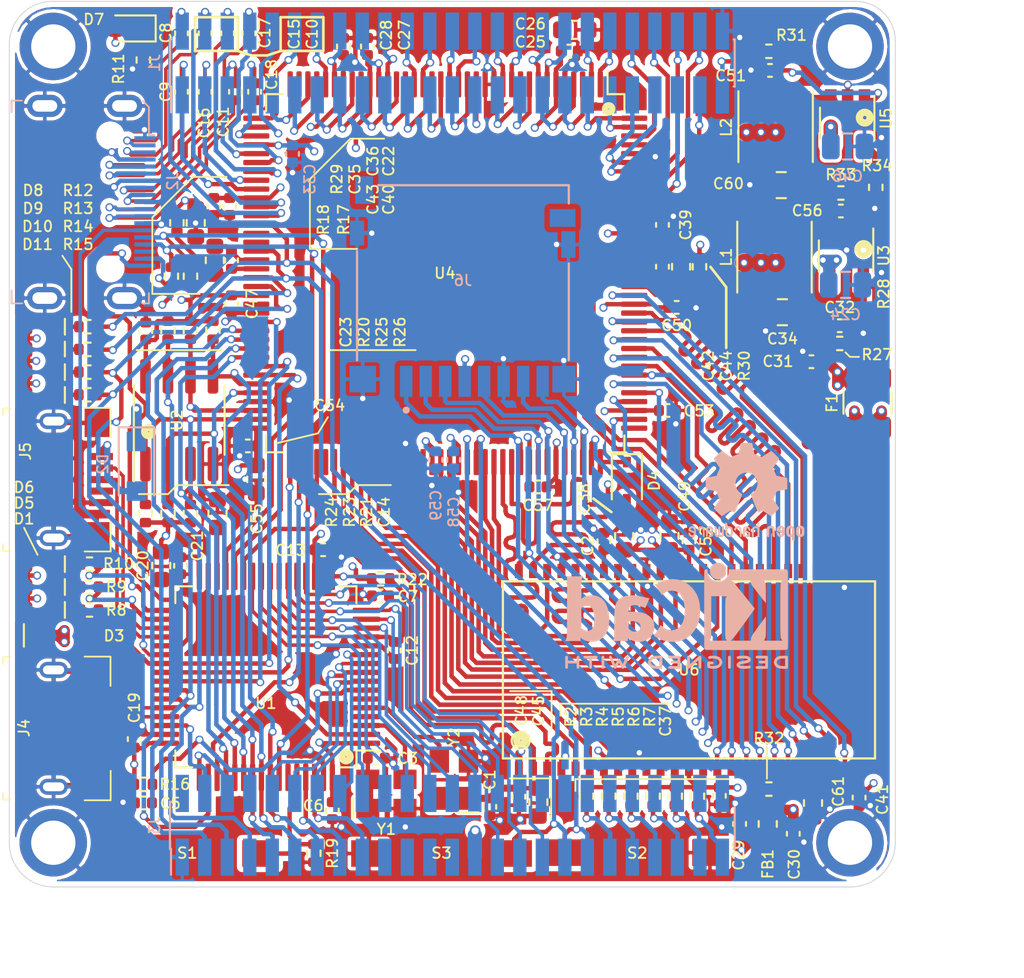
<source format=kicad_pcb>
(kicad_pcb (version 20171130) (host pcbnew 5.1.5-52549c5~84~ubuntu18.04.1)
  (title_block (title "IceCore Lattice FPGA Board") (date 2020-12-19) (rev 0.0.1) (comment 1 "Created by : S. R. Zinka") (comment 2 "Reviewed by : ") (comment 3 "Approced by : ") (comment 4 "PCB No : PCB-XXXXXX"))
  (layers (0 Top signal) (1 In1 signal) (2 In2 signal) (31 Bot signal) (34 B.Paste user hide) (35 F.Paste user hide) (36 B.SilkS user) (37 F.SilkS user) (38 B.Mask user hide) (39 F.Mask user hide) (44 Edge.Cuts user))
  (net 0 "")
  (net 1 GND)
  (net 2 +3V3)
  (net 3 +5V)
  (net 4 VCC)
  (net 5 /P38)
  (net 6 /P39)
  (net 7 /P40)
  (net 8 /P41)
  (net 9 /P42)
  (net 10 /P43)
  (net 11 /P44)
  (net 12 /P45)
  (net 13 /P46)
  (net 14 /P47)
  (net 15 /A4)
  (net 16 /CLK)
  (net 17 /CKE)
  (net 18 /A5)
  (net 19 /A3)
  (net 20 /A6)
  (net 21 /A2)
  (net 22 /A7)
  (net 23 /A1)
  (net 24 /A8)
  (net 25 /A0)
  (net 26 /A9)
  (net 27 /A10)
  (net 28 /A11)
  (net 29 /~MCS)
  (net 30 /~RAS)
  (net 31 /~CAS)
  (net 32 /2V5)
  (net 33 /~WE)
  (net 34 /SD1)
  (net 35 /SD0)
  (net 36 /SDCLK)
  (net 37 /SDCMD)
  (net 38 /SD3)
  (net 39 /SD2)
  (net 40 /DQ15)
  (net 41 /DQ14)
  (net 42 /DQ13)
  (net 43 /DQ12)
  (net 44 /UDQM)
  (net 45 /LDQM)
  (net 46 /DQ11)
  (net 47 /DQ10)
  (net 48 /DQ9)
  (net 49 /DQ8)
  (net 50 /DQ7)
  (net 51 /DQ6)
  (net 52 /DQ5)
  (net 53 /DQ4)
  (net 54 /DQ3)
  (net 55 /DQ2)
  (net 56 /DQ1)
  (net 57 /DQ0)
  (net 58 /DSCK)
  (net 59 /~DCS)
  (net 60 /IO1)
  (net 61 /IO0)
  (net 62 /~SS)
  (net 63 /SCK)
  (net 64 /MISO)
  (net 65 /MOSI)
  (net 66 /RESET)
  (net 67 /DONE)
  (net 68 /WP)
  (net 69 /HOLD)
  (net 70 /RX)
  (net 71 /TX)
  (net 72 /MCLK)
  (net 73 /~CS)
  (net 74 /L3)
  (net 75 /L1)
  (net 76 /L0)
  (net 77 /P0)
  (net 78 /P1)
  (net 79 /P2)
  (net 80 /P3)
  (net 81 /P4)
  (net 82 /P5)
  (net 83 /P6)
  (net 84 /P7)
  (net 85 /P8)
  (net 86 /P9)
  (net 87 /P10)
  (net 88 /P11)
  (net 89 /P12)
  (net 90 /P13)
  (net 91 /P14)
  (net 92 /P15)
  (net 93 /P16)
  (net 94 /P17)
  (net 95 /P18)
  (net 96 /P19)
  (net 97 /P20)
  (net 98 /P21)
  (net 99 /P22)
  (net 100 /P23)
  (net 101 /P24)
  (net 102 /P25)
  (net 103 /P26)
  (net 104 /P27)
  (net 105 /P28)
  (net 106 /P29)
  (net 107 /P30)
  (net 108 /P31)
  (net 109 /P32)
  (net 110 /P33)
  (net 111 /P34)
  (net 112 /P35)
  (net 113 /P36)
  (net 114 /P37)
  (net 115 /~SRST)
  (net 116 /CEC)
  (net 117 /HPD)
  (net 118 /STATUS)
  (net 119 /MODE)
  (net 120 /VCAP)
  (net 121 /VSDA)
  (net 122 /VSCL)
  (net 123 /AN4)
  (net 124 /AN5)
  (net 125 /AN6)
  (net 126 /AN7)
  (net 127 /AN11)
  (net 128 /AN12)
  (net 129 /AN13)
  (net 130 /AN14)
  (net 131 /AN10)
  (net 132 /AN9)
  (net 133 /AN8)
  (net 134 /VDD_ADC)
  (net 135 /AN3)
  (net 136 /AN2)
  (net 137 /AN0)
  (net 138 /AN1)
  (net 139 "Net-(C56-Pad2)")
  (net 140 /VUSB)
  (net 141 /OID)
  (net 142 /AN23)
  (net 143 /AN22)
  (net 144 /AN21)
  (net 145 /AN20)
  (net 146 /AN19)
  (net 147 /AN18)
  (net 148 /AN17)
  (net 149 /AN16)
  (net 150 /AN15)
  (net 151 /TCK)
  (net 152 /TDI)
  (net 153 /TDO)
  (net 154 /TMS)
  (net 155 "Net-(C30-Pad1)")
  (net 156 /TD2+)
  (net 157 /TD2-)
  (net 158 /TD1+)
  (net 159 /TD1-)
  (net 160 /TD0+)
  (net 161 /TD0-)
  (net 162 /TCK+)
  (net 163 /TCK-)
  (net 164 /VBUS2)
  (net 165 /VBUS1)
  (net 166 /CTX-SDA)
  (net 167 /CRX-SCL)
  (net 168 /MODE-BOOT)
  (net 169 /EN-SWCLK)
  (net 170 /~RST-SWDIO)
  (net 171 "Net-(C32-Pad2)")
  (net 172 "Net-(C40-Pad2)")
  (net 173 "Net-(C40-Pad1)")
  (net 174 "Net-(C42-Pad2)")
  (net 175 "Net-(C42-Pad1)")
  (net 176 "Net-(C51-Pad1)")
  (net 177 "Net-(D1-Pad1)")
  (net 178 "Net-(J2-Pad17)")
  (net 179 "Net-(J3-Pad2)")
  (net 180 "Net-(J4-Pad4)")
  (net 181 "Net-(J6-Pad10)")
  (net 182 "Net-(J6-Pad9)")
  (net 183 "Net-(U1-Pad6)")
  (net 184 "Net-(U1-Pad5)")
  (net 185 "Net-(U4-Pad133)")
  (net 186 "Net-(U4-Pad109)")
  (net 187 "Net-(U4-Pad77)")
  (net 188 "Net-(U4-Pad58)")
  (net 189 "Net-(U4-Pad51)")
  (net 190 "Net-(U4-Pad50)")
  (net 191 "Net-(U4-Pad36)")
  (net 192 "Net-(U4-Pad35)")
  (net 193 "Net-(U6-Pad33)")
  (net 194 "Net-(D5-Pad1)")
  (net 195 "Net-(D6-Pad1)")
  (net 196 "Net-(D7-Pad1)")
  (net 197 "Net-(D8-Pad1)")
  (net 198 "Net-(D9-Pad1)")
  (net 199 "Net-(D10-Pad1)")
  (net 200 "Net-(D11-Pad1)")
  (net 201 "Net-(L1-Pad1)")
  (net 202 "Net-(L2-Pad1)")
  (net 203 "Net-(U1-Pad4)")
  (net 204 "Net-(U1-Pad3)")
  (net 205 /PD_P)
  (net 206 /PD_N)
  (net 207 /OD_N)
  (net 208 /OD_P)
  (module Symbol:OSHW-Logo2_7.3x6mm_SilkScreen (layer Bot) (at 165.1 107.696 180)
    (fp_text reference REF** hide)
    (fp_text value OSHW-Logo2_7.3x6mm_SilkScreen hide)
  )
  (module Symbol:KiCad-Logo2_5mm_SilkScreen (layer Bot) (at 161.163 114.681 180)
    (fp_text reference REF** hide)
    (fp_text value KiCad-Logo2_5mm_SilkScreen hide)
  )
  (module Diode_SMD:D_SOD-123F (layer Top) (at 126.523801 115.79995)
    (fp_text reference D3 (at 2.889199 0.02405) (layer F.SilkS) (effects (font (size 0.6 0.6) (thickness 0.1))))
    (fp_text value DIO-000179-00)
    (pad 2 smd rect (at 1.4 0) (size 1.1 1.1) (layers Top F.Paste F.Mask) (net 165 /VBUS1))
    (pad 1 smd rect (at -1.4 0) (size 1.1 1.1) (layers Top F.Paste F.Mask) (net 140 /VUSB))
  )
  (module LED_SMD:LED_0603_1608Metric (layer Top) (at 125.152101 114.3651 180)
    (fp_text reference D1 (at 0.819101 5.1451 180) (layer F.SilkS) (effects (font (size 0.6 0.6) (thickness 0.1))))
    (fp_text value DIO-000055-00)
    (pad 2 smd roundrect (at 0.7875 0 180) (size 0.875 0.95) (layers Top F.Paste F.Mask) (net 2 +3V3))
    (pad 1 smd roundrect (at -0.7875 0 180) (size 0.875 0.95) (layers Top F.Paste F.Mask) (net 177 "Net-(D1-Pad1)"))
  )
  (module LED_SMD:LED_0603_1608Metric (layer Top) (at 125.152101 113.0721 180)
    (fp_text reference D5 (at 0.819101 4.7411 180) (layer F.SilkS) (effects (font (size 0.6 0.6) (thickness 0.1))))
    (fp_text value DIO-000055-00)
    (pad 2 smd roundrect (at 0.7875 0 180) (size 0.875 0.95) (layers Top F.Paste F.Mask) (net 2 +3V3))
    (pad 1 smd roundrect (at -0.7875 0 180) (size 0.875 0.95) (layers Top F.Paste F.Mask) (net 194 "Net-(D5-Pad1)"))
  )
  (module LED_SMD:LED_0603_1608Metric (layer Top) (at 125.152101 111.7791 180)
    (fp_text reference D6 (at 0.819101 4.3371 180) (layer F.SilkS) (effects (font (size 0.6 0.6) (thickness 0.1))))
    (fp_text value DIO-000055-00)
    (pad 2 smd roundrect (at 0.7875 0 180) (size 0.875 0.95) (layers Top F.Paste F.Mask) (net 2 +3V3))
    (pad 1 smd roundrect (at -0.7875 0 180) (size 0.875 0.95) (layers Top F.Paste F.Mask) (net 195 "Net-(D6-Pad1)"))
  )
  (module LED_SMD:LED_0603_1608Metric (layer Top) (at 125.152101 98.37385 180)
    (fp_text reference D8 (at 0.311101 7.69585) (layer F.SilkS) (effects (font (size 0.6 0.6) (thickness 0.1))))
    (fp_text value DIO-000055-00)
    (pad 2 smd roundrect (at 0.7875 0 180) (size 0.875 0.95) (layers Top F.Paste F.Mask) (net 2 +3V3))
    (pad 1 smd roundrect (at -0.7875 0 180) (size 0.875 0.95) (layers Top F.Paste F.Mask) (net 197 "Net-(D8-Pad1)"))
  )
  (module LED_SMD:LED_0603_1608Metric (layer Top) (at 125.152101 99.66735 180)
    (fp_text reference D9 (at 0.311101 7.97335) (layer F.SilkS) (effects (font (size 0.6 0.6) (thickness 0.1))))
    (fp_text value DIO-000055-00)
    (pad 2 smd roundrect (at 0.7875 0 180) (size 0.875 0.95) (layers Top F.Paste F.Mask) (net 2 +3V3))
    (pad 1 smd roundrect (at -0.7875 0 180) (size 0.875 0.95) (layers Top F.Paste F.Mask) (net 198 "Net-(D9-Pad1)"))
  )
  (module LED_SMD:LED_0603_1608Metric (layer Top) (at 125.152101 102.22935 180)
    (fp_text reference D11 (at 0.057101 8.50335 180) (layer F.SilkS) (effects (font (size 0.6 0.6) (thickness 0.1))))
    (fp_text value DIO-000055-00)
    (pad 2 smd roundrect (at 0.7875 0 180) (size 0.875 0.95) (layers Top F.Paste F.Mask) (net 2 +3V3))
    (pad 1 smd roundrect (at -0.7875 0 180) (size 0.875 0.95) (layers Top F.Paste F.Mask) (net 200 "Net-(D11-Pad1)"))
  )
  (module LED_SMD:LED_0603_1608Metric (layer Top) (at 125.152101 100.93585 180)
    (fp_text reference D10 (at 0.057101 8.22585 180) (layer F.SilkS) (effects (font (size 0.6 0.6) (thickness 0.1))))
    (fp_text value DIO-000055-00)
    (pad 2 smd roundrect (at 0.7875 0 180) (size 0.875 0.95) (layers Top F.Paste F.Mask) (net 2 +3V3))
    (pad 1 smd roundrect (at -0.7875 0 180) (size 0.875 0.95) (layers Top F.Paste F.Mask) (net 199 "Net-(D10-Pad1)"))
  )
  (module HCS:PTS636SL43SMTRLFS (layer Top) (at 133.5452 128.1176 180)
    (fp_text reference S1 (at 0 0.025 180) (layer F.SilkS) (effects (font (size 0.6 0.6) (thickness 0.1))))
    (fp_text value MEC-000189-00 hide)
    (pad 2 smd rect (at 4.1 0 270) (size 1.5 2) (layers Top F.Paste F.Mask) (net 2 +3V3))
    (pad 1 smd rect (at -4.1 0 270) (size 1.5 2) (layers Top F.Paste F.Mask) (net 168 /MODE-BOOT))
  )
  (module HCS:PTS636SL43SMTRLFS (layer Top) (at 147.8936 128.1176 180)
    (fp_text reference S3 (at 0 0.025 180) (layer F.SilkS) (effects (font (size 0.6 0.6) (thickness 0.1))))
    (fp_text value MEC-000189-00 hide)
    (pad 2 smd rect (at 4.1 0 270) (size 1.5 2) (layers Top F.Paste F.Mask) (net 1 GND))
    (pad 1 smd rect (at -4.1 0 270) (size 1.5 2) (layers Top F.Paste F.Mask) (net 75 /L1))
  )
  (module HCS:PTS636SL43SMTRLFS (layer Top) (at 158.9384 128.0676)
    (fp_text reference S2 (at 0 0.025) (layer F.SilkS) (effects (font (size 0.6 0.6) (thickness 0.1))))
    (fp_text value MEC-000189-00 hide)
    (pad 2 smd rect (at 4.1 0 90) (size 1.5 2) (layers Top F.Paste F.Mask) (net 1 GND))
    (pad 1 smd rect (at -4.1 0 90) (size 1.5 2) (layers Top F.Paste F.Mask) (net 76 /L0))
  )
  (module Oscillator:Oscillator_SMD_Abracon_ASE-4Pin_3.2x2.5mm (layer Top) (at 148.59 123.952 90)
    (fp_text reference Y2 (at 2.413 0 90) (layer F.SilkS) (effects (font (size 0.6 0.6) (thickness 0.1))))
    (fp_text value CLK-000185-00)
    (pad 4 smd rect (at -1.05 -0.825 90) (size 1.3 1.1) (layers Top F.Paste F.Mask) (net 2 +3V3))
    (pad 3 smd rect (at 1.05 -0.825 90) (size 1.3 1.1) (layers Top F.Paste F.Mask) (net 184 "Net-(U1-Pad5)"))
    (pad 2 smd rect (at 1.05 0.825 90) (size 1.3 1.1) (layers Top F.Paste F.Mask) (net 1 GND))
    (pad 1 smd rect (at -1.05 0.825 90) (size 1.3 1.1) (layers Top F.Paste F.Mask) (net 2 +3V3))
  )
  (module Oscillator:Oscillator_SMD_Abracon_ASE-4Pin_3.2x2.5mm (layer Top) (at 144.78 124.754)
    (fp_text reference Y1 (at 0 1.992) (layer F.SilkS) (effects (font (size 0.6 0.6) (thickness 0.1))))
    (fp_text value CLK-000184-00)
    (pad 4 smd rect (at -1.05 -0.825) (size 1.3 1.1) (layers Top F.Paste F.Mask) (net 2 +3V3))
    (pad 3 smd rect (at 1.05 -0.825) (size 1.3 1.1) (layers Top F.Paste F.Mask) (net 204 "Net-(U1-Pad3)"))
    (pad 2 smd rect (at 1.05 0.825) (size 1.3 1.1) (layers Top F.Paste F.Mask) (net 1 GND))
    (pad 1 smd rect (at -1.05 0.825) (size 1.3 1.1) (layers Top F.Paste F.Mask) (net 2 +3V3))
  )
  (module HCS:TSOP-2-50 (layer Top) (at 161.855101 117.7481)
    (fp_text reference U6 (at 0 0) (layer F.SilkS) (effects (font (size 0.6 0.6) (thickness 0.1))))
    (fp_text value ICS-000172-00 hide)
    (pad 40 smd rect (at -1.6 -5.58) (size 0.45 0.8) (layers Top F.Paste F.Mask) (net 48 /DQ9))
    (pad 39 smd rect (at -0.8 -5.58) (size 0.45 0.8) (layers Top F.Paste F.Mask) (net 49 /DQ8))
    (pad 42 smd rect (at -3.2 -5.58) (size 0.45 0.8) (layers Top F.Paste F.Mask) (net 47 /DQ10))
    (pad 41 smd rect (at -2.4 -5.58) (size 0.45 0.8) (layers Top F.Paste F.Mask) (net 1 GND))
    (pad 36 smd rect (at 1.6 -5.58) (size 0.45 0.8) (layers Top F.Paste F.Mask) (net 44 /UDQM))
    (pad 35 smd rect (at 2.4 -5.58) (size 0.45 0.8) (layers Top F.Paste F.Mask) (net 16 /CLK))
    (pad 38 smd rect (at 0 -5.58) (size 0.45 0.8) (layers Top F.Paste F.Mask) (net 2 +3V3))
    (pad 37 smd rect (at 0.8 -5.58) (size 0.45 0.8) (layers Top F.Paste F.Mask))
    (pad 48 smd rect (at -8 -5.58) (size 0.45 0.8) (layers Top F.Paste F.Mask) (net 41 /DQ14))
    (pad 47 smd rect (at -7.2 -5.58) (size 0.45 0.8) (layers Top F.Paste F.Mask) (net 1 GND))
    (pad 50 smd rect (at -9.6 -5.58) (size 0.45 0.8) (layers Top F.Paste F.Mask) (net 1 GND))
    (pad 49 smd rect (at -8.8 -5.58) (size 0.45 0.8) (layers Top F.Paste F.Mask) (net 40 /DQ15))
    (pad 44 smd rect (at -4.8 -5.58) (size 0.45 0.8) (layers Top F.Paste F.Mask) (net 2 +3V3))
    (pad 43 smd rect (at -4 -5.58) (size 0.45 0.8) (layers Top F.Paste F.Mask) (net 46 /DQ11))
    (pad 46 smd rect (at -6.4 -5.58) (size 0.45 0.8) (layers Top F.Paste F.Mask) (net 42 /DQ13))
    (pad 45 smd rect (at -5.6 -5.58) (size 0.45 0.8) (layers Top F.Paste F.Mask) (net 43 /DQ12))
    (pad 31 smd rect (at 5.6 -5.58) (size 0.45 0.8) (layers Top F.Paste F.Mask) (net 24 /A8))
    (pad 30 smd rect (at 6.4 -5.58) (size 0.45 0.8) (layers Top F.Paste F.Mask) (net 22 /A7))
    (pad 33 smd rect (at 4 -5.58) (size 0.45 0.8) (layers Top F.Paste F.Mask) (net 193 "Net-(U6-Pad33)"))
    (pad 32 smd rect (at 4.8 -5.58) (size 0.45 0.8) (layers Top F.Paste F.Mask) (net 26 /A9))
    (pad 27 smd rect (at 8.8 -5.58) (size 0.45 0.8) (layers Top F.Paste F.Mask) (net 15 /A4))
    (pad 26 smd rect (at 9.6 -5.58) (size 0.45 0.8) (layers Top F.Paste F.Mask) (net 1 GND))
    (pad 29 smd rect (at 7.2 -5.58) (size 0.45 0.8) (layers Top F.Paste F.Mask) (net 20 /A6))
    (pad 28 smd rect (at 8 -5.58) (size 0.45 0.8) (layers Top F.Paste F.Mask) (net 18 /A5))
    (pad 34 smd rect (at 3.2 -5.58) (size 0.45 0.8) (layers Top F.Paste F.Mask) (net 17 /CKE))
    (pad 11 smd rect (at -1.6 5.58) (size 0.45 0.8) (layers Top F.Paste F.Mask) (net 51 /DQ6))
    (pad 12 smd rect (at -0.8 5.58) (size 0.45 0.8) (layers Top F.Paste F.Mask) (net 50 /DQ7))
    (pad 9 smd rect (at -3.2 5.58) (size 0.45 0.8) (layers Top F.Paste F.Mask) (net 52 /DQ5))
    (pad 10 smd rect (at -2.4 5.58) (size 0.45 0.8) (layers Top F.Paste F.Mask) (net 1 GND))
    (pad 15 smd rect (at 1.6 5.58) (size 0.45 0.8) (layers Top F.Paste F.Mask) (net 33 /~WE))
    (pad 16 smd rect (at 2.4 5.58) (size 0.45 0.8) (layers Top F.Paste F.Mask) (net 31 /~CAS))
    (pad 13 smd rect (at 0 5.58) (size 0.45 0.8) (layers Top F.Paste F.Mask) (net 2 +3V3))
    (pad 14 smd rect (at 0.8 5.58) (size 0.45 0.8) (layers Top F.Paste F.Mask) (net 45 /LDQM))
    (pad 3 smd rect (at -8 5.58) (size 0.45 0.8) (layers Top F.Paste F.Mask) (net 56 /DQ1))
    (pad 4 smd rect (at -7.2 5.58) (size 0.45 0.8) (layers Top F.Paste F.Mask) (net 1 GND))
    (pad 1 smd rect (at -9.6 5.58) (size 0.45 0.8) (layers Top F.Paste F.Mask) (net 2 +3V3))
    (pad 2 smd rect (at -8.8 5.58) (size 0.45 0.8) (layers Top F.Paste F.Mask) (net 57 /DQ0))
    (pad 7 smd rect (at -4.8 5.58) (size 0.45 0.8) (layers Top F.Paste F.Mask) (net 2 +3V3))
    (pad 8 smd rect (at -4 5.58) (size 0.45 0.8) (layers Top F.Paste F.Mask) (net 53 /DQ4))
    (pad 5 smd rect (at -6.4 5.58) (size 0.45 0.8) (layers Top F.Paste F.Mask) (net 55 /DQ2))
    (pad 6 smd rect (at -5.6 5.58) (size 0.45 0.8) (layers Top F.Paste F.Mask) (net 54 /DQ3))
    (pad 20 smd rect (at 5.6 5.58) (size 0.45 0.8) (layers Top F.Paste F.Mask) (net 27 /A10))
    (pad 21 smd rect (at 6.4 5.58) (size 0.45 0.8) (layers Top F.Paste F.Mask) (net 25 /A0))
    (pad 18 smd rect (at 4 5.58) (size 0.45 0.8) (layers Top F.Paste F.Mask) (net 29 /~MCS))
    (pad 19 smd rect (at 4.8 5.58) (size 0.45 0.8) (layers Top F.Paste F.Mask) (net 28 /A11))
    (pad 24 smd rect (at 8.8 5.58) (size 0.45 0.8) (layers Top F.Paste F.Mask) (net 19 /A3))
    (pad 25 smd rect (at 9.6 5.58) (size 0.45 0.8) (layers Top F.Paste F.Mask) (net 2 +3V3))
    (pad 22 smd rect (at 7.2 5.58) (size 0.45 0.8) (layers Top F.Paste F.Mask) (net 23 /A1))
    (pad 23 smd rect (at 8 5.58) (size 0.45 0.8) (layers Top F.Paste F.Mask) (net 21 /A2))
    (pad 17 smd rect (at 3.2 5.58) (size 0.45 0.8) (layers Top F.Paste F.Mask) (net 30 /~RAS))
  )
  (module HCS:2.5MM-HOLE (layer Top) (at 170.942 127.508)
    (fp_text reference H4 hide)
    (fp_text value MountingHole_Pad hide)
    (pad 1 thru_hole circle (at 0 0) (size 3.81 3.81) (drill 2.5) (layers *.Cu *.Mask) (net 1 GND))
  )
  (module HCS:2.5MM-HOLE (layer Top) (at 170.942 82.55)
    (fp_text reference H3 hide)
    (fp_text value MountingHole_Pad hide)
    (pad 1 thru_hole circle (at 0 0) (size 3.81 3.81) (drill 2.5) (layers *.Cu *.Mask) (net 1 GND))
  )
  (module HCS:2.5MM-HOLE (layer Top) (at 125.984 127.508)
    (fp_text reference H2 hide)
    (fp_text value MountingHole_Pad hide)
    (pad 1 thru_hole circle (at 0 0) (size 3.81 3.81) (drill 2.5) (layers *.Cu *.Mask) (net 1 GND))
  )
  (module HCS:2.5MM-HOLE (layer Top) (at 125.984 82.55)
    (fp_text reference H1 hide)
    (fp_text value MountingHole_Pad hide)
    (pad 1 thru_hole circle (at 0 0) (size 3.81 3.81) (drill 2.5) (layers *.Cu *.Mask) (net 1 GND))
  )
  (module Fuse:Fuse_1210_3225Metric (layer Top) (at 171.932351 102.6825 270)
    (fp_text reference F1 (at 0 2.006351 90) (layer F.SilkS) (effects (font (size 0.6 0.6) (thickness 0.1))))
    (fp_text value PRO-000190-00)
    (pad 2 smd roundrect (at 1.4 0 270) (size 1.25 2.65) (layers Top F.Paste F.Mask) (roundrect_rratio 0.2) (net 155 "Net-(C30-Pad1)"))
    (pad 1 smd roundrect (at -1.4 0 270) (size 1.25 2.65) (layers Top F.Paste F.Mask) (roundrect_rratio 0.2) (net 3 +5V))
  )
  (module HCS:HDMI_Mini_Female_2001-1-2-21-00-BK (layer Bot) (at 131.153601 91.3321 90)
    (fp_text reference J2 (at 1.1621 1.561399 270) (layer B.SilkS) (effects (font (size 0.6 0.6) (thickness 0.1)) (justify mirror)))
    (fp_text value CON-000176-00)
    (pad 19 smd rect (at -3.6 0 90) (size 0.23 1.2) (layers Bot B.Paste B.Mask) (net 117 /HPD))
    (pad 18 smd rect (at -3.2 0 90) (size 0.23 1.2) (layers Bot B.Paste B.Mask) (net 140 /VUSB))
    (pad 17 smd rect (at -2.8 0 90) (size 0.23 1.2) (layers Bot B.Paste B.Mask) (net 178 "Net-(J2-Pad17)"))
    (pad 16 smd rect (at -2.4 0 90) (size 0.23 1.2) (layers Bot B.Paste B.Mask) (net 121 /VSDA))
    (pad 15 smd rect (at -2 0 90) (size 0.23 1.2) (layers Bot B.Paste B.Mask) (net 122 /VSCL))
    (pad 14 smd rect (at -1.6 0 90) (size 0.23 1.2) (layers Bot B.Paste B.Mask) (net 116 /CEC))
    (pad 13 smd rect (at -1.2 0 90) (size 0.23 1.2) (layers Bot B.Paste B.Mask) (net 1 GND))
    (pad 12 smd rect (at -0.8 0 90) (size 0.23 1.2) (layers Bot B.Paste B.Mask) (net 163 /TCK-))
    (pad 11 smd rect (at -0.4 0 90) (size 0.23 1.2) (layers Bot B.Paste B.Mask) (net 162 /TCK+))
    (pad 1 smd rect (at 3.6 0 90) (size 0.23 1.2) (layers Bot B.Paste B.Mask) (net 1 GND))
    (pad 2 smd rect (at 3.2 0 90) (size 0.23 1.2) (layers Bot B.Paste B.Mask) (net 156 /TD2+))
    (pad 3 smd rect (at 2.8 0 90) (size 0.23 1.2) (layers Bot B.Paste B.Mask) (net 157 /TD2-))
    (pad 4 smd rect (at 2.4 0 90) (size 0.23 1.2) (layers Bot B.Paste B.Mask) (net 1 GND))
    (pad 5 smd rect (at 2 0 90) (size 0.23 1.2) (layers Bot B.Paste B.Mask) (net 158 /TD1+))
    (pad 6 smd rect (at 1.6 0 90) (size 0.23 1.2) (layers Bot B.Paste B.Mask) (net 159 /TD1-))
    (pad 7 smd rect (at 1.2 0 90) (size 0.23 1.2) (layers Bot B.Paste B.Mask) (net 1 GND))
    (pad 8 smd rect (at 0.8 0 90) (size 0.23 1.2) (layers Bot B.Paste B.Mask) (net 160 /TD0+))
    (pad 9 smd rect (at 0.4 0 90) (size 0.23 1.2) (layers Bot B.Paste B.Mask) (net 161 /TD0-))
    (pad 10 smd rect (at 0 0 90) (size 0.23 1.2) (layers Bot B.Paste B.Mask) (net 1 GND))
    (pad "" np_thru_hole circle (at 3.75 -1.95 90) (size 1 1) (drill 1) (layers *.Cu *.Mask))
    (pad "" np_thru_hole circle (at -3.75 -1.95 90) (size 1 1) (drill 1) (layers *.Cu *.Mask))
    (pad SH thru_hole oval (at -5.425 -5.65 90) (size 1.25 2) (drill oval 0.65 1.4) (layers *.Cu *.Mask) (net 1 GND))
    (pad SH thru_hole oval (at 5.425 -5.65 90) (size 1.25 2) (drill oval 0.65 1.4) (layers *.Cu *.Mask) (net 1 GND))
    (pad SH thru_hole oval (at 5.425 -1.15 90) (size 1.25 2) (drill oval 0.65 1.4) (layers *.Cu *.Mask) (net 1 GND))
    (pad SH thru_hole oval (at -5.425 -1.15 90) (size 1.25 2) (drill oval 0.65 1.4) (layers *.Cu *.Mask) (net 1 GND))
  )
  (module HCS:AMPHENOL_1140084168 (layer Bot) (at 149.098 100.584 180)
    (fp_text reference J6 (at 0 4.826) (layer B.SilkS) (effects (font (size 0.6 0.6) (thickness 0.1)) (justify mirror)))
    (fp_text value CON-000174-00)
    (pad 11 smd rect (at -5.95 6.85 180) (size 0.8 1.5) (layers Bot B.Paste B.Mask) (net 1 GND))
    (pad 11 smd rect (at 5.975 7.5 180) (size 0.8 1.4) (layers Bot B.Paste B.Mask) (net 1 GND))
    (pad 11 smd rect (at -5.7 -0.75 180) (size 1.3 1.5) (layers Bot B.Paste B.Mask) (net 1 GND))
    (pad 11 smd rect (at 5.65 -0.75 180) (size 1.5 1.5) (layers Bot B.Paste B.Mask) (net 1 GND))
    (pad 10 smd rect (at -5.625 8.35 180) (size 1.45 1) (layers Bot B.Paste B.Mask) (net 181 "Net-(J6-Pad10)"))
    (pad 9 smd rect (at 5.575 9.925 180) (size 1 1.55) (layers Bot B.Paste B.Mask) (net 182 "Net-(J6-Pad9)"))
    (pad 8 smd rect (at -4.5 -0.875 180) (size 0.7 1.75) (layers Bot B.Paste B.Mask) (net 34 /SD1))
    (pad 7 smd rect (at -3.4 -0.875 180) (size 0.7 1.75) (layers Bot B.Paste B.Mask) (net 35 /SD0))
    (pad 6 smd rect (at -2.3 -0.875 180) (size 0.7 1.75) (layers Bot B.Paste B.Mask) (net 1 GND))
    (pad 5 smd rect (at -1.2 -0.875 180) (size 0.7 1.75) (layers Bot B.Paste B.Mask) (net 36 /SDCLK))
    (pad 4 smd rect (at -0.1 -0.875 180) (size 0.7 1.75) (layers Bot B.Paste B.Mask) (net 2 +3V3))
    (pad 3 smd rect (at 1 -0.875 180) (size 0.7 1.75) (layers Bot B.Paste B.Mask) (net 37 /SDCMD))
    (pad 2 smd rect (at 2.1 -0.875 180) (size 0.7 1.75) (layers Bot B.Paste B.Mask) (net 38 /SD3))
    (pad 1 smd rect (at 3.2 -0.875 180) (size 0.7 1.75) (layers Bot B.Paste B.Mask) (net 39 /SD2))
  )
  (module HCS:USB_Micro_B_Female_10118193-0001LF (layer Top) (at 126.001101 121.0501 270)
    (fp_text reference J4 (at -0.0191 1.668101 270) (layer F.SilkS) (effects (font (size 0.6 0.6) (thickness 0.1))))
    (fp_text value CON-000183-00)
    (pad SH smd rect (at 1.2 0 270) (size 1.9 1.9) (layers Top F.Paste F.Mask) (net 1 GND))
    (pad SH smd rect (at -1.2 0 270) (size 1.9 1.9) (layers Top F.Paste F.Mask) (net 1 GND))
    (pad SH smd rect (at 3.2 -2.45 270) (size 1.6 1.4) (layers Top F.Paste F.Mask) (net 1 GND))
    (pad SH smd rect (at -3.2 -2.45 270) (size 1.6 1.4) (layers Top F.Paste F.Mask) (net 1 GND))
    (pad SH thru_hole oval (at -3.3 0 270) (size 0.9 1.6) (drill oval 0.5 1.2) (layers *.Cu *.Mask) (net 1 GND))
    (pad SH thru_hole oval (at 3.3 0 270) (size 0.9 1.6) (drill oval 0.5 1.2) (layers *.Cu *.Mask) (net 1 GND))
    (pad 1 smd rect (at -1.3 -2.675 270) (size 0.4 1.35) (layers Top F.Paste F.Mask) (net 165 /VBUS1))
    (pad 2 smd rect (at -0.65 -2.675 270) (size 0.4 1.35) (layers Top F.Paste F.Mask) (net 206 /PD_N))
    (pad 5 smd rect (at 1.3 -2.675 270) (size 0.4 1.35) (layers Top F.Paste F.Mask) (net 1 GND))
    (pad 4 smd rect (at 0.65 -2.675 270) (size 0.4 1.35) (layers Top F.Paste F.Mask) (net 180 "Net-(J4-Pad4)"))
    (pad 3 smd rect (at 0 -2.675 270) (size 0.4 1.35) (layers Top F.Paste F.Mask) (net 205 /PD_P))
  )
  (module HCS:USB_Micro_B_Female_10118193-0001LF (layer Top) (at 126.001101 107.0036 270)
    (fp_text reference J5 (at -1.5936 1.591901 90) (layer F.SilkS) (effects (font (size 0.6 0.6) (thickness 0.1))))
    (fp_text value CON-000183-00)
    (pad SH smd rect (at 1.2 0 270) (size 1.9 1.9) (layers Top F.Paste F.Mask) (net 1 GND))
    (pad SH smd rect (at -1.2 0 270) (size 1.9 1.9) (layers Top F.Paste F.Mask) (net 1 GND))
    (pad SH smd rect (at 3.2 -2.45 270) (size 1.6 1.4) (layers Top F.Paste F.Mask) (net 1 GND))
    (pad SH smd rect (at -3.2 -2.45 270) (size 1.6 1.4) (layers Top F.Paste F.Mask) (net 1 GND))
    (pad SH thru_hole oval (at -3.3 0 270) (size 0.9 1.6) (drill oval 0.5 1.2) (layers *.Cu *.Mask) (net 1 GND))
    (pad SH thru_hole oval (at 3.3 0 270) (size 0.9 1.6) (drill oval 0.5 1.2) (layers *.Cu *.Mask) (net 1 GND))
    (pad 1 smd rect (at -1.3 -2.675 270) (size 0.4 1.35) (layers Top F.Paste F.Mask) (net 164 /VBUS2))
    (pad 2 smd rect (at -0.65 -2.675 270) (size 0.4 1.35) (layers Top F.Paste F.Mask) (net 207 /OD_N))
    (pad 5 smd rect (at 1.3 -2.675 270) (size 0.4 1.35) (layers Top F.Paste F.Mask) (net 1 GND))
    (pad 4 smd rect (at 0.65 -2.675 270) (size 0.4 1.35) (layers Top F.Paste F.Mask) (net 141 /OID))
    (pad 3 smd rect (at 0 -2.675 270) (size 0.4 1.35) (layers Top F.Paste F.Mask) (net 208 /OD_P))
  )
  (module Diode_SMD:D_SOD-323 (layer Top) (at 158.351901 107.065747 270)
    (fp_text reference D4 (at -0.004747 -1.541099 90) (layer F.SilkS) (effects (font (size 0.6 0.6) (thickness 0.1))))
    (fp_text value DIO-000186-00)
    (pad 2 smd rect (at 1.05 0 270) (size 0.6 0.45) (layers Top F.Paste F.Mask) (net 2 +3V3))
    (pad 1 smd rect (at -1.05 0 270) (size 0.6 0.45) (layers Top F.Paste F.Mask) (net 32 /2V5))
  )
  (module Capacitor_SMD:C_0402_1005Metric (layer Top) (at 144.21 122.729 180)
    (fp_text reference C3 (at -1.7765 -0.0165) (layer F.SilkS) (effects (font (size 0.6 0.6) (thickness 0.1))))
    (fp_text value CAP-000017-00)
    (pad 2 smd roundrect (at 0.48 0 180) (size 0.56 0.62) (layers Top F.Paste F.Mask) (net 2 +3V3))
    (pad 1 smd roundrect (at -0.48 0 180) (size 0.56 0.62) (layers Top F.Paste F.Mask) (net 1 GND))
  )
  (module Resistor_SMD:R_0402_1005Metric (layer Top) (at 140.683413 128.101582 270)
    (fp_text reference R19 (at 0 -1.048587 90) (layer F.SilkS) (effects (font (size 0.6 0.6) (thickness 0.1))))
    (fp_text value RES-000167-00)
    (pad 2 smd roundrect (at 0.51 0 270) (size 0.54 0.64) (layers Top F.Paste F.Mask) (net 1 GND))
    (pad 1 smd roundrect (at -0.51 0 270) (size 0.54 0.64) (layers Top F.Paste F.Mask) (net 168 /MODE-BOOT))
  )
  (module Resistor_SMD:R_0402_1005Metric (layer Top) (at 131.069401 124.211419 180)
    (fp_text reference R16 (at -1.772599 0.005419) (layer F.SilkS) (effects (font (size 0.6 0.6) (thickness 0.1))))
    (fp_text value RES-000076-00)
    (pad 2 smd roundrect (at 0.51 0 180) (size 0.54 0.64) (layers Top F.Paste F.Mask) (net 2 +3V3))
    (pad 1 smd roundrect (at -0.51 0 180) (size 0.54 0.64) (layers Top F.Paste F.Mask) (net 115 /~SRST))
  )
  (module Resistor_SMD:R_0402_1005Metric (layer Top) (at 166.365101 124.4781)
    (fp_text reference R32 (at 0 -2.8629) (layer F.SilkS) (effects (font (size 0.6 0.6) (thickness 0.1))))
    (fp_text value RES-000076-00)
    (pad 2 smd roundrect (at 0.51 0) (size 0.54 0.64) (layers Top F.Paste F.Mask) (net 2 +3V3))
    (pad 1 smd roundrect (at -0.51 0) (size 0.54 0.64) (layers Top F.Paste F.Mask) (net 29 /~MCS))
  )
  (module Resistor_SMD:R_0402_1005Metric (layer Top) (at 132.454601 108.9216 90)
    (fp_text reference R23 (at 0.0826 10.242599 90) (layer F.SilkS) (effects (font (size 0.6 0.6) (thickness 0.1))))
    (fp_text value RES-000076-00)
    (pad 2 smd roundrect (at 0.51 0 90) (size 0.54 0.64) (layers Top F.Paste F.Mask) (net 64 /MISO))
    (pad 1 smd roundrect (at -0.51 0 90) (size 0.54 0.64) (layers Top F.Paste F.Mask) (net 2 +3V3))
  )
  (module Resistor_SMD:R_0402_1005Metric (layer Top) (at 131.184601 108.9216 90)
    (fp_text reference R24 (at 0.0826 10.496599 90) (layer F.SilkS) (effects (font (size 0.6 0.6) (thickness 0.1))))
    (fp_text value RES-000076-00)
    (pad 2 smd roundrect (at 0.51 0 90) (size 0.54 0.64) (layers Top F.Paste F.Mask) (net 62 /~SS))
    (pad 1 smd roundrect (at -0.51 0 90) (size 0.54 0.64) (layers Top F.Paste F.Mask) (net 2 +3V3))
  )
  (module Resistor_SMD:R_0402_1005Metric (layer Top) (at 133.724601 108.9216 90)
    (fp_text reference R21 (at 0.0826 9.937799 90) (layer F.SilkS) (effects (font (size 0.6 0.6) (thickness 0.1))))
    (fp_text value RES-000076-00)
    (pad 2 smd roundrect (at 0.51 0 90) (size 0.54 0.64) (layers Top F.Paste F.Mask) (net 68 /WP))
    (pad 1 smd roundrect (at -0.51 0 90) (size 0.54 0.64) (layers Top F.Paste F.Mask) (net 2 +3V3))
  )
  (module Resistor_SMD:R_0402_1005Metric (layer Top) (at 134.994601 98.5711 270)
    (fp_text reference R26 (at 0.1079 -10.547399 90) (layer F.SilkS) (effects (font (size 0.6 0.6) (thickness 0.1))))
    (fp_text value RES-000076-00)
    (pad 2 smd roundrect (at 0.51 0 270) (size 0.54 0.64) (layers Top F.Paste F.Mask) (net 65 /MOSI))
    (pad 1 smd roundrect (at -0.51 0 270) (size 0.54 0.64) (layers Top F.Paste F.Mask) (net 2 +3V3))
  )
  (module Resistor_SMD:R_0402_1005Metric (layer Top) (at 133.724601 98.5711 270)
    (fp_text reference R25 (at 0.1079 -10.801399 90) (layer F.SilkS) (effects (font (size 0.6 0.6) (thickness 0.1))))
    (fp_text value RES-000076-00)
    (pad 2 smd roundrect (at 0.51 0 270) (size 0.54 0.64) (layers Top F.Paste F.Mask) (net 63 /SCK))
    (pad 1 smd roundrect (at -0.51 0 270) (size 0.54 0.64) (layers Top F.Paste F.Mask) (net 2 +3V3))
  )
  (module Resistor_SMD:R_0402_1005Metric (layer Top) (at 132.454601 98.5711 270)
    (fp_text reference R20 (at 0.1079 -11.055399 90) (layer F.SilkS) (effects (font (size 0.6 0.6) (thickness 0.1))))
    (fp_text value RES-000076-00)
    (pad 2 smd roundrect (at 0.51 0 270) (size 0.54 0.64) (layers Top F.Paste F.Mask) (net 69 /HOLD))
    (pad 1 smd roundrect (at -0.51 0 270) (size 0.54 0.64) (layers Top F.Paste F.Mask) (net 2 +3V3))
  )
  (module Resistor_SMD:R_0402_1005Metric (layer Top) (at 162.448691 94.987066 270)
    (fp_text reference R30 (at 5.596934 -2.524309 90) (layer F.SilkS) (effects (font (size 0.6 0.6) (thickness 0.1))))
    (fp_text value RES-000074-00)
    (pad 2 smd roundrect (at 0.51 0 270) (size 0.54 0.64) (layers Top F.Paste F.Mask) (net 174 "Net-(C42-Pad2)"))
    (pad 1 smd roundrect (at -0.51 0 270) (size 0.54 0.64) (layers Top F.Paste F.Mask) (net 4 VCC))
  )
  (module Resistor_SMD:R_0402_1005Metric (layer Top) (at 132.959816 92.507 90)
    (fp_text reference R29 (at 2.464 9.026184 90) (layer F.SilkS) (effects (font (size 0.6 0.6) (thickness 0.1))))
    (fp_text value RES-000074-00)
    (pad 2 smd roundrect (at 0.51 0 90) (size 0.54 0.64) (layers Top F.Paste F.Mask) (net 4 VCC))
    (pad 1 smd roundrect (at -0.51 0 90) (size 0.54 0.64) (layers Top F.Paste F.Mask) (net 173 "Net-(C40-Pad1)"))
  )
  (module Capacitor_SMD:C_0402_1005Metric (layer Top) (at 141.729101 125.694997 90)
    (fp_text reference C6 (at 0.282497 -1.076601 180) (layer F.SilkS) (effects (font (size 0.6 0.6) (thickness 0.1))))
    (fp_text value CAP-000004-00)
    (pad 2 smd roundrect (at 0.48 0 90) (size 0.56 0.62) (layers Top F.Paste F.Mask) (net 2 +3V3))
    (pad 1 smd roundrect (at -0.48 0 90) (size 0.56 0.62) (layers Top F.Paste F.Mask) (net 1 GND))
  )
  (module Capacitor_SMD:C_0402_1005Metric (layer Top) (at 163.569601 124.8601 90)
    (fp_text reference C37 (at 4.2101 -3.041601 90) (layer F.SilkS) (effects (font (size 0.6 0.6) (thickness 0.1))))
    (fp_text value CAP-000004-00)
    (pad 2 smd roundrect (at 0.48 0 90) (size 0.56 0.62) (layers Top F.Paste F.Mask) (net 2 +3V3))
    (pad 1 smd roundrect (at -0.48 0 90) (size 0.56 0.62) (layers Top F.Paste F.Mask) (net 1 GND))
  )
  (module Capacitor_SMD:C_0402_1005Metric (layer Top) (at 131.069401 125.26 180)
    (fp_text reference C5 (at -1.518599 -0.0255) (layer F.SilkS) (effects (font (size 0.6 0.6) (thickness 0.1))))
    (fp_text value CAP-000004-00)
    (pad 2 smd roundrect (at 0.48 0 180) (size 0.56 0.62) (layers Top F.Paste F.Mask) (net 1 GND))
    (pad 1 smd roundrect (at -0.48 0 180) (size 0.56 0.62) (layers Top F.Paste F.Mask) (net 115 /~SRST))
  )
  (module Capacitor_SMD:C_0402_1005Metric (layer Top) (at 152.255101 124.9081 270)
    (fp_text reference C48 (at -4.8677 -0.144899 90) (layer F.SilkS) (effects (font (size 0.6 0.6) (thickness 0.1))))
    (fp_text value CAP-000004-00)
    (pad 2 smd roundrect (at 0.48 0 270) (size 0.56 0.62) (layers Top F.Paste F.Mask) (net 1 GND))
    (pad 1 smd roundrect (at -0.48 0 270) (size 0.56 0.62) (layers Top F.Paste F.Mask) (net 2 +3V3))
  )
  (module Capacitor_SMD:C_0402_1005Metric (layer Top) (at 171.455101 124.9581 270)
    (fp_text reference C41 (at 0.1115 -1.315699 90) (layer F.SilkS) (effects (font (size 0.6 0.6) (thickness 0.1))))
    (fp_text value CAP-000004-00)
    (pad 2 smd roundrect (at 0.48 0 270) (size 0.56 0.62) (layers Top F.Paste F.Mask) (net 1 GND))
    (pad 1 smd roundrect (at -0.48 0 270) (size 0.56 0.62) (layers Top F.Paste F.Mask) (net 2 +3V3))
  )
  (module Capacitor_SMD:C_0402_1005Metric (layer Top) (at 150.615 125.482 90)
    (fp_text reference C1 (at 1.53 0.007 90) (layer F.SilkS) (effects (font (size 0.6 0.6) (thickness 0.1))))
    (fp_text value CAP-000017-00)
    (pad 2 smd roundrect (at 0.48 0 90) (size 0.56 0.62) (layers Top F.Paste F.Mask) (net 2 +3V3))
    (pad 1 smd roundrect (at -0.48 0 90) (size 0.56 0.62) (layers Top F.Paste F.Mask) (net 1 GND))
  )
  (module Capacitor_SMD:C_0402_1005Metric (layer Top) (at 130.550101 121.6569 270)
    (fp_text reference C19 (at -1.7689 -0.005899 90) (layer F.SilkS) (effects (font (size 0.6 0.6) (thickness 0.1))))
    (fp_text value CAP-000004-00)
    (pad 2 smd roundrect (at 0.48 0 270) (size 0.56 0.62) (layers Top F.Paste F.Mask) (net 2 +3V3))
    (pad 1 smd roundrect (at -0.48 0 270) (size 0.56 0.62) (layers Top F.Paste F.Mask) (net 1 GND))
  )
  (module Capacitor_SMD:C_0402_1005Metric (layer Top) (at 145.222697 116.653266 90)
    (fp_text reference C12 (at 0 1.017803 90) (layer F.SilkS) (effects (font (size 0.6 0.6) (thickness 0.1))))
    (fp_text value CAP-000004-00)
    (pad 2 smd roundrect (at 0.48 0 90) (size 0.56 0.62) (layers Top F.Paste F.Mask) (net 134 /VDD_ADC))
    (pad 1 smd roundrect (at -0.48 0 90) (size 0.56 0.62) (layers Top F.Paste F.Mask) (net 1 GND))
  )
  (module Capacitor_SMD:C_0402_1005Metric (layer Top) (at 144.448097 113.573025)
    (fp_text reference C7 (at 1.538403 0.028475) (layer F.SilkS) (effects (font (size 0.6 0.6) (thickness 0.1))))
    (fp_text value CAP-000004-00)
    (pad 2 smd roundrect (at 0.48 0) (size 0.56 0.62) (layers Top F.Paste F.Mask) (net 2 +3V3))
    (pad 1 smd roundrect (at -0.48 0) (size 0.56 0.62) (layers Top F.Paste F.Mask) (net 1 GND))
  )
  (module Capacitor_SMD:C_0402_1005Metric (layer Top) (at 133.165851 111.8676 270)
    (fp_text reference C21 (at -1.1236 -0.946149 90) (layer F.SilkS) (effects (font (size 0.6 0.6) (thickness 0.1))))
    (fp_text value CAP-000004-00)
    (pad 2 smd roundrect (at 0.48 0 270) (size 0.56 0.62) (layers Top F.Paste F.Mask) (net 1 GND))
    (pad 1 smd roundrect (at -0.48 0 270) (size 0.56 0.62) (layers Top F.Paste F.Mask) (net 2 +3V3))
  )
  (module Capacitor_SMD:C_0402_1005Metric (layer Top) (at 161.855101 110.4881 90)
    (fp_text reference C52 (at -0.0019 0.958899 90) (layer F.SilkS) (effects (font (size 0.6 0.6) (thickness 0.1))))
    (fp_text value CAP-000004-00)
    (pad 2 smd roundrect (at 0.48 0 90) (size 0.56 0.62) (layers Top F.Paste F.Mask) (net 1 GND))
    (pad 1 smd roundrect (at -0.48 0 90) (size 0.56 0.62) (layers Top F.Paste F.Mask) (net 2 +3V3))
  )
  (module Capacitor_SMD:C_0402_1005Metric (layer Top) (at 141.209101 110.964997 180)
    (fp_text reference C13 (at 1.826601 -0.033003) (layer F.SilkS) (effects (font (size 0.6 0.6) (thickness 0.1))))
    (fp_text value CAP-000004-00)
    (pad 2 smd roundrect (at 0.48 0 180) (size 0.56 0.62) (layers Top F.Paste F.Mask) (net 2 +3V3))
    (pad 1 smd roundrect (at -0.48 0 180) (size 0.56 0.62) (layers Top F.Paste F.Mask) (net 1 GND))
  )
  (module Capacitor_SMD:C_0402_1005Metric (layer Bot) (at 148.574 105.89 270)
    (fp_text reference C58 (at 2.949 -0.016 270) (layer B.SilkS) (effects (font (size 0.6 0.6) (thickness 0.1)) (justify mirror)))
    (fp_text value CAP-000004-00)
    (pad 2 smd roundrect (at 0.48 0 270) (size 0.56 0.62) (layers Bot B.Paste B.Mask) (net 1 GND))
    (pad 1 smd roundrect (at -0.48 0 270) (size 0.56 0.62) (layers Bot B.Paste B.Mask) (net 4 VCC))
  )
  (module Capacitor_SMD:C_0402_1005Metric (layer Bot) (at 147.574 105.89 270)
    (fp_text reference C59 (at 2.568 0 270) (layer B.SilkS) (effects (font (size 0.6 0.6) (thickness 0.1)) (justify mirror)))
    (fp_text value CAP-000004-00)
    (pad 2 smd roundrect (at 0.48 0 270) (size 0.56 0.62) (layers Bot B.Paste B.Mask) (net 1 GND))
    (pad 1 smd roundrect (at -0.48 0 270) (size 0.56 0.62) (layers Bot B.Paste B.Mask) (net 2 +3V3))
  )
  (module Capacitor_SMD:C_0402_1005Metric (layer Top) (at 153.331901 107.415747)
    (fp_text reference C57 (at 0 1.042253) (layer F.SilkS) (effects (font (size 0.6 0.6) (thickness 0.1))))
    (fp_text value CAP-000004-00)
    (pad 2 smd roundrect (at 0.48 0) (size 0.56 0.62) (layers Top F.Paste F.Mask) (net 1 GND))
    (pad 1 smd roundrect (at -0.48 0) (size 0.56 0.62) (layers Top F.Paste F.Mask) (net 2 +3V3))
  )
  (module Capacitor_SMD:C_0402_1005Metric (layer Top) (at 136.959401 105.103247 180)
    (fp_text reference C54 (at -4.620199 2.284047) (layer F.SilkS) (effects (font (size 0.6 0.6) (thickness 0.1))))
    (fp_text value CAP-000004-00)
    (pad 2 smd roundrect (at 0.48 0 180) (size 0.56 0.62) (layers Top F.Paste F.Mask) (net 1 GND))
    (pad 1 smd roundrect (at -0.48 0 180) (size 0.56 0.62) (layers Top F.Paste F.Mask) (net 2 +3V3))
  )
  (module Capacitor_SMD:C_0402_1005Metric (layer Top) (at 160.644401 103.103247 180)
    (fp_text reference C53 (at -1.788599 -0.020753) (layer F.SilkS) (effects (font (size 0.6 0.6) (thickness 0.1))))
    (fp_text value CAP-000004-00)
    (pad 2 smd roundrect (at 0.48 0 180) (size 0.56 0.62) (layers Top F.Paste F.Mask) (net 4 VCC))
    (pad 1 smd roundrect (at -0.48 0 180) (size 0.56 0.62) (layers Top F.Paste F.Mask) (net 1 GND))
  )
  (module Capacitor_SMD:C_0402_1005Metric (layer Top) (at 131.203351 98.6176 90)
    (fp_text reference C23 (at -0.0614 11.290649 90) (layer F.SilkS) (effects (font (size 0.6 0.6) (thickness 0.1))))
    (fp_text value CAP-000004-00)
    (pad 2 smd roundrect (at 0.48 0 90) (size 0.56 0.62) (layers Top F.Paste F.Mask) (net 1 GND))
    (pad 1 smd roundrect (at -0.48 0 90) (size 0.56 0.62) (layers Top F.Paste F.Mask) (net 2 +3V3))
  )
  (module Capacitor_SMD:C_0402_1005Metric (layer Top) (at 161.163 97.282 180)
    (fp_text reference C50 (at 0 -1.016) (layer F.SilkS) (effects (font (size 0.6 0.6) (thickness 0.1))))
    (fp_text value CAP-000004-00)
    (pad 2 smd roundrect (at 0.48 0 180) (size 0.56 0.62) (layers Top F.Paste F.Mask) (net 2 +3V3))
    (pad 1 smd roundrect (at -0.48 0 180) (size 0.56 0.62) (layers Top F.Paste F.Mask) (net 1 GND))
  )
  (module Capacitor_SMD:C_0402_1005Metric (layer Top) (at 136.039401 97.083247 270)
    (fp_text reference C47 (at 0 -1.16 90) (layer F.SilkS) (effects (font (size 0.6 0.6) (thickness 0.1))))
    (fp_text value CAP-000004-00)
    (pad 2 smd roundrect (at 0.48 0 270) (size 0.56 0.62) (layers Top F.Paste F.Mask) (net 1 GND))
    (pad 1 smd roundrect (at -0.48 0 270) (size 0.56 0.62) (layers Top F.Paste F.Mask) (net 2 +3V3))
  )
  (module Capacitor_SMD:C_0402_1005Metric (layer Top) (at 160.359651 94.9856 270)
    (fp_text reference C42 (at 5.5984 -2.581349 90) (layer F.SilkS) (effects (font (size 0.6 0.6) (thickness 0.1))))
    (fp_text value CAP-000004-00)
    (pad 2 smd roundrect (at 0.48 0 270) (size 0.56 0.62) (layers Top F.Paste F.Mask) (net 174 "Net-(C42-Pad2)"))
    (pad 1 smd roundrect (at -0.48 0 270) (size 0.56 0.62) (layers Top F.Paste F.Mask) (net 175 "Net-(C42-Pad1)"))
  )
  (module Capacitor_SMD:C_0402_1005Metric (layer Top) (at 136.039401 94.623247 90)
    (fp_text reference C40 (at 3.437247 8.867599 90) (layer F.SilkS) (effects (font (size 0.6 0.6) (thickness 0.1))))
    (fp_text value CAP-000004-00)
    (pad 2 smd roundrect (at 0.48 0 90) (size 0.56 0.62) (layers Top F.Paste F.Mask) (net 172 "Net-(C40-Pad2)"))
    (pad 1 smd roundrect (at -0.48 0 90) (size 0.56 0.62) (layers Top F.Paste F.Mask) (net 173 "Net-(C40-Pad1)"))
  )
  (module Capacitor_SMD:C_0402_1005Metric (layer Top) (at 160.359651 92.623247 90)
    (fp_text reference C39 (at 0 1.311349 90) (layer F.SilkS) (effects (font (size 0.6 0.6) (thickness 0.1))))
    (fp_text value CAP-000004-00)
    (pad 2 smd roundrect (at 0.48 0 90) (size 0.56 0.62) (layers Top F.Paste F.Mask) (net 1 GND))
    (pad 1 smd roundrect (at -0.48 0 90) (size 0.56 0.62) (layers Top F.Paste F.Mask) (net 2 +3V3))
  )
  (module Capacitor_SMD:C_0402_1005Metric (layer Top) (at 135.939401 91.583247 270)
    (fp_text reference C22 (at -2.556247 -8.967599 90) (layer F.SilkS) (effects (font (size 0.6 0.6) (thickness 0.1))))
    (fp_text value CAP-000004-00)
    (pad 2 smd roundrect (at 0.48 0 270) (size 0.56 0.62) (layers Top F.Paste F.Mask) (net 1 GND))
    (pad 1 smd roundrect (at -0.48 0 270) (size 0.56 0.62) (layers Top F.Paste F.Mask) (net 2 +3V3))
  )
  (module Capacitor_SMD:C_0402_1005Metric (layer Top) (at 135.039401 91.583247 270)
    (fp_text reference C36 (at -2.556247 -8.978599 90) (layer F.SilkS) (effects (font (size 0.6 0.6) (thickness 0.1))))
    (fp_text value CAP-000004-00)
    (pad 2 smd roundrect (at 0.48 0 270) (size 0.56 0.62) (layers Top F.Paste F.Mask) (net 1 GND))
    (pad 1 smd roundrect (at -0.48 0 270) (size 0.56 0.62) (layers Top F.Paste F.Mask) (net 2 +3V3))
  )
  (module Capacitor_SMD:C_0402_1005Metric (layer Bot) (at 139.484 88.618 270)
    (fp_text reference C33 (at 1.425 -0.978 270) (layer B.SilkS) (effects (font (size 0.6 0.6) (thickness 0.1)) (justify mirror)))
    (fp_text value CAP-000004-00)
    (pad 2 smd roundrect (at 0.48 0 270) (size 0.56 0.62) (layers Bot B.Paste B.Mask) (net 1 GND))
    (pad 1 smd roundrect (at -0.48 0 270) (size 0.56 0.62) (layers Bot B.Paste B.Mask) (net 4 VCC))
  )
  (module Capacitor_SMD:C_0402_1005Metric (layer Top) (at 143.71 82.55 90)
    (fp_text reference C27 (at 0.635 2.086 90) (layer F.SilkS) (effects (font (size 0.6 0.6) (thickness 0.1))))
    (fp_text value CAP-000004-00)
    (pad 2 smd roundrect (at 0.48 0 90) (size 0.56 0.62) (layers Top F.Paste F.Mask) (net 1 GND))
    (pad 1 smd roundrect (at -0.48 0 90) (size 0.56 0.62) (layers Top F.Paste F.Mask) (net 4 VCC))
  )
  (module Capacitor_SMD:C_0402_1005Metric (layer Top) (at 142.3575 82.55 270)
    (fp_text reference C28 (at -0.635 -2.4225 90) (layer F.SilkS) (effects (font (size 0.6 0.6) (thickness 0.1))))
    (fp_text value CAP-000004-00)
    (pad 2 smd roundrect (at 0.48 0 270) (size 0.56 0.62) (layers Top F.Paste F.Mask) (net 2 +3V3))
    (pad 1 smd roundrect (at -0.48 0 270) (size 0.56 0.62) (layers Top F.Paste F.Mask) (net 1 GND))
  )
  (module Capacitor_SMD:C_0402_1005Metric (layer Top) (at 155.103146 82.812729)
    (fp_text reference C25 (at -2.195146 -0.516729) (layer F.SilkS) (effects (font (size 0.6 0.6) (thickness 0.1))))
    (fp_text value CAP-000004-00)
    (pad 2 smd roundrect (at 0.48 0) (size 0.56 0.62) (layers Top F.Paste F.Mask) (net 1 GND))
    (pad 1 smd roundrect (at -0.48 0) (size 0.56 0.62) (layers Top F.Paste F.Mask) (net 2 +3V3))
  )
  (module Resistor_SMD:R_0402_1005Metric (layer Top) (at 162.329101 124.8801 90)
    (fp_text reference R7 (at 4.4841 -2.690101 90) (layer F.SilkS) (effects (font (size 0.6 0.6) (thickness 0.1))))
    (fp_text value RES-000076-00)
    (pad 2 smd roundrect (at 0.51 0 90) (size 0.54 0.64) (layers Top F.Paste F.Mask) (net 2 +3V3))
    (pad 1 smd roundrect (at -0.51 0 90) (size 0.54 0.64) (layers Top F.Paste F.Mask) (net 34 /SD1))
  )
  (module Resistor_SMD:R_0402_1005Metric (layer Top) (at 161.078601 124.8801 90)
    (fp_text reference R6 (at 4.4841 -2.328601 90) (layer F.SilkS) (effects (font (size 0.6 0.6) (thickness 0.1))))
    (fp_text value RES-000076-00)
    (pad 2 smd roundrect (at 0.51 0 90) (size 0.54 0.64) (layers Top F.Paste F.Mask) (net 2 +3V3))
    (pad 1 smd roundrect (at -0.51 0 90) (size 0.54 0.64) (layers Top F.Paste F.Mask) (net 35 /SD0))
  )
  (module Resistor_SMD:R_0402_1005Metric (layer Top) (at 159.828101 124.8801 90)
    (fp_text reference R5 (at 4.4841 -1.967101 90) (layer F.SilkS) (effects (font (size 0.6 0.6) (thickness 0.1))))
    (fp_text value RES-000076-00)
    (pad 2 smd roundrect (at 0.51 0 90) (size 0.54 0.64) (layers Top F.Paste F.Mask) (net 2 +3V3))
    (pad 1 smd roundrect (at -0.51 0 90) (size 0.54 0.64) (layers Top F.Paste F.Mask) (net 36 /SDCLK))
  )
  (module Resistor_SMD:R_0402_1005Metric (layer Top) (at 158.577601 124.8801 90)
    (fp_text reference R4 (at 4.4841 -1.605601 90) (layer F.SilkS) (effects (font (size 0.6 0.6) (thickness 0.1))))
    (fp_text value RES-000076-00)
    (pad 2 smd roundrect (at 0.51 0 90) (size 0.54 0.64) (layers Top F.Paste F.Mask) (net 2 +3V3))
    (pad 1 smd roundrect (at -0.51 0 90) (size 0.54 0.64) (layers Top F.Paste F.Mask) (net 37 /SDCMD))
  )
  (module Resistor_SMD:R_0402_1005Metric (layer Top) (at 157.327101 124.8801 90)
    (fp_text reference R3 (at 4.4841 -1.244101 90) (layer F.SilkS) (effects (font (size 0.6 0.6) (thickness 0.1))))
    (fp_text value RES-000076-00)
    (pad 2 smd roundrect (at 0.51 0 90) (size 0.54 0.64) (layers Top F.Paste F.Mask) (net 2 +3V3))
    (pad 1 smd roundrect (at -0.51 0 90) (size 0.54 0.64) (layers Top F.Paste F.Mask) (net 38 /SD3))
  )
  (module Resistor_SMD:R_0402_1005Metric (layer Top) (at 156.076601 124.8801 90)
    (fp_text reference R2 (at 4.4841 -0.882601 90) (layer F.SilkS) (effects (font (size 0.6 0.6) (thickness 0.1))))
    (fp_text value RES-000076-00)
    (pad 2 smd roundrect (at 0.51 0 90) (size 0.54 0.64) (layers Top F.Paste F.Mask) (net 2 +3V3))
    (pad 1 smd roundrect (at -0.51 0 90) (size 0.54 0.64) (layers Top F.Paste F.Mask) (net 39 /SD2))
  )
  (module Resistor_SMD:R_0402_1005Metric (layer Top) (at 133.724601 95.5231 90)
    (fp_text reference R17 (at 3.1941 8.642399 90) (layer F.SilkS) (effects (font (size 0.6 0.6) (thickness 0.1))))
    (fp_text value RES-000076-00)
    (pad 2 smd roundrect (at 0.51 0 90) (size 0.54 0.64) (layers Top F.Paste F.Mask) (net 122 /VSCL))
    (pad 1 smd roundrect (at -0.51 0 90) (size 0.54 0.64) (layers Top F.Paste F.Mask) (net 140 /VUSB))
  )
  (module Resistor_SMD:R_0402_1005Metric (layer Top) (at 132.645101 95.5231 90)
    (fp_text reference R18 (at 3.1941 8.578899 90) (layer F.SilkS) (effects (font (size 0.6 0.6) (thickness 0.1))))
    (fp_text value RES-000076-00)
    (pad 2 smd roundrect (at 0.51 0 90) (size 0.54 0.64) (layers Top F.Paste F.Mask) (net 121 /VSDA))
    (pad 1 smd roundrect (at -0.51 0 90) (size 0.54 0.64) (layers Top F.Paste F.Mask) (net 140 /VUSB))
  )
  (module Capacitor_SMD:C_0402_1005Metric (layer Top) (at 157.055101 110.4881 90)
    (fp_text reference C2 (at -0.2559 -0.908601 90) (layer F.SilkS) (effects (font (size 0.6 0.6) (thickness 0.1))))
    (fp_text value CAP-000004-00)
    (pad 2 smd roundrect (at 0.48 0 90) (size 0.56 0.62) (layers Top F.Paste F.Mask) (net 1 GND))
    (pad 1 smd roundrect (at -0.48 0 90) (size 0.56 0.62) (layers Top F.Paste F.Mask) (net 2 +3V3))
  )
  (module Capacitor_SMD:C_0402_1005Metric (layer Top) (at 137.344101 85.1091 90)
    (fp_text reference C18 (at 0.9716 0.958899 90) (layer F.SilkS) (effects (font (size 0.6 0.6) (thickness 0.1))))
    (fp_text value CAP-000182-00)
    (pad 2 smd roundrect (at 0.48 0 90) (size 0.56 0.62) (layers Top F.Paste F.Mask) (net 84 /P7))
    (pad 1 smd roundrect (at -0.48 0 90) (size 0.56 0.62) (layers Top F.Paste F.Mask) (net 163 /TCK-))
  )
  (module Capacitor_SMD:C_0402_1005Metric (layer Top) (at 136.264601 85.1091 90)
    (fp_text reference C11 (at -1.6954 -0.692101 90) (layer F.SilkS) (effects (font (size 0.6 0.6) (thickness 0.1))))
    (fp_text value CAP-000182-00)
    (pad 2 smd roundrect (at 0.48 0 90) (size 0.56 0.62) (layers Top F.Paste F.Mask) (net 83 /P6))
    (pad 1 smd roundrect (at -0.48 0 90) (size 0.56 0.62) (layers Top F.Paste F.Mask) (net 162 /TCK+))
  )
  (module Capacitor_SMD:C_0402_1005Metric (layer Top) (at 134.550101 85.1091 90)
    (fp_text reference C16 (at -1.7589 -0.057101 90) (layer F.SilkS) (effects (font (size 0.6 0.6) (thickness 0.1))))
    (fp_text value CAP-000182-00)
    (pad 2 smd roundrect (at 0.48 0 90) (size 0.56 0.62) (layers Top F.Paste F.Mask) (net 80 /P3))
    (pad 1 smd roundrect (at -0.48 0 90) (size 0.56 0.62) (layers Top F.Paste F.Mask) (net 159 /TD1-))
  )
  (module Capacitor_SMD:C_0402_1005Metric (layer Top) (at 133.216601 85.1091 90)
    (fp_text reference C9 (at 0 -0.882601 90) (layer F.SilkS) (effects (font (size 0.6 0.6) (thickness 0.1))))
    (fp_text value CAP-000182-00)
    (pad 2 smd roundrect (at 0.48 0 90) (size 0.56 0.62) (layers Top F.Paste F.Mask) (net 79 /P2))
    (pad 1 smd roundrect (at -0.48 0 90) (size 0.56 0.62) (layers Top F.Paste F.Mask) (net 158 /TD1+))
  )
  (module Capacitor_SMD:C_0402_1005Metric (layer Top) (at 137.026601 81.8071 270)
    (fp_text reference C17 (at -0.0191 -0.895399 90) (layer F.SilkS) (effects (font (size 0.6 0.6) (thickness 0.1))))
    (fp_text value CAP-000182-00)
    (pad 2 smd roundrect (at 0.48 0 270) (size 0.56 0.62) (layers Top F.Paste F.Mask) (net 161 /TD0-))
    (pad 1 smd roundrect (at -0.48 0 270) (size 0.56 0.62) (layers Top F.Paste F.Mask) (net 82 /P5))
  )
  (module Capacitor_SMD:C_0402_1005Metric (layer Top) (at 135.820101 81.8071 90)
    (fp_text reference C10 (at -0.0444 4.768899 90) (layer F.SilkS) (effects (font (size 0.6 0.6) (thickness 0.1))))
    (fp_text value CAP-000182-00)
    (pad 2 smd roundrect (at 0.48 0 90) (size 0.56 0.62) (layers Top F.Paste F.Mask) (net 81 /P4))
    (pad 1 smd roundrect (at -0.48 0 90) (size 0.56 0.62) (layers Top F.Paste F.Mask) (net 160 /TD0+))
  )
  (module Capacitor_SMD:C_0402_1005Metric (layer Top) (at 134.550101 81.8071 90)
    (fp_text reference C15 (at -0.0444 5.022899 90) (layer F.SilkS) (effects (font (size 0.6 0.6) (thickness 0.1))))
    (fp_text value CAP-000182-00)
    (pad 2 smd roundrect (at 0.48 0 90) (size 0.56 0.62) (layers Top F.Paste F.Mask) (net 78 /P1))
    (pad 1 smd roundrect (at -0.48 0 90) (size 0.56 0.62) (layers Top F.Paste F.Mask) (net 157 /TD2-))
  )
  (module Capacitor_SMD:C_0402_1005Metric (layer Top) (at 133.216601 81.8071 90)
    (fp_text reference C8 (at 0.0191 -0.882601 90) (layer F.SilkS) (effects (font (size 0.6 0.6) (thickness 0.1))))
    (fp_text value CAP-000182-00)
    (pad 2 smd roundrect (at 0.48 0 90) (size 0.56 0.62) (layers Top F.Paste F.Mask) (net 77 /P0))
    (pad 1 smd roundrect (at -0.48 0 90) (size 0.56 0.62) (layers Top F.Paste F.Mask) (net 156 /TD2+))
  )
  (module Resistor_SMD:R_0402_1005Metric (layer Top) (at 128.027101 114.3651 180)
    (fp_text reference R8 (at -1.512899 -0.0111) (layer F.SilkS) (effects (font (size 0.6 0.6) (thickness 0.1))))
    (fp_text value RES-000092-00)
    (pad 2 smd roundrect (at 0.51 0 180) (size 0.54 0.64) (layers Top F.Paste F.Mask) (net 177 "Net-(D1-Pad1)"))
    (pad 1 smd roundrect (at -0.51 0 180) (size 0.54 0.64) (layers Top F.Paste F.Mask) (net 67 /DONE))
  )
  (module Resistor_SMD:R_0402_1005Metric (layer Top) (at 128.027101 113.0721 180)
    (fp_text reference R9 (at -1.512899 0.0167) (layer F.SilkS) (effects (font (size 0.6 0.6) (thickness 0.1))))
    (fp_text value RES-000092-00)
    (pad 2 smd roundrect (at 0.51 0 180) (size 0.54 0.64) (layers Top F.Paste F.Mask) (net 194 "Net-(D5-Pad1)"))
    (pad 1 smd roundrect (at -0.51 0 180) (size 0.54 0.64) (layers Top F.Paste F.Mask) (net 118 /STATUS))
  )
  (module Resistor_SMD:R_0402_1005Metric (layer Top) (at 128.027101 111.7791 180)
    (fp_text reference R10 (at -1.639899 0.0191) (layer F.SilkS) (effects (font (size 0.6 0.6) (thickness 0.1))))
    (fp_text value RES-000092-00)
    (pad 2 smd roundrect (at 0.51 0 180) (size 0.54 0.64) (layers Top F.Paste F.Mask) (net 195 "Net-(D6-Pad1)"))
    (pad 1 smd roundrect (at -0.51 0 180) (size 0.54 0.64) (layers Top F.Paste F.Mask) (net 119 /MODE))
  )
  (module Resistor_SMD:R_0402_1005Metric (layer Top) (at 127.937101 102.21685)
    (fp_text reference R15 (at -0.556101 -8.49085) (layer F.SilkS) (effects (font (size 0.6 0.6) (thickness 0.1))))
    (fp_text value RES-000092-00)
    (pad 2 smd roundrect (at 0.51 0) (size 0.54 0.64) (layers Top F.Paste F.Mask) (net 73 /~CS))
    (pad 1 smd roundrect (at -0.51 0) (size 0.54 0.64) (layers Top F.Paste F.Mask) (net 200 "Net-(D11-Pad1)"))
  )
  (module Resistor_SMD:R_0402_1005Metric (layer Top) (at 127.937101 100.935016)
    (fp_text reference R14 (at -0.556101 -8.225016) (layer F.SilkS) (effects (font (size 0.6 0.6) (thickness 0.1))))
    (fp_text value RES-000092-00)
    (pad 2 smd roundrect (at 0.51 0) (size 0.54 0.64) (layers Top F.Paste F.Mask) (net 74 /L3))
    (pad 1 smd roundrect (at -0.51 0) (size 0.54 0.64) (layers Top F.Paste F.Mask) (net 199 "Net-(D10-Pad1)"))
  )
  (module Resistor_SMD:R_0402_1005Metric (layer Top) (at 127.937101 99.653183)
    (fp_text reference R13 (at -0.556101 -7.959183) (layer F.SilkS) (effects (font (size 0.6 0.6) (thickness 0.1))))
    (fp_text value RES-000092-00)
    (pad 2 smd roundrect (at 0.51 0) (size 0.54 0.64) (layers Top F.Paste F.Mask) (net 75 /L1))
    (pad 1 smd roundrect (at -0.51 0) (size 0.54 0.64) (layers Top F.Paste F.Mask) (net 198 "Net-(D9-Pad1)"))
  )
  (module Resistor_SMD:R_0402_1005Metric (layer Top) (at 127.937101 98.37135)
    (fp_text reference R12 (at -0.556101 -7.69335) (layer F.SilkS) (effects (font (size 0.6 0.6) (thickness 0.1))))
    (fp_text value RES-000092-00)
    (pad 2 smd roundrect (at 0.51 0) (size 0.54 0.64) (layers Top F.Paste F.Mask) (net 76 /L0))
    (pad 1 smd roundrect (at -0.51 0) (size 0.54 0.64) (layers Top F.Paste F.Mask) (net 197 "Net-(D8-Pad1)"))
  )
  (module Resistor_SMD:R_0402_1005Metric (layer Top) (at 131.064 83.314 90)
    (fp_text reference R11 (at -0.506 -1.397 90) (layer F.SilkS) (effects (font (size 0.6 0.6) (thickness 0.1))))
    (fp_text value RES-000092-00)
    (pad 2 smd roundrect (at 0.51 0 90) (size 0.54 0.64) (layers Top F.Paste F.Mask) (net 196 "Net-(D7-Pad1)"))
    (pad 1 smd roundrect (at -0.51 0 90) (size 0.54 0.64) (layers Top F.Paste F.Mask) (net 1 GND))
  )
  (module LED_SMD:LED_0603_1608Metric (layer Top) (at 130.2765 81.534 180)
    (fp_text reference D7 (at 2.0065 0.508) (layer F.SilkS) (effects (font (size 0.6 0.6) (thickness 0.1))))
    (fp_text value DIO-000055-00)
    (pad 2 smd roundrect (at 0.7875 0 180) (size 0.875 0.95) (layers Top F.Paste F.Mask) (net 2 +3V3))
    (pad 1 smd roundrect (at -0.7875 0 180) (size 0.875 0.95) (layers Top F.Paste F.Mask) (net 196 "Net-(D7-Pad1)"))
  )
  (module Inductor_SMD:L_Taiyo-Yuden_NR-40xx (layer Top) (at 166.681101 94.4436 270)
    (fp_text reference L1 (at 0 2.724101 90) (layer F.SilkS) (effects (font (size 0.6 0.6) (thickness 0.1))))
    (fp_text value IND-000181-00)
    (pad 2 smd rect (at 1.4 0 270) (size 1.2 3.9) (layers Top F.Paste F.Mask) (net 2 +3V3))
    (pad 1 smd rect (at -1.4 0 270) (size 1.2 3.9) (layers Top F.Paste F.Mask) (net 201 "Net-(L1-Pad1)"))
  )
  (module Inductor_SMD:L_Taiyo-Yuden_NR-40xx (layer Top) (at 166.744601 87.0776 270)
    (fp_text reference L2 (at 0.0444 2.787601 90) (layer F.SilkS) (effects (font (size 0.6 0.6) (thickness 0.1))))
    (fp_text value IND-000181-00)
    (pad 2 smd rect (at 1.4 0 270) (size 1.2 3.9) (layers Top F.Paste F.Mask) (net 4 VCC))
    (pad 1 smd rect (at -1.4 0 270) (size 1.2 3.9) (layers Top F.Paste F.Mask) (net 202 "Net-(L2-Pad1)"))
  )
  (module Resistor_SMD:R_0402_1005Metric (layer Top) (at 144.456101 112.6046)
    (fp_text reference R22 (at 1.784399 0.0444) (layer F.SilkS) (effects (font (size 0.6 0.6) (thickness 0.1))))
    (fp_text value RES-000074-00)
    (pad 2 smd roundrect (at 0.51 0) (size 0.54 0.64) (layers Top F.Paste F.Mask) (net 134 /VDD_ADC))
    (pad 1 smd roundrect (at -0.51 0) (size 0.54 0.64) (layers Top F.Paste F.Mask) (net 2 +3V3))
  )
  (module Resistor_SMD:R_0402_1005Metric (layer Top) (at 170.364101 99.3171 180)
    (fp_text reference R27 (at -2.101899 -0.6319) (layer F.SilkS) (effects (font (size 0.6 0.6) (thickness 0.1))))
    (fp_text value RES-000166-00)
    (pad 2 smd roundrect (at 0.51 0 180) (size 0.54 0.64) (layers Top F.Paste F.Mask) (net 2 +3V3))
    (pad 1 smd roundrect (at -0.51 0 180) (size 0.54 0.64) (layers Top F.Paste F.Mask) (net 171 "Net-(C32-Pad2)"))
  )
  (module Resistor_SMD:R_0402_1005Metric (layer Top) (at 172.396101 90.5066 270)
    (fp_text reference R34 (at -1.2256 -0.069899 180) (layer F.SilkS) (effects (font (size 0.6 0.6) (thickness 0.1))))
    (fp_text value RES-000166-00)
    (pad 2 smd roundrect (at 0.51 0 270) (size 0.54 0.64) (layers Top F.Paste F.Mask) (net 1 GND))
    (pad 1 smd roundrect (at -0.51 0 270) (size 0.54 0.64) (layers Top F.Paste F.Mask) (net 139 "Net-(C56-Pad2)"))
  )
  (module Resistor_SMD:R_0402_1005Metric (layer Top) (at 170.427601 90.8241 180)
    (fp_text reference R33 (at 0 1.0351) (layer F.SilkS) (effects (font (size 0.6 0.6) (thickness 0.1))))
    (fp_text value RES-000166-00)
    (pad 2 smd roundrect (at 0.51 0 180) (size 0.54 0.64) (layers Top F.Paste F.Mask) (net 4 VCC))
    (pad 1 smd roundrect (at -0.51 0 180) (size 0.54 0.64) (layers Top F.Paste F.Mask) (net 139 "Net-(C56-Pad2)"))
  )
  (module Resistor_SMD:R_0402_1005Metric (layer Top) (at 166.363601 82.8231)
    (fp_text reference R31 (at 1.276399 -0.9081) (layer F.SilkS) (effects (font (size 0.6 0.6) (thickness 0.1))))
    (fp_text value RES-000076-00)
    (pad 2 smd roundrect (at 0.51 0) (size 0.54 0.64) (layers Top F.Paste F.Mask) (net 176 "Net-(C51-Pad1)"))
    (pad 1 smd roundrect (at -0.51 0) (size 0.54 0.64) (layers Top F.Paste F.Mask) (net 2 +3V3))
  )
  (module Inductor_SMD:L_0603_1608Metric (layer Top) (at 166.300101 126.4476 90)
    (fp_text reference FB1 (at -2.2669 0.006399 90) (layer F.SilkS) (effects (font (size 0.6 0.6) (thickness 0.1))))
    (fp_text value IND-000180-00)
    (pad 2 smd roundrect (at 0.7875 0 90) (size 0.875 0.95) (layers Top F.Paste F.Mask) (net 155 "Net-(C30-Pad1)"))
    (pad 1 smd roundrect (at -0.7875 0 90) (size 0.875 0.95) (layers Top F.Paste F.Mask) (net 140 /VUSB))
  )
  (module Diode_SMD:D_SOD-123F (layer Bot) (at 130.676601 106.2546 270)
    (fp_text reference D2 (at -0.127 1.905 90) (layer B.SilkS) (effects (font (size 0.6 0.6) (thickness 0.1)) (justify mirror)))
    (fp_text value DIO-000179-00)
    (pad 2 smd rect (at 1.4 0 270) (size 1.1 1.1) (layers Bot B.Paste B.Mask) (net 164 /VBUS2))
    (pad 1 smd rect (at -1.4 0 270) (size 1.1 1.1) (layers Bot B.Paste B.Mask) (net 140 /VUSB))
  )
  (module Capacitor_SMD:C_0402_1005Metric (layer Top) (at 164.712601 126.4476 90)
    (fp_text reference C29 (at -1.7589 -0.057101 90) (layer F.SilkS) (effects (font (size 0.6 0.6) (thickness 0.1))))
    (fp_text value CAP-000004-00)
    (pad 2 smd roundrect (at 0.48 0 90) (size 0.56 0.62) (layers Top F.Paste F.Mask) (net 1 GND))
    (pad 1 smd roundrect (at -0.48 0 90) (size 0.56 0.62) (layers Top F.Paste F.Mask) (net 140 /VUSB))
  )
  (module Capacitor_SMD:C_0402_1005Metric (layer Top) (at 167.741601 127.0021 270)
    (fp_text reference C30 (at 1.7251 -0.050799 90) (layer F.SilkS) (effects (font (size 0.6 0.6) (thickness 0.1))))
    (fp_text value CAP-000004-00)
    (pad 2 smd roundrect (at 0.48 0 270) (size 0.56 0.62) (layers Top F.Paste F.Mask) (net 1 GND))
    (pad 1 smd roundrect (at -0.48 0 270) (size 0.56 0.62) (layers Top F.Paste F.Mask) (net 155 "Net-(C30-Pad1)"))
  )
  (module Capacitor_SMD:C_0402_1005Metric (layer Top) (at 168.767101 100.3491 180)
    (fp_text reference C31 (at 1.889101 0.0191) (layer F.SilkS) (effects (font (size 0.6 0.6) (thickness 0.1))))
    (fp_text value CAP-000004-00)
    (pad 2 smd roundrect (at 0.48 0 180) (size 0.56 0.62) (layers Top F.Paste F.Mask) (net 1 GND))
    (pad 1 smd roundrect (at -0.48 0 180) (size 0.56 0.62) (layers Top F.Paste F.Mask) (net 3 +5V))
  )
  (module Capacitor_SMD:C_0402_1005Metric (layer Top) (at 170.364101 98.3171)
    (fp_text reference C32 (at 0 -1.0351) (layer F.SilkS) (effects (font (size 0.6 0.6) (thickness 0.1))))
    (fp_text value CAP-000168-00)
    (pad 2 smd roundrect (at 0.48 0) (size 0.56 0.62) (layers Top F.Paste F.Mask) (net 171 "Net-(C32-Pad2)"))
    (pad 1 smd roundrect (at -0.48 0) (size 0.56 0.62) (layers Top F.Paste F.Mask) (net 2 +3V3))
  )
  (module Capacitor_SMD:C_0805_2012Metric (layer Top) (at 167.125601 97.5551)
    (fp_text reference C34 (at 0.006399 1.5049) (layer F.SilkS) (effects (font (size 0.6 0.6) (thickness 0.1))))
    (fp_text value CAP-000164-00)
    (pad 2 smd roundrect (at 0.95 0) (size 1 1.45) (layers Top F.Paste F.Mask) (net 2 +3V3))
    (pad 1 smd roundrect (at -0.95 0) (size 1 1.45) (layers Top F.Paste F.Mask) (net 1 GND))
  )
  (module Capacitor_SMD:C_0805_2012Metric (layer Bot) (at 170.808601 88.1971)
    (fp_text reference C46 (at 0 1.68) (layer B.SilkS) (effects (font (size 0.6 0.6) (thickness 0.1)) (justify mirror)))
    (fp_text value CAP-000164-00)
    (pad 2 smd roundrect (at 0.95 0) (size 1 1.45) (layers Bot B.Paste B.Mask) (net 1 GND))
    (pad 1 smd roundrect (at -0.95 0) (size 1 1.45) (layers Bot B.Paste B.Mask) (net 3 +5V))
  )
  (module Capacitor_SMD:C_0402_1005Metric (layer Top) (at 170.427601 91.8401)
    (fp_text reference C56 (at -1.898601 -0.0191) (layer F.SilkS) (effects (font (size 0.6 0.6) (thickness 0.1))))
    (fp_text value CAP-000168-00)
    (pad 2 smd roundrect (at 0.48 0) (size 0.56 0.62) (layers Top F.Paste F.Mask) (net 139 "Net-(C56-Pad2)"))
    (pad 1 smd roundrect (at -0.48 0) (size 0.56 0.62) (layers Top F.Paste F.Mask) (net 4 VCC))
  )
  (module Capacitor_SMD:C_0805_2012Metric (layer Top) (at 167.062101 90.3796 180)
    (fp_text reference C60 (at 2.978101 0.0826) (layer F.SilkS) (effects (font (size 0.6 0.6) (thickness 0.1))))
    (fp_text value CAP-000164-00)
    (pad 2 smd roundrect (at 0.95 0 180) (size 1 1.45) (layers Top F.Paste F.Mask) (net 1 GND))
    (pad 1 smd roundrect (at -0.95 0 180) (size 1 1.45) (layers Top F.Paste F.Mask) (net 4 VCC))
  )
  (module Capacitor_SMD:C_0805_2012Metric (layer Bot) (at 170.688 96.012)
    (fp_text reference C24 (at 0 1.68) (layer B.SilkS) (effects (font (size 0.6 0.6) (thickness 0.1)) (justify mirror)))
    (fp_text value CAP-000164-00)
    (pad 2 smd roundrect (at 0.95 0) (size 1 1.45) (layers Bot B.Paste B.Mask) (net 1 GND))
    (pad 1 smd roundrect (at -0.95 0) (size 1 1.45) (layers Bot B.Paste B.Mask) (net 3 +5V))
  )
  (module Capacitor_SMD:C_0402_1005Metric (layer Top) (at 166.427101 83.9026 180)
    (fp_text reference C51 (at 2.216101 -0.2984) (layer F.SilkS) (effects (font (size 0.6 0.6) (thickness 0.1))))
    (fp_text value CAP-000004-00)
    (pad 2 smd roundrect (at 0.48 0 180) (size 0.56 0.62) (layers Top F.Paste F.Mask) (net 1 GND))
    (pad 1 smd roundrect (at -0.48 0 180) (size 0.56 0.62) (layers Top F.Paste F.Mask) (net 176 "Net-(C51-Pad1)"))
  )
  (module Connector_PinSocket_1.27mm:PinSocket_2x25_P1.27mm_Vertical_SMD (layer Bot) (at 148.501101 126.5236 270)
    (fp_text reference J3 (at 0 16.802101 270) (layer B.SilkS) (effects (font (size 0.6 0.6) (thickness 0.1)) (justify mirror)))
    (fp_text value CON-000177-00)
    (pad 50 smd rect (at -1.8 -15.24 270) (size 2.1 0.75) (layers Bot B.Paste B.Mask) (net 142 /AN23))
    (pad 49 smd rect (at 1.8 -15.24 270) (size 2.1 0.75) (layers Bot B.Paste B.Mask) (net 34 /SD1))
    (pad 48 smd rect (at -1.8 -13.97 270) (size 2.1 0.75) (layers Bot B.Paste B.Mask) (net 143 /AN22))
    (pad 47 smd rect (at 1.8 -13.97 270) (size 2.1 0.75) (layers Bot B.Paste B.Mask) (net 35 /SD0))
    (pad 46 smd rect (at -1.8 -12.7 270) (size 2.1 0.75) (layers Bot B.Paste B.Mask) (net 144 /AN21))
    (pad 45 smd rect (at 1.8 -12.7 270) (size 2.1 0.75) (layers Bot B.Paste B.Mask) (net 36 /SDCLK))
    (pad 44 smd rect (at -1.8 -11.43 270) (size 2.1 0.75) (layers Bot B.Paste B.Mask) (net 145 /AN20))
    (pad 43 smd rect (at 1.8 -11.43 270) (size 2.1 0.75) (layers Bot B.Paste B.Mask) (net 37 /SDCMD))
    (pad 42 smd rect (at -1.8 -10.16 270) (size 2.1 0.75) (layers Bot B.Paste B.Mask) (net 146 /AN19))
    (pad 41 smd rect (at 1.8 -10.16 270) (size 2.1 0.75) (layers Bot B.Paste B.Mask) (net 38 /SD3))
    (pad 40 smd rect (at -1.8 -8.89 270) (size 2.1 0.75) (layers Bot B.Paste B.Mask) (net 147 /AN18))
    (pad 39 smd rect (at 1.8 -8.89 270) (size 2.1 0.75) (layers Bot B.Paste B.Mask) (net 39 /SD2))
    (pad 38 smd rect (at -1.8 -7.62 270) (size 2.1 0.75) (layers Bot B.Paste B.Mask) (net 148 /AN17))
    (pad 37 smd rect (at 1.8 -7.62 270) (size 2.1 0.75) (layers Bot B.Paste B.Mask) (net 76 /L0))
    (pad 36 smd rect (at -1.8 -6.35 270) (size 2.1 0.75) (layers Bot B.Paste B.Mask) (net 149 /AN16))
    (pad 35 smd rect (at 1.8 -6.35 270) (size 2.1 0.75) (layers Bot B.Paste B.Mask) (net 75 /L1))
    (pad 34 smd rect (at -1.8 -5.08 270) (size 2.1 0.75) (layers Bot B.Paste B.Mask) (net 150 /AN15))
    (pad 33 smd rect (at 1.8 -5.08 270) (size 2.1 0.75) (layers Bot B.Paste B.Mask) (net 130 /AN14))
    (pad 32 smd rect (at -1.8 -3.81 270) (size 2.1 0.75) (layers Bot B.Paste B.Mask) (net 129 /AN13))
    (pad 31 smd rect (at 1.8 -3.81 270) (size 2.1 0.75) (layers Bot B.Paste B.Mask) (net 128 /AN12))
    (pad 30 smd rect (at -1.8 -2.54 270) (size 2.1 0.75) (layers Bot B.Paste B.Mask) (net 127 /AN11))
    (pad 29 smd rect (at 1.8 -2.54 270) (size 2.1 0.75) (layers Bot B.Paste B.Mask) (net 131 /AN10))
    (pad 28 smd rect (at -1.8 -1.27 270) (size 2.1 0.75) (layers Bot B.Paste B.Mask) (net 132 /AN9))
    (pad 27 smd rect (at 1.8 -1.27 270) (size 2.1 0.75) (layers Bot B.Paste B.Mask) (net 140 /VUSB))
    (pad 26 smd rect (at -1.8 0 270) (size 2.1 0.75) (layers Bot B.Paste B.Mask) (net 133 /AN8))
    (pad 25 smd rect (at 1.8 0 270) (size 2.1 0.75) (layers Bot B.Paste B.Mask) (net 151 /TCK))
    (pad 24 smd rect (at -1.8 1.27 270) (size 2.1 0.75) (layers Bot B.Paste B.Mask) (net 126 /AN7))
    (pad 23 smd rect (at 1.8 1.27 270) (size 2.1 0.75) (layers Bot B.Paste B.Mask) (net 152 /TDI))
    (pad 22 smd rect (at -1.8 2.54 270) (size 2.1 0.75) (layers Bot B.Paste B.Mask) (net 125 /AN6))
    (pad 21 smd rect (at 1.8 2.54 270) (size 2.1 0.75) (layers Bot B.Paste B.Mask) (net 153 /TDO))
    (pad 20 smd rect (at -1.8 3.81 270) (size 2.1 0.75) (layers Bot B.Paste B.Mask) (net 124 /AN5))
    (pad 19 smd rect (at 1.8 3.81 270) (size 2.1 0.75) (layers Bot B.Paste B.Mask) (net 154 /TMS))
    (pad 18 smd rect (at -1.8 5.08 270) (size 2.1 0.75) (layers Bot B.Paste B.Mask) (net 123 /AN4))
    (pad 17 smd rect (at 1.8 5.08 270) (size 2.1 0.75) (layers Bot B.Paste B.Mask) (net 166 /CTX-SDA))
    (pad 16 smd rect (at -1.8 6.35 270) (size 2.1 0.75) (layers Bot B.Paste B.Mask) (net 135 /AN3))
    (pad 15 smd rect (at 1.8 6.35 270) (size 2.1 0.75) (layers Bot B.Paste B.Mask) (net 167 /CRX-SCL))
    (pad 14 smd rect (at -1.8 7.62 270) (size 2.1 0.75) (layers Bot B.Paste B.Mask) (net 136 /AN2))
    (pad 13 smd rect (at 1.8 7.62 270) (size 2.1 0.75) (layers Bot B.Paste B.Mask) (net 65 /MOSI))
    (pad 12 smd rect (at -1.8 8.89 270) (size 2.1 0.75) (layers Bot B.Paste B.Mask) (net 138 /AN1))
    (pad 11 smd rect (at 1.8 8.89 270) (size 2.1 0.75) (layers Bot B.Paste B.Mask) (net 64 /MISO))
    (pad 10 smd rect (at -1.8 10.16 270) (size 2.1 0.75) (layers Bot B.Paste B.Mask) (net 137 /AN0))
    (pad 9 smd rect (at 1.8 10.16 270) (size 2.1 0.75) (layers Bot B.Paste B.Mask) (net 63 /SCK))
    (pad 8 smd rect (at -1.8 11.43 270) (size 2.1 0.75) (layers Bot B.Paste B.Mask) (net 115 /~SRST))
    (pad 7 smd rect (at 1.8 11.43 270) (size 2.1 0.75) (layers Bot B.Paste B.Mask) (net 70 /RX))
    (pad 6 smd rect (at -1.8 12.7 270) (size 2.1 0.75) (layers Bot B.Paste B.Mask) (net 169 /EN-SWCLK))
    (pad 5 smd rect (at 1.8 12.7 270) (size 2.1 0.75) (layers Bot B.Paste B.Mask) (net 71 /TX))
    (pad 4 smd rect (at -1.8 13.97 270) (size 2.1 0.75) (layers Bot B.Paste B.Mask) (net 170 /~RST-SWDIO))
    (pad 3 smd rect (at 1.8 13.97 270) (size 2.1 0.75) (layers Bot B.Paste B.Mask) (net 74 /L3))
    (pad 2 smd rect (at -1.8 15.24 270) (size 2.1 0.75) (layers Bot B.Paste B.Mask) (net 179 "Net-(J3-Pad2)"))
    (pad 1 smd rect (at 1.8 15.24 270) (size 2.1 0.75) (layers Bot B.Paste B.Mask) (net 1 GND))
  )
  (module Connector_PinSocket_1.27mm:PinSocket_2x25_P1.27mm_Vertical_SMD (layer Bot) (at 148.501101 83.4836 270)
    (fp_text reference J1 (at 0 16.802101 270) (layer B.SilkS) (effects (font (size 0.6 0.6) (thickness 0.1)) (justify mirror)))
    (fp_text value CON-000177-00)
    (pad 50 smd rect (at -1.8 -15.24 270) (size 2.1 0.75) (layers Bot B.Paste B.Mask) (net 1 GND))
    (pad 49 smd rect (at 1.8 -15.24 270) (size 2.1 0.75) (layers Bot B.Paste B.Mask) (net 2 +3V3))
    (pad 48 smd rect (at -1.8 -13.97 270) (size 2.1 0.75) (layers Bot B.Paste B.Mask) (net 12 /P45))
    (pad 47 smd rect (at 1.8 -13.97 270) (size 2.1 0.75) (layers Bot B.Paste B.Mask) (net 14 /P47))
    (pad 46 smd rect (at -1.8 -12.7 270) (size 2.1 0.75) (layers Bot B.Paste B.Mask) (net 11 /P44))
    (pad 45 smd rect (at 1.8 -12.7 270) (size 2.1 0.75) (layers Bot B.Paste B.Mask) (net 13 /P46))
    (pad 44 smd rect (at -1.8 -11.43 270) (size 2.1 0.75) (layers Bot B.Paste B.Mask) (net 8 /P41))
    (pad 43 smd rect (at 1.8 -11.43 270) (size 2.1 0.75) (layers Bot B.Paste B.Mask) (net 10 /P43))
    (pad 42 smd rect (at -1.8 -10.16 270) (size 2.1 0.75) (layers Bot B.Paste B.Mask) (net 7 /P40))
    (pad 41 smd rect (at 1.8 -10.16 270) (size 2.1 0.75) (layers Bot B.Paste B.Mask) (net 9 /P42))
    (pad 40 smd rect (at -1.8 -8.89 270) (size 2.1 0.75) (layers Bot B.Paste B.Mask) (net 114 /P37))
    (pad 39 smd rect (at 1.8 -8.89 270) (size 2.1 0.75) (layers Bot B.Paste B.Mask) (net 6 /P39))
    (pad 38 smd rect (at -1.8 -7.62 270) (size 2.1 0.75) (layers Bot B.Paste B.Mask) (net 113 /P36))
    (pad 37 smd rect (at 1.8 -7.62 270) (size 2.1 0.75) (layers Bot B.Paste B.Mask) (net 5 /P38))
    (pad 36 smd rect (at -1.8 -6.35 270) (size 2.1 0.75) (layers Bot B.Paste B.Mask) (net 110 /P33))
    (pad 35 smd rect (at 1.8 -6.35 270) (size 2.1 0.75) (layers Bot B.Paste B.Mask) (net 112 /P35))
    (pad 34 smd rect (at -1.8 -5.08 270) (size 2.1 0.75) (layers Bot B.Paste B.Mask) (net 109 /P32))
    (pad 33 smd rect (at 1.8 -5.08 270) (size 2.1 0.75) (layers Bot B.Paste B.Mask) (net 111 /P34))
    (pad 32 smd rect (at -1.8 -3.81 270) (size 2.1 0.75) (layers Bot B.Paste B.Mask) (net 106 /P29))
    (pad 31 smd rect (at 1.8 -3.81 270) (size 2.1 0.75) (layers Bot B.Paste B.Mask) (net 108 /P31))
    (pad 30 smd rect (at -1.8 -2.54 270) (size 2.1 0.75) (layers Bot B.Paste B.Mask) (net 105 /P28))
    (pad 29 smd rect (at 1.8 -2.54 270) (size 2.1 0.75) (layers Bot B.Paste B.Mask) (net 107 /P30))
    (pad 28 smd rect (at -1.8 -1.27 270) (size 2.1 0.75) (layers Bot B.Paste B.Mask) (net 102 /P25))
    (pad 27 smd rect (at 1.8 -1.27 270) (size 2.1 0.75) (layers Bot B.Paste B.Mask) (net 104 /P27))
    (pad 26 smd rect (at -1.8 0 270) (size 2.1 0.75) (layers Bot B.Paste B.Mask) (net 101 /P24))
    (pad 25 smd rect (at 1.8 0 270) (size 2.1 0.75) (layers Bot B.Paste B.Mask) (net 103 /P26))
    (pad 24 smd rect (at -1.8 1.27 270) (size 2.1 0.75) (layers Bot B.Paste B.Mask) (net 98 /P21))
    (pad 23 smd rect (at 1.8 1.27 270) (size 2.1 0.75) (layers Bot B.Paste B.Mask) (net 100 /P23))
    (pad 22 smd rect (at -1.8 2.54 270) (size 2.1 0.75) (layers Bot B.Paste B.Mask) (net 97 /P20))
    (pad 21 smd rect (at 1.8 2.54 270) (size 2.1 0.75) (layers Bot B.Paste B.Mask) (net 99 /P22))
    (pad 20 smd rect (at -1.8 3.81 270) (size 2.1 0.75) (layers Bot B.Paste B.Mask) (net 94 /P17))
    (pad 19 smd rect (at 1.8 3.81 270) (size 2.1 0.75) (layers Bot B.Paste B.Mask) (net 96 /P19))
    (pad 18 smd rect (at -1.8 5.08 270) (size 2.1 0.75) (layers Bot B.Paste B.Mask) (net 93 /P16))
    (pad 17 smd rect (at 1.8 5.08 270) (size 2.1 0.75) (layers Bot B.Paste B.Mask) (net 95 /P18))
    (pad 16 smd rect (at -1.8 6.35 270) (size 2.1 0.75) (layers Bot B.Paste B.Mask) (net 90 /P13))
    (pad 15 smd rect (at 1.8 6.35 270) (size 2.1 0.75) (layers Bot B.Paste B.Mask) (net 92 /P15))
    (pad 14 smd rect (at -1.8 7.62 270) (size 2.1 0.75) (layers Bot B.Paste B.Mask) (net 89 /P12))
    (pad 13 smd rect (at 1.8 7.62 270) (size 2.1 0.75) (layers Bot B.Paste B.Mask) (net 91 /P14))
    (pad 12 smd rect (at -1.8 8.89 270) (size 2.1 0.75) (layers Bot B.Paste B.Mask) (net 86 /P9))
    (pad 11 smd rect (at 1.8 8.89 270) (size 2.1 0.75) (layers Bot B.Paste B.Mask) (net 88 /P11))
    (pad 10 smd rect (at -1.8 10.16 270) (size 2.1 0.75) (layers Bot B.Paste B.Mask) (net 85 /P8))
    (pad 9 smd rect (at 1.8 10.16 270) (size 2.1 0.75) (layers Bot B.Paste B.Mask) (net 87 /P10))
    (pad 8 smd rect (at -1.8 11.43 270) (size 2.1 0.75) (layers Bot B.Paste B.Mask) (net 82 /P5))
    (pad 7 smd rect (at 1.8 11.43 270) (size 2.1 0.75) (layers Bot B.Paste B.Mask) (net 84 /P7))
    (pad 6 smd rect (at -1.8 12.7 270) (size 2.1 0.75) (layers Bot B.Paste B.Mask) (net 81 /P4))
    (pad 5 smd rect (at 1.8 12.7 270) (size 2.1 0.75) (layers Bot B.Paste B.Mask) (net 83 /P6))
    (pad 4 smd rect (at -1.8 13.97 270) (size 2.1 0.75) (layers Bot B.Paste B.Mask) (net 78 /P1))
    (pad 3 smd rect (at 1.8 13.97 270) (size 2.1 0.75) (layers Bot B.Paste B.Mask) (net 80 /P3))
    (pad 2 smd rect (at -1.8 15.24 270) (size 2.1 0.75) (layers Bot B.Paste B.Mask) (net 77 /P0))
    (pad 1 smd rect (at 1.8 15.24 270) (size 2.1 0.75) (layers Bot B.Paste B.Mask) (net 79 /P2))
  )
  (module Capacitor_SMD:C_0603_1608Metric (layer Top) (at 135.248601 108.9216 90)
    (fp_text reference C14 (at 0.0826 9.404399 90) (layer F.SilkS) (effects (font (size 0.6 0.6) (thickness 0.1))))
    (fp_text value CAP-000178-00)
    (pad 2 smd roundrect (at 0.7875 0 90) (size 0.875 0.95) (layers Top F.Paste F.Mask) (net 1 GND))
    (pad 1 smd roundrect (at -0.7875 0 90) (size 0.875 0.95) (layers Top F.Paste F.Mask) (net 120 /VCAP))
  )
  (module Capacitor_SMD:C_0603_1608Metric (layer Top) (at 153.355101 125.2156 270)
    (fp_text reference C45 (at -5.1498 -0.010099 90) (layer F.SilkS) (effects (font (size 0.6 0.6) (thickness 0.1))))
    (fp_text value CAP-000178-00)
    (pad 2 smd roundrect (at 0.7875 0 270) (size 0.875 0.95) (layers Top F.Paste F.Mask) (net 1 GND))
    (pad 1 smd roundrect (at -0.7875 0 270) (size 0.875 0.95) (layers Top F.Paste F.Mask) (net 2 +3V3))
  )
  (module Capacitor_SMD:C_0603_1608Metric (layer Top) (at 168.855101 125.2656 270)
    (fp_text reference C61 (at -0.6532 -1.43 90) (layer F.SilkS) (effects (font (size 0.6 0.6) (thickness 0.1))))
    (fp_text value CAP-000178-00)
    (pad 2 smd roundrect (at 0.7875 0 270) (size 0.875 0.95) (layers Top F.Paste F.Mask) (net 1 GND))
    (pad 1 smd roundrect (at -0.7875 0 270) (size 0.875 0.95) (layers Top F.Paste F.Mask) (net 2 +3V3))
  )
  (module Capacitor_SMD:C_0603_1608Metric (layer Top) (at 132.074535 111.862835 90)
    (fp_text reference C20 (at 0.001235 -1.035935 90) (layer F.SilkS) (effects (font (size 0.6 0.6) (thickness 0.1))))
    (fp_text value CAP-000178-00)
    (pad 2 smd roundrect (at 0.7875 0 90) (size 0.875 0.95) (layers Top F.Paste F.Mask) (net 2 +3V3))
    (pad 1 smd roundrect (at -0.7875 0 90) (size 0.875 0.95) (layers Top F.Paste F.Mask) (net 1 GND))
  )
  (module Capacitor_SMD:C_0603_1608Metric (layer Top) (at 160.755101 110.1806 90)
    (fp_text reference C49 (at 2.2306 0.852399 90) (layer F.SilkS) (effects (font (size 0.6 0.6) (thickness 0.1))))
    (fp_text value CAP-000178-00)
    (pad 2 smd roundrect (at 0.7875 0 90) (size 0.875 0.95) (layers Top F.Paste F.Mask) (net 1 GND))
    (pad 1 smd roundrect (at -0.7875 0 90) (size 0.875 0.95) (layers Top F.Paste F.Mask) (net 2 +3V3))
  )
  (module Capacitor_SMD:C_0603_1608Metric (layer Top) (at 158.195951 110.1806 90)
    (fp_text reference C38 (at 2.1036 -2.239951 90) (layer F.SilkS) (effects (font (size 0.6 0.6) (thickness 0.1))))
    (fp_text value CAP-000178-00)
    (pad 2 smd roundrect (at 0.7875 0 90) (size 0.875 0.95) (layers Top F.Paste F.Mask) (net 1 GND))
    (pad 1 smd roundrect (at -0.7875 0 90) (size 0.875 0.95) (layers Top F.Paste F.Mask) (net 2 +3V3))
  )
  (module Capacitor_SMD:C_0603_1608Metric (layer Top) (at 137.439401 106.990747 270)
    (fp_text reference C55 (at 2.229253 -0.025399 90) (layer F.SilkS) (effects (font (size 0.6 0.6) (thickness 0.1))))
    (fp_text value CAP-000178-00)
    (pad 2 smd roundrect (at 0.7875 0 270) (size 0.875 0.95) (layers Top F.Paste F.Mask) (net 1 GND))
    (pad 1 smd roundrect (at -0.7875 0 270) (size 0.875 0.95) (layers Top F.Paste F.Mask) (net 2 +3V3))
  )
  (module Capacitor_SMD:C_0603_1608Metric (layer Top) (at 161.410872 94.987066 270)
    (fp_text reference C44 (at 5.596934 -2.546128 90) (layer F.SilkS) (effects (font (size 0.6 0.6) (thickness 0.1))))
    (fp_text value CAP-000178-00)
    (pad 2 smd roundrect (at 0.7875 0 270) (size 0.875 0.95) (layers Top F.Paste F.Mask) (net 174 "Net-(C42-Pad2)"))
    (pad 1 smd roundrect (at -0.7875 0 270) (size 0.875 0.95) (layers Top F.Paste F.Mask) (net 175 "Net-(C42-Pad1)"))
  )
  (module Capacitor_SMD:C_0603_1608Metric (layer Top) (at 135.098747 94.621679 270)
    (fp_text reference C43 (at -3.435679 -8.919253 90) (layer F.SilkS) (effects (font (size 0.6 0.6) (thickness 0.1))))
    (fp_text value CAP-000178-00)
    (pad 2 smd roundrect (at 0.7875 0 270) (size 0.875 0.95) (layers Top F.Paste F.Mask) (net 173 "Net-(C40-Pad1)"))
    (pad 1 smd roundrect (at -0.7875 0 270) (size 0.875 0.95) (layers Top F.Paste F.Mask) (net 172 "Net-(C40-Pad2)"))
  )
  (module Capacitor_SMD:C_0603_1608Metric (layer Top) (at 134.021601 92.507 270)
    (fp_text reference C35 (at -2.464 -8.980399 90) (layer F.SilkS) (effects (font (size 0.6 0.6) (thickness 0.1))))
    (fp_text value CAP-000178-00)
    (pad 2 smd roundrect (at 0.7875 0 270) (size 0.875 0.95) (layers Top F.Paste F.Mask) (net 1 GND))
    (pad 1 smd roundrect (at -0.7875 0 270) (size 0.875 0.95) (layers Top F.Paste F.Mask) (net 4 VCC))
  )
  (module Capacitor_SMD:C_0603_1608Metric (layer Top) (at 155.410646 81.612729)
    (fp_text reference C26 (at -2.502646 -0.332729) (layer F.SilkS) (effects (font (size 0.6 0.6) (thickness 0.1))))
    (fp_text value CAP-000178-00)
    (pad 2 smd roundrect (at 0.7875 0) (size 0.875 0.95) (layers Top F.Paste F.Mask) (net 1 GND))
    (pad 1 smd roundrect (at -0.7875 0) (size 0.875 0.95) (layers Top F.Paste F.Mask) (net 2 +3V3))
  )
  (module Resistor_SMD:R_0402_1005Metric (layer Top) (at 172.396101 98.2536 270)
    (fp_text reference R28 (at -1.7336 -0.450899 90) (layer F.SilkS) (effects (font (size 0.6 0.6) (thickness 0.1))))
    (fp_text value RES-000167-00)
    (pad 2 smd roundrect (at 0.485 0 270) (size 0.59 0.64) (layers Top F.Paste F.Mask) (net 1 GND))
    (pad 1 smd roundrect (at -0.485 0 270) (size 0.59 0.64) (layers Top F.Paste F.Mask) (net 171 "Net-(C32-Pad2)"))
  )
  (module Package_SO:SOIC-8_3.9x4.9mm_P1.27mm (layer Top) (at 133.089601 103.6511 90)
    (fp_text reference U2 (at 0 -0.120601 90) (layer F.SilkS) (effects (font (size 0.6 0.6) (thickness 0.1))))
    (fp_text value ICS-000173-00)
    (pad 8 smd roundrect (at 2.475 -1.905 90) (size 1.95 0.6) (layers Top F.Paste F.Mask) (net 2 +3V3))
    (pad 7 smd roundrect (at 2.475 -0.635 90) (size 1.95 0.6) (layers Top F.Paste F.Mask) (net 69 /HOLD))
    (pad 6 smd roundrect (at 2.475 0.635 90) (size 1.95 0.6) (layers Top F.Paste F.Mask) (net 63 /SCK))
    (pad 5 smd roundrect (at 2.475 1.905 90) (size 1.95 0.6) (layers Top F.Paste F.Mask) (net 65 /MOSI))
    (pad 4 smd roundrect (at -2.475 1.905 90) (size 1.95 0.6) (layers Top F.Paste F.Mask) (net 1 GND))
    (pad 3 smd roundrect (at -2.475 0.635 90) (size 1.95 0.6) (layers Top F.Paste F.Mask) (net 68 /WP))
    (pad 2 smd roundrect (at -2.475 -0.635 90) (size 1.95 0.6) (layers Top F.Paste F.Mask) (net 64 /MISO))
    (pad 1 smd roundrect (at -2.475 -1.905 90) (size 1.95 0.6) (layers Top F.Paste F.Mask) (net 62 /~SS))
  )
  (module Package_QFP:LQFP-64_10x10mm_P0.5mm (layer Top) (at 137.979101 118.139997 180)
    (fp_text reference U1 (at 0 -1.494003) (layer F.SilkS) (effects (font (size 0.6 0.6) (thickness 0.1))))
    (fp_text value ICS-000169-00)
    (pad 64 smd roundrect (at -3.75 -5.675 180) (size 0.3 1.55) (layers Top F.Paste F.Mask) (net 2 +3V3))
    (pad 63 smd roundrect (at -3.25 -5.675 180) (size 0.3 1.55) (layers Top F.Paste F.Mask) (net 1 GND))
    (pad 62 smd roundrect (at -2.75 -5.675 180) (size 0.3 1.55) (layers Top F.Paste F.Mask) (net 166 /CTX-SDA))
    (pad 61 smd roundrect (at -2.25 -5.675 180) (size 0.3 1.55) (layers Top F.Paste F.Mask) (net 167 /CRX-SCL))
    (pad 60 smd roundrect (at -1.75 -5.675 180) (size 0.3 1.55) (layers Top F.Paste F.Mask) (net 168 /MODE-BOOT))
    (pad 59 smd roundrect (at -1.25 -5.675 180) (size 0.3 1.55) (layers Top F.Paste F.Mask) (net 168 /MODE-BOOT))
    (pad 58 smd roundrect (at -0.75 -5.675 180) (size 0.3 1.55) (layers Top F.Paste F.Mask) (net 59 /~DCS))
    (pad 57 smd roundrect (at -0.25 -5.675 180) (size 0.3 1.55) (layers Top F.Paste F.Mask) (net 65 /MOSI))
    (pad 56 smd roundrect (at 0.25 -5.675 180) (size 0.3 1.55) (layers Top F.Paste F.Mask) (net 64 /MISO))
    (pad 55 smd roundrect (at 0.75 -5.675 180) (size 0.3 1.55) (layers Top F.Paste F.Mask) (net 63 /SCK))
    (pad 54 smd roundrect (at 1.25 -5.675 180) (size 0.3 1.55) (layers Top F.Paste F.Mask) (net 62 /~SS))
    (pad 53 smd roundrect (at 1.75 -5.675 180) (size 0.3 1.55) (layers Top F.Paste F.Mask) (net 68 /WP))
    (pad 52 smd roundrect (at 2.25 -5.675 180) (size 0.3 1.55) (layers Top F.Paste F.Mask) (net 69 /HOLD))
    (pad 51 smd roundrect (at 2.75 -5.675 180) (size 0.3 1.55) (layers Top F.Paste F.Mask) (net 60 /IO1))
    (pad 50 smd roundrect (at 3.25 -5.675 180) (size 0.3 1.55) (layers Top F.Paste F.Mask) (net 73 /~CS))
    (pad 49 smd roundrect (at 3.75 -5.675 180) (size 0.3 1.55) (layers Top F.Paste F.Mask) (net 169 /EN-SWCLK))
    (pad 48 smd roundrect (at 5.675 -3.75 180) (size 1.55 0.3) (layers Top F.Paste F.Mask) (net 2 +3V3))
    (pad 47 smd roundrect (at 5.675 -3.25 180) (size 1.55 0.3) (layers Top F.Paste F.Mask) (net 1 GND))
    (pad 46 smd roundrect (at 5.675 -2.75 180) (size 1.55 0.3) (layers Top F.Paste F.Mask) (net 170 /~RST-SWDIO))
    (pad 45 smd roundrect (at 5.675 -2.25 180) (size 1.55 0.3) (layers Top F.Paste F.Mask) (net 205 /PD_P))
    (pad 44 smd roundrect (at 5.675 -1.75 180) (size 1.55 0.3) (layers Top F.Paste F.Mask) (net 206 /PD_N))
    (pad 43 smd roundrect (at 5.675 -1.25 180) (size 1.55 0.3) (layers Top F.Paste F.Mask) (net 70 /RX))
    (pad 42 smd roundrect (at 5.675 -0.75 180) (size 1.55 0.3) (layers Top F.Paste F.Mask) (net 71 /TX))
    (pad 41 smd roundrect (at 5.675 -0.25 180) (size 1.55 0.3) (layers Top F.Paste F.Mask) (net 72 /MCLK))
    (pad 40 smd roundrect (at 5.675 0.25 180) (size 1.55 0.3) (layers Top F.Paste F.Mask) (net 61 /IO0))
    (pad 39 smd roundrect (at 5.675 0.75 180) (size 1.55 0.3) (layers Top F.Paste F.Mask) (net 67 /DONE))
    (pad 38 smd roundrect (at 5.675 1.25 180) (size 1.55 0.3) (layers Top F.Paste F.Mask) (net 116 /CEC))
    (pad 37 smd roundrect (at 5.675 1.75 180) (size 1.55 0.3) (layers Top F.Paste F.Mask) (net 117 /HPD))
    (pad 36 smd roundrect (at 5.675 2.25 180) (size 1.55 0.3) (layers Top F.Paste F.Mask) (net 208 /OD_P))
    (pad 35 smd roundrect (at 5.675 2.75 180) (size 1.55 0.3) (layers Top F.Paste F.Mask) (net 207 /OD_N))
    (pad 34 smd roundrect (at 5.675 3.25 180) (size 1.55 0.3) (layers Top F.Paste F.Mask) (net 118 /STATUS))
    (pad 33 smd roundrect (at 5.675 3.75 180) (size 1.55 0.3) (layers Top F.Paste F.Mask) (net 119 /MODE))
    (pad 32 smd roundrect (at 3.75 5.675 180) (size 0.3 1.55) (layers Top F.Paste F.Mask) (net 2 +3V3))
    (pad 31 smd roundrect (at 3.25 5.675 180) (size 0.3 1.55) (layers Top F.Paste F.Mask) (net 1 GND))
    (pad 30 smd roundrect (at 2.75 5.675 180) (size 0.3 1.55) (layers Top F.Paste F.Mask) (net 120 /VCAP))
    (pad 29 smd roundrect (at 2.25 5.675 180) (size 0.3 1.55) (layers Top F.Paste F.Mask) (net 121 /VSDA))
    (pad 28 smd roundrect (at 1.75 5.675 180) (size 0.3 1.55) (layers Top F.Paste F.Mask) (net 122 /VSCL))
    (pad 27 smd roundrect (at 1.25 5.675 180) (size 0.3 1.55) (layers Top F.Paste F.Mask) (net 58 /DSCK))
    (pad 26 smd roundrect (at 0.75 5.675 180) (size 0.3 1.55) (layers Top F.Paste F.Mask) (net 123 /AN4))
    (pad 25 smd roundrect (at 0.25 5.675 180) (size 0.3 1.55) (layers Top F.Paste F.Mask) (net 124 /AN5))
    (pad 24 smd roundrect (at -0.25 5.675 180) (size 0.3 1.55) (layers Top F.Paste F.Mask) (net 125 /AN6))
    (pad 23 smd roundrect (at -0.75 5.675 180) (size 0.3 1.55) (layers Top F.Paste F.Mask) (net 126 /AN7))
    (pad 22 smd roundrect (at -1.25 5.675 180) (size 0.3 1.55) (layers Top F.Paste F.Mask) (net 127 /AN11))
    (pad 21 smd roundrect (at -1.75 5.675 180) (size 0.3 1.55) (layers Top F.Paste F.Mask) (net 128 /AN12))
    (pad 20 smd roundrect (at -2.25 5.675 180) (size 0.3 1.55) (layers Top F.Paste F.Mask) (net 129 /AN13))
    (pad 19 smd roundrect (at -2.75 5.675 180) (size 0.3 1.55) (layers Top F.Paste F.Mask) (net 2 +3V3))
    (pad 18 smd roundrect (at -3.25 5.675 180) (size 0.3 1.55) (layers Top F.Paste F.Mask) (net 1 GND))
    (pad 17 smd roundrect (at -3.75 5.675 180) (size 0.3 1.55) (layers Top F.Paste F.Mask) (net 130 /AN14))
    (pad 16 smd roundrect (at -5.675 3.75 180) (size 1.55 0.3) (layers Top F.Paste F.Mask) (net 131 /AN10))
    (pad 15 smd roundrect (at -5.675 3.25 180) (size 1.55 0.3) (layers Top F.Paste F.Mask) (net 132 /AN9))
    (pad 14 smd roundrect (at -5.675 2.75 180) (size 1.55 0.3) (layers Top F.Paste F.Mask) (net 133 /AN8))
    (pad 13 smd roundrect (at -5.675 2.25 180) (size 1.55 0.3) (layers Top F.Paste F.Mask) (net 134 /VDD_ADC))
    (pad 12 smd roundrect (at -5.675 1.75 180) (size 1.55 0.3) (layers Top F.Paste F.Mask) (net 1 GND))
    (pad 11 smd roundrect (at -5.675 1.25 180) (size 1.55 0.3) (layers Top F.Paste F.Mask) (net 135 /AN3))
    (pad 10 smd roundrect (at -5.675 0.75 180) (size 1.55 0.3) (layers Top F.Paste F.Mask) (net 136 /AN2))
    (pad 9 smd roundrect (at -5.675 0.25 180) (size 1.55 0.3) (layers Top F.Paste F.Mask) (net 137 /AN0))
    (pad 8 smd roundrect (at -5.675 -0.25 180) (size 1.55 0.3) (layers Top F.Paste F.Mask) (net 138 /AN1))
    (pad 7 smd roundrect (at -5.675 -0.75 180) (size 1.55 0.3) (layers Top F.Paste F.Mask) (net 115 /~SRST))
    (pad 6 smd roundrect (at -5.675 -1.25 180) (size 1.55 0.3) (layers Top F.Paste F.Mask) (net 183 "Net-(U1-Pad6)"))
    (pad 5 smd roundrect (at -5.675 -1.75 180) (size 1.55 0.3) (layers Top F.Paste F.Mask) (net 184 "Net-(U1-Pad5)"))
    (pad 4 smd roundrect (at -5.675 -2.25 180) (size 1.55 0.3) (layers Top F.Paste F.Mask) (net 203 "Net-(U1-Pad4)"))
    (pad 3 smd roundrect (at -5.675 -2.75 180) (size 1.55 0.3) (layers Top F.Paste F.Mask) (net 204 "Net-(U1-Pad3)"))
    (pad 2 smd roundrect (at -5.675 -3.25 180) (size 1.55 0.3) (layers Top F.Paste F.Mask) (net 66 /RESET))
    (pad 1 smd roundrect (at -5.675 -3.75 180) (size 1.55 0.3) (layers Top F.Paste F.Mask) (net 2 +3V3))
  )
  (module Package_QFP:TQFP-144_20x20mm_P0.5mm (layer Top) (at 148.101901 95.353247 270)
    (fp_text reference U4 (at 0 0.019901 180) (layer F.SilkS) (effects (font (size 0.6 0.6) (thickness 0.1))))
    (fp_text value ICS-000170-00)
    (pad 144 smd roundrect (at -8.75 -10.6625 270) (size 0.3 1.475) (layers Top F.Paste F.Mask) (net 5 /P38))
    (pad 143 smd roundrect (at -8.25 -10.6625 270) (size 0.3 1.475) (layers Top F.Paste F.Mask) (net 6 /P39))
    (pad 142 smd roundrect (at -7.75 -10.6625 270) (size 0.3 1.475) (layers Top F.Paste F.Mask) (net 7 /P40))
    (pad 141 smd roundrect (at -7.25 -10.6625 270) (size 0.3 1.475) (layers Top F.Paste F.Mask) (net 8 /P41))
    (pad 140 smd roundrect (at -6.75 -10.6625 270) (size 0.3 1.475) (layers Top F.Paste F.Mask) (net 1 GND))
    (pad 139 smd roundrect (at -6.25 -10.6625 270) (size 0.3 1.475) (layers Top F.Paste F.Mask) (net 9 /P42))
    (pad 138 smd roundrect (at -5.75 -10.6625 270) (size 0.3 1.475) (layers Top F.Paste F.Mask) (net 10 /P43))
    (pad 137 smd roundrect (at -5.25 -10.6625 270) (size 0.3 1.475) (layers Top F.Paste F.Mask) (net 11 /P44))
    (pad 136 smd roundrect (at -4.75 -10.6625 270) (size 0.3 1.475) (layers Top F.Paste F.Mask) (net 12 /P45))
    (pad 135 smd roundrect (at -4.25 -10.6625 270) (size 0.3 1.475) (layers Top F.Paste F.Mask) (net 13 /P46))
    (pad 134 smd roundrect (at -3.75 -10.6625 270) (size 0.3 1.475) (layers Top F.Paste F.Mask) (net 14 /P47))
    (pad 133 smd roundrect (at -3.25 -10.6625 270) (size 0.3 1.475) (layers Top F.Paste F.Mask) (net 185 "Net-(U4-Pad133)"))
    (pad 132 smd roundrect (at -2.75 -10.6625 270) (size 0.3 1.475) (layers Top F.Paste F.Mask) (net 1 GND))
    (pad 131 smd roundrect (at -2.25 -10.6625 270) (size 0.3 1.475) (layers Top F.Paste F.Mask) (net 2 +3V3))
    (pad 130 smd roundrect (at -1.75 -10.6625 270) (size 0.3 1.475) (layers Top F.Paste F.Mask) (net 15 /A4))
    (pad 129 smd roundrect (at -1.25 -10.6625 270) (size 0.3 1.475) (layers Top F.Paste F.Mask) (net 16 /CLK))
    (pad 128 smd roundrect (at -0.75 -10.6625 270) (size 0.3 1.475) (layers Top F.Paste F.Mask) (net 17 /CKE))
    (pad 127 smd roundrect (at -0.25 -10.6625 270) (size 0.3 1.475) (layers Top F.Paste F.Mask) (net 175 "Net-(C42-Pad1)"))
    (pad 126 smd roundrect (at 0.25 -10.6625 270) (size 0.3 1.475) (layers Top F.Paste F.Mask) (net 174 "Net-(C42-Pad2)"))
    (pad 125 smd roundrect (at 0.75 -10.6625 270) (size 0.3 1.475) (layers Top F.Paste F.Mask) (net 18 /A5))
    (pad 124 smd roundrect (at 1.25 -10.6625 270) (size 0.3 1.475) (layers Top F.Paste F.Mask) (net 19 /A3))
    (pad 123 smd roundrect (at 1.75 -10.6625 270) (size 0.3 1.475) (layers Top F.Paste F.Mask) (net 2 +3V3))
    (pad 122 smd roundrect (at 2.25 -10.6625 270) (size 0.3 1.475) (layers Top F.Paste F.Mask) (net 20 /A6))
    (pad 121 smd roundrect (at 2.75 -10.6625 270) (size 0.3 1.475) (layers Top F.Paste F.Mask) (net 21 /A2))
    (pad 120 smd roundrect (at 3.25 -10.6625 270) (size 0.3 1.475) (layers Top F.Paste F.Mask) (net 22 /A7))
    (pad 119 smd roundrect (at 3.75 -10.6625 270) (size 0.3 1.475) (layers Top F.Paste F.Mask) (net 23 /A1))
    (pad 118 smd roundrect (at 4.25 -10.6625 270) (size 0.3 1.475) (layers Top F.Paste F.Mask) (net 24 /A8))
    (pad 117 smd roundrect (at 4.75 -10.6625 270) (size 0.3 1.475) (layers Top F.Paste F.Mask) (net 25 /A0))
    (pad 116 smd roundrect (at 5.25 -10.6625 270) (size 0.3 1.475) (layers Top F.Paste F.Mask) (net 26 /A9))
    (pad 115 smd roundrect (at 5.75 -10.6625 270) (size 0.3 1.475) (layers Top F.Paste F.Mask) (net 27 /A10))
    (pad 114 smd roundrect (at 6.25 -10.6625 270) (size 0.3 1.475) (layers Top F.Paste F.Mask) (net 28 /A11))
    (pad 113 smd roundrect (at 6.75 -10.6625 270) (size 0.3 1.475) (layers Top F.Paste F.Mask) (net 29 /~MCS))
    (pad 112 smd roundrect (at 7.25 -10.6625 270) (size 0.3 1.475) (layers Top F.Paste F.Mask) (net 30 /~RAS))
    (pad 111 smd roundrect (at 7.75 -10.6625 270) (size 0.3 1.475) (layers Top F.Paste F.Mask) (net 4 VCC))
    (pad 110 smd roundrect (at 8.25 -10.6625 270) (size 0.3 1.475) (layers Top F.Paste F.Mask) (net 31 /~CAS))
    (pad 109 smd roundrect (at 8.75 -10.6625 270) (size 0.3 1.475) (layers Top F.Paste F.Mask) (net 186 "Net-(U4-Pad109)"))
    (pad 108 smd roundrect (at 10.6625 -8.75 270) (size 1.475 0.3) (layers Top F.Paste F.Mask) (net 32 /2V5))
    (pad 107 smd roundrect (at 10.6625 -8.25 270) (size 1.475 0.3) (layers Top F.Paste F.Mask) (net 33 /~WE))
    (pad 106 smd roundrect (at 10.6625 -7.75 270) (size 1.475 0.3) (layers Top F.Paste F.Mask) (net 34 /SD1))
    (pad 105 smd roundrect (at 10.6625 -7.25 270) (size 1.475 0.3) (layers Top F.Paste F.Mask) (net 35 /SD0))
    (pad 104 smd roundrect (at 10.6625 -6.75 270) (size 1.475 0.3) (layers Top F.Paste F.Mask) (net 36 /SDCLK))
    (pad 103 smd roundrect (at 10.6625 -6.25 270) (size 1.475 0.3) (layers Top F.Paste F.Mask) (net 1 GND))
    (pad 102 smd roundrect (at 10.6625 -5.75 270) (size 1.475 0.3) (layers Top F.Paste F.Mask) (net 37 /SDCMD))
    (pad 101 smd roundrect (at 10.6625 -5.25 270) (size 1.475 0.3) (layers Top F.Paste F.Mask) (net 38 /SD3))
    (pad 100 smd roundrect (at 10.6625 -4.75 270) (size 1.475 0.3) (layers Top F.Paste F.Mask) (net 2 +3V3))
    (pad 99 smd roundrect (at 10.6625 -4.25 270) (size 1.475 0.3) (layers Top F.Paste F.Mask) (net 39 /SD2))
    (pad 98 smd roundrect (at 10.6625 -3.75 270) (size 1.475 0.3) (layers Top F.Paste F.Mask) (net 40 /DQ15))
    (pad 97 smd roundrect (at 10.6625 -3.25 270) (size 1.475 0.3) (layers Top F.Paste F.Mask) (net 41 /DQ14))
    (pad 96 smd roundrect (at 10.6625 -2.75 270) (size 1.475 0.3) (layers Top F.Paste F.Mask) (net 42 /DQ13))
    (pad 95 smd roundrect (at 10.6625 -2.25 270) (size 1.475 0.3) (layers Top F.Paste F.Mask) (net 43 /DQ12))
    (pad 94 smd roundrect (at 10.6625 -1.75 270) (size 1.475 0.3) (layers Top F.Paste F.Mask) (net 44 /UDQM))
    (pad 93 smd roundrect (at 10.6625 -1.25 270) (size 1.475 0.3) (layers Top F.Paste F.Mask) (net 45 /LDQM))
    (pad 92 smd roundrect (at 10.6625 -0.75 270) (size 1.475 0.3) (layers Top F.Paste F.Mask) (net 4 VCC))
    (pad 91 smd roundrect (at 10.6625 -0.25 270) (size 1.475 0.3) (layers Top F.Paste F.Mask) (net 46 /DQ11))
    (pad 90 smd roundrect (at 10.6625 0.25 270) (size 1.475 0.3) (layers Top F.Paste F.Mask) (net 47 /DQ10))
    (pad 89 smd roundrect (at 10.6625 0.75 270) (size 1.475 0.3) (layers Top F.Paste F.Mask) (net 2 +3V3))
    (pad 88 smd roundrect (at 10.6625 1.25 270) (size 1.475 0.3) (layers Top F.Paste F.Mask) (net 48 /DQ9))
    (pad 87 smd roundrect (at 10.6625 1.75 270) (size 1.475 0.3) (layers Top F.Paste F.Mask) (net 49 /DQ8))
    (pad 86 smd roundrect (at 10.6625 2.25 270) (size 1.475 0.3) (layers Top F.Paste F.Mask) (net 1 GND))
    (pad 85 smd roundrect (at 10.6625 2.75 270) (size 1.475 0.3) (layers Top F.Paste F.Mask) (net 50 /DQ7))
    (pad 84 smd roundrect (at 10.6625 3.25 270) (size 1.475 0.3) (layers Top F.Paste F.Mask) (net 51 /DQ6))
    (pad 83 smd roundrect (at 10.6625 3.75 270) (size 1.475 0.3) (layers Top F.Paste F.Mask) (net 52 /DQ5))
    (pad 82 smd roundrect (at 10.6625 4.25 270) (size 1.475 0.3) (layers Top F.Paste F.Mask) (net 53 /DQ4))
    (pad 81 smd roundrect (at 10.6625 4.75 270) (size 1.475 0.3) (layers Top F.Paste F.Mask) (net 54 /DQ3))
    (pad 80 smd roundrect (at 10.6625 5.25 270) (size 1.475 0.3) (layers Top F.Paste F.Mask) (net 55 /DQ2))
    (pad 79 smd roundrect (at 10.6625 5.75 270) (size 1.475 0.3) (layers Top F.Paste F.Mask) (net 56 /DQ1))
    (pad 78 smd roundrect (at 10.6625 6.25 270) (size 1.475 0.3) (layers Top F.Paste F.Mask) (net 57 /DQ0))
    (pad 77 smd roundrect (at 10.6625 6.75 270) (size 1.475 0.3) (layers Top F.Paste F.Mask) (net 187 "Net-(U4-Pad77)"))
    (pad 76 smd roundrect (at 10.6625 7.25 270) (size 1.475 0.3) (layers Top F.Paste F.Mask) (net 58 /DSCK))
    (pad 75 smd roundrect (at 10.6625 7.75 270) (size 1.475 0.3) (layers Top F.Paste F.Mask) (net 59 /~DCS))
    (pad 74 smd roundrect (at 10.6625 8.25 270) (size 1.475 0.3) (layers Top F.Paste F.Mask) (net 60 /IO1))
    (pad 73 smd roundrect (at 10.6625 8.75 270) (size 1.475 0.3) (layers Top F.Paste F.Mask) (net 61 /IO0))
    (pad 72 smd roundrect (at 8.75 10.6625 270) (size 0.3 1.475) (layers Top F.Paste F.Mask) (net 2 +3V3))
    (pad 71 smd roundrect (at 8.25 10.6625 270) (size 0.3 1.475) (layers Top F.Paste F.Mask) (net 62 /~SS))
    (pad 70 smd roundrect (at 7.75 10.6625 270) (size 0.3 1.475) (layers Top F.Paste F.Mask) (net 63 /SCK))
    (pad 69 smd roundrect (at 7.25 10.6625 270) (size 0.3 1.475) (layers Top F.Paste F.Mask) (net 1 GND))
    (pad 68 smd roundrect (at 6.75 10.6625 270) (size 0.3 1.475) (layers Top F.Paste F.Mask) (net 64 /MISO))
    (pad 67 smd roundrect (at 6.25 10.6625 270) (size 0.3 1.475) (layers Top F.Paste F.Mask) (net 65 /MOSI))
    (pad 66 smd roundrect (at 5.75 10.6625 270) (size 0.3 1.475) (layers Top F.Paste F.Mask) (net 66 /RESET))
    (pad 65 smd roundrect (at 5.25 10.6625 270) (size 0.3 1.475) (layers Top F.Paste F.Mask) (net 67 /DONE))
    (pad 64 smd roundrect (at 4.75 10.6625 270) (size 0.3 1.475) (layers Top F.Paste F.Mask) (net 68 /WP))
    (pad 63 smd roundrect (at 4.25 10.6625 270) (size 0.3 1.475) (layers Top F.Paste F.Mask) (net 69 /HOLD))
    (pad 62 smd roundrect (at 3.75 10.6625 270) (size 0.3 1.475) (layers Top F.Paste F.Mask) (net 70 /RX))
    (pad 61 smd roundrect (at 3.25 10.6625 270) (size 0.3 1.475) (layers Top F.Paste F.Mask) (net 71 /TX))
    (pad 60 smd roundrect (at 2.75 10.6625 270) (size 0.3 1.475) (layers Top F.Paste F.Mask) (net 72 /MCLK))
    (pad 59 smd roundrect (at 2.25 10.6625 270) (size 0.3 1.475) (layers Top F.Paste F.Mask) (net 1 GND))
    (pad 58 smd roundrect (at 1.75 10.6625 270) (size 0.3 1.475) (layers Top F.Paste F.Mask) (net 188 "Net-(U4-Pad58)"))
    (pad 57 smd roundrect (at 1.25 10.6625 270) (size 0.3 1.475) (layers Top F.Paste F.Mask) (net 2 +3V3))
    (pad 56 smd roundrect (at 0.75 10.6625 270) (size 0.3 1.475) (layers Top F.Paste F.Mask) (net 73 /~CS))
    (pad 55 smd roundrect (at 0.25 10.6625 270) (size 0.3 1.475) (layers Top F.Paste F.Mask) (net 74 /L3))
    (pad 54 smd roundrect (at -0.25 10.6625 270) (size 0.3 1.475) (layers Top F.Paste F.Mask) (net 173 "Net-(C40-Pad1)"))
    (pad 53 smd roundrect (at -0.75 10.6625 270) (size 0.3 1.475) (layers Top F.Paste F.Mask) (net 172 "Net-(C40-Pad2)"))
    (pad 52 smd roundrect (at -1.25 10.6625 270) (size 0.3 1.475) (layers Top F.Paste F.Mask) (net 75 /L1))
    (pad 51 smd roundrect (at -1.75 10.6625 270) (size 0.3 1.475) (layers Top F.Paste F.Mask) (net 189 "Net-(U4-Pad51)"))
    (pad 50 smd roundrect (at -2.25 10.6625 270) (size 0.3 1.475) (layers Top F.Paste F.Mask) (net 190 "Net-(U4-Pad50)"))
    (pad 49 smd roundrect (at -2.75 10.6625 270) (size 0.3 1.475) (layers Top F.Paste F.Mask) (net 76 /L0))
    (pad 48 smd roundrect (at -3.25 10.6625 270) (size 0.3 1.475) (layers Top F.Paste F.Mask) (net 77 /P0))
    (pad 47 smd roundrect (at -3.75 10.6625 270) (size 0.3 1.475) (layers Top F.Paste F.Mask) (net 78 /P1))
    (pad 46 smd roundrect (at -4.25 10.6625 270) (size 0.3 1.475) (layers Top F.Paste F.Mask) (net 2 +3V3))
    (pad 45 smd roundrect (at -4.75 10.6625 270) (size 0.3 1.475) (layers Top F.Paste F.Mask) (net 79 /P2))
    (pad 44 smd roundrect (at -5.25 10.6625 270) (size 0.3 1.475) (layers Top F.Paste F.Mask) (net 80 /P3))
    (pad 43 smd roundrect (at -5.75 10.6625 270) (size 0.3 1.475) (layers Top F.Paste F.Mask) (net 81 /P4))
    (pad 42 smd roundrect (at -6.25 10.6625 270) (size 0.3 1.475) (layers Top F.Paste F.Mask) (net 82 /P5))
    (pad 41 smd roundrect (at -6.75 10.6625 270) (size 0.3 1.475) (layers Top F.Paste F.Mask) (net 83 /P6))
    (pad 40 smd roundrect (at -7.25 10.6625 270) (size 0.3 1.475) (layers Top F.Paste F.Mask) (net 4 VCC))
    (pad 39 smd roundrect (at -7.75 10.6625 270) (size 0.3 1.475) (layers Top F.Paste F.Mask) (net 84 /P7))
    (pad 38 smd roundrect (at -8.25 10.6625 270) (size 0.3 1.475) (layers Top F.Paste F.Mask) (net 85 /P8))
    (pad 37 smd roundrect (at -8.75 10.6625 270) (size 0.3 1.475) (layers Top F.Paste F.Mask) (net 86 /P9))
    (pad 36 smd roundrect (at -10.6625 8.75 270) (size 1.475 0.3) (layers Top F.Paste F.Mask) (net 191 "Net-(U4-Pad36)"))
    (pad 35 smd roundrect (at -10.6625 8.25 270) (size 1.475 0.3) (layers Top F.Paste F.Mask) (net 192 "Net-(U4-Pad35)"))
    (pad 34 smd roundrect (at -10.6625 7.75 270) (size 1.475 0.3) (layers Top F.Paste F.Mask) (net 87 /P10))
    (pad 33 smd roundrect (at -10.6625 7.25 270) (size 1.475 0.3) (layers Top F.Paste F.Mask) (net 88 /P11))
    (pad 32 smd roundrect (at -10.6625 6.75 270) (size 1.475 0.3) (layers Top F.Paste F.Mask) (net 89 /P12))
    (pad 31 smd roundrect (at -10.6625 6.25 270) (size 1.475 0.3) (layers Top F.Paste F.Mask) (net 90 /P13))
    (pad 30 smd roundrect (at -10.6625 5.75 270) (size 1.475 0.3) (layers Top F.Paste F.Mask) (net 2 +3V3))
    (pad 29 smd roundrect (at -10.6625 5.25 270) (size 1.475 0.3) (layers Top F.Paste F.Mask) (net 91 /P14))
    (pad 28 smd roundrect (at -10.6625 4.75 270) (size 1.475 0.3) (layers Top F.Paste F.Mask) (net 92 /P15))
    (pad 27 smd roundrect (at -10.6625 4.25 270) (size 1.475 0.3) (layers Top F.Paste F.Mask) (net 4 VCC))
    (pad 26 smd roundrect (at -10.6625 3.75 270) (size 1.475 0.3) (layers Top F.Paste F.Mask) (net 93 /P16))
    (pad 25 smd roundrect (at -10.6625 3.25 270) (size 1.475 0.3) (layers Top F.Paste F.Mask) (net 94 /P17))
    (pad 24 smd roundrect (at -10.6625 2.75 270) (size 1.475 0.3) (layers Top F.Paste F.Mask) (net 95 /P18))
    (pad 23 smd roundrect (at -10.6625 2.25 270) (size 1.475 0.3) (layers Top F.Paste F.Mask) (net 96 /P19))
    (pad 22 smd roundrect (at -10.6625 1.75 270) (size 1.475 0.3) (layers Top F.Paste F.Mask) (net 97 /P20))
    (pad 21 smd roundrect (at -10.6625 1.25 270) (size 1.475 0.3) (layers Top F.Paste F.Mask) (net 98 /P21))
    (pad 20 smd roundrect (at -10.6625 0.75 270) (size 1.475 0.3) (layers Top F.Paste F.Mask) (net 99 /P22))
    (pad 19 smd roundrect (at -10.6625 0.25 270) (size 1.475 0.3) (layers Top F.Paste F.Mask) (net 100 /P23))
    (pad 18 smd roundrect (at -10.6625 -0.25 270) (size 1.475 0.3) (layers Top F.Paste F.Mask) (net 101 /P24))
    (pad 17 smd roundrect (at -10.6625 -0.75 270) (size 1.475 0.3) (layers Top F.Paste F.Mask) (net 102 /P25))
    (pad 16 smd roundrect (at -10.6625 -1.25 270) (size 1.475 0.3) (layers Top F.Paste F.Mask) (net 103 /P26))
    (pad 15 smd roundrect (at -10.6625 -1.75 270) (size 1.475 0.3) (layers Top F.Paste F.Mask) (net 104 /P27))
    (pad 14 smd roundrect (at -10.6625 -2.25 270) (size 1.475 0.3) (layers Top F.Paste F.Mask) (net 1 GND))
    (pad 13 smd roundrect (at -10.6625 -2.75 270) (size 1.475 0.3) (layers Top F.Paste F.Mask) (net 1 GND))
    (pad 12 smd roundrect (at -10.6625 -3.25 270) (size 1.475 0.3) (layers Top F.Paste F.Mask) (net 105 /P28))
    (pad 11 smd roundrect (at -10.6625 -3.75 270) (size 1.475 0.3) (layers Top F.Paste F.Mask) (net 106 /P29))
    (pad 10 smd roundrect (at -10.6625 -4.25 270) (size 1.475 0.3) (layers Top F.Paste F.Mask) (net 107 /P30))
    (pad 9 smd roundrect (at -10.6625 -4.75 270) (size 1.475 0.3) (layers Top F.Paste F.Mask) (net 108 /P31))
    (pad 8 smd roundrect (at -10.6625 -5.25 270) (size 1.475 0.3) (layers Top F.Paste F.Mask) (net 109 /P32))
    (pad 7 smd roundrect (at -10.6625 -5.75 270) (size 1.475 0.3) (layers Top F.Paste F.Mask) (net 110 /P33))
    (pad 6 smd roundrect (at -10.6625 -6.25 270) (size 1.475 0.3) (layers Top F.Paste F.Mask) (net 2 +3V3))
    (pad 5 smd roundrect (at -10.6625 -6.75 270) (size 1.475 0.3) (layers Top F.Paste F.Mask) (net 1 GND))
    (pad 4 smd roundrect (at -10.6625 -7.25 270) (size 1.475 0.3) (layers Top F.Paste F.Mask) (net 111 /P34))
    (pad 3 smd roundrect (at -10.6625 -7.75 270) (size 1.475 0.3) (layers Top F.Paste F.Mask) (net 112 /P35))
    (pad 2 smd roundrect (at -10.6625 -8.25 270) (size 1.475 0.3) (layers Top F.Paste F.Mask) (net 113 /P36))
    (pad 1 smd roundrect (at -10.6625 -8.75 270) (size 1.475 0.3) (layers Top F.Paste F.Mask) (net 114 /P37))
  )
  (module Package_TO_SOT_SMD:TSOT-23-5 (layer Top) (at 170.808601 86.8871 270)
    (fp_text reference U5 (at -0.2731 -2.165399 90) (layer F.SilkS) (effects (font (size 0.6 0.6) (thickness 0.1))))
    (fp_text value PWR-000165-00)
    (pad 5 smd rect (at 1.31 -0.95 270) (size 1.22 0.65) (layers Top F.Paste F.Mask) (net 139 "Net-(C56-Pad2)"))
    (pad 4 smd rect (at 1.31 0.95 270) (size 1.22 0.65) (layers Top F.Paste F.Mask) (net 3 +5V))
    (pad 3 smd rect (at -1.31 0.95 270) (size 1.22 0.65) (layers Top F.Paste F.Mask) (net 202 "Net-(L2-Pad1)"))
    (pad 2 smd rect (at -1.31 0 270) (size 1.22 0.65) (layers Top F.Paste F.Mask) (net 1 GND))
    (pad 1 smd rect (at -1.31 -0.95 270) (size 1.22 0.65) (layers Top F.Paste F.Mask) (net 176 "Net-(C51-Pad1)"))
  )
  (module Package_TO_SOT_SMD:TSOT-23-5 (layer Top) (at 170.745101 94.3801 270)
    (fp_text reference U3 (at -0.0191 -2.101899 90) (layer F.SilkS) (effects (font (size 0.6 0.6) (thickness 0.1))))
    (fp_text value PWR-000165-00)
    (pad 5 smd rect (at 1.31 -0.95 270) (size 1.22 0.65) (layers Top F.Paste F.Mask) (net 171 "Net-(C32-Pad2)"))
    (pad 4 smd rect (at 1.31 0.95 270) (size 1.22 0.65) (layers Top F.Paste F.Mask) (net 3 +5V))
    (pad 3 smd rect (at -1.31 0.95 270) (size 1.22 0.65) (layers Top F.Paste F.Mask) (net 201 "Net-(L1-Pad1)"))
    (pad 2 smd rect (at -1.31 0 270) (size 1.22 0.65) (layers Top F.Paste F.Mask) (net 1 GND))
    (pad 1 smd rect (at -1.31 -0.95 270) (size 1.22 0.65) (layers Top F.Paste F.Mask) (net 3 +5V))
  )
  (gr_line (start 142.748 87.757) (end 140.462 90.043) (layer F.SilkS) (width 0.1))
  (gr_line (start 140.462 90.043) (end 140.462 93.98) (layer F.SilkS) (width 0.1))
  (gr_line (start 140.462 93.98) (end 143.129 93.98) (layer F.SilkS) (width 0.1))
  (gr_line (start 144.653 87.757) (end 142.748 87.757) (layer F.SilkS) (width 0.1))
  (gr_line (start 131.572 96.52) (end 134.239 96.52) (layer F.SilkS) (width 0.1))
  (gr_line (start 131.572 92.202) (end 131.572 96.52) (layer F.SilkS) (width 0.1))
  (gr_line (start 133.858 89.916) (end 131.572 92.202) (layer F.SilkS) (width 0.1))
  (gr_line (start 135.763 89.916) (end 133.858 89.916) (layer F.SilkS) (width 0.1))
  (gr_line (start 124.333 109.728) (end 125.095 111.252) (layer F.SilkS) (width 0.1))
  (gr_line (start 127 95.123) (end 127 97.536) (layer F.SilkS) (width 0.1))
  (gr_line (start 126.492 94.361) (end 127 95.123) (layer F.SilkS) (width 0.1))
  (gr_line (start 146.431 99.695) (end 141.605 99.695) (layer F.SilkS) (width 0.1))
  (gr_line (start 135.509 99.695) (end 130.683 99.695) (layer F.SilkS) (width 0.1))
  (gr_line (start 140.97 107.823) (end 142.621 107.823) (layer F.SilkS) (width 0.1))
  (gr_line (start 142.621 107.823) (end 143.129 107.315) (layer F.SilkS) (width 0.1))
  (gr_line (start 143.129 107.315) (end 145.034 107.315) (layer F.SilkS) (width 0.1))
  (gr_line (start 132.969 107.315) (end 135.89 107.315) (layer F.SilkS) (width 0.1))
  (gr_line (start 132.461 107.823) (end 132.969 107.315) (layer F.SilkS) (width 0.1))
  (gr_line (start 130.81 107.823) (end 132.461 107.823) (layer F.SilkS) (width 0.1))
  (gr_line (start 140.9192 104.394) (end 138.5824 104.9528) (layer F.SilkS) (width 0.1))
  (gr_line (start 141.478 103.4796) (end 140.9192 104.394) (layer F.SilkS) (width 0.1))
  (gr_line (start 166.2557 123.8885) (end 166.2557 122.0978) (layer F.SilkS) (width 0.1))
  (gr_line (start 154.5971 119.6594) (end 160.8074 119.6594) (layer F.SilkS) (width 0.1))
  (gr_line (start 154.5971 120.3325) (end 154.5971 119.6594) (layer F.SilkS) (width 0.1))
  (gr_line (start 155.448 123.9139) (end 164.084 123.9139) (layer F.SilkS) (width 0.1))
  (gr_line (start 155.448 124.587) (end 155.448 123.9139) (layer F.SilkS) (width 0.1))
  (gr_line (start 151.765 118.9482) (end 154.1018 118.9482) (layer F.SilkS) (width 0.1))
  (gr_line (start 154.1018 118.9482) (end 154.1018 121.158) (layer F.SilkS) (width 0.1))
  (gr_line (start 154.0764 123.8758) (end 154.0764 126.0856) (layer F.SilkS) (width 0.1))
  (gr_line (start 151.7396 123.8758) (end 154.0764 123.8758) (layer F.SilkS) (width 0.1))
  (gr_line (start 156.464 108.077) (end 157.48 108.839) (layer F.SilkS) (width 0.15))
  (gr_line (start 170.942 100.076) (end 170.688 99.822) (layer F.SilkS) (width 0.1))
  (gr_line (start 171.45 100.076) (end 170.942 100.076) (layer F.SilkS) (width 0.1))
  (gr_line (start 163.957 96.139) (end 163.957 99.568) (layer F.SilkS) (width 0.15))
  (gr_line (start 163.068 94.996) (end 163.957 96.139) (layer F.SilkS) (width 0.15))
  (gr_line (start 138.049 83.058) (end 138.811 82.804) (layer F.SilkS) (width 0.15))
  (gr_line (start 137.16 83.058) (end 138.049 83.058) (layer F.SilkS) (width 0.15))
  (gr_line (start 136.398 82.804) (end 137.16 83.058) (layer F.SilkS) (width 0.15))
  (gr_line (start 138.811 82.804) (end 141.224 82.804) (layer F.SilkS) (width 0.15))
  (gr_line (start 141.224 80.899) (end 138.811 80.899) (layer F.SilkS) (width 0.15))
  (gr_line (start 138.811 80.899) (end 138.811 82.804) (layer F.SilkS) (width 0.15))
  (gr_line (start 141.224 82.804) (end 141.224 80.899) (layer F.SilkS) (width 0.15))
  (gr_line (start 136.398 80.899) (end 133.985 80.899) (layer F.SilkS) (width 0.15))
  (gr_line (start 136.398 82.804) (end 136.398 80.899) (layer F.SilkS) (width 0.15))
  (gr_line (start 133.985 82.804) (end 136.398 82.804) (layer F.SilkS) (width 0.15))
  (gr_line (start 133.985 80.899) (end 133.985 82.804) (layer F.SilkS) (width 0.15))
  (gr_line (start 171.260822 80.0036) (end 125.935776 80.0036) (layer Edge.Cuts) (width 0.05))
  (gr_arc (start 125.935775 82.438276) (end 125.935776 80.0036) (angle -90) (layer Edge.Cuts) (width 0.05))
  (gr_line (start 123.501101 82.438275) (end 123.501101 127.53036) (layer Edge.Cuts) (width 0.05))
  (gr_arc (start 125.974341 127.53036) (end 123.501101 127.53036) (angle -90) (layer Edge.Cuts) (width 0.05))
  (gr_line (start 125.974341 130.0036) (end 170.968391 130.0036) (layer Edge.Cuts) (width 0.05))
  (gr_arc (start 170.968391 127.470891) (end 170.968391 130.0036) (angle -90) (layer Edge.Cuts) (width 0.05))
  (gr_line (start 173.501101 127.470891) (end 173.501101 82.243879) (layer Edge.Cuts) (width 0.05))
  (gr_arc (start 171.260821 82.24388) (end 173.501101 82.243879) (angle -90) (layer Edge.Cuts) (width 0.05))
  (gr_circle (center 142.502322 122.652466) (end 142.732328 122.652466) (layer F.SilkS) (width 0.4064))
  (gr_circle (center 171.710301 93.9864) (end 171.810301 93.9864) (layer F.SilkS) (width 0.4064))
  (gr_circle (center 152.368201 121.7232) (end 152.598207 121.7232) (layer F.SilkS) (width 0.4064))
  (gr_circle (center 157.321201 86.0743) (end 157.524401 86.0743) (layer F.SilkS) (width 0.3556))
  (gr_circle (center 131.36721 104.297044) (end 131.597216 104.297044) (layer F.SilkS) (width 0.4064))
  (gr_circle (center 171.773801 86.5696) (end 171.873801 86.5696) (layer F.SilkS) (width 0.4064))
  (segment (start 154.351901 106.103247) (end 154.351901 106.6254) (width 0.256) (layer Top) (net 1))
  (via (at 152.838101 111.1536) (size 0.4572) (drill 0.3048) (layers Top Bot) (net 1))
  (segment (start 152.255101 112.1681) (end 152.255101 111.7366) (width 0.256) (layer Top) (net 1))
  (segment (start 152.255101 111.7366) (end 152.838101 111.1536) (width 0.256) (layer Top) (net 1))
  (via (at 154.425601 111.3441) (size 0.4572) (drill 0.3048) (layers Top Bot) (net 1))
  (segment (start 154.655101 112.1681) (end 154.655101 111.4466) (width 0.256) (layer Top) (net 1))
  (segment (start 154.655101 111.4466) (end 154.425601 111.3441) (width 0.256) (layer Top) (net 1))
  (via (at 171.6913 98.7425) (size 0.4572) (drill 0.3048) (layers Top Bot) (net 1))
  (segment (start 171.6952 98.7386) (end 171.6913 98.7425) (width 0.25) (layer Top) (net 1))
  (segment (start 172.396101 98.7386) (end 171.6952 98.7386) (width 0.25) (layer Top) (net 1))
  (via (at 155.2575 83.566) (size 0.4572) (drill 0.3048) (layers Top Bot) (net 1))
  (segment (start 154.851901 84.690747) (end 154.851901 83.953247) (width 0.25) (layer Top) (net 1))
  (segment (start 155.583146 83.240354) (end 155.2575 83.566) (width 0.25) (layer Top) (net 1))
  (segment (start 154.851901 83.953247) (end 155.239148 83.566) (width 0.25) (layer Top) (net 1))
  (segment (start 155.239148 83.566) (end 155.2575 83.566) (width 0.25) (layer Top) (net 1))
  (segment (start 155.583146 82.812729) (end 155.583146 83.240354) (width 0.25) (layer Top) (net 1))
  (segment (start 156.21 81.624583) (end 156.198146 81.612729) (width 0.25) (layer Top) (net 1))
  (segment (start 156.21 82.55) (end 156.21 81.624583) (width 0.25) (layer Top) (net 1))
  (segment (start 155.583146 82.812729) (end 155.947271 82.812729) (width 0.25) (layer Top) (net 1))
  (segment (start 155.947271 82.812729) (end 156.21 82.55) (width 0.25) (layer Top) (net 1))
  (via (at 150.495 83.693) (size 0.4572) (drill 0.3048) (layers Top Bot) (net 1))
  (segment (start 150.351901 84.690747) (end 150.351901 83.836099) (width 0.25) (layer Top) (net 1))
  (segment (start 150.351901 83.836099) (end 150.495 83.693) (width 0.25) (layer Top) (net 1))
  (segment (start 150.622 83.693) (end 150.495 83.693) (width 0.25) (layer Top) (net 1))
  (segment (start 150.851901 84.690747) (end 150.851901 83.922901) (width 0.25) (layer Top) (net 1))
  (segment (start 150.851901 83.922901) (end 150.622 83.693) (width 0.25) (layer Top) (net 1))
  (via (at 131.1275 87.249) (size 0.4572) (drill 0.3048) (layers Top Bot) (net 1))
  (segment (start 131.153601 87.275101) (end 131.1275 87.249) (width 0.25) (layer Bot) (net 1))
  (segment (start 131.153601 87.7321) (end 131.153601 87.275101) (width 0.2) (layer Bot) (net 1))
  (segment (start 131.153601 90.1321) (end 129.76256 90.1321) (width 0.25) (layer Bot) (net 1))
  (segment (start 129.76256 90.1321) (end 129.408657 90.486003) (width 0.25) (layer Bot) (net 1))
  (via (at 129.408657 90.486003) (size 0.4572) (drill 0.3048) (layers Top Bot) (net 1))
  (via (at 132.08 92.583) (size 0.4572) (drill 0.3048) (layers Top Bot) (net 1))
  (segment (start 132.0291 92.5321) (end 132.08 92.583) (width 0.25) (layer Bot) (net 1))
  (segment (start 131.153601 92.5321) (end 132.0291 92.5321) (width 0.25) (layer Bot) (net 1))
  (segment (start 130.5391 96.7571) (end 130.003601 96.7571) (width 0.25) (layer Top) (net 1))
  (segment (start 131.203351 98.1376) (end 131.203351 97.421351) (width 0.25) (layer Top) (net 1))
  (segment (start 131.203351 97.421351) (end 130.5391 96.7571) (width 0.25) (layer Top) (net 1))
  (segment (start 126.101101 103.8036) (end 126.001101 103.7036) (width 0.25) (layer Top) (net 1))
  (segment (start 128.451101 103.8036) (end 126.101101 103.8036) (width 0.25) (layer Top) (net 1))
  (segment (start 126.001101 105.8036) (end 126.001101 103.7036) (width 0.25) (layer Top) (net 1))
  (segment (start 126.001101 108.2036) (end 126.001101 110.599899) (width 0.25) (layer Top) (net 1))
  (segment (start 126.101101 117.8501) (end 126.001101 117.7501) (width 0.25) (layer Top) (net 1))
  (segment (start 128.451101 117.8501) (end 126.101101 117.8501) (width 0.25) (layer Top) (net 1))
  (segment (start 126.001101 119.8501) (end 126.001101 117.7501) (width 0.25) (layer Top) (net 1))
  (segment (start 126.001101 122.2501) (end 126.001101 124.3501) (width 0.25) (layer Top) (net 1))
  (segment (start 126.101101 124.2501) (end 126.001101 124.3501) (width 0.25) (layer Top) (net 1))
  (segment (start 128.451101 124.2501) (end 126.101101 124.2501) (width 0.25) (layer Top) (net 1))
  (segment (start 126.101101 122.3501) (end 126.001101 122.2501) (width 0.25) (layer Top) (net 1))
  (segment (start 128.676101 122.3501) (end 126.101101 122.3501) (width 0.25) (layer Top) (net 1))
  (segment (start 126.101101 108.3036) (end 126.001101 108.2036) (width 0.25) (layer Top) (net 1))
  (segment (start 128.676101 108.3036) (end 126.101101 108.3036) (width 0.25) (layer Top) (net 1))
  (segment (start 130.763198 121.389997) (end 130.550101 121.1769) (width 0.25) (layer Top) (net 1))
  (segment (start 132.304101 121.389997) (end 130.763198 121.389997) (width 0.25) (layer Top) (net 1))
  (via (at 131.0005 120.904) (size 0.4572) (drill 0.3048) (layers Top Bot) (net 1))
  (segment (start 130.550101 121.1769) (end 130.7276 121.1769) (width 0.25) (layer Top) (net 1))
  (segment (start 130.7276 121.1769) (end 131.0005 120.904) (width 0.25) (layer Top) (net 1))
  (via (at 142.24 126.619) (size 0.4572) (drill 0.3048) (layers Top Bot) (net 1))
  (segment (start 142.24 126.365) (end 142.24 126.619) (width 0.25) (layer Top) (net 1))
  (segment (start 141.729101 126.174997) (end 142.049997 126.174997) (width 0.25) (layer Top) (net 1))
  (segment (start 142.049997 126.174997) (end 142.24 126.365) (width 0.25) (layer Top) (net 1))
  (segment (start 142.24 128.27) (end 142.24 126.619) (width 0.25) (layer Top) (net 1))
  (segment (start 140.683413 128.611582) (end 141.898418 128.611582) (width 0.25) (layer Top) (net 1))
  (segment (start 141.898418 128.611582) (end 142.24 128.27) (width 0.25) (layer Top) (net 1))
  (segment (start 153.355101 126.0031) (end 152.5079 126.0031) (width 0.25) (layer Top) (net 1))
  (via (at 152.3365 126.1745) (size 0.4572) (drill 0.3048) (layers Top Bot) (net 1))
  (segment (start 152.5079 126.0031) (end 152.3365 126.1745) (width 0.25) (layer Top) (net 1))
  (segment (start 152.255101 126.093101) (end 152.3365 126.1745) (width 0.25) (layer Top) (net 1))
  (segment (start 152.255101 125.3881) (end 152.255101 126.093101) (width 0.25) (layer Top) (net 1))
  (via (at 151.1808 126.238) (size 0.4572) (drill 0.3048) (layers Top Bot) (net 1))
  (segment (start 151.0284 126.3904) (end 151.1808 126.238) (width 0.25) (layer Top) (net 1))
  (segment (start 150.6982 126.3904) (end 151.0284 126.3904) (width 0.25) (layer Top) (net 1))
  (segment (start 150.615 125.962) (end 150.615 126.3072) (width 0.25) (layer Top) (net 1))
  (segment (start 150.615 126.3072) (end 150.6982 126.3904) (width 0.25) (layer Top) (net 1))
  (via (at 154.8765 122.6185) (size 0.4572) (drill 0.3048) (layers Top Bot) (net 1))
  (segment (start 154.655101 123.3281) (end 154.655101 122.839899) (width 0.25) (layer Top) (net 1))
  (segment (start 154.655101 122.839899) (end 154.8765 122.6185) (width 0.25) (layer Top) (net 1))
  (via (at 164.471703 125.2855) (size 0.4572) (drill 0.3048) (layers Top Bot) (net 1))
  (segment (start 163.569601 125.3401) (end 164.417103 125.3401) (width 0.25) (layer Top) (net 1))
  (segment (start 164.417103 125.3401) (end 164.471703 125.2855) (width 0.25) (layer Top) (net 1))
  (segment (start 164.712601 125.526398) (end 164.471703 125.2855) (width 0.25) (layer Top) (net 1))
  (segment (start 164.712601 125.9676) (end 164.712601 125.526398) (width 0.25) (layer Top) (net 1))
  (via (at 168.3385 127.4715) (size 0.4572) (drill 0.3048) (layers Top Bot) (net 1))
  (segment (start 167.741601 127.4821) (end 168.3279 127.4821) (width 0.25) (layer Top) (net 1))
  (segment (start 168.3279 127.5821) (end 168.3385 127.5715) (width 0.25) (layer Top) (net 1))
  (segment (start 171.455101 125.4381) (end 172.0594 125.4381) (width 0.25) (layer Top) (net 1))
  (via (at 172.085 125.4125) (size 0.4572) (drill 0.3048) (layers Top Bot) (net 1))
  (segment (start 172.0594 125.4381) (end 172.085 125.4125) (width 0.25) (layer Top) (net 1))
  (via (at 170.6245 113.0935) (size 0.4572) (drill 0.3048) (layers Top Bot) (net 1))
  (segment (start 171.179701 113.0935) (end 170.6245 113.0935) (width 0.25) (layer Top) (net 1))
  (segment (start 171.455101 112.1681) (end 171.455101 112.8181) (width 0.25) (layer Top) (net 1))
  (segment (start 171.455101 112.8181) (end 171.179701 113.0935) (width 0.25) (layer Top) (net 1))
  (via (at 168.275 99.7585) (size 0.4572) (drill 0.3048) (layers Top Bot) (net 1))
  (segment (start 168.287101 100.3491) (end 168.287101 99.770601) (width 0.25) (layer Top) (net 1))
  (segment (start 168.287101 99.770601) (end 168.275 99.7585) (width 0.25) (layer Top) (net 1))
  (via (at 166.1795 98.6155) (size 0.4572) (drill 0.3048) (layers Top Bot) (net 1))
  (segment (start 166.175601 97.5551) (end 166.175601 98.611601) (width 0.25) (layer Top) (net 1))
  (segment (start 166.175601 98.611601) (end 166.1795 98.6155) (width 0.25) (layer Top) (net 1))
  (segment (start 166.112101 90.3796) (end 165.3096 90.3796) (width 0.25) (layer Top) (net 1))
  (via (at 165.2905 90.3605) (size 0.4572) (drill 0.3048) (layers Top Bot) (net 1))
  (segment (start 165.3096 90.3796) (end 165.2905 90.3605) (width 0.25) (layer Top) (net 1))
  (via (at 172.72 87.6935) (size 0.4572) (drill 0.3048) (layers Top Bot) (net 1))
  (segment (start 171.758601 88.1971) (end 172.2164 88.1971) (width 0.25) (layer Bot) (net 1))
  (segment (start 172.2164 88.1971) (end 172.72 87.6935) (width 0.25) (layer Bot) (net 1))
  (via (at 165.354 83.8835) (size 0.4572) (drill 0.3048) (layers Top Bot) (net 1))
  (segment (start 165.947101 83.9026) (end 165.3731 83.9026) (width 0.25) (layer Top) (net 1))
  (segment (start 165.3731 83.9026) (end 165.354 83.8835) (width 0.25) (layer Top) (net 1))
  (via (at 159.9565 88.773) (size 0.4572) (drill 0.3048) (layers Top Bot) (net 1))
  (segment (start 158.764401 88.603247) (end 159.786747 88.603247) (width 0.25) (layer Top) (net 1))
  (segment (start 159.786747 88.603247) (end 159.9565 88.773) (width 0.25) (layer Top) (net 1))
  (via (at 160.9725 92.1385) (size 0.4572) (drill 0.3048) (layers Top Bot) (net 1))
  (segment (start 160.359651 92.143247) (end 160.967753 92.143247) (width 0.25) (layer Top) (net 1))
  (segment (start 160.967753 92.143247) (end 160.9725 92.1385) (width 0.25) (layer Top) (net 1))
  (segment (start 159.951753 92.143247) (end 160.359651 92.143247) (width 0.25) (layer Top) (net 1))
  (segment (start 158.764401 92.603247) (end 159.491753 92.603247) (width 0.25) (layer Top) (net 1))
  (segment (start 159.491753 92.603247) (end 159.951753 92.143247) (width 0.25) (layer Top) (net 1))
  (via (at 143.9545 93.091) (size 0.4572) (drill 0.3048) (layers Top Bot) (net 1))
  (segment (start 143.123 93.084) (end 143.9475 93.084) (width 0.25) (layer Bot) (net 1))
  (segment (start 143.9475 93.084) (end 143.9545 93.091) (width 0.25) (layer Bot) (net 1))
  (segment (start 143.448 101.334) (end 143.448 102.424) (width 0.25) (layer Bot) (net 1))
  (via (at 143.4465 102.4255) (size 0.4572) (drill 0.3048) (layers Top Bot) (net 1))
  (segment (start 143.448 102.424) (end 143.4465 102.4255) (width 0.25) (layer Bot) (net 1))
  (via (at 151.384 100.1776) (size 0.4572) (drill 0.3048) (layers Top Bot) (net 1))
  (segment (start 151.398 101.459) (end 151.398 100.1916) (width 0.25) (layer Bot) (net 1))
  (segment (start 151.398 100.1916) (end 151.384 100.1776) (width 0.25) (layer Bot) (net 1))
  (via (at 154.7876 100.2792) (size 0.4572) (drill 0.3048) (layers Top Bot) (net 1))
  (segment (start 154.798 101.334) (end 154.798 100.2896) (width 0.25) (layer Bot) (net 1))
  (segment (start 154.798 100.2896) (end 154.7876 100.2792) (width 0.25) (layer Bot) (net 1))
  (via (at 154.3812 93.726) (size 0.4572) (drill 0.3048) (layers Top Bot) (net 1))
  (segment (start 155.048 93.734) (end 154.3892 93.734) (width 0.25) (layer Bot) (net 1))
  (segment (start 154.3892 93.734) (end 154.3812 93.726) (width 0.25) (layer Bot) (net 1))
  (via (at 161.1122 103.8606) (size 0.4572) (drill 0.3048) (layers Top Bot) (net 1))
  (segment (start 161.124401 103.103247) (end 161.124401 103.848399) (width 0.25) (layer Top) (net 1))
  (segment (start 161.124401 103.848399) (end 161.1122 103.8606) (width 0.25) (layer Top) (net 1))
  (via (at 162.2552 97.3074) (size 0.4572) (drill 0.3048) (layers Top Bot) (net 1))
  (segment (start 161.643 97.282) (end 162.2298 97.282) (width 0.25) (layer Top) (net 1))
  (segment (start 162.2298 97.282) (end 162.2552 97.3074) (width 0.25) (layer Top) (net 1))
  (segment (start 154.351901 106.875747) (end 153.811901 107.415747) (width 0.25) (layer Top) (net 1))
  (segment (start 154.351901 106.015747) (end 154.351901 106.875747) (width 0.25) (layer Top) (net 1))
  (segment (start 157.580951 110.0081) (end 158.195951 109.3931) (width 0.25) (layer Top) (net 1))
  (segment (start 157.055101 110.0081) (end 157.580951 110.0081) (width 0.25) (layer Top) (net 1))
  (segment (start 161.370101 110.0081) (end 160.755101 109.3931) (width 0.25) (layer Top) (net 1))
  (segment (start 161.855101 110.0081) (end 161.370101 110.0081) (width 0.25) (layer Top) (net 1))
  (via (at 156.464 109.8042) (size 0.4572) (drill 0.3048) (layers Top Bot) (net 1))
  (segment (start 157.055101 110.0081) (end 156.6679 110.0081) (width 0.25) (layer Top) (net 1))
  (segment (start 156.6679 110.0081) (end 156.464 109.8042) (width 0.25) (layer Top) (net 1))
  (segment (start 158.195951 109.3931) (end 160.755101 109.3931) (width 0.25) (layer Top) (net 1))
  (via (at 159.512 113.03) (size 0.4572) (drill 0.3048) (layers Top Bot) (net 1))
  (segment (start 159.455101 112.1681) (end 159.455101 112.973101) (width 0.25) (layer Top) (net 1))
  (segment (start 159.455101 112.973101) (end 159.512 113.03) (width 0.25) (layer Top) (net 1))
  (via (at 142.24 111.379) (size 0.4572) (drill 0.3048) (layers Top Bot) (net 1))
  (segment (start 141.689101 110.964997) (end 141.825997 110.964997) (width 0.25) (layer Top) (net 1))
  (segment (start 141.825997 110.964997) (end 142.24 111.379) (width 0.25) (layer Top) (net 1))
  (segment (start 141.229101 111.424997) (end 141.689101 110.964997) (width 0.25) (layer Top) (net 1))
  (segment (start 141.229101 112.464997) (end 141.229101 111.424997) (width 0.25) (layer Top) (net 1))
  (via (at 143.4465 113.4745) (size 0.4572) (drill 0.3048) (layers Top Bot) (net 1))
  (segment (start 143.968097 113.573025) (end 143.545025 113.573025) (width 0.25) (layer Top) (net 1))
  (segment (start 143.545025 113.573025) (end 143.4465 113.4745) (width 0.25) (layer Top) (net 1))
  (via (at 129.921 125.222) (size 0.4572) (drill 0.3048) (layers Top Bot) (net 1))
  (segment (start 130.589401 125.26) (end 129.959 125.26) (width 0.25) (layer Top) (net 1))
  (segment (start 129.959 125.26) (end 129.921 125.222) (width 0.25) (layer Top) (net 1))
  (segment (start 147.574 106.37) (end 148.574 106.37) (width 0.25) (layer Bot) (net 1))
  (via (at 145.8595 104.9655) (size 0.4572) (drill 0.3048) (layers Top Bot) (net 1))
  (segment (start 145.851901 106.015747) (end 145.851901 104.973099) (width 0.25) (layer Top) (net 1))
  (segment (start 145.851901 104.973099) (end 145.8595 104.9655) (width 0.25) (layer Top) (net 1))
  (via (at 136.4996 105.664) (size 0.4572) (drill 0.3048) (layers Top Bot) (net 1))
  (segment (start 136.479401 105.103247) (end 136.479401 105.643801) (width 0.25) (layer Top) (net 1))
  (segment (start 136.479401 105.643801) (end 136.4996 105.664) (width 0.25) (layer Top) (net 1))
  (via (at 136.8044 106.9848) (size 0.4572) (drill 0.3048) (layers Top Bot) (net 1))
  (segment (start 137.439401 107.778247) (end 137.439401 107.619801) (width 0.25) (layer Top) (net 1))
  (segment (start 137.439401 107.619801) (end 136.8044 106.9848) (width 0.25) (layer Top) (net 1))
  (segment (start 135.6551 108.1341) (end 136.8044 106.9848) (width 0.25) (layer Top) (net 1))
  (segment (start 135.248601 108.1341) (end 135.6551 108.1341) (width 0.25) (layer Top) (net 1))
  (segment (start 135.456701 105.664) (end 136.4996 105.664) (width 0.25) (layer Top) (net 1))
  (segment (start 134.994601 106.1261) (end 135.456701 105.664) (width 0.25) (layer Top) (net 1))
  (via (at 139.2936 102.5144) (size 0.4572) (drill 0.3048) (layers Top Bot) (net 1))
  (segment (start 137.439401 102.603247) (end 139.204753 102.603247) (width 0.25) (layer Top) (net 1))
  (segment (start 139.204753 102.603247) (end 139.2936 102.5144) (width 0.25) (layer Top) (net 1))
  (via (at 134.0104 92.5195) (size 0.4572) (drill 0.3048) (layers Top Bot) (net 1))
  (segment (start 134.021601 93.2945) (end 134.021601 92.482899) (width 0.25) (layer Top) (net 1))
  (segment (start 134.021601 92.482899) (end 134.0485 92.456) (width 0.25) (layer Top) (net 1))
  (segment (start 134.729101 113.239997) (end 134.729101 112.464997) (width 0.25) (layer Top) (net 1))
  (segment (start 134.477091 113.492007) (end 134.729101 113.239997) (width 0.25) (layer Top) (net 1))
  (segment (start 133.165851 112.3476) (end 133.165851 113.226851) (width 0.25) (layer Top) (net 1))
  (segment (start 133.431007 113.492007) (end 134.477091 113.492007) (width 0.25) (layer Top) (net 1))
  (segment (start 133.165851 113.226851) (end 133.431007 113.492007) (width 0.25) (layer Top) (net 1))
  (segment (start 132.863116 112.650335) (end 132.074535 112.650335) (width 0.25) (layer Top) (net 1))
  (segment (start 133.165851 112.3476) (end 132.863116 112.650335) (width 0.25) (layer Top) (net 1))
  (segment (start 144.479428 116.389997) (end 145.222697 117.133266) (width 0.25) (layer Top) (net 1))
  (segment (start 143.654101 116.389997) (end 144.479428 116.389997) (width 0.25) (layer Top) (net 1))
  (via (at 140.462 122.301) (size 0.4572) (drill 0.3048) (layers Top Bot) (net 1))
  (segment (start 141.229101 123.814997) (end 141.229101 123.068101) (width 0.25) (layer Top) (net 1))
  (segment (start 141.229101 123.068101) (end 140.462 122.301) (width 0.25) (layer Top) (net 1))
  (via (at 145.158658 123.024039) (size 0.4572) (drill 0.3048) (layers Top Bot) (net 1))
  (segment (start 144.69 122.729) (end 144.863619 122.729) (width 0.25) (layer Top) (net 1))
  (segment (start 144.863619 122.729) (end 145.158658 123.024039) (width 0.25) (layer Top) (net 1))
  (via (at 163.703 126.619) (size 0.4572) (drill 0.3048) (layers Top Bot) (net 1))
  (segment (start 163.0384 128.0676) (end 163.0384 127.2836) (width 0.25) (layer Top) (net 1))
  (segment (start 163.0384 127.2836) (end 163.703 126.619) (width 0.25) (layer Top) (net 1))
  (segment (start 163.741101 81.6836) (end 164.3606 81.6836) (width 0.25) (layer Bot) (net 1))
  (via (at 164.719 82.042) (size 0.4572) (drill 0.3048) (layers Top Bot) (net 1))
  (segment (start 164.3606 81.6836) (end 164.719 82.042) (width 0.25) (layer Bot) (net 1))
  (via (at 172.72 95.3135) (size 0.4572) (drill 0.3048) (layers Top Bot) (net 1))
  (segment (start 171.638 96.012) (end 172.0215 96.012) (width 0.25) (layer Bot) (net 1))
  (segment (start 172.0215 96.012) (end 172.72 95.3135) (width 0.25) (layer Bot) (net 1))
  (via (at 147.3454 107.3404) (size 0.4572) (drill 0.3048) (layers Top Bot) (net 1))
  (segment (start 147.574 106.37) (end 147.574 107.1118) (width 0.25) (layer Bot) (net 1))
  (segment (start 147.574 107.1118) (end 147.3454 107.3404) (width 0.25) (layer Bot) (net 1))
  (segment (start 148.574 106.37) (end 148.574 107.4514) (width 0.25) (layer Bot) (net 1))
  (via (at 148.844 107.7214) (size 0.4572) (drill 0.3048) (layers Top Bot) (net 1))
  (segment (start 148.574 107.4514) (end 148.844 107.7214) (width 0.25) (layer Bot) (net 1))
  (via (at 154.3939 104.9147) (size 0.4572) (drill 0.3048) (layers Top Bot) (net 1))
  (segment (start 154.351901 104.956699) (end 154.3939 104.9147) (width 0.25) (layer Top) (net 1))
  (segment (start 154.351901 106.015747) (end 154.351901 104.956699) (width 0.25) (layer Top) (net 1))
  (via (at 132.969 113.157) (size 0.4572) (drill 0.3048) (layers Top Bot) (net 1))
  (segment (start 133.165851 112.3476) (end 133.165851 112.960149) (width 0.25) (layer Top) (net 1))
  (segment (start 133.165851 112.960149) (end 132.969 113.157) (width 0.25) (layer Top) (net 1))
  (segment (start 136.079401 97.603247) (end 136.039401 97.563247) (width 0.25) (layer Top) (net 1))
  (segment (start 137.439401 97.603247) (end 136.079401 97.603247) (width 0.25) (layer Top) (net 1))
  (via (at 150.368 122.7328) (size 0.4572) (drill 0.3048) (layers Top Bot) (net 1))
  (segment (start 149.415 122.902) (end 150.1988 122.902) (width 0.25) (layer Top) (net 1))
  (segment (start 150.1988 122.902) (end 150.368 122.7328) (width 0.25) (layer Top) (net 1))
  (segment (start 145.83 126.6022) (end 145.8468 126.619) (width 0.25) (layer Top) (net 1))
  (segment (start 145.83 125.579) (end 145.83 126.6022) (width 0.25) (layer Top) (net 1))
  (segment (start 144.2922 126.619) (end 145.8468 126.619) (width 0.25) (layer Top) (net 1))
  (segment (start 143.7936 127.1176) (end 144.2922 126.619) (width 0.25) (layer Top) (net 1))
  (segment (start 143.7936 128.1176) (end 143.7936 127.1176) (width 0.25) (layer Top) (net 1))
  (via (at 145.8468 126.619) (size 0.4572) (drill 0.3048) (layers Top Bot) (net 1))
  (via (at 159.0548 122.428) (size 0.4572) (drill 0.3048) (layers Top Bot) (net 1))
  (segment (start 159.455101 123.3281) (end 159.455101 122.828301) (width 0.25) (layer Top) (net 1))
  (segment (start 159.455101 122.828301) (end 159.0548 122.428) (width 0.25) (layer Top) (net 1))
  (via (at 141.9352 116.84) (size 0.4572) (drill 0.3048) (layers Top Bot) (net 1))
  (segment (start 158.195951 109.3931) (end 158.682842 109.3931) (width 0.25) (layer Top) (net 1))
  (segment (start 158.682842 109.3931) (end 159.132031 109.842289) (width 0.25) (layer Top) (net 1))
  (via (at 159.132031 109.842289) (size 0.4572) (drill 0.3048) (layers Top Bot) (net 1))
  (segment (start 160.215179 109.3931) (end 159.76599 109.842289) (width 0.25) (layer Top) (net 1))
  (segment (start 160.755101 109.3931) (end 160.215179 109.3931) (width 0.25) (layer Top) (net 1))
  (via (at 159.76599 109.842289) (size 0.4572) (drill 0.3048) (layers Top Bot) (net 1))
  (segment (start 126.001101 109.6036) (end 126.001101 110.3036) (width 0.25) (layer Top) (net 1))
  (segment (start 126.101101 110.2036) (end 126.001101 110.3036) (width 0.25) (layer Top) (net 1))
  (segment (start 128.451101 110.2036) (end 126.101101 110.2036) (width 0.25) (layer Top) (net 1))
  (via (at 129.286 88.519) (size 0.4572) (drill 0.3048) (layers Top Bot) (net 1))
  (segment (start 129.6991 88.9321) (end 129.286 88.519) (width 0.25) (layer Bot) (net 1))
  (segment (start 131.153601 88.9321) (end 129.6991 88.9321) (width 0.25) (layer Bot) (net 1))
  (segment (start 132.003601 91.3321) (end 132.207 91.128701) (width 0.25) (layer Bot) (net 1))
  (segment (start 131.153601 91.3321) (end 132.003601 91.3321) (width 0.25) (layer Bot) (net 1))
  (segment (start 132.003601 90.1321) (end 131.153601 90.1321) (width 0.25) (layer Bot) (net 1))
  (segment (start 132.207 90.335499) (end 132.003601 90.1321) (width 0.25) (layer Bot) (net 1))
  (segment (start 132.207 91.128701) (end 132.207 90.335499) (width 0.25) (layer Bot) (net 1))
  (via (at 139.4841 89.6747) (size 0.4572) (drill 0.3048) (layers Top Bot) (net 1))
  (segment (start 139.484 89.098) (end 139.484 89.6746) (width 0.25) (layer Bot) (net 1))
  (segment (start 139.484 89.6746) (end 139.4841 89.6747) (width 0.25) (layer Bot) (net 1))
  (via (at 135.6868 98.0821) (size 0.4572) (drill 0.3048) (layers Top Bot) (net 1))
  (segment (start 135.800548 98.0821) (end 135.6868 98.0821) (width 0.25) (layer Top) (net 1))
  (segment (start 136.039401 97.563247) (end 136.039401 97.843247) (width 0.25) (layer Top) (net 1))
  (segment (start 136.039401 97.843247) (end 135.800548 98.0821) (width 0.25) (layer Top) (net 1))
  (via (at 143.002 83.439) (size 0.4572) (drill 0.3048) (layers Top Bot) (net 1))
  (segment (start 143.03 83.411) (end 143.002 83.439) (width 0.25) (layer Top) (net 1))
  (segment (start 143.03 82.07) (end 143.03 83.411) (width 0.25) (layer Top) (net 1))
  (segment (start 142.3575 82.07) (end 143.03 82.07) (width 0.25) (layer Top) (net 1))
  (segment (start 143.03 82.07) (end 143.71 82.07) (width 0.25) (layer Top) (net 1))
  (segment (start 134.583148 92.5195) (end 134.0104 92.5195) (width 0.25) (layer Top) (net 1))
  (segment (start 135.039401 92.063247) (end 134.583148 92.5195) (width 0.25) (layer Top) (net 1))
  (segment (start 135.039401 92.063247) (end 135.939401 92.063247) (width 0.25) (layer Top) (net 1))
  (segment (start 143.654101 116.389997) (end 142.061914 116.389997) (width 0.25) (layer Top) (net 1))
  (segment (start 141.9352 116.516711) (end 141.9352 116.84) (width 0.25) (layer Top) (net 1))
  (segment (start 142.061914 116.389997) (end 141.9352 116.516711) (width 0.25) (layer Top) (net 1))
  (segment (start 129.921 125.608499) (end 129.921 125.222) (width 0.25) (layer Bot) (net 1))
  (segment (start 132.636101 128.3236) (end 129.921 125.608499) (width 0.25) (layer Bot) (net 1))
  (segment (start 133.261101 128.3236) (end 132.636101 128.3236) (width 0.25) (layer Bot) (net 1))
  (via (at 170.7515 94.0435) (size 0.4572) (drill 0.3048) (layers Top Bot) (net 1))
  (segment (start 170.745101 93.0701) (end 170.745101 94.037101) (width 0.25) (layer Top) (net 1))
  (segment (start 170.745101 94.037101) (end 170.7515 94.0435) (width 0.25) (layer Top) (net 1))
  (segment (start 131.064 83.824) (end 130.4584 83.824) (width 0.25) (layer Top) (net 1))
  (via (at 130.4544 83.82) (size 0.4572) (drill 0.3048) (layers Top Bot) (net 1))
  (segment (start 130.4584 83.824) (end 130.4544 83.82) (width 0.25) (layer Top) (net 1))
  (segment (start 127.5334 128.1176) (end 127.508 128.143) (width 0.25) (layer Top) (net 1))
  (segment (start 170.808601 84.715399) (end 170.815 84.709) (width 0.25) (layer Top) (net 1))
  (segment (start 170.808601 85.5771) (end 170.808601 84.715399) (width 0.25) (layer Top) (net 1))
  (via (at 170.815 84.709) (size 0.4572) (drill 0.3048) (layers Top Bot) (net 1))
  (via (at 169.799 125.603) (size 0.4572) (drill 0.3048) (layers Top Bot) (net 1))
  (segment (start 168.855101 126.0531) (end 169.3489 126.0531) (width 0.25) (layer Top) (net 1))
  (segment (start 169.3489 126.0531) (end 169.799 125.603) (width 0.25) (layer Top) (net 1))
  (via (at 172.338992 91.694) (size 0.4572) (drill 0.3048) (layers Top Bot) (net 1))
  (segment (start 172.396101 91.636891) (end 172.338992 91.694) (width 0.25) (layer Top) (net 1))
  (segment (start 172.396101 91.0166) (end 172.396101 91.636891) (width 0.25) (layer Top) (net 1))
  (via (at 163.696601 83.3946) (size 0.4572) (drill 0.3048) (layers Top Bot) (net 2))
  (via (at 133.215601 96.8566) (size 0.4572) (drill 0.3048) (layers Top Bot) (net 2))
  (via (at 153.154601 87.1411) (size 0.4572) (drill 0.3048) (layers Top Bot) (net 2))
  (via (at 157.282101 93.1101) (size 0.4572) (drill 0.3048) (layers Top Bot) (net 2))
  (via (at 157.028101 97.3011) (size 0.4572) (drill 0.3048) (layers Top Bot) (net 2))
  (via (at 166.743601 94.7611) (size 0.4572) (drill 0.3048) (layers Top Bot) (net 2))
  (via (at 165.918101 94.7611) (size 0.4572) (drill 0.3048) (layers Top Bot) (net 2))
  (via (at 164.965601 94.7611) (size 0.4572) (drill 0.3048) (layers Top Bot) (net 2))
  (segment (start 166.681101 95.8436) (end 166.808101 94.7611) (width 1.016) (layer Top) (net 2))
  (segment (start 166.808101 94.7611) (end 164.965601 94.7611) (width 1.016) (layer Top) (net 2))
  (via (at 157.282101 107.2706) (size 0.4572) (drill 0.3048) (layers Top Bot) (net 2))
  (segment (start 157.345601 107.3341) (end 157.282101 107.2706) (width 0.256) (layer Top) (net 2))
  (segment (start 131.203351 99.1256) (end 131.203351 101.03235) (width 0.254) (layer Top) (net 2))
  (segment (start 131.203351 101.03235) (end 131.184601 101.0511) (width 0.254) (layer Top) (net 2))
  (via (at 141.089601 110.0646) (size 0.4572) (drill 0.3048) (layers Top Bot) (net 2))
  (segment (start 131.203351 99.1256) (end 131.709601 99.1256) (width 0.254) (layer Top) (net 2))
  (segment (start 131.709601 99.1256) (end 131.819601 99.0156) (width 0.254) (layer Top) (net 2))
  (segment (start 131.819601 99.0156) (end 131.819601 98.1266) (width 0.254) (layer Top) (net 2))
  (segment (start 131.819601 98.1266) (end 131.883101 98.0631) (width 0.254) (layer Top) (net 2))
  (segment (start 131.883101 98.0631) (end 132.454601 98.0631) (width 0.254) (layer Top) (net 2))
  (segment (start 132.454601 98.0631) (end 133.724601 98.0631) (width 0.254) (layer Top) (net 2))
  (segment (start 134.994601 98.0631) (end 133.724601 98.0631) (width 0.254) (layer Top) (net 2))
  (segment (start 133.724601 96.8566) (end 133.215601 96.8566) (width 0.254) (layer Top) (net 2))
  (segment (start 133.724601 98.0631) (end 133.724601 96.8566) (width 0.254) (layer Top) (net 2))
  (segment (start 133.753444 109.419885) (end 132.464316 109.419885) (width 0.254) (layer Top) (net 2))
  (segment (start 132.464316 109.419885) (end 132.454601 109.4296) (width 0.254) (layer Top) (net 2))
  (via (at 130.548601 123.0821) (size 0.4572) (drill 0.3048) (layers Top Bot) (net 2))
  (segment (start 130.550101 122.1369) (end 130.550101 123.0806) (width 0.254) (layer Top) (net 2))
  (segment (start 130.550101 123.0806) (end 130.548601 123.0821) (width 0.254) (layer Top) (net 2))
  (segment (start 144.956097 113.573025) (end 144.853026 113.573025) (width 0.254) (layer Top) (net 2))
  (via (at 142.867601 111.9061) (size 0.4572) (drill 0.3048) (layers Top Bot) (net 2))
  (segment (start 143.948101 112.6046) (end 143.186101 112.6046) (width 0.254) (layer Top) (net 2))
  (segment (start 143.186101 112.6046) (end 143.059101 112.4776) (width 0.254) (layer Top) (net 2))
  (segment (start 143.059101 112.4776) (end 143.059101 112.0976) (width 0.254) (layer Top) (net 2))
  (segment (start 143.059101 112.0976) (end 142.867601 111.9061) (width 0.254) (layer Top) (net 2))
  (segment (start 163.741101 85.2836) (end 163.741101 83.4391) (width 0.254) (layer Bot) (net 2))
  (segment (start 163.741101 83.4391) (end 163.696601 83.3946) (width 0.254) (layer Bot) (net 2))
  (segment (start 169.854101 98.3471) (end 169.884101 98.3171) (width 0.25) (layer Top) (net 2))
  (segment (start 169.854101 99.3171) (end 169.854101 98.3471) (width 0.4064) (layer Top) (net 2))
  (segment (start 168.6751 97.5551) (end 168.075601 97.5551) (width 0.4064) (layer Top) (net 2))
  (segment (start 169.884101 98.3171) (end 169.4371 98.3171) (width 0.4064) (layer Top) (net 2))
  (segment (start 169.4371 98.3171) (end 168.6751 97.5551) (width 0.4064) (layer Top) (net 2))
  (segment (start 166.681101 95.8436) (end 167.624 95.8436) (width 0.25) (layer Top) (net 2))
  (segment (start 168.075601 96.295201) (end 168.075601 97.5551) (width 0.61) (layer Top) (net 2))
  (segment (start 167.624 95.8436) (end 168.075601 96.295201) (width 0.25) (layer Top) (net 2))
  (segment (start 164.5094 83.3946) (end 163.696601 83.3946) (width 0.256) (layer Top) (net 2))
  (segment (start 165.853601 82.8231) (end 165.0809 82.8231) (width 0.256) (layer Top) (net 2))
  (segment (start 165.0809 82.8231) (end 164.5094 83.3946) (width 0.256) (layer Top) (net 2))
  (segment (start 154.351901 85.9438) (end 153.154601 87.1411) (width 0.25) (layer Top) (net 2))
  (segment (start 154.351901 84.690747) (end 154.351901 85.9438) (width 0.25) (layer Top) (net 2))
  (segment (start 154.623146 82.812729) (end 154.623146 81.612729) (width 0.25) (layer Top) (net 2))
  (segment (start 154.351901 83.836599) (end 154.351901 84.690747) (width 0.25) (layer Top) (net 2))
  (segment (start 154.623146 82.812729) (end 154.623146 83.565354) (width 0.25) (layer Top) (net 2))
  (segment (start 154.623146 83.565354) (end 154.351901 83.836599) (width 0.25) (layer Top) (net 2))
  (via (at 140.509882 87.084359) (size 0.4572) (drill 0.3048) (layers Top Bot) (net 2))
  (segment (start 140.833171 87.084359) (end 140.509882 87.084359) (width 0.25) (layer Top) (net 2))
  (segment (start 142.351901 85.565629) (end 140.833171 87.084359) (width 0.25) (layer Top) (net 2))
  (segment (start 142.351901 84.690747) (end 142.351901 85.565629) (width 0.25) (layer Top) (net 2))
  (segment (start 137.439401 91.103247) (end 135.939401 91.103247) (width 0.25) (layer Top) (net 2))
  (segment (start 135.039401 91.103247) (end 135.939401 91.103247) (width 0.25) (layer Top) (net 2))
  (segment (start 137.439401 96.603247) (end 136.039401 96.603247) (width 0.25) (layer Top) (net 2))
  (segment (start 133.977954 96.603247) (end 133.724601 96.8566) (width 0.25) (layer Top) (net 2))
  (segment (start 136.039401 96.603247) (end 133.977954 96.603247) (width 0.25) (layer Top) (net 2))
  (segment (start 137.439401 104.103247) (end 137.439401 105.103247) (width 0.25) (layer Top) (net 2))
  (segment (start 137.439401 106.203247) (end 137.439401 105.103247) (width 0.25) (layer Top) (net 2))
  (segment (start 152.851901 106.015747) (end 152.851901 107.415747) (width 0.25) (layer Top) (net 2))
  (segment (start 157.282101 107.752101) (end 157.282101 107.2706) (width 0.25) (layer Top) (net 2))
  (segment (start 158.351901 108.115747) (end 157.645747 108.115747) (width 0.25) (layer Top) (net 2))
  (segment (start 157.645747 108.115747) (end 157.282101 107.752101) (width 0.25) (layer Top) (net 2))
  (segment (start 157.288954 93.103247) (end 157.282101 93.1101) (width 0.25) (layer Top) (net 2))
  (segment (start 158.764401 93.103247) (end 157.288954 93.103247) (width 0.25) (layer Top) (net 2))
  (segment (start 158.764401 93.103247) (end 160.359651 93.103247) (width 0.25) (layer Top) (net 2))
  (segment (start 157.225954 97.103247) (end 157.028101 97.3011) (width 0.25) (layer Top) (net 2))
  (segment (start 158.764401 97.103247) (end 157.225954 97.103247) (width 0.25) (layer Top) (net 2))
  (segment (start 158.764401 97.103247) (end 159.841247 97.103247) (width 0.25) (layer Top) (net 2))
  (segment (start 160.02 97.282) (end 160.683 97.282) (width 0.25) (layer Top) (net 2))
  (segment (start 159.841247 97.103247) (end 160.02 97.282) (width 0.25) (layer Top) (net 2))
  (segment (start 152.255101 123.3281) (end 152.255101 124.4281) (width 0.4) (layer Top) (net 2))
  (segment (start 152.255101 124.4281) (end 153.355101 124.4281) (width 0.25) (layer Top) (net 2))
  (segment (start 157.055101 122.62079) (end 156.735311 122.301) (width 0.254) (layer Top) (net 2))
  (segment (start 157.055101 123.3281) (end 157.055101 122.62079) (width 0.254) (layer Top) (net 2))
  (via (at 156.735311 122.301) (size 0.4524) (drill 0.3) (layers Top Bot) (net 2))
  (segment (start 156.076601 124.3701) (end 157.327101 124.3701) (width 0.25) (layer Top) (net 2))
  (segment (start 157.327101 124.3701) (end 158.577601 124.3701) (width 0.25) (layer Top) (net 2))
  (segment (start 159.828101 124.3701) (end 158.577601 124.3701) (width 0.25) (layer Top) (net 2))
  (segment (start 161.078601 124.3701) (end 159.828101 124.3701) (width 0.25) (layer Top) (net 2))
  (segment (start 162.329101 124.3701) (end 161.078601 124.3701) (width 0.25) (layer Top) (net 2))
  (segment (start 162.339101 124.3801) (end 162.329101 124.3701) (width 0.25) (layer Top) (net 2))
  (segment (start 163.569601 124.3801) (end 162.339101 124.3801) (width 0.25) (layer Top) (net 2))
  (segment (start 161.855101 123.8961) (end 162.329101 124.3701) (width 0.25) (layer Top) (net 2))
  (segment (start 161.855101 123.3281) (end 161.855101 123.8961) (width 0.25) (layer Top) (net 2))
  (segment (start 157.055101 124.0981) (end 157.327101 124.3701) (width 0.25) (layer Top) (net 2))
  (segment (start 157.055101 123.3281) (end 157.055101 124.0981) (width 0.25) (layer Top) (net 2))
  (segment (start 171.455101 123.3281) (end 171.455101 124.4781) (width 0.25) (layer Top) (net 2))
  (segment (start 161.855101 110.9681) (end 161.855101 112.1681) (width 0.25) (layer Top) (net 2))
  (segment (start 161.855101 110.9681) (end 160.755101 110.9681) (width 0.25) (layer Top) (net 2))
  (segment (start 157.055101 110.9681) (end 157.055101 112.1681) (width 0.25) (layer Top) (net 2))
  (segment (start 157.055101 110.9681) (end 158.195951 110.9681) (width 0.25) (layer Top) (net 2))
  (segment (start 130.559401 123.0929) (end 130.548601 123.0821) (width 0.254) (layer Top) (net 2))
  (segment (start 130.561401 124.211419) (end 130.559401 124.209419) (width 0.254) (layer Top) (net 2))
  (segment (start 130.559401 124.209419) (end 130.559401 123.0929) (width 0.254) (layer Top) (net 2))
  (via (at 140.997624 121.847123) (size 0.4572) (drill 0.3048) (layers Top Bot) (net 2))
  (segment (start 141.040498 121.889997) (end 140.997624 121.847123) (width 0.25) (layer Top) (net 2))
  (segment (start 143.654101 121.889997) (end 141.040498 121.889997) (width 0.25) (layer Top) (net 2))
  (segment (start 141.729101 123.814997) (end 141.729101 122.5786) (width 0.25) (layer Top) (net 2))
  (segment (start 141.729101 122.5786) (end 140.997624 121.847123) (width 0.25) (layer Top) (net 2))
  (segment (start 143.959672 112.6046) (end 143.948101 112.6046) (width 0.2) (layer Top) (net 2))
  (segment (start 144.853026 113.573025) (end 144.853026 113.497954) (width 0.2) (layer Top) (net 2))
  (segment (start 144.853026 113.497954) (end 143.959672 112.6046) (width 0.2) (layer Top) (net 2))
  (segment (start 140.729101 110.4251) (end 141.089601 110.0646) (width 0.25) (layer Top) (net 2))
  (segment (start 140.729101 110.964997) (end 140.729101 110.4251) (width 0.25) (layer Top) (net 2))
  (segment (start 140.729101 110.964997) (end 140.729101 112.464997) (width 0.25) (layer Top) (net 2))
  (segment (start 132.454601 109.4296) (end 132.461 109.435999) (width 0.254) (layer Top) (net 2))
  (segment (start 133.165851 111.3876) (end 133.165851 111.3596) (width 0.3048) (layer Top) (net 2))
  (segment (start 134.031601 111.3876) (end 133.165851 111.3876) (width 0.3048) (layer Top) (net 2))
  (segment (start 134.219901 112.424997) (end 134.219901 111.5759) (width 0.3048) (layer Top) (net 2))
  (segment (start 134.219901 111.5759) (end 134.031601 111.3876) (width 0.3048) (layer Top) (net 2))
  (segment (start 132.853586 111.075335) (end 133.165851 111.3876) (width 0.25) (layer Top) (net 2))
  (segment (start 132.074535 111.075335) (end 132.853586 111.075335) (width 0.25) (layer Top) (net 2))
  (via (at 132.334 110.1725) (size 0.4572) (drill 0.3048) (layers Top Bot) (net 2))
  (segment (start 132.454601 109.4316) (end 132.454601 110.051899) (width 0.25) (layer Top) (net 2))
  (segment (start 132.074535 111.075335) (end 132.074535 110.431965) (width 0.25) (layer Top) (net 2))
  (segment (start 132.074535 110.431965) (end 132.334 110.1725) (width 0.25) (layer Top) (net 2))
  (segment (start 132.454601 110.051899) (end 132.334 110.1725) (width 0.25) (layer Top) (net 2))
  (segment (start 124.364601 111.7791) (end 124.364601 113.0721) (width 0.61) (layer Top) (net 2))
  (segment (start 124.364601 114.3651) (end 124.364601 113.0721) (width 0.61) (layer Top) (net 2))
  (segment (start 124.365101 98.37385) (end 124.365101 99.66735) (width 0.61) (layer Top) (net 2))
  (segment (start 124.365101 99.66735) (end 124.365101 100.93585) (width 0.61) (layer Top) (net 2))
  (segment (start 124.365101 100.93585) (end 124.365101 102.22935) (width 0.61) (layer Top) (net 2))
  (segment (start 130.587201 122.174) (end 130.550101 122.1369) (width 0.25) (layer Top) (net 2))
  (segment (start 132.304101 121.889997) (end 131.348003 121.889997) (width 0.25) (layer Top) (net 2))
  (segment (start 131.064 122.174) (end 130.587201 122.174) (width 0.25) (layer Top) (net 2))
  (segment (start 131.348003 121.889997) (end 131.064 122.174) (width 0.25) (layer Top) (net 2))
  (segment (start 141.729101 123.814997) (end 141.729101 125.214997) (width 0.25) (layer Top) (net 2))
  (segment (start 152.851901 104.70498) (end 152.755564 104.608643) (width 0.25) (layer Top) (net 2))
  (via (at 152.755564 104.608643) (size 0.4572) (drill 0.3048) (layers Top Bot) (net 2))
  (segment (start 152.851901 106.015747) (end 152.851901 104.70498) (width 0.25) (layer Top) (net 2))
  (segment (start 147.765 125.002) (end 149.415 125.002) (width 0.61) (layer Top) (net 2))
  (segment (start 143.73 123.929) (end 143.73 125.579) (width 0.61) (layer Top) (net 2))
  (segment (start 143.73 122.729) (end 143.73 123.929) (width 0.25) (layer Top) (net 2))
  (segment (start 149.415 125.002) (end 150.615 125.002) (width 0.4) (layer Top) (net 2))
  (segment (start 143.73 121.965896) (end 143.654101 121.889997) (width 0.25) (layer Top) (net 2))
  (segment (start 143.73 122.729) (end 143.73 121.965896) (width 0.25) (layer Top) (net 2))
  (segment (start 158.195951 110.9681) (end 160.755101 110.9681) (width 0.25) (layer Top) (net 2))
  (via (at 136.398 106.426) (size 0.45) (drill 0.3) (layers Top Bot) (net 2))
  (segment (start 137.439401 106.203247) (end 136.620753 106.203247) (width 0.25) (layer Top) (net 2))
  (segment (start 136.620753 106.203247) (end 136.398 106.426) (width 0.25) (layer Top) (net 2))
  (segment (start 163.569601 124.3801) (end 164.575604 124.3801) (width 0.25) (layer Top) (net 2))
  (via (at 164.592004 124.3965) (size 0.4572) (drill 0.3048) (layers Top Bot) (net 2))
  (segment (start 164.575604 124.3801) (end 164.592004 124.3965) (width 0.25) (layer Top) (net 2))
  (via (at 172.2755 124.1425) (size 0.4572) (drill 0.3048) (layers Top Bot) (net 2))
  (segment (start 171.455101 124.4781) (end 171.9399 124.4781) (width 0.25) (layer Top) (net 2))
  (segment (start 171.9399 124.4781) (end 172.2755 124.1425) (width 0.25) (layer Top) (net 2))
  (segment (start 151.1889 124.4281) (end 152.255101 124.4281) (width 0.4) (layer Top) (net 2))
  (segment (start 150.615 125.002) (end 151.1889 124.4281) (width 0.4) (layer Top) (net 2))
  (segment (start 152.255101 123.3281) (end 152.255101 122.469953) (width 0.4) (layer Top) (net 2))
  (via (at 152.391292 122.333762) (size 0.4572) (drill 0.3048) (layers Top Bot) (net 2))
  (segment (start 152.255101 122.469953) (end 152.391292 122.333762) (width 0.4) (layer Top) (net 2))
  (segment (start 131.057601 109.4296) (end 132.454601 109.4296) (width 0.254) (layer Top) (net 2))
  (segment (start 158.195951 110.9681) (end 158.670951 110.9681) (width 0.25) (layer Top) (net 2))
  (segment (start 159.130992 110.508059) (end 159.130992 110.4265) (width 0.25) (layer Top) (net 2))
  (segment (start 158.670951 110.9681) (end 159.130992 110.508059) (width 0.25) (layer Top) (net 2))
  (via (at 159.130992 110.4265) (size 0.4572) (drill 0.3048) (layers Top Bot) (net 2))
  (via (at 159.764985 110.4265) (size 0.4572) (drill 0.3048) (layers Top Bot) (net 2))
  (segment (start 160.755101 110.9681) (end 160.280101 110.9681) (width 0.25) (layer Top) (net 2))
  (segment (start 160.280101 110.9681) (end 159.764985 110.452984) (width 0.25) (layer Top) (net 2))
  (segment (start 159.764985 110.452984) (end 159.764985 110.4265) (width 0.25) (layer Top) (net 2))
  (segment (start 124.530901 112.4204) (end 125.0696 112.4204) (width 0.25) (layer Top) (net 2))
  (segment (start 124.364601 112.2541) (end 124.530901 112.4204) (width 0.25) (layer Top) (net 2))
  (via (at 125.0696 112.4204) (size 0.4572) (drill 0.3048) (layers Top Bot) (net 2))
  (segment (start 124.364601 111.7791) (end 124.364601 112.2541) (width 0.25) (layer Top) (net 2))
  (via (at 125.0696 113.7158) (size 0.4572) (drill 0.3048) (layers Top Bot) (net 2))
  (segment (start 124.364601 113.7158) (end 125.0696 113.7158) (width 0.25) (layer Top) (net 2))
  (segment (start 124.364601 114.3651) (end 124.364601 113.7158) (width 0.25) (layer Top) (net 2))
  (via (at 125.0188 101.5746) (size 0.4572) (drill 0.3048) (layers Top Bot) (net 2))
  (via (at 125.0188 100.3046) (size 0.4572) (drill 0.3048) (layers Top Bot) (net 2))
  (via (at 125.0442 99.0346) (size 0.4572) (drill 0.3048) (layers Top Bot) (net 2))
  (segment (start 125.012099 100.297899) (end 125.0188 100.3046) (width 0.25) (layer Top) (net 2))
  (segment (start 124.365101 100.297899) (end 125.012099 100.297899) (width 0.25) (layer Top) (net 2))
  (segment (start 124.364601 100.93585) (end 124.364601 100.298399) (width 0.25) (layer Top) (net 2))
  (segment (start 124.364601 100.298399) (end 124.365101 100.297899) (width 0.25) (layer Top) (net 2))
  (segment (start 124.397202 101.5746) (end 125.0188 101.5746) (width 0.25) (layer Top) (net 2))
  (segment (start 124.364601 102.22935) (end 124.364601 101.607201) (width 0.25) (layer Top) (net 2))
  (segment (start 124.364601 101.607201) (end 124.397202 101.5746) (width 0.25) (layer Top) (net 2))
  (segment (start 124.364601 99.0346) (end 125.0442 99.0346) (width 0.25) (layer Top) (net 2))
  (segment (start 124.364601 99.66735) (end 124.364601 99.0346) (width 0.25) (layer Top) (net 2))
  (segment (start 138.206954 91.103247) (end 138.803601 90.5066) (width 0.25) (layer Top) (net 2))
  (segment (start 137.439401 91.103247) (end 138.206954 91.103247) (width 0.25) (layer Top) (net 2))
  (via (at 138.803601 90.5066) (size 0.4572) (drill 0.3048) (layers Top Bot) (net 2))
  (via (at 149.225 100.203) (size 0.4572) (drill 0.3048) (layers Top Bot) (net 2))
  (segment (start 149.198 101.459) (end 149.198 100.23) (width 0.25) (layer Bot) (net 2))
  (segment (start 149.198 100.23) (end 149.225 100.203) (width 0.25) (layer Bot) (net 2))
  (segment (start 142.351901 83.035599) (end 142.3575 83.03) (width 0.25) (layer Top) (net 2))
  (segment (start 142.351901 84.690747) (end 142.351901 83.035599) (width 0.25) (layer Top) (net 2))
  (via (at 147.0025 104.8385) (size 0.4572) (drill 0.3048) (layers Top Bot) (net 2))
  (segment (start 147.351901 106.015747) (end 147.351901 105.187901) (width 0.25) (layer Top) (net 2))
  (segment (start 147.0025 105.1485) (end 147.0025 104.8385) (width 0.25) (layer Bot) (net 2))
  (segment (start 147.264 105.41) (end 147.0025 105.1485) (width 0.25) (layer Bot) (net 2))
  (segment (start 147.351901 105.187901) (end 147.0025 104.8385) (width 0.25) (layer Top) (net 2))
  (segment (start 147.574 105.41) (end 147.264 105.41) (width 0.25) (layer Bot) (net 2))
  (via (at 129.4892 82.3468) (size 0.4572) (drill 0.3048) (layers Top Bot) (net 2))
  (segment (start 129.489 81.534) (end 129.489 82.3466) (width 0.25) (layer Top) (net 2))
  (segment (start 129.489 82.3466) (end 129.4892 82.3468) (width 0.25) (layer Top) (net 2))
  (segment (start 130.007881 124.211419) (end 130.559401 124.211419) (width 0.25) (layer Top) (net 2))
  (segment (start 129.4452 128.1176) (end 129.4452 124.7741) (width 0.25) (layer Top) (net 2))
  (segment (start 129.4452 124.7741) (end 130.007881 124.211419) (width 0.25) (layer Top) (net 2))
  (segment (start 166.875101 124.4781) (end 168.855101 124.4781) (width 0.61) (layer Top) (net 2))
  (segment (start 168.855101 124.4781) (end 171.455101 124.4781) (width 0.5) (layer Top) (net 2))
  (via (at 170.237101 100.9206) (size 0.4572) (drill 0.3048) (layers Top Bot) (net 3))
  (via (at 170.237101 101.6826) (size 0.4572) (drill 0.3048) (layers Top Bot) (net 3))
  (via (at 169.856101 87.0776) (size 0.4572) (drill 0.3048) (layers Top Bot) (net 3))
  (segment (start 169.858601 88.0871) (end 169.858601 87.2706) (width 0.8128) (layer Top) (net 3))
  (segment (start 169.858601 87.2706) (end 169.856101 87.0776) (width 0.8128) (layer Top) (net 3))
  (segment (start 169.665601 100.3491) (end 170.237101 100.9206) (width 0.61) (layer Top) (net 3))
  (segment (start 169.247101 100.3491) (end 169.665601 100.3491) (width 0.61) (layer Top) (net 3))
  (via (at 170.18 94.611087) (size 0.4572) (drill 0.3048) (layers Top Bot) (net 3))
  (via (at 169.418 94.611087) (size 0.4572) (drill 0.3048) (layers Top Bot) (net 3))
  (segment (start 169.795101 94.988188) (end 169.418 94.611087) (width 0.61) (layer Top) (net 3))
  (segment (start 169.795101 95.6901) (end 169.795101 94.988188) (width 0.61) (layer Top) (net 3))
  (segment (start 169.795101 94.995986) (end 170.18 94.611087) (width 0.61) (layer Top) (net 3))
  (segment (start 169.795101 95.6901) (end 169.795101 94.995986) (width 0.61) (layer Top) (net 3))
  (segment (start 169.738 95.053087) (end 170.18 94.611087) (width 0.61) (layer Bot) (net 3))
  (segment (start 169.738 96.012) (end 169.738 95.053087) (width 0.61) (layer Bot) (net 3))
  (segment (start 169.738 94.931087) (end 169.418 94.611087) (width 0.61) (layer Bot) (net 3))
  (segment (start 169.738 96.012) (end 169.738 94.931087) (width 0.61) (layer Bot) (net 3))
  (segment (start 169.418 94.611087) (end 170.18 94.611087) (width 0.61) (layer Bot) (net 3))
  (segment (start 169.858601 87.0801) (end 169.856101 87.0776) (width 0.61) (layer Bot) (net 3))
  (segment (start 169.858601 88.1971) (end 169.858601 87.0801) (width 0.61) (layer Bot) (net 3))
  (segment (start 170.237101 100.9206) (end 170.237101 101.6826) (width 0.61) (layer Top) (net 3))
  (segment (start 170.637201 101.2825) (end 170.237101 101.6826) (width 0.61) (layer Top) (net 3))
  (segment (start 171.932351 101.2825) (end 170.637201 101.2825) (width 0.61) (layer Top) (net 3))
  (segment (start 170.599001 101.2825) (end 170.237101 100.9206) (width 0.61) (layer Top) (net 3))
  (segment (start 171.932351 101.2825) (end 170.599001 101.2825) (width 0.61) (layer Top) (net 3))
  (segment (start 171.695101 93.1801) (end 171.695101 93.0701) (width 0.256) (layer Top) (net 3))
  (segment (start 171.695101 94.034599) (end 171.704002 94.0435) (width 0.256) (layer Top) (net 3))
  (via (at 171.704002 94.0435) (size 0.4572) (drill 0.3048) (layers Top Bot) (net 3))
  (segment (start 171.695101 93.0701) (end 171.695101 94.034599) (width 0.256) (layer Top) (net 3))
  (segment (start 169.919601 90.8241) (end 169.919601 91.8401) (width 0.4064) (layer Top) (net 4))
  (via (at 157.092601 103.1431) (size 0.4572) (drill 0.3048) (layers Top Bot) (net 4))
  (via (at 165.093601 87.3951) (size 0.4572) (drill 0.3048) (layers Top Bot) (net 4))
  (via (at 165.919101 87.3951) (size 0.4572) (drill 0.3048) (layers Top Bot) (net 4))
  (via (at 166.744601 87.3951) (size 0.4572) (drill 0.3048) (layers Top Bot) (net 4))
  (segment (start 166.744601 88.4776) (end 166.871601 87.3951) (width 1.016) (layer Top) (net 4))
  (segment (start 166.871601 87.3951) (end 165.093601 87.3951) (width 1.016) (layer Top) (net 4))
  (via (at 140.709601 88.4746) (size 0.4572) (drill 0.3048) (layers Top Bot) (net 4))
  (segment (start 143.851901 84.603247) (end 143.851901 86.2848) (width 0.256) (layer Top) (net 4))
  (segment (start 143.851901 86.2848) (end 143.059101 87.0776) (width 0.256) (layer Top) (net 4))
  (segment (start 143.059101 87.0776) (end 143.059101 88.2841) (width 0.256) (layer Top) (net 4))
  (via (at 143.059101 88.2841) (size 0.4572) (drill 0.3048) (layers Top Bot) (net 4))
  (via (at 162.490101 93.7451) (size 0.4572) (drill 0.3048) (layers Top Bot) (net 4))
  (segment (start 162.448691 94.479066) (end 162.448691 93.78651) (width 0.256) (layer Top) (net 4))
  (segment (start 162.448691 93.78651) (end 162.490101 93.7451) (width 0.256) (layer Top) (net 4))
  (segment (start 134.021601 91.999) (end 134.042101 91.9785) (width 0.254) (layer Top) (net 4))
  (segment (start 166.744601 88.4776) (end 167.4716 88.4776) (width 0.25) (layer Top) (net 4))
  (segment (start 168.012101 89.018101) (end 168.012101 90.3796) (width 0.61) (layer Top) (net 4))
  (segment (start 167.4716 88.4776) (end 168.012101 89.018101) (width 0.25) (layer Top) (net 4))
  (segment (start 168.456601 90.8241) (end 168.012101 90.3796) (width 0.61) (layer Top) (net 4))
  (segment (start 169.917601 90.8241) (end 168.456601 90.8241) (width 0.61) (layer Top) (net 4))
  (segment (start 157.132454 103.103247) (end 157.092601 103.1431) (width 0.25) (layer Top) (net 4))
  (segment (start 158.764401 103.103247) (end 157.132454 103.103247) (width 0.25) (layer Top) (net 4))
  (segment (start 158.764401 103.103247) (end 160.164401 103.103247) (width 0.25) (layer Top) (net 4))
  (via (at 148.3995 104.648) (size 0.4572) (drill 0.3048) (layers Top Bot) (net 4))
  (segment (start 148.851901 105.100401) (end 148.3995 104.648) (width 0.25) (layer Top) (net 4))
  (segment (start 148.574 104.8225) (end 148.3995 104.648) (width 0.25) (layer Bot) (net 4))
  (segment (start 148.851901 106.015747) (end 148.851901 105.100401) (width 0.25) (layer Top) (net 4))
  (segment (start 148.574 105.41) (end 148.574 104.8225) (width 0.25) (layer Bot) (net 4))
  (segment (start 134.021601 91.282) (end 133.987103 91.247502) (width 0.25) (layer Top) (net 4))
  (segment (start 133.987103 91.247502) (end 133.41291 91.247502) (width 0.25) (layer Top) (net 4))
  (segment (start 132.959816 91.700596) (end 133.41291 91.247502) (width 0.25) (layer Top) (net 4))
  (segment (start 132.959816 91.997) (end 132.959816 91.700596) (width 0.25) (layer Top) (net 4))
  (segment (start 134.021601 91.7195) (end 134.021601 91.282) (width 0.25) (layer Top) (net 4))
  (via (at 133.41291 91.247502) (size 0.4572) (drill 0.3048) (layers Top Bot) (net 4))
  (via (at 138.684 88.138) (size 0.4572) (drill 0.3048) (layers Top Bot) (net 4))
  (segment (start 137.439401 88.103247) (end 138.649247 88.103247) (width 0.25) (layer Top) (net 4))
  (segment (start 138.649247 88.103247) (end 138.684 88.138) (width 0.25) (layer Top) (net 4))
  (segment (start 139.484 88.138) (end 138.684 88.138) (width 0.25) (layer Bot) (net 4))
  (segment (start 140.373001 88.138) (end 140.709601 88.4746) (width 0.25) (layer Bot) (net 4))
  (segment (start 139.484 88.138) (end 140.373001 88.138) (width 0.25) (layer Bot) (net 4))
  (segment (start 143.71 83.551099) (end 143.71 83.03) (width 0.25) (layer Top) (net 4))
  (segment (start 143.851901 84.690747) (end 143.851901 83.693) (width 0.25) (layer Top) (net 4))
  (segment (start 143.851901 83.693) (end 143.71 83.551099) (width 0.25) (layer Top) (net 4))
  (via (at 156.140101 87.0776) (size 0.4572) (drill 0.3048) (layers Top Bot) (net 5))
  (segment (start 156.140101 87.0776) (end 156.140101 85.3026) (width 0.254) (layer Bot) (net 5))
  (segment (start 156.140101 85.3026) (end 156.121101 85.2836) (width 0.254) (layer Bot) (net 5))
  (segment (start 156.614454 86.603247) (end 156.140101 87.0776) (width 0.25) (layer Top) (net 5))
  (segment (start 158.764401 86.603247) (end 156.614454 86.603247) (width 0.25) (layer Top) (net 5))
  (via (at 157.410101 87.1411) (size 0.4572) (drill 0.3048) (layers Top Bot) (net 6))
  (segment (start 157.447954 87.103247) (end 157.410101 87.1411) (width 0.25) (layer Top) (net 6))
  (segment (start 158.764401 87.103247) (end 157.447954 87.103247) (width 0.25) (layer Top) (net 6))
  (segment (start 157.391101 87.1221) (end 157.410101 87.1411) (width 0.25) (layer Bot) (net 6))
  (segment (start 157.391101 85.2836) (end 157.391101 87.1221) (width 0.25) (layer Bot) (net 6))
  (via (at 158.616601 83.5216) (size 0.4572) (drill 0.3048) (layers Top Bot) (net 7))
  (segment (start 159.501901 87.603247) (end 159.893 87.212148) (width 0.25) (layer Top) (net 7))
  (segment (start 158.764401 87.603247) (end 159.501901 87.603247) (width 0.25) (layer Top) (net 7))
  (segment (start 159.893 84.797999) (end 158.616601 83.5216) (width 0.25) (layer Top) (net 7))
  (segment (start 159.893 87.212148) (end 159.893 84.797999) (width 0.25) (layer Top) (net 7))
  (segment (start 158.661101 83.4771) (end 158.616601 83.5216) (width 0.25) (layer Bot) (net 7))
  (segment (start 158.661101 81.6836) (end 158.661101 83.4771) (width 0.25) (layer Bot) (net 7))
  (via (at 159.886601 83.4581) (size 0.4572) (drill 0.3048) (layers Top Bot) (net 8))
  (segment (start 159.886601 83.4581) (end 159.886601 81.7681) (width 0.254) (layer Bot) (net 8))
  (segment (start 159.886601 81.7681) (end 159.931101 81.7236) (width 0.254) (layer Bot) (net 8))
  (segment (start 160.655 84.226499) (end 159.886601 83.4581) (width 0.254) (layer Top) (net 8))
  (segment (start 160.655 87.261701) (end 160.655 84.226499) (width 0.254) (layer Top) (net 8))
  (segment (start 158.851901 88.103247) (end 159.813454 88.103247) (width 0.254) (layer Top) (net 8))
  (segment (start 159.813454 88.103247) (end 160.655 87.261701) (width 0.254) (layer Top) (net 8))
  (segment (start 157.657748 89.103247) (end 157.381407 88.826906) (width 0.25) (layer Top) (net 9))
  (segment (start 158.764401 89.103247) (end 157.657748 89.103247) (width 0.25) (layer Top) (net 9))
  (via (at 157.381407 88.826906) (size 0.4572) (drill 0.3048) (layers Top Bot) (net 9))
  (segment (start 157.381407 88.617593) (end 157.381407 88.826906) (width 0.25) (layer Bot) (net 9))
  (segment (start 158.661101 85.2836) (end 158.661101 87.337899) (width 0.25) (layer Bot) (net 9))
  (segment (start 158.661101 87.337899) (end 157.381407 88.617593) (width 0.25) (layer Bot) (net 9))
  (via (at 157.473601 89.6176) (size 0.4572) (drill 0.3048) (layers Top Bot) (net 10))
  (segment (start 157.487954 89.603247) (end 157.473601 89.6176) (width 0.25) (layer Top) (net 10))
  (segment (start 158.764401 89.603247) (end 157.487954 89.603247) (width 0.25) (layer Top) (net 10))
  (segment (start 157.473601 89.414399) (end 157.473601 89.6176) (width 0.25) (layer Bot) (net 10))
  (segment (start 159.931101 86.956899) (end 157.473601 89.414399) (width 0.25) (layer Bot) (net 10))
  (segment (start 159.931101 85.2836) (end 159.931101 86.956899) (width 0.25) (layer Bot) (net 10))
  (via (at 161.220101 83.3311) (size 0.4572) (drill 0.3048) (layers Top Bot) (net 11))
  (segment (start 161.201101 83.3121) (end 161.220101 83.3311) (width 0.25) (layer Bot) (net 11))
  (segment (start 161.201101 81.6836) (end 161.201101 83.3121) (width 0.25) (layer Bot) (net 11))
  (segment (start 161.220101 88.588899) (end 161.220101 83.3311) (width 0.25) (layer Top) (net 11))
  (segment (start 158.764401 90.103247) (end 159.705753 90.103247) (width 0.25) (layer Top) (net 11))
  (segment (start 159.705753 90.103247) (end 161.220101 88.588899) (width 0.25) (layer Top) (net 11))
  (via (at 162.426601 83.3311) (size 0.4572) (drill 0.3048) (layers Top Bot) (net 12))
  (segment (start 162.426601 83.3311) (end 162.426601 81.7681) (width 0.254) (layer Bot) (net 12))
  (segment (start 162.426601 81.7681) (end 162.471101 81.7236) (width 0.254) (layer Bot) (net 12))
  (segment (start 161.798 83.959701) (end 162.426601 83.3311) (width 0.25) (layer Top) (net 12))
  (segment (start 161.798 88.773) (end 161.798 83.959701) (width 0.25) (layer Top) (net 12))
  (segment (start 158.764401 90.603247) (end 159.967753 90.603247) (width 0.25) (layer Top) (net 12))
  (segment (start 159.967753 90.603247) (end 161.798 88.773) (width 0.25) (layer Top) (net 12))
  (via (at 161.162998 90.297) (size 0.4572) (drill 0.3048) (layers Top Bot) (net 13))
  (segment (start 161.201101 90.258897) (end 161.162998 90.297) (width 0.25) (layer Bot) (net 13))
  (segment (start 158.764401 91.103247) (end 160.356751 91.103247) (width 0.25) (layer Top) (net 13))
  (segment (start 161.201101 85.2836) (end 161.201101 90.258897) (width 0.25) (layer Bot) (net 13))
  (segment (start 160.356751 91.103247) (end 161.162998 90.297) (width 0.25) (layer Top) (net 13))
  (via (at 162.433002 86.995) (size 0.4572) (drill 0.3048) (layers Top Bot) (net 14))
  (segment (start 162.509201 86.995) (end 162.433002 86.995) (width 0.254) (layer Top) (net 14))
  (segment (start 162.433002 89.915998) (end 162.433002 86.995) (width 0.25) (layer Top) (net 14))
  (segment (start 158.764401 91.603247) (end 160.745753 91.603247) (width 0.25) (layer Top) (net 14))
  (segment (start 160.745753 91.603247) (end 162.433002 89.915998) (width 0.25) (layer Top) (net 14))
  (segment (start 162.471101 86.956901) (end 162.433002 86.995) (width 0.25) (layer Bot) (net 14))
  (segment (start 162.471101 85.2836) (end 162.471101 86.956901) (width 0.25) (layer Bot) (net 14))
  (segment (start 170.681601 112.1416) (end 170.655101 112.1681) (width 0.254) (layer Top) (net 15))
  (segment (start 171.1325 111.0615) (end 170.655101 111.538899) (width 0.25) (layer Top) (net 15))
  (segment (start 171.67225 111.0615) (end 171.1325 111.0615) (width 0.25) (layer Top) (net 15))
  (segment (start 171.958 110.77575) (end 171.67225 111.0615) (width 0.25) (layer Top) (net 15))
  (segment (start 171.964269 109.886369) (end 171.958 109.942) (width 0.25) (layer Top) (net 15))
  (segment (start 171.982758 109.833529) (end 171.964269 109.886369) (width 0.25) (layer Top) (net 15))
  (segment (start 172.15237 109.698268) (end 172.09953 109.716757) (width 0.25) (layer Top) (net 15))
  (segment (start 172.282189 109.692) (end 172.208 109.692) (width 0.25) (layer Top) (net 15))
  (segment (start 171.633811 108.192) (end 172.282189 108.192) (width 0.25) (layer Top) (net 15))
  (segment (start 171.390079 108.886369) (end 171.383811 108.942) (width 0.25) (layer Top) (net 15))
  (segment (start 171.52534 108.167242) (end 171.57818 108.185731) (width 0.25) (layer Top) (net 15))
  (segment (start 172.507432 109.55047) (end 172.477647 109.597872) (width 0.25) (layer Top) (net 15))
  (segment (start 171.477938 108.137457) (end 171.52534 108.167242) (width 0.25) (layer Top) (net 15))
  (segment (start 171.477938 107.746542) (end 171.438353 107.786127) (width 0.25) (layer Top) (net 15))
  (segment (start 172.012543 109.786127) (end 171.982758 109.833529) (width 0.25) (layer Top) (net 15))
  (segment (start 171.951731 107.49763) (end 171.933242 107.55047) (width 0.25) (layer Top) (net 15))
  (segment (start 171.438353 108.097872) (end 171.477938 108.137457) (width 0.25) (layer Top) (net 15))
  (segment (start 171.408568 108.05047) (end 171.438353 108.097872) (width 0.25) (layer Top) (net 15))
  (segment (start 163.703 97.282) (end 170.2435 103.8225) (width 0.25) (layer Top) (net 15))
  (segment (start 171.57818 107.698268) (end 171.52534 107.716757) (width 0.25) (layer Top) (net 15))
  (segment (start 172.33782 108.198268) (end 172.39066 108.216757) (width 0.25) (layer Top) (net 15))
  (segment (start 171.390079 108.99763) (end 171.408568 109.05047) (width 0.25) (layer Top) (net 15))
  (segment (start 171.708 107.692) (end 171.633811 107.692) (width 0.25) (layer Top) (net 15))
  (segment (start 171.408568 107.833529) (end 171.390079 107.886369) (width 0.25) (layer Top) (net 15))
  (segment (start 172.33782 109.685731) (end 172.282189 109.692) (width 0.25) (layer Top) (net 15))
  (segment (start 171.903457 107.597872) (end 171.863872 107.637457) (width 0.25) (layer Top) (net 15))
  (segment (start 171.57818 108.185731) (end 171.633811 108.192) (width 0.25) (layer Top) (net 15))
  (segment (start 172.477647 109.597872) (end 172.438062 109.637457) (width 0.25) (layer Top) (net 15))
  (segment (start 161.4424 92.964) (end 163.1315 92.964) (width 0.25) (layer Top) (net 15))
  (segment (start 171.383811 107.942) (end 171.390079 107.99763) (width 0.25) (layer Top) (net 15))
  (segment (start 160.6169 93.7895) (end 161.4424 92.964) (width 0.25) (layer Top) (net 15))
  (segment (start 171.390079 107.99763) (end 171.408568 108.05047) (width 0.25) (layer Top) (net 15))
  (segment (start 159.688154 93.7895) (end 160.6169 93.7895) (width 0.25) (layer Top) (net 15))
  (segment (start 171.633811 107.692) (end 171.57818 107.698268) (width 0.25) (layer Top) (net 15))
  (segment (start 171.390079 107.886369) (end 171.383811 107.942) (width 0.25) (layer Top) (net 15))
  (segment (start 172.282189 108.692) (end 171.633811 108.692) (width 0.25) (layer Top) (net 15))
  (segment (start 172.09953 109.716757) (end 172.052128 109.746542) (width 0.25) (layer Top) (net 15))
  (segment (start 171.52534 108.716757) (end 171.477938 108.746542) (width 0.25) (layer Top) (net 15))
  (segment (start 163.1315 92.964) (end 163.703 93.5355) (width 0.25) (layer Top) (net 15))
  (segment (start 172.532189 108.442) (end 172.525921 108.49763) (width 0.25) (layer Top) (net 15))
  (segment (start 171.76363 107.685731) (end 171.708 107.692) (width 0.25) (layer Top) (net 15))
  (segment (start 163.703 93.5355) (end 163.703 97.282) (width 0.25) (layer Top) (net 15))
  (segment (start 171.863872 107.637457) (end 171.81647 107.667242) (width 0.25) (layer Top) (net 15))
  (segment (start 158.764401 93.603247) (end 159.501901 93.603247) (width 0.25) (layer Top) (net 15))
  (segment (start 159.501901 93.603247) (end 159.688154 93.7895) (width 0.25) (layer Top) (net 15))
  (segment (start 171.958 105.918) (end 171.958 107.442) (width 0.25) (layer Top) (net 15))
  (segment (start 171.958 107.442) (end 171.951731 107.49763) (width 0.25) (layer Top) (net 15))
  (segment (start 172.525921 109.386369) (end 172.532189 109.442) (width 0.25) (layer Top) (net 15))
  (segment (start 172.282189 109.192) (end 172.33782 109.198268) (width 0.25) (layer Top) (net 15))
  (segment (start 170.2435 105.032451) (end 170.748049 105.537) (width 0.25) (layer Top) (net 15))
  (segment (start 171.438353 108.786127) (end 171.408568 108.833529) (width 0.25) (layer Top) (net 15))
  (segment (start 171.477938 109.137457) (end 171.52534 109.167242) (width 0.25) (layer Top) (net 15))
  (segment (start 171.577 105.537) (end 171.958 105.918) (width 0.25) (layer Top) (net 15))
  (segment (start 170.748049 105.537) (end 171.577 105.537) (width 0.25) (layer Top) (net 15))
  (segment (start 170.2435 103.8225) (end 170.2435 105.032451) (width 0.25) (layer Top) (net 15))
  (segment (start 172.438062 109.246542) (end 172.477647 109.286127) (width 0.25) (layer Top) (net 15))
  (segment (start 172.282189 108.192) (end 172.33782 108.198268) (width 0.25) (layer Top) (net 15))
  (segment (start 171.383811 108.942) (end 171.390079 108.99763) (width 0.25) (layer Top) (net 15))
  (segment (start 171.958 109.942) (end 171.958 110.77575) (width 0.25) (layer Top) (net 15))
  (segment (start 172.39066 108.216757) (end 172.438062 108.246542) (width 0.25) (layer Top) (net 15))
  (segment (start 172.477647 108.286127) (end 172.507432 108.333529) (width 0.25) (layer Top) (net 15))
  (segment (start 172.507432 108.333529) (end 172.525921 108.386369) (width 0.25) (layer Top) (net 15))
  (segment (start 172.208 109.692) (end 172.15237 109.698268) (width 0.25) (layer Top) (net 15))
  (segment (start 172.507432 108.55047) (end 172.477647 108.597872) (width 0.25) (layer Top) (net 15))
  (segment (start 172.525921 108.386369) (end 172.532189 108.442) (width 0.25) (layer Top) (net 15))
  (segment (start 170.655101 111.538899) (end 170.655101 112.1681) (width 0.25) (layer Top) (net 15))
  (segment (start 172.39066 109.667242) (end 172.33782 109.685731) (width 0.25) (layer Top) (net 15))
  (segment (start 172.525921 108.49763) (end 172.507432 108.55047) (width 0.25) (layer Top) (net 15))
  (segment (start 171.438353 107.786127) (end 171.408568 107.833529) (width 0.25) (layer Top) (net 15))
  (segment (start 172.477647 108.597872) (end 172.438062 108.637457) (width 0.25) (layer Top) (net 15))
  (segment (start 172.438062 108.637457) (end 172.39066 108.667242) (width 0.25) (layer Top) (net 15))
  (segment (start 172.39066 108.667242) (end 172.33782 108.685731) (width 0.25) (layer Top) (net 15))
  (segment (start 172.33782 108.685731) (end 172.282189 108.692) (width 0.25) (layer Top) (net 15))
  (segment (start 171.633811 108.692) (end 171.57818 108.698268) (width 0.25) (layer Top) (net 15))
  (segment (start 171.81647 107.667242) (end 171.76363 107.685731) (width 0.25) (layer Top) (net 15))
  (segment (start 172.525921 109.49763) (end 172.507432 109.55047) (width 0.25) (layer Top) (net 15))
  (segment (start 171.57818 108.698268) (end 171.52534 108.716757) (width 0.25) (layer Top) (net 15))
  (segment (start 172.052128 109.746542) (end 172.012543 109.786127) (width 0.25) (layer Top) (net 15))
  (segment (start 171.477938 108.746542) (end 171.438353 108.786127) (width 0.25) (layer Top) (net 15))
  (segment (start 171.52534 107.716757) (end 171.477938 107.746542) (width 0.25) (layer Top) (net 15))
  (segment (start 171.408568 108.833529) (end 171.390079 108.886369) (width 0.25) (layer Top) (net 15))
  (segment (start 171.408568 109.05047) (end 171.438353 109.097872) (width 0.25) (layer Top) (net 15))
  (segment (start 171.52534 109.167242) (end 171.57818 109.185731) (width 0.25) (layer Top) (net 15))
  (segment (start 171.438353 109.097872) (end 171.477938 109.137457) (width 0.25) (layer Top) (net 15))
  (segment (start 171.57818 109.185731) (end 171.633811 109.192) (width 0.25) (layer Top) (net 15))
  (segment (start 171.633811 109.192) (end 172.282189 109.192) (width 0.25) (layer Top) (net 15))
  (segment (start 172.33782 109.198268) (end 172.39066 109.216757) (width 0.25) (layer Top) (net 15))
  (segment (start 171.933242 107.55047) (end 171.903457 107.597872) (width 0.25) (layer Top) (net 15))
  (segment (start 172.39066 109.216757) (end 172.438062 109.246542) (width 0.25) (layer Top) (net 15))
  (segment (start 172.507432 109.333529) (end 172.525921 109.386369) (width 0.25) (layer Top) (net 15))
  (segment (start 172.438062 108.246542) (end 172.477647 108.286127) (width 0.25) (layer Top) (net 15))
  (segment (start 172.477647 109.286127) (end 172.507432 109.333529) (width 0.25) (layer Top) (net 15))
  (segment (start 172.532189 109.442) (end 172.525921 109.49763) (width 0.25) (layer Top) (net 15))
  (segment (start 172.438062 109.637457) (end 172.39066 109.667242) (width 0.25) (layer Top) (net 15))
  (segment (start 164.268101 112.1551) (end 164.255101 112.1681) (width 0.254) (layer Top) (net 16))
  (segment (start 156.848753 94.103247) (end 155.956 94.996) (width 0.25) (layer Top) (net 16))
  (segment (start 155.956 94.996) (end 155.956 103.454087) (width 0.25) (layer Top) (net 16))
  (segment (start 164.255101 110.407101) (end 164.255101 112.1681) (width 0.25) (layer Top) (net 16))
  (segment (start 158.764401 94.103247) (end 156.848753 94.103247) (width 0.25) (layer Top) (net 16))
  (segment (start 155.956 103.454087) (end 157.784913 105.283) (width 0.25) (layer Top) (net 16))
  (segment (start 157.784913 105.283) (end 159.131 105.283) (width 0.25) (layer Top) (net 16))
  (segment (start 159.131 105.283) (end 164.255101 110.407101) (width 0.25) (layer Top) (net 16))
  (segment (start 165.093601 112.1296) (end 165.055101 112.1681) (width 0.254) (layer Top) (net 17))
  (segment (start 165.055101 110.445101) (end 165.055101 112.1681) (width 0.25) (layer Top) (net 17))
  (segment (start 157.110753 94.603247) (end 156.464 95.25) (width 0.25) (layer Top) (net 17))
  (segment (start 158.764401 94.603247) (end 157.110753 94.603247) (width 0.25) (layer Top) (net 17))
  (segment (start 156.464 103.3145) (end 157.9245 104.775) (width 0.25) (layer Top) (net 17))
  (segment (start 156.464 95.25) (end 156.464 103.3145) (width 0.25) (layer Top) (net 17))
  (segment (start 157.9245 104.775) (end 159.385 104.775) (width 0.25) (layer Top) (net 17))
  (segment (start 159.385 104.775) (end 165.055101 110.445101) (width 0.25) (layer Top) (net 17))
  (segment (start 169.855101 110.760601) (end 169.855101 112.1681) (width 0.25) (layer Top) (net 18))
  (segment (start 169.850713 110.721659) (end 169.855101 110.760601) (width 0.25) (layer Top) (net 18))
  (segment (start 169.83777 110.684671) (end 169.850713 110.721659) (width 0.25) (layer Top) (net 18))
  (segment (start 169.719042 110.589988) (end 169.75603 110.602931) (width 0.25) (layer Top) (net 18))
  (segment (start 169.509488 110.449542) (end 169.522431 110.48653) (width 0.25) (layer Top) (net 18))
  (segment (start 169.505101 110.410601) (end 169.509488 110.449542) (width 0.25) (layer Top) (net 18))
  (segment (start 169.522431 110.184671) (end 169.509488 110.221659) (width 0.25) (layer Top) (net 18))
  (segment (start 169.54328 110.15149) (end 169.522431 110.184671) (width 0.25) (layer Top) (net 18))
  (segment (start 169.604171 110.102931) (end 169.57099 110.12378) (width 0.25) (layer Top) (net 18))
  (segment (start 169.680101 110.085601) (end 169.641159 110.089988) (width 0.25) (layer Top) (net 18))
  (segment (start 169.57099 110.547421) (end 169.604171 110.56827) (width 0.25) (layer Top) (net 18))
  (segment (start 170.605101 110.085601) (end 169.680101 110.085601) (width 0.25) (layer Top) (net 18))
  (segment (start 170.800559 109.991473) (end 170.760974 110.031058) (width 0.25) (layer Top) (net 18))
  (segment (start 170.830344 109.944071) (end 170.800559 109.991473) (width 0.25) (layer Top) (net 18))
  (segment (start 169.505101 110.260601) (end 169.505101 110.410601) (width 0.25) (layer Top) (net 18))
  (segment (start 170.848833 109.891231) (end 170.830344 109.944071) (width 0.25) (layer Top) (net 18))
  (segment (start 170.855101 109.835601) (end 170.848833 109.891231) (width 0.25) (layer Top) (net 18))
  (segment (start 170.848833 109.77997) (end 170.855101 109.835601) (width 0.25) (layer Top) (net 18))
  (segment (start 169.680101 109.585601) (end 170.605101 109.585601) (width 0.25) (layer Top) (net 18))
  (segment (start 169.522431 110.48653) (end 169.54328 110.519711) (width 0.25) (layer Top) (net 18))
  (segment (start 169.641159 109.581213) (end 169.680101 109.585601) (width 0.25) (layer Top) (net 18))
  (segment (start 169.604171 109.56827) (end 169.641159 109.581213) (width 0.25) (layer Top) (net 18))
  (segment (start 169.54328 109.519711) (end 169.57099 109.547421) (width 0.25) (layer Top) (net 18))
  (segment (start 169.509488 109.449542) (end 169.522431 109.48653) (width 0.25) (layer Top) (net 18))
  (segment (start 169.505101 109.410601) (end 169.509488 109.449542) (width 0.25) (layer Top) (net 18))
  (segment (start 169.505101 109.260601) (end 169.505101 109.410601) (width 0.25) (layer Top) (net 18))
  (segment (start 170.713572 110.060843) (end 170.660732 110.079332) (width 0.25) (layer Top) (net 18))
  (segment (start 169.509488 109.221659) (end 169.505101 109.260601) (width 0.25) (layer Top) (net 18))
  (segment (start 170.760974 110.031058) (end 170.713572 110.060843) (width 0.25) (layer Top) (net 18))
  (segment (start 169.522431 109.184671) (end 169.509488 109.221659) (width 0.25) (layer Top) (net 18))
  (segment (start 169.604171 109.102931) (end 169.57099 109.12378) (width 0.25) (layer Top) (net 18))
  (segment (start 170.713572 109.060843) (end 170.660732 109.079332) (width 0.25) (layer Top) (net 18))
  (segment (start 170.855101 108.835601) (end 170.848833 108.891231) (width 0.25) (layer Top) (net 18))
  (segment (start 170.848833 108.77997) (end 170.855101 108.835601) (width 0.25) (layer Top) (net 18))
  (segment (start 170.830344 108.72713) (end 170.848833 108.77997) (width 0.25) (layer Top) (net 18))
  (segment (start 170.713572 108.610358) (end 170.760974 108.640143) (width 0.25) (layer Top) (net 18))
  (segment (start 170.660732 108.591869) (end 170.713572 108.610358) (width 0.25) (layer Top) (net 18))
  (segment (start 169.641159 110.089988) (end 169.604171 110.102931) (width 0.25) (layer Top) (net 18))
  (segment (start 170.605101 108.585601) (end 170.660732 108.591869) (width 0.25) (layer Top) (net 18))
  (segment (start 169.641159 108.581213) (end 169.680101 108.585601) (width 0.25) (layer Top) (net 18))
  (segment (start 169.57099 108.547421) (end 169.604171 108.56827) (width 0.25) (layer Top) (net 18))
  (segment (start 169.54328 108.519711) (end 169.57099 108.547421) (width 0.25) (layer Top) (net 18))
  (segment (start 169.641159 110.581213) (end 169.719042 110.589988) (width 0.25) (layer Top) (net 18))
  (segment (start 169.522431 108.48653) (end 169.54328 108.519711) (width 0.25) (layer Top) (net 18))
  (segment (start 169.75603 110.602931) (end 169.789211 110.62378) (width 0.25) (layer Top) (net 18))
  (segment (start 169.509488 108.449542) (end 169.522431 108.48653) (width 0.25) (layer Top) (net 18))
  (segment (start 169.505101 108.410601) (end 169.509488 108.449542) (width 0.25) (layer Top) (net 18))
  (segment (start 169.505101 108.260601) (end 169.505101 108.410601) (width 0.25) (layer Top) (net 18))
  (segment (start 169.57099 109.547421) (end 169.604171 109.56827) (width 0.25) (layer Top) (net 18))
  (segment (start 169.522431 108.184671) (end 169.509488 108.221659) (width 0.25) (layer Top) (net 18))
  (segment (start 170.830344 106.72713) (end 170.848833 106.77997) (width 0.25) (layer Top) (net 18))
  (segment (start 170.800559 107.679728) (end 170.830344 107.72713) (width 0.25) (layer Top) (net 18))
  (segment (start 169.789211 110.62378) (end 169.816921 110.65149) (width 0.25) (layer Top) (net 18))
  (segment (start 170.713572 106.610358) (end 170.760974 106.640143) (width 0.25) (layer Top) (net 18))
  (segment (start 169.505101 107.260601) (end 169.505101 107.410601) (width 0.25) (layer Top) (net 18))
  (segment (start 169.57099 110.12378) (end 169.54328 110.15149) (width 0.25) (layer Top) (net 18))
  (segment (start 169.522431 106.184671) (end 169.509488 106.221659) (width 0.25) (layer Top) (net 18))
  (segment (start 170.760974 107.640143) (end 170.800559 107.679728) (width 0.25) (layer Top) (net 18))
  (segment (start 170.760974 109.031058) (end 170.713572 109.060843) (width 0.25) (layer Top) (net 18))
  (segment (start 170.605101 106.585601) (end 170.660732 106.591869) (width 0.25) (layer Top) (net 18))
  (segment (start 169.509488 106.221659) (end 169.505101 106.260601) (width 0.25) (layer Top) (net 18))
  (segment (start 170.760974 106.640143) (end 170.800559 106.679728) (width 0.25) (layer Top) (net 18))
  (segment (start 170.605101 109.585601) (end 170.660732 109.591869) (width 0.25) (layer Top) (net 18))
  (segment (start 169.509488 106.449542) (end 169.522431 106.48653) (width 0.25) (layer Top) (net 18))
  (segment (start 169.505101 106.410601) (end 169.509488 106.449542) (width 0.25) (layer Top) (net 18))
  (segment (start 169.604171 107.102931) (end 169.57099 107.12378) (width 0.25) (layer Top) (net 18))
  (segment (start 169.505101 106.260601) (end 169.505101 106.410601) (width 0.25) (layer Top) (net 18))
  (segment (start 170.800559 106.679728) (end 170.830344 106.72713) (width 0.25) (layer Top) (net 18))
  (segment (start 169.855101 105.910601) (end 169.850713 105.949542) (width 0.25) (layer Top) (net 18))
  (segment (start 170.855101 106.835601) (end 170.848833 106.891231) (width 0.25) (layer Top) (net 18))
  (segment (start 169.680101 106.585601) (end 170.605101 106.585601) (width 0.25) (layer Top) (net 18))
  (segment (start 159.501901 96.103247) (end 159.969454 96.5708) (width 0.25) (layer Top) (net 18))
  (segment (start 170.605101 107.085601) (end 169.680101 107.085601) (width 0.25) (layer Top) (net 18))
  (segment (start 170.848833 107.77997) (end 170.855101 107.835601) (width 0.25) (layer Top) (net 18))
  (segment (start 169.789211 106.047421) (end 169.75603 106.06827) (width 0.25) (layer Top) (net 18))
  (segment (start 162.458301 96.5708) (end 169.855101 103.9676) (width 0.25) (layer Top) (net 18))
  (segment (start 170.760974 109.640143) (end 170.800559 109.679728) (width 0.25) (layer Top) (net 18))
  (segment (start 169.57099 108.12378) (end 169.54328 108.15149) (width 0.25) (layer Top) (net 18))
  (segment (start 169.604171 108.56827) (end 169.641159 108.581213) (width 0.25) (layer Top) (net 18))
  (segment (start 169.816921 106.019711) (end 169.789211 106.047421) (width 0.25) (layer Top) (net 18))
  (segment (start 169.54328 110.519711) (end 169.57099 110.547421) (width 0.25) (layer Top) (net 18))
  (segment (start 170.800559 107.991473) (end 170.760974 108.031058) (width 0.25) (layer Top) (net 18))
  (segment (start 169.57099 106.12378) (end 169.54328 106.15149) (width 0.25) (layer Top) (net 18))
  (segment (start 159.969454 96.5708) (end 162.458301 96.5708) (width 0.25) (layer Top) (net 18))
  (segment (start 169.719042 106.081213) (end 169.641159 106.089988) (width 0.25) (layer Top) (net 18))
  (segment (start 169.850713 105.949542) (end 169.83777 105.98653) (width 0.25) (layer Top) (net 18))
  (segment (start 169.54328 106.519711) (end 169.57099 106.547421) (width 0.25) (layer Top) (net 18))
  (segment (start 169.75603 106.06827) (end 169.719042 106.081213) (width 0.25) (layer Top) (net 18))
  (segment (start 170.800559 109.679728) (end 170.830344 109.72713) (width 0.25) (layer Top) (net 18))
  (segment (start 169.54328 108.15149) (end 169.522431 108.184671) (width 0.25) (layer Top) (net 18))
  (segment (start 170.848833 106.891231) (end 170.830344 106.944071) (width 0.25) (layer Top) (net 18))
  (segment (start 169.604171 106.56827) (end 169.641159 106.581213) (width 0.25) (layer Top) (net 18))
  (segment (start 169.57099 107.547421) (end 169.604171 107.56827) (width 0.25) (layer Top) (net 18))
  (segment (start 170.660732 110.079332) (end 170.605101 110.085601) (width 0.25) (layer Top) (net 18))
  (segment (start 169.855101 103.9676) (end 169.855101 105.910601) (width 0.25) (layer Top) (net 18))
  (segment (start 169.83777 105.98653) (end 169.816921 106.019711) (width 0.25) (layer Top) (net 18))
  (segment (start 169.816921 110.65149) (end 169.83777 110.684671) (width 0.25) (layer Top) (net 18))
  (segment (start 170.800559 108.991473) (end 170.760974 109.031058) (width 0.25) (layer Top) (net 18))
  (segment (start 169.604171 106.102931) (end 169.57099 106.12378) (width 0.25) (layer Top) (net 18))
  (segment (start 169.509488 107.449542) (end 169.522431 107.48653) (width 0.25) (layer Top) (net 18))
  (segment (start 169.57099 109.12378) (end 169.54328 109.15149) (width 0.25) (layer Top) (net 18))
  (segment (start 170.800559 108.679728) (end 170.830344 108.72713) (width 0.25) (layer Top) (net 18))
  (segment (start 170.855101 107.835601) (end 170.848833 107.891231) (width 0.25) (layer Top) (net 18))
  (segment (start 169.522431 106.48653) (end 169.54328 106.519711) (width 0.25) (layer Top) (net 18))
  (segment (start 170.830344 108.944071) (end 170.800559 108.991473) (width 0.25) (layer Top) (net 18))
  (segment (start 169.641159 106.089988) (end 169.604171 106.102931) (width 0.25) (layer Top) (net 18))
  (segment (start 169.505101 107.410601) (end 169.509488 107.449542) (width 0.25) (layer Top) (net 18))
  (segment (start 169.509488 110.221659) (end 169.505101 110.260601) (width 0.25) (layer Top) (net 18))
  (segment (start 170.848833 106.77997) (end 170.855101 106.835601) (width 0.25) (layer Top) (net 18))
  (segment (start 169.522431 109.48653) (end 169.54328 109.519711) (width 0.25) (layer Top) (net 18))
  (segment (start 170.660732 106.591869) (end 170.713572 106.610358) (width 0.25) (layer Top) (net 18))
  (segment (start 169.57099 106.547421) (end 169.604171 106.56827) (width 0.25) (layer Top) (net 18))
  (segment (start 169.680101 107.085601) (end 169.641159 107.089988) (width 0.25) (layer Top) (net 18))
  (segment (start 170.760974 108.640143) (end 170.800559 108.679728) (width 0.25) (layer Top) (net 18))
  (segment (start 169.680101 108.585601) (end 170.605101 108.585601) (width 0.25) (layer Top) (net 18))
  (segment (start 169.680101 108.085601) (end 169.641159 108.089988) (width 0.25) (layer Top) (net 18))
  (segment (start 158.764401 96.103247) (end 159.501901 96.103247) (width 0.25) (layer Top) (net 18))
  (segment (start 170.800559 106.991473) (end 170.760974 107.031058) (width 0.25) (layer Top) (net 18))
  (segment (start 169.641159 107.089988) (end 169.604171 107.102931) (width 0.25) (layer Top) (net 18))
  (segment (start 170.760974 107.031058) (end 170.713572 107.060843) (width 0.25) (layer Top) (net 18))
  (segment (start 170.713572 108.060843) (end 170.660732 108.079332) (width 0.25) (layer Top) (net 18))
  (segment (start 170.713572 107.060843) (end 170.660732 107.079332) (width 0.25) (layer Top) (net 18))
  (segment (start 170.830344 107.72713) (end 170.848833 107.77997) (width 0.25) (layer Top) (net 18))
  (segment (start 169.57099 107.12378) (end 169.54328 107.15149) (width 0.25) (layer Top) (net 18))
  (segment (start 170.660732 108.079332) (end 170.605101 108.085601) (width 0.25) (layer Top) (net 18))
  (segment (start 169.54328 107.15149) (end 169.522431 107.184671) (width 0.25) (layer Top) (net 18))
  (segment (start 169.641159 106.581213) (end 169.680101 106.585601) (width 0.25) (layer Top) (net 18))
  (segment (start 169.604171 107.56827) (end 169.641159 107.581213) (width 0.25) (layer Top) (net 18))
  (segment (start 169.680101 109.085601) (end 169.641159 109.089988) (width 0.25) (layer Top) (net 18))
  (segment (start 169.522431 107.184671) (end 169.509488 107.221659) (width 0.25) (layer Top) (net 18))
  (segment (start 170.830344 109.72713) (end 170.848833 109.77997) (width 0.25) (layer Top) (net 18))
  (segment (start 169.641159 109.089988) (end 169.604171 109.102931) (width 0.25) (layer Top) (net 18))
  (segment (start 169.509488 107.221659) (end 169.505101 107.260601) (width 0.25) (layer Top) (net 18))
  (segment (start 169.522431 107.48653) (end 169.54328 107.519711) (width 0.25) (layer Top) (net 18))
  (segment (start 169.54328 107.519711) (end 169.57099 107.547421) (width 0.25) (layer Top) (net 18))
  (segment (start 170.848833 108.891231) (end 170.830344 108.944071) (width 0.25) (layer Top) (net 18))
  (segment (start 169.641159 107.581213) (end 169.680101 107.585601) (width 0.25) (layer Top) (net 18))
  (segment (start 170.660732 109.079332) (end 170.605101 109.085601) (width 0.25) (layer Top) (net 18))
  (segment (start 169.680101 107.585601) (end 170.605101 107.585601) (width 0.25) (layer Top) (net 18))
  (segment (start 170.605101 109.085601) (end 169.680101 109.085601) (width 0.25) (layer Top) (net 18))
  (segment (start 170.605101 107.585601) (end 170.660732 107.591869) (width 0.25) (layer Top) (net 18))
  (segment (start 170.660732 107.079332) (end 170.605101 107.085601) (width 0.25) (layer Top) (net 18))
  (segment (start 170.660732 107.591869) (end 170.713572 107.610358) (width 0.25) (layer Top) (net 18))
  (segment (start 169.54328 109.15149) (end 169.522431 109.184671) (width 0.25) (layer Top) (net 18))
  (segment (start 169.509488 108.221659) (end 169.505101 108.260601) (width 0.25) (layer Top) (net 18))
  (segment (start 170.848833 107.891231) (end 170.830344 107.944071) (width 0.25) (layer Top) (net 18))
  (segment (start 170.830344 107.944071) (end 170.800559 107.991473) (width 0.25) (layer Top) (net 18))
  (segment (start 170.713572 107.610358) (end 170.760974 107.640143) (width 0.25) (layer Top) (net 18))
  (segment (start 169.54328 106.15149) (end 169.522431 106.184671) (width 0.25) (layer Top) (net 18))
  (segment (start 170.760974 108.031058) (end 170.713572 108.060843) (width 0.25) (layer Top) (net 18))
  (segment (start 170.830344 106.944071) (end 170.800559 106.991473) (width 0.25) (layer Top) (net 18))
  (segment (start 170.605101 108.085601) (end 169.680101 108.085601) (width 0.25) (layer Top) (net 18))
  (segment (start 170.660732 109.591869) (end 170.713572 109.610358) (width 0.25) (layer Top) (net 18))
  (segment (start 169.641159 108.089988) (end 169.604171 108.102931) (width 0.25) (layer Top) (net 18))
  (segment (start 169.604171 110.56827) (end 169.641159 110.581213) (width 0.25) (layer Top) (net 18))
  (segment (start 170.713572 109.610358) (end 170.760974 109.640143) (width 0.25) (layer Top) (net 18))
  (segment (start 169.604171 108.102931) (end 169.57099 108.12378) (width 0.25) (layer Top) (net 18))
  (segment (start 158.851901 96.603247) (end 157.537747 96.603247) (width 0.254) (layer Top) (net 19))
  (segment (start 157.537747 96.603247) (end 157.537101 96.6026) (width 0.254) (layer Top) (net 19))
  (via (at 157.537101 96.6026) (size 0.4572) (drill 0.3048) (layers Top Bot) (net 19))
  (segment (start 170.655101 123.3281) (end 170.655101 122.465) (width 0.254) (layer Top) (net 19))
  (via (at 170.618101 122.428) (size 0.4572) (drill 0.3048) (layers Top Bot) (net 19))
  (segment (start 170.655101 122.465) (end 170.618101 122.428) (width 0.254) (layer Top) (net 19))
  (segment (start 170.618101 121.469406) (end 170.618101 122.428) (width 0.254) (layer Bot) (net 19))
  (segment (start 168.402 119.253305) (end 170.618101 121.469406) (width 0.254) (layer Bot) (net 19))
  (segment (start 168.402 105.664) (end 168.402 119.253305) (width 0.254) (layer Bot) (net 19))
  (segment (start 157.537101 96.6026) (end 159.3406 96.6026) (width 0.254) (layer Bot) (net 19))
  (segment (start 159.3406 96.6026) (end 168.402 105.664) (width 0.254) (layer Bot) (net 19))
  (segment (start 169.094101 112.1291) (end 169.055101 112.1681) (width 0.254) (layer Top) (net 20))
  (segment (start 169.094101 105.8541) (end 169.094101 112.1291) (width 0.254) (layer Top) (net 20))
  (segment (start 169.111432 105.77817) (end 169.098489 105.815158) (width 0.254) (layer Top) (net 20))
  (segment (start 169.132281 105.744989) (end 169.111432 105.77817) (width 0.254) (layer Top) (net 20))
  (segment (start 169.159991 105.717279) (end 169.132281 105.744989) (width 0.254) (layer Top) (net 20))
  (segment (start 169.23016 105.683487) (end 169.193172 105.69643) (width 0.254) (layer Top) (net 20))
  (segment (start 169.345031 105.661769) (end 169.308043 105.674712) (width 0.254) (layer Top) (net 20))
  (segment (start 169.405922 105.61321) (end 169.378212 105.64092) (width 0.254) (layer Top) (net 20))
  (segment (start 169.439714 105.543041) (end 169.426771 105.580029) (width 0.254) (layer Top) (net 20))
  (segment (start 169.444101 105.5041) (end 169.439714 105.543041) (width 0.254) (layer Top) (net 20))
  (segment (start 169.444101 105.3461) (end 169.444101 105.5041) (width 0.254) (layer Top) (net 20))
  (segment (start 169.439714 105.307158) (end 169.444101 105.3461) (width 0.254) (layer Top) (net 20))
  (segment (start 169.426771 105.27017) (end 169.439714 105.307158) (width 0.254) (layer Top) (net 20))
  (segment (start 169.405922 105.236989) (end 169.426771 105.27017) (width 0.254) (layer Top) (net 20))
  (segment (start 169.378212 105.209279) (end 169.405922 105.236989) (width 0.254) (layer Top) (net 20))
  (segment (start 169.308043 105.175487) (end 169.345031 105.18843) (width 0.254) (layer Top) (net 20))
  (segment (start 168.598101 105.1711) (end 169.269101 105.1711) (width 0.254) (layer Top) (net 20))
  (segment (start 168.54158 105.164731) (end 168.598101 105.1711) (width 0.254) (layer Top) (net 20))
  (segment (start 168.487894 105.145946) (end 168.54158 105.164731) (width 0.254) (layer Top) (net 20))
  (segment (start 169.345031 105.18843) (end 169.378212 105.209279) (width 0.254) (layer Top) (net 20))
  (segment (start 168.439734 105.115685) (end 168.487894 105.145946) (width 0.254) (layer Top) (net 20))
  (segment (start 167.304113 102.192335) (end 167.325995 102.174881) (width 0.254) (layer Top) (net 20))
  (segment (start 166.688223 102.808225) (end 167.304113 102.192335) (width 0.254) (layer Top) (net 20))
  (segment (start 166.643754 102.843687) (end 166.688223 102.808225) (width 0.254) (layer Top) (net 20))
  (segment (start 166.592509 102.868366) (end 166.643754 102.843687) (width 0.254) (layer Top) (net 20))
  (segment (start 166.373481 102.843687) (end 166.424727 102.868366) (width 0.254) (layer Top) (net 20))
  (segment (start 168.736451 103.837023) (end 168.787696 103.861701) (width 0.254) (layer Top) (net 20))
  (segment (start 168.598101 104.6631) (end 168.54158 104.669468) (width 0.254) (layer Top) (net 20))
  (segment (start 166.962356 101.811241) (end 166.944903 101.833125) (width 0.254) (layer Top) (net 20))
  (segment (start 166.226484 101.114708) (end 166.138097 101.203096) (width 0.254) (layer Top) (net 20))
  (segment (start 165.550454 101.994093) (end 165.575132 102.045338) (width 0.254) (layer Top) (net 20))
  (segment (start 166.962356 101.678233) (end 166.9745 101.703452) (width 0.254) (layer Top) (net 20))
  (segment (start 165.537797 101.938641) (end 165.550454 101.994093) (width 0.254) (layer Top) (net 20))
  (segment (start 166.980729 101.730741) (end 166.98073 101.758733) (width 0.254) (layer Top) (net 20))
  (segment (start 167.143145 103.586784) (end 167.198597 103.59944) (width 0.254) (layer Top) (net 20))
  (segment (start 168.399192 103.248077) (end 168.381739 103.269961) (width 0.254) (layer Top) (net 20))
  (segment (start 166.762471 101.473916) (end 166.944904 101.656349) (width 0.254) (layer Top) (net 20))
  (segment (start 165.761761 102.162604) (end 165.818639 102.162604) (width 0.254) (layer Top) (net 20))
  (segment (start 166.740585 101.456463) (end 166.762471 101.473916) (width 0.254) (layer Top) (net 20))
  (segment (start 168.624121 103.824366) (end 168.680999 103.824366) (width 0.254) (layer Top) (net 20))
  (segment (start 166.256215 102.600181) (end 166.256215 102.657059) (width 0.254) (layer Top) (net 20))
  (segment (start 166.974501 101.786022) (end 166.962356 101.811241) (width 0.254) (layer Top) (net 20))
  (segment (start 166.715366 101.444318) (end 166.740585 101.456463) (width 0.254) (layer Top) (net 20))
  (segment (start 169.098489 105.815158) (end 169.094101 105.8541) (width 0.254) (layer Top) (net 20))
  (segment (start 169.087732 104.46562) (end 169.068947 104.519306) (width 0.254) (layer Top) (net 20))
  (segment (start 166.98073 101.758733) (end 166.974501 101.786022) (width 0.254) (layer Top) (net 20))
  (segment (start 165.818639 102.162604) (end 165.874091 102.149948) (width 0.254) (layer Top) (net 20))
  (segment (start 166.688077 101.438089) (end 166.715366 101.444318) (width 0.254) (layer Top) (net 20))
  (segment (start 165.6905 100.755499) (end 165.712384 100.772951) (width 0.254) (layer Top) (net 20))
  (segment (start 166.29355 102.763756) (end 166.329013 102.808225) (width 0.254) (layer Top) (net 20))
  (segment (start 166.607577 101.456463) (end 166.632796 101.444318) (width 0.254) (layer Top) (net 20))
  (segment (start 169.068947 104.519306) (end 169.038686 104.567466) (width 0.254) (layer Top) (net 20))
  (segment (start 168.399515 105.075466) (end 168.439734 105.115685) (width 0.254) (layer Top) (net 20))
  (segment (start 165.969805 102.089807) (end 166.585695 101.473917) (width 0.254) (layer Top) (net 20))
  (segment (start 166.944903 101.833125) (end 166.856515 101.921514) (width 0.254) (layer Top) (net 20))
  (segment (start 165.655063 102.125269) (end 165.706309 102.149948) (width 0.254) (layer Top) (net 20))
  (segment (start 165.969658 100.719672) (end 165.996948 100.7259) (width 0.254) (layer Top) (net 20))
  (segment (start 166.424727 102.868366) (end 166.480179 102.881022) (width 0.254) (layer Top) (net 20))
  (segment (start 168.998467 104.607685) (end 168.950307 104.637946) (width 0.254) (layer Top) (net 20))
  (segment (start 165.914378 100.7259) (end 165.941668 100.719673) (width 0.254) (layer Top) (net 20))
  (segment (start 166.660087 101.43809) (end 166.688077 101.438089) (width 0.254) (layer Top) (net 20))
  (segment (start 166.480179 102.881022) (end 166.537057 102.881022) (width 0.254) (layer Top) (net 20))
  (segment (start 169.308043 105.674712) (end 169.23016 105.683487) (width 0.254) (layer Top) (net 20))
  (segment (start 166.329013 102.449015) (end 166.29355 102.493484) (width 0.254) (layer Top) (net 20))
  (segment (start 166.226485 100.937932) (end 166.243937 100.959816) (width 0.254) (layer Top) (net 20))
  (segment (start 166.044052 100.755499) (end 166.226485 100.937932) (width 0.254) (layer Top) (net 20))
  (segment (start 166.268872 102.712511) (end 166.29355 102.763756) (width 0.254) (layer Top) (net 20))
  (segment (start 166.262311 101.040316) (end 166.256082 101.067605) (width 0.254) (layer Top) (net 20))
  (segment (start 165.610595 101.730597) (end 165.575132 101.775066) (width 0.254) (layer Top) (net 20))
  (segment (start 169.269101 105.1711) (end 169.308043 105.175487) (width 0.254) (layer Top) (net 20))
  (segment (start 165.941668 100.719673) (end 165.969658 100.719672) (width 0.254) (layer Top) (net 20))
  (segment (start 168.350469 104.97362) (end 168.369254 105.027306) (width 0.254) (layer Top) (net 20))
  (segment (start 165.706309 102.149948) (end 165.761761 102.162604) (width 0.254) (layer Top) (net 20))
  (segment (start 165.537797 101.881763) (end 165.537797 101.938641) (width 0.254) (layer Top) (net 20))
  (segment (start 168.568669 103.837023) (end 168.624121 103.824366) (width 0.254) (layer Top) (net 20))
  (segment (start 165.575132 102.045338) (end 165.610595 102.089807) (width 0.254) (layer Top) (net 20))
  (segment (start 160.140601 97.9996) (end 162.934601 97.9996) (width 0.254) (layer Top) (net 20))
  (segment (start 167.861563 104.305202) (end 167.917015 104.317858) (width 0.254) (layer Top) (net 20))
  (segment (start 166.537057 102.881022) (end 166.592509 102.868366) (width 0.254) (layer Top) (net 20))
  (segment (start 166.243937 100.959816) (end 166.256081 100.985035) (width 0.254) (layer Top) (net 20))
  (segment (start 165.925336 102.125269) (end 165.969805 102.089807) (width 0.254) (layer Top) (net 20))
  (segment (start 165.867276 100.755499) (end 165.889159 100.738045) (width 0.254) (layer Top) (net 20))
  (segment (start 167.699147 102.449159) (end 167.699148 102.477151) (width 0.254) (layer Top) (net 20))
  (segment (start 158.851901 97.603247) (end 159.744247 97.603247) (width 0.254) (layer Top) (net 20))
  (segment (start 167.765849 103.885851) (end 167.730386 103.93032) (width 0.254) (layer Top) (net 20))
  (segment (start 165.764891 100.791323) (end 165.792883 100.791324) (width 0.254) (layer Top) (net 20))
  (segment (start 167.198597 103.59944) (end 167.255475 103.59944) (width 0.254) (layer Top) (net 20))
  (segment (start 169.193172 105.69643) (end 169.159991 105.717279) (width 0.254) (layer Top) (net 20))
  (segment (start 165.845392 100.772951) (end 165.867276 100.755499) (width 0.254) (layer Top) (net 20))
  (segment (start 166.856515 101.921514) (end 166.329013 102.449015) (width 0.254) (layer Top) (net 20))
  (segment (start 162.934601 97.9996) (end 165.6905 100.755499) (width 0.254) (layer Top) (net 20))
  (segment (start 159.744247 97.603247) (end 160.140601 97.9996) (width 0.254) (layer Top) (net 20))
  (segment (start 167.351214 102.162736) (end 167.378505 102.156508) (width 0.254) (layer Top) (net 20))
  (segment (start 166.256215 102.657059) (end 166.268872 102.712511) (width 0.254) (layer Top) (net 20))
  (segment (start 168.840101 104.6631) (end 168.598101 104.6631) (width 0.254) (layer Top) (net 20))
  (segment (start 165.712384 100.772951) (end 165.737603 100.785096) (width 0.254) (layer Top) (net 20))
  (segment (start 168.381739 103.269961) (end 168.293351 103.35835) (width 0.254) (layer Top) (net 20))
  (segment (start 165.550454 101.826311) (end 165.537797 101.881763) (width 0.254) (layer Top) (net 20))
  (segment (start 166.243937 101.092824) (end 166.226484 101.114708) (width 0.254) (layer Top) (net 20))
  (segment (start 166.329013 102.808225) (end 166.373481 102.843687) (width 0.254) (layer Top) (net 20))
  (segment (start 165.874091 102.149948) (end 165.925336 102.125269) (width 0.254) (layer Top) (net 20))
  (segment (start 168.832165 103.897164) (end 169.094101 104.1591) (width 0.254) (layer Top) (net 20))
  (segment (start 166.29355 102.493484) (end 166.268872 102.544729) (width 0.254) (layer Top) (net 20))
  (segment (start 166.022167 100.738045) (end 166.044052 100.755499) (width 0.254) (layer Top) (net 20))
  (segment (start 166.256081 100.985035) (end 166.26231 101.012324) (width 0.254) (layer Top) (net 20))
  (segment (start 169.378212 105.64092) (end 169.345031 105.661769) (width 0.254) (layer Top) (net 20))
  (segment (start 166.26231 101.012324) (end 166.262311 101.040316) (width 0.254) (layer Top) (net 20))
  (segment (start 165.575132 101.775066) (end 165.550454 101.826311) (width 0.254) (layer Top) (net 20))
  (segment (start 166.256082 101.067605) (end 166.243937 101.092824) (width 0.254) (layer Top) (net 20))
  (segment (start 168.896621 104.656731) (end 168.840101 104.6631) (width 0.254) (layer Top) (net 20))
  (segment (start 166.138097 101.203096) (end 165.610595 101.730597) (width 0.254) (layer Top) (net 20))
  (segment (start 167.378505 102.156508) (end 167.406495 102.156507) (width 0.254) (layer Top) (net 20))
  (segment (start 167.406495 102.156507) (end 167.433784 102.162736) (width 0.254) (layer Top) (net 20))
  (segment (start 167.433784 102.162736) (end 167.459003 102.174881) (width 0.254) (layer Top) (net 20))
  (segment (start 166.268872 102.544729) (end 166.256215 102.600181) (width 0.254) (layer Top) (net 20))
  (segment (start 167.730386 103.93032) (end 167.705708 103.981565) (width 0.254) (layer Top) (net 20))
  (segment (start 167.459003 102.174881) (end 167.480889 102.192334) (width 0.254) (layer Top) (net 20))
  (segment (start 167.480889 102.192334) (end 167.663322 102.374767) (width 0.254) (layer Top) (net 20))
  (segment (start 168.399192 103.115069) (end 168.411336 103.140288) (width 0.254) (layer Top) (net 20))
  (segment (start 167.680774 102.396651) (end 167.692918 102.42187) (width 0.254) (layer Top) (net 20))
  (segment (start 169.038686 104.567466) (end 168.998467 104.607685) (width 0.254) (layer Top) (net 20))
  (segment (start 168.029345 104.305202) (end 168.08059 104.280523) (width 0.254) (layer Top) (net 20))
  (segment (start 167.663322 102.374767) (end 167.680774 102.396651) (width 0.254) (layer Top) (net 20))
  (segment (start 168.680999 103.824366) (end 168.736451 103.837023) (width 0.254) (layer Top) (net 20))
  (segment (start 165.610595 102.089807) (end 165.655063 102.125269) (width 0.254) (layer Top) (net 20))
  (segment (start 169.094101 104.4091) (end 169.087732 104.46562) (width 0.254) (layer Top) (net 20))
  (segment (start 167.692918 102.42187) (end 167.699147 102.449159) (width 0.254) (layer Top) (net 20))
  (segment (start 167.699148 102.477151) (end 167.692919 102.50444) (width 0.254) (layer Top) (net 20))
  (segment (start 167.692919 102.50444) (end 167.680774 102.529659) (width 0.254) (layer Top) (net 20))
  (segment (start 167.680774 102.529659) (end 167.663321 102.551543) (width 0.254) (layer Top) (net 20))
  (segment (start 167.663321 102.551543) (end 167.574933 102.639932) (width 0.254) (layer Top) (net 20))
  (segment (start 167.574933 102.639932) (end 167.047431 103.167433) (width 0.254) (layer Top) (net 20))
  (segment (start 167.047431 103.167433) (end 167.011968 103.211902) (width 0.254) (layer Top) (net 20))
  (segment (start 165.996948 100.7259) (end 166.022167 100.738045) (width 0.254) (layer Top) (net 20))
  (segment (start 168.399515 104.758733) (end 168.369254 104.806893) (width 0.254) (layer Top) (net 20))
  (segment (start 166.585695 101.473917) (end 166.607577 101.456463) (width 0.254) (layer Top) (net 20))
  (segment (start 167.011968 103.211902) (end 166.98729 103.263147) (width 0.254) (layer Top) (net 20))
  (segment (start 167.705708 104.149347) (end 167.730386 104.200592) (width 0.254) (layer Top) (net 20))
  (segment (start 168.517424 103.861701) (end 168.568669 103.837023) (width 0.254) (layer Top) (net 20))
  (segment (start 167.011968 103.482174) (end 167.047431 103.526643) (width 0.254) (layer Top) (net 20))
  (segment (start 168.417566 103.195569) (end 168.411337 103.222858) (width 0.254) (layer Top) (net 20))
  (segment (start 167.047431 103.526643) (end 167.091899 103.562105) (width 0.254) (layer Top) (net 20))
  (segment (start 168.369254 104.806893) (end 168.350469 104.860579) (width 0.254) (layer Top) (net 20))
  (segment (start 167.091899 103.562105) (end 167.143145 103.586784) (width 0.254) (layer Top) (net 20))
  (segment (start 166.9745 101.703452) (end 166.980729 101.730741) (width 0.254) (layer Top) (net 20))
  (segment (start 167.255475 103.59944) (end 167.310927 103.586784) (width 0.254) (layer Top) (net 20))
  (segment (start 167.406641 103.526643) (end 168.022531 102.910753) (width 0.254) (layer Top) (net 20))
  (segment (start 166.98729 103.263147) (end 166.974633 103.318599) (width 0.254) (layer Top) (net 20))
  (segment (start 167.310927 103.586784) (end 167.362172 103.562105) (width 0.254) (layer Top) (net 20))
  (segment (start 168.022531 102.910753) (end 168.044413 102.893299) (width 0.254) (layer Top) (net 20))
  (segment (start 169.426771 105.580029) (end 169.405922 105.61321) (width 0.254) (layer Top) (net 20))
  (segment (start 166.974633 103.318599) (end 166.974633 103.375477) (width 0.254) (layer Top) (net 20))
  (segment (start 167.362172 103.562105) (end 167.406641 103.526643) (width 0.254) (layer Top) (net 20))
  (segment (start 168.044413 102.893299) (end 168.069632 102.881154) (width 0.254) (layer Top) (net 20))
  (segment (start 167.765849 104.245061) (end 167.810317 104.280523) (width 0.254) (layer Top) (net 20))
  (segment (start 166.98729 103.430929) (end 167.011968 103.482174) (width 0.254) (layer Top) (net 20))
  (segment (start 168.096923 102.874926) (end 168.124913 102.874925) (width 0.254) (layer Top) (net 20))
  (segment (start 168.124913 102.874925) (end 168.152202 102.881154) (width 0.254) (layer Top) (net 20))
  (segment (start 165.820173 100.785096) (end 165.845392 100.772951) (width 0.254) (layer Top) (net 20))
  (segment (start 168.177421 102.893299) (end 168.199307 102.910752) (width 0.254) (layer Top) (net 20))
  (segment (start 165.889159 100.738045) (end 165.914378 100.7259) (width 0.254) (layer Top) (net 20))
  (segment (start 168.199307 102.910752) (end 168.38174 103.093185) (width 0.254) (layer Top) (net 20))
  (segment (start 168.38174 103.093185) (end 168.399192 103.115069) (width 0.254) (layer Top) (net 20))
  (segment (start 168.411336 103.140288) (end 168.417565 103.167577) (width 0.254) (layer Top) (net 20))
  (segment (start 168.417565 103.167577) (end 168.417566 103.195569) (width 0.254) (layer Top) (net 20))
  (segment (start 167.325995 102.174881) (end 167.351214 102.162736) (width 0.254) (layer Top) (net 20))
  (segment (start 168.411337 103.222858) (end 168.399192 103.248077) (width 0.254) (layer Top) (net 20))
  (segment (start 168.293351 103.35835) (end 167.765849 103.885851) (width 0.254) (layer Top) (net 20))
  (segment (start 168.439734 104.718514) (end 168.399515 104.758733) (width 0.254) (layer Top) (net 20))
  (segment (start 168.472955 103.897164) (end 168.517424 103.861701) (width 0.254) (layer Top) (net 20))
  (segment (start 167.693051 104.093895) (end 167.705708 104.149347) (width 0.254) (layer Top) (net 20))
  (segment (start 166.974633 103.375477) (end 166.98729 103.430929) (width 0.254) (layer Top) (net 20))
  (segment (start 168.069632 102.881154) (end 168.096923 102.874926) (width 0.254) (layer Top) (net 20))
  (segment (start 167.730386 104.200592) (end 167.765849 104.245061) (width 0.254) (layer Top) (net 20))
  (segment (start 165.792883 100.791324) (end 165.820173 100.785096) (width 0.254) (layer Top) (net 20))
  (segment (start 168.152202 102.881154) (end 168.177421 102.893299) (width 0.254) (layer Top) (net 20))
  (segment (start 167.810317 104.280523) (end 167.861563 104.305202) (width 0.254) (layer Top) (net 20))
  (segment (start 167.917015 104.317858) (end 167.973893 104.317858) (width 0.254) (layer Top) (net 20))
  (segment (start 166.632796 101.444318) (end 166.660087 101.43809) (width 0.254) (layer Top) (net 20))
  (segment (start 165.737603 100.785096) (end 165.764891 100.791323) (width 0.254) (layer Top) (net 20))
  (segment (start 167.973893 104.317858) (end 168.029345 104.305202) (width 0.254) (layer Top) (net 20))
  (segment (start 169.094101 104.1591) (end 169.094101 104.4091) (width 0.254) (layer Top) (net 20))
  (segment (start 167.705708 103.981565) (end 167.693051 104.037017) (width 0.254) (layer Top) (net 20))
  (segment (start 168.08059 104.280523) (end 168.125059 104.245061) (width 0.254) (layer Top) (net 20))
  (segment (start 167.693051 104.037017) (end 167.693051 104.093895) (width 0.254) (layer Top) (net 20))
  (segment (start 168.125059 104.245061) (end 168.472955 103.897164) (width 0.254) (layer Top) (net 20))
  (segment (start 168.787696 103.861701) (end 168.832165 103.897164) (width 0.254) (layer Top) (net 20))
  (segment (start 166.944904 101.656349) (end 166.962356 101.678233) (width 0.254) (layer Top) (net 20))
  (segment (start 168.950307 104.637946) (end 168.896621 104.656731) (width 0.254) (layer Top) (net 20))
  (segment (start 168.54158 104.669468) (end 168.487894 104.688253) (width 0.254) (layer Top) (net 20))
  (segment (start 168.487894 104.688253) (end 168.439734 104.718514) (width 0.254) (layer Top) (net 20))
  (segment (start 168.350469 104.860579) (end 168.344101 104.9171) (width 0.254) (layer Top) (net 20))
  (segment (start 168.344101 104.9171) (end 168.350469 104.97362) (width 0.254) (layer Top) (net 20))
  (segment (start 168.369254 105.027306) (end 168.399515 105.075466) (width 0.254) (layer Top) (net 20))
  (segment (start 158.851901 98.103247) (end 157.577247 98.103247) (width 0.254) (layer Top) (net 21))
  (segment (start 157.577247 98.103247) (end 157.537101 98.0631) (width 0.254) (layer Top) (net 21))
  (via (at 157.537101 98.0631) (size 0.4572) (drill 0.3048) (layers Top Bot) (net 21))
  (segment (start 169.855101 121.7476) (end 169.855101 123.3281) (width 0.254) (layer Top) (net 21))
  (via (at 169.157601 121.0501) (size 0.4572) (drill 0.3048) (layers Top Bot) (net 21))
  (segment (start 169.157601 121.0501) (end 169.855101 121.7476) (width 0.254) (layer Top) (net 21))
  (segment (start 167.894 105.918) (end 167.894 119.786499) (width 0.254) (layer Bot) (net 21))
  (segment (start 160.02 98.044) (end 167.894 105.918) (width 0.254) (layer Bot) (net 21))
  (segment (start 167.894 119.786499) (end 169.157601 121.0501) (width 0.254) (layer Bot) (net 21))
  (segment (start 157.537101 98.0631) (end 157.556201 98.044) (width 0.254) (layer Bot) (net 21))
  (segment (start 157.556201 98.044) (end 160.02 98.044) (width 0.254) (layer Bot) (net 21))
  (segment (start 168.268601 112.1546) (end 168.255101 112.1681) (width 0.254) (layer Top) (net 22))
  (segment (start 164.846 102.362) (end 168.268601 105.784601) (width 0.254) (layer Top) (net 22))
  (segment (start 164.846 101.854) (end 164.846 102.362) (width 0.254) (layer Top) (net 22))
  (segment (start 165.1 101.6) (end 164.846 101.854) (width 0.254) (layer Top) (net 22))
  (segment (start 165.110553 101.6) (end 165.1 101.6) (width 0.254) (layer Top) (net 22))
  (segment (start 165.33456 101.375993) (end 165.110553 101.6) (width 0.254) (layer Top) (net 22))
  (segment (start 165.370023 101.331525) (end 165.33456 101.375993) (width 0.254) (layer Top) (net 22))
  (segment (start 165.394702 101.28028) (end 165.370023 101.331525) (width 0.254) (layer Top) (net 22))
  (segment (start 165.407358 101.224828) (end 165.394702 101.28028) (width 0.254) (layer Top) (net 22))
  (segment (start 165.407358 101.16795) (end 165.407358 101.224828) (width 0.254) (layer Top) (net 22))
  (segment (start 165.394702 101.112498) (end 165.407358 101.16795) (width 0.254) (layer Top) (net 22))
  (segment (start 165.370022 101.061251) (end 165.394702 101.112498) (width 0.254) (layer Top) (net 22))
  (segment (start 165.33456 101.016783) (end 165.370022 101.061251) (width 0.254) (layer Top) (net 22))
  (segment (start 165.071065 100.956643) (end 165.126516 100.943985) (width 0.254) (layer Top) (net 22))
  (segment (start 163.928961 102.05417) (end 163.97343 102.018708) (width 0.254) (layer Top) (net 22))
  (segment (start 163.658688 102.05417) (end 163.709934 102.078849) (width 0.254) (layer Top) (net 22))
  (segment (start 163.61422 102.018708) (end 163.658688 102.05417) (width 0.254) (layer Top) (net 22))
  (segment (start 163.578757 101.974239) (end 163.61422 102.018708) (width 0.254) (layer Top) (net 22))
  (segment (start 163.554078 101.922993) (end 163.578757 101.974239) (width 0.254) (layer Top) (net 22))
  (segment (start 163.541422 101.867541) (end 163.554078 101.922993) (width 0.254) (layer Top) (net 22))
  (segment (start 163.541422 101.810663) (end 163.541422 101.867541) (width 0.254) (layer Top) (net 22))
  (segment (start 163.554078 101.755212) (end 163.541422 101.810663) (width 0.254) (layer Top) (net 22))
  (segment (start 163.578757 101.703966) (end 163.554078 101.755212) (width 0.254) (layer Top) (net 22))
  (segment (start 163.61422 101.659497) (end 163.578757 101.703966) (width 0.254) (layer Top) (net 22))
  (segment (start 164.68894 100.50641) (end 164.676284 100.561862) (width 0.254) (layer Top) (net 22))
  (segment (start 164.68894 100.449532) (end 164.68894 100.50641) (width 0.254) (layer Top) (net 22))
  (segment (start 164.616142 100.298365) (end 164.651604 100.342833) (width 0.254) (layer Top) (net 22))
  (segment (start 164.352647 100.238225) (end 164.408098 100.225567) (width 0.254) (layer Top) (net 22))
  (segment (start 164.256934 100.298367) (end 164.301401 100.262902) (width 0.254) (layer Top) (net 22))
  (segment (start 163.255012 101.30029) (end 164.256934 100.298367) (width 0.254) (layer Top) (net 22))
  (segment (start 168.268601 105.784601) (end 168.268601 112.1546) (width 0.254) (layer Top) (net 22))
  (segment (start 162.991516 101.360431) (end 163.046968 101.373087) (width 0.254) (layer Top) (net 22))
  (segment (start 162.94027 101.335752) (end 162.991516 101.360431) (width 0.254) (layer Top) (net 22))
  (segment (start 164.301401 100.262902) (end 164.352647 100.238225) (width 0.254) (layer Top) (net 22))
  (segment (start 163.239448 98.957244) (end 163.252104 99.012696) (width 0.254) (layer Top) (net 22))
  (segment (start 161.398825 99.599957) (end 161.386168 99.655409) (width 0.254) (layer Top) (net 22))
  (segment (start 163.02814 98.788731) (end 163.083593 98.801389) (width 0.254) (layer Top) (net 22))
  (segment (start 162.971262 98.788731) (end 163.02814 98.788731) (width 0.254) (layer Top) (net 22))
  (segment (start 162.823004 101.092245) (end 162.823004 101.149123) (width 0.254) (layer Top) (net 22))
  (segment (start 162.915811 98.801389) (end 162.971262 98.788731) (width 0.254) (layer Top) (net 22))
  (segment (start 163.970522 99.787992) (end 163.957866 99.843444) (width 0.254) (layer Top) (net 22))
  (segment (start 162.83566 101.036794) (end 162.823004 101.092245) (width 0.254) (layer Top) (net 22))
  (segment (start 162.864565 98.826066) (end 162.915811 98.801389) (width 0.254) (layer Top) (net 22))
  (segment (start 163.970522 99.731114) (end 163.970522 99.787992) (width 0.254) (layer Top) (net 22))
  (segment (start 162.860339 100.985548) (end 162.83566 101.036794) (width 0.254) (layer Top) (net 22))
  (segment (start 162.895802 101.30029) (end 162.94027 101.335752) (width 0.254) (layer Top) (net 22))
  (segment (start 163.210543 101.335752) (end 163.255012 101.30029) (width 0.254) (layer Top) (net 22))
  (segment (start 162.820098 98.861531) (end 162.864565 98.826066) (width 0.254) (layer Top) (net 22))
  (segment (start 163.957866 99.675662) (end 163.970522 99.731114) (width 0.254) (layer Top) (net 22))
  (segment (start 162.895802 100.941079) (end 162.860339 100.985548) (width 0.254) (layer Top) (net 22))
  (segment (start 162.860339 101.255821) (end 162.895802 101.30029) (width 0.254) (layer Top) (net 22))
  (segment (start 163.159298 101.360431) (end 163.210543 101.335752) (width 0.254) (layer Top) (net 22))
  (segment (start 161.818176 99.863453) (end 162.820098 98.861531) (width 0.254) (layer Top) (net 22))
  (segment (start 163.933186 99.624415) (end 163.957866 99.675662) (width 0.254) (layer Top) (net 22))
  (segment (start 163.897724 99.939157) (end 162.895802 100.941079) (width 0.254) (layer Top) (net 22))
  (segment (start 162.83566 101.204575) (end 162.860339 101.255821) (width 0.254) (layer Top) (net 22))
  (segment (start 163.103846 101.373087) (end 163.159298 101.360431) (width 0.254) (layer Top) (net 22))
  (segment (start 161.773707 99.898915) (end 161.818176 99.863453) (width 0.254) (layer Top) (net 22))
  (segment (start 163.933187 99.894689) (end 163.897724 99.939157) (width 0.254) (layer Top) (net 22))
  (segment (start 162.823004 101.149123) (end 162.83566 101.204575) (width 0.254) (layer Top) (net 22))
  (segment (start 161.55468 99.923594) (end 161.610132 99.93625) (width 0.254) (layer Top) (net 22))
  (segment (start 161.503434 99.898915) (end 161.55468 99.923594) (width 0.254) (layer Top) (net 22))
  (segment (start 161.458966 99.863453) (end 161.503434 99.898915) (width 0.254) (layer Top) (net 22))
  (segment (start 161.423503 99.818984) (end 161.458966 99.863453) (width 0.254) (layer Top) (net 22))
  (segment (start 161.66701 99.93625) (end 161.722462 99.923594) (width 0.254) (layer Top) (net 22))
  (segment (start 164.464976 100.225567) (end 164.520429 100.238225) (width 0.254) (layer Top) (net 22))
  (segment (start 163.083593 98.801389) (end 163.134837 98.826066) (width 0.254) (layer Top) (net 22))
  (segment (start 161.870797 98.957166) (end 161.870797 99.014044) (width 0.254) (layer Top) (net 22))
  (segment (start 161.398825 99.767739) (end 161.423503 99.818984) (width 0.254) (layer Top) (net 22))
  (segment (start 161.386168 99.712287) (end 161.398825 99.767739) (width 0.254) (layer Top) (net 22))
  (segment (start 161.610132 99.93625) (end 161.66701 99.93625) (width 0.254) (layer Top) (net 22))
  (segment (start 161.833462 98.850468) (end 161.858141 98.901714) (width 0.254) (layer Top) (net 22))
  (segment (start 163.214768 98.905997) (end 163.239448 98.957244) (width 0.254) (layer Top) (net 22))
  (segment (start 164.651605 100.613107) (end 164.616142 100.657575) (width 0.254) (layer Top) (net 22))
  (segment (start 162.177384 100.222661) (end 162.141921 100.26713) (width 0.254) (layer Top) (net 22))
  (segment (start 164.571673 100.262902) (end 164.616142 100.298365) (width 0.254) (layer Top) (net 22))
  (segment (start 163.179306 98.861529) (end 163.214768 98.905997) (width 0.254) (layer Top) (net 22))
  (segment (start 161.595247 98.603247) (end 161.798 98.806) (width 0.254) (layer Top) (net 22))
  (segment (start 163.046968 101.373087) (end 163.103846 101.373087) (width 0.254) (layer Top) (net 22))
  (segment (start 161.722462 99.923594) (end 161.773707 99.898915) (width 0.254) (layer Top) (net 22))
  (segment (start 163.957866 99.843444) (end 163.933187 99.894689) (width 0.254) (layer Top) (net 22))
  (segment (start 164.520429 100.238225) (end 164.571673 100.262902) (width 0.254) (layer Top) (net 22))
  (segment (start 163.134837 98.826066) (end 163.179306 98.861529) (width 0.254) (layer Top) (net 22))
  (segment (start 161.870797 99.014044) (end 161.858141 99.069496) (width 0.254) (layer Top) (net 22))
  (segment (start 161.858141 99.069496) (end 161.833462 99.120741) (width 0.254) (layer Top) (net 22))
  (segment (start 158.851901 98.603247) (end 161.595247 98.603247) (width 0.254) (layer Top) (net 22))
  (segment (start 161.833462 99.120741) (end 161.798 99.16521) (width 0.254) (layer Top) (net 22))
  (segment (start 161.798 99.16521) (end 161.458966 99.504243) (width 0.254) (layer Top) (net 22))
  (segment (start 161.458966 99.504243) (end 161.423503 99.548712) (width 0.254) (layer Top) (net 22))
  (segment (start 161.423503 99.548712) (end 161.398825 99.599957) (width 0.254) (layer Top) (net 22))
  (segment (start 164.651604 100.342833) (end 164.676284 100.39408) (width 0.254) (layer Top) (net 22))
  (segment (start 163.252104 99.012696) (end 163.252104 99.069574) (width 0.254) (layer Top) (net 22))
  (segment (start 164.616142 100.657575) (end 163.61422 101.659497) (width 0.254) (layer Top) (net 22))
  (segment (start 162.141921 100.26713) (end 162.117242 100.318376) (width 0.254) (layer Top) (net 22))
  (segment (start 161.386168 99.655409) (end 161.386168 99.712287) (width 0.254) (layer Top) (net 22))
  (segment (start 164.676284 100.39408) (end 164.68894 100.449532) (width 0.254) (layer Top) (net 22))
  (segment (start 163.252104 99.069574) (end 163.239448 99.125026) (width 0.254) (layer Top) (net 22))
  (segment (start 163.239448 99.125026) (end 163.214769 99.176271) (width 0.254) (layer Top) (net 22))
  (segment (start 162.221852 100.617334) (end 162.273098 100.642013) (width 0.254) (layer Top) (net 22))
  (segment (start 163.214769 99.176271) (end 163.179306 99.220739) (width 0.254) (layer Top) (net 22))
  (segment (start 164.676284 100.561862) (end 164.651605 100.613107) (width 0.254) (layer Top) (net 22))
  (segment (start 163.179306 99.220739) (end 162.177384 100.222661) (width 0.254) (layer Top) (net 22))
  (segment (start 162.117242 100.318376) (end 162.104586 100.373827) (width 0.254) (layer Top) (net 22))
  (segment (start 164.408098 100.225567) (end 164.464976 100.225567) (width 0.254) (layer Top) (net 22))
  (segment (start 161.858141 98.901714) (end 161.870797 98.957166) (width 0.254) (layer Top) (net 22))
  (segment (start 162.104586 100.373827) (end 162.104586 100.430705) (width 0.254) (layer Top) (net 22))
  (segment (start 162.104586 100.430705) (end 162.117242 100.486157) (width 0.254) (layer Top) (net 22))
  (segment (start 163.709934 102.078849) (end 163.765386 102.091505) (width 0.254) (layer Top) (net 22))
  (segment (start 162.32855 100.654669) (end 162.385428 100.654669) (width 0.254) (layer Top) (net 22))
  (segment (start 164.975352 101.016785) (end 165.019819 100.98132) (width 0.254) (layer Top) (net 22))
  (segment (start 163.582983 99.544484) (end 163.634229 99.519807) (width 0.254) (layer Top) (net 22))
  (segment (start 165.290091 100.98132) (end 165.33456 101.016783) (width 0.254) (layer Top) (net 22))
  (segment (start 163.897724 99.579947) (end 163.933186 99.624415) (width 0.254) (layer Top) (net 22))
  (segment (start 162.117242 100.486157) (end 162.141921 100.537403) (width 0.254) (layer Top) (net 22))
  (segment (start 163.765386 102.091505) (end 163.822264 102.091505) (width 0.254) (layer Top) (net 22))
  (segment (start 162.385428 100.654669) (end 162.44088 100.642013) (width 0.254) (layer Top) (net 22))
  (segment (start 165.019819 100.98132) (end 165.071065 100.956643) (width 0.254) (layer Top) (net 22))
  (segment (start 163.634229 99.519807) (end 163.68968 99.507149) (width 0.254) (layer Top) (net 22))
  (segment (start 162.141921 100.537403) (end 162.177384 100.581872) (width 0.254) (layer Top) (net 22))
  (segment (start 163.822264 102.091505) (end 163.877716 102.078849) (width 0.254) (layer Top) (net 22))
  (segment (start 162.44088 100.642013) (end 162.492125 100.617334) (width 0.254) (layer Top) (net 22))
  (segment (start 162.177384 100.581872) (end 162.221852 100.617334) (width 0.254) (layer Top) (net 22))
  (segment (start 163.877716 102.078849) (end 163.928961 102.05417) (width 0.254) (layer Top) (net 22))
  (segment (start 162.492125 100.617334) (end 162.536594 100.581872) (width 0.254) (layer Top) (net 22))
  (segment (start 162.273098 100.642013) (end 162.32855 100.654669) (width 0.254) (layer Top) (net 22))
  (segment (start 163.97343 102.018708) (end 164.975352 101.016785) (width 0.254) (layer Top) (net 22))
  (segment (start 163.538516 99.579949) (end 163.582983 99.544484) (width 0.254) (layer Top) (net 22))
  (segment (start 165.238847 100.956643) (end 165.290091 100.98132) (width 0.254) (layer Top) (net 22))
  (segment (start 161.798 98.806) (end 161.833462 98.850468) (width 0.254) (layer Top) (net 22))
  (segment (start 163.853255 99.544484) (end 163.897724 99.579947) (width 0.254) (layer Top) (net 22))
  (segment (start 162.536594 100.581872) (end 163.538516 99.579949) (width 0.254) (layer Top) (net 22))
  (segment (start 165.183394 100.943985) (end 165.238847 100.956643) (width 0.254) (layer Top) (net 22))
  (segment (start 163.802011 99.519807) (end 163.853255 99.544484) (width 0.254) (layer Top) (net 22))
  (segment (start 163.68968 99.507149) (end 163.746558 99.507149) (width 0.254) (layer Top) (net 22))
  (segment (start 165.126516 100.943985) (end 165.183394 100.943985) (width 0.254) (layer Top) (net 22))
  (segment (start 163.746558 99.507149) (end 163.802011 99.519807) (width 0.254) (layer Top) (net 22))
  (segment (start 158.851901 99.103247) (end 157.639954 99.103247) (width 0.254) (layer Top) (net 23))
  (segment (start 157.639954 99.103247) (end 157.600601 99.1426) (width 0.254) (layer Top) (net 23))
  (via (at 157.600601 99.1426) (size 0.4572) (drill 0.3048) (layers Top Bot) (net 23))
  (segment (start 169.055101 121.9636) (end 169.055101 123.3281) (width 0.254) (layer Top) (net 23))
  (via (at 168.332101 121.1771) (size 0.4572) (drill 0.3048) (layers Top Bot) (net 23))
  (segment (start 168.332101 121.1771) (end 169.055101 121.9636) (width 0.254) (layer Top) (net 23))
  (segment (start 168.332101 120.8786) (end 168.332101 121.1771) (width 0.254) (layer Bot) (net 23))
  (segment (start 167.386 119.932499) (end 168.332101 120.8786) (width 0.254) (layer Bot) (net 23))
  (segment (start 167.386 106.172) (end 167.386 119.932499) (width 0.254) (layer Bot) (net 23))
  (segment (start 157.600601 99.1426) (end 160.3566 99.1426) (width 0.254) (layer Bot) (net 23))
  (segment (start 160.3566 99.1426) (end 167.386 106.172) (width 0.254) (layer Bot) (net 23))
  (segment (start 167.506601 112.1166) (end 167.455101 112.1681) (width 0.254) (layer Top) (net 24))
  (segment (start 167.455101 107.257101) (end 167.455101 112.1681) (width 0.25) (layer Top) (net 24))
  (segment (start 166.857521 106.659521) (end 167.455101 107.257101) (width 0.25) (layer Top) (net 24))
  (segment (start 166.813752 106.624617) (end 166.857521 106.659521) (width 0.25) (layer Top) (net 24))
  (segment (start 166.708735 106.58787) (end 166.763314 106.600327) (width 0.25) (layer Top) (net 24))
  (segment (start 166.652753 106.58787) (end 166.708735 106.58787) (width 0.25) (layer Top) (net 24))
  (segment (start 166.598174 106.600327) (end 166.652753 106.58787) (width 0.25) (layer Top) (net 24))
  (segment (start 166.154716 107.008774) (end 166.503968 106.659521) (width 0.25) (layer Top) (net 24))
  (segment (start 166.110947 107.043678) (end 166.154716 107.008774) (width 0.25) (layer Top) (net 24))
  (segment (start 165.895369 107.067968) (end 165.949948 107.080425) (width 0.25) (layer Top) (net 24))
  (segment (start 165.844931 107.043678) (end 165.895369 107.067968) (width 0.25) (layer Top) (net 24))
  (segment (start 165.766258 106.698989) (end 165.741969 106.749427) (width 0.25) (layer Top) (net 24))
  (segment (start 165.801163 106.65522) (end 165.766258 106.698989) (width 0.25) (layer Top) (net 24))
  (segment (start 166.150415 106.305968) (end 165.801163 106.65522) (width 0.25) (layer Top) (net 24))
  (segment (start 166.853222 105.603164) (end 166.150415 106.305968) (width 0.25) (layer Top) (net 24))
  (segment (start 166.888125 105.559394) (end 166.853222 105.603164) (width 0.25) (layer Top) (net 24))
  (segment (start 166.924872 105.454377) (end 166.912415 105.508956) (width 0.25) (layer Top) (net 24))
  (segment (start 166.924872 105.398395) (end 166.924872 105.454377) (width 0.25) (layer Top) (net 24))
  (segment (start 166.912415 105.343816) (end 166.924872 105.398395) (width 0.25) (layer Top) (net 24))
  (segment (start 166.704435 105.177958) (end 166.759015 105.190417) (width 0.25) (layer Top) (net 24))
  (segment (start 166.593875 105.190417) (end 166.648453 105.177958) (width 0.25) (layer Top) (net 24))
  (segment (start 166.499669 105.249612) (end 166.543436 105.214705) (width 0.25) (layer Top) (net 24))
  (segment (start 165.447612 106.30167) (end 166.499669 105.249612) (width 0.25) (layer Top) (net 24))
  (segment (start 165.403843 106.336574) (end 165.447612 106.30167) (width 0.25) (layer Top) (net 24))
  (segment (start 165.298826 106.373321) (end 165.353405 106.360864) (width 0.25) (layer Top) (net 24))
  (segment (start 165.242844 106.373321) (end 165.298826 106.373321) (width 0.25) (layer Top) (net 24))
  (segment (start 165.188265 106.360864) (end 165.242844 106.373321) (width 0.25) (layer Top) (net 24))
  (segment (start 165.137827 106.336574) (end 165.188265 106.360864) (width 0.25) (layer Top) (net 24))
  (segment (start 165.094059 106.30167) (end 165.137827 106.336574) (width 0.25) (layer Top) (net 24))
  (segment (start 166.763314 106.600327) (end 166.813752 106.624617) (width 0.25) (layer Top) (net 24))
  (segment (start 165.034865 106.207463) (end 165.059154 106.257901) (width 0.25) (layer Top) (net 24))
  (segment (start 165.022407 106.152884) (end 165.034865 106.207463) (width 0.25) (layer Top) (net 24))
  (segment (start 165.022407 106.096902) (end 165.022407 106.152884) (width 0.25) (layer Top) (net 24))
  (segment (start 166.503968 106.659521) (end 166.547736 106.624617) (width 0.25) (layer Top) (net 24))
  (segment (start 165.094059 105.948116) (end 165.059154 105.991885) (width 0.25) (layer Top) (net 24))
  (segment (start 165.620088 105.422088) (end 165.094059 105.948116) (width 0.25) (layer Top) (net 24))
  (segment (start 166.146118 104.89606) (end 165.620088 105.422088) (width 0.25) (layer Top) (net 24))
  (segment (start 166.060509 107.067968) (end 166.110947 107.043678) (width 0.25) (layer Top) (net 24))
  (segment (start 166.181021 104.85229) (end 166.146118 104.89606) (width 0.25) (layer Top) (net 24))
  (segment (start 166.217768 104.691291) (end 166.217768 104.747273) (width 0.25) (layer Top) (net 24))
  (segment (start 166.205311 104.636712) (end 166.217768 104.691291) (width 0.25) (layer Top) (net 24))
  (segment (start 166.102348 104.507601) (end 166.146117 104.542506) (width 0.25) (layer Top) (net 24))
  (segment (start 166.051911 104.483313) (end 166.102348 104.507601) (width 0.25) (layer Top) (net 24))
  (segment (start 165.997331 104.470854) (end 166.051911 104.483313) (width 0.25) (layer Top) (net 24))
  (segment (start 164.80356 103.277083) (end 164.80356 103.333065) (width 0.25) (layer Top) (net 24))
  (segment (start 165.741969 106.749427) (end 165.729511 106.804006) (width 0.25) (layer Top) (net 24))
  (segment (start 165.941349 104.470854) (end 165.997331 104.470854) (width 0.25) (layer Top) (net 24))
  (segment (start 163.393651 103.328767) (end 163.381194 103.383346) (width 0.25) (layer Top) (net 24))
  (segment (start 164.327761 105.500359) (end 164.35205 105.550797) (width 0.25) (layer Top) (net 24))
  (segment (start 165.353405 106.360864) (end 165.403843 106.336574) (width 0.25) (layer Top) (net 24))
  (segment (start 164.766813 103.172066) (end 164.791103 103.222504) (width 0.25) (layer Top) (net 24))
  (segment (start 164.472563 103.069105) (end 164.527141 103.056646) (width 0.25) (layer Top) (net 24))
  (segment (start 164.430723 105.62947) (end 164.481161 105.65376) (width 0.25) (layer Top) (net 24))
  (segment (start 165.510664 103.984187) (end 165.510664 104.040169) (width 0.25) (layer Top) (net 24))
  (segment (start 164.731909 103.128298) (end 164.766813 103.172066) (width 0.25) (layer Top) (net 24))
  (segment (start 164.583123 103.056646) (end 164.637703 103.069105) (width 0.25) (layer Top) (net 24))
  (segment (start 163.177514 104.252009) (end 163.232093 104.239552) (width 0.25) (layer Top) (net 24))
  (segment (start 163.3263 104.180358) (end 164.378357 103.1283) (width 0.25) (layer Top) (net 24))
  (segment (start 163.679851 104.533908) (end 163.644946 104.577677) (width 0.25) (layer Top) (net 24))
  (segment (start 165.498207 103.929608) (end 165.510664 103.984187) (width 0.25) (layer Top) (net 24))
  (segment (start 163.282531 104.215262) (end 163.3263 104.180358) (width 0.25) (layer Top) (net 24))
  (segment (start 164.35205 105.550797) (end 164.386955 105.594566) (width 0.25) (layer Top) (net 24))
  (segment (start 163.121532 104.252009) (end 163.177514 104.252009) (width 0.25) (layer Top) (net 24))
  (segment (start 163.016515 104.215262) (end 163.066953 104.239552) (width 0.25) (layer Top) (net 24))
  (segment (start 162.937843 104.136589) (end 162.972747 104.180358) (width 0.25) (layer Top) (net 24))
  (segment (start 165.179667 103.776209) (end 165.234245 103.76375) (width 0.25) (layer Top) (net 24))
  (segment (start 163.232093 104.239552) (end 163.282531 104.215262) (width 0.25) (layer Top) (net 24))
  (segment (start 166.809452 105.214705) (end 166.853221 105.24961) (width 0.25) (layer Top) (net 24))
  (segment (start 164.791103 103.387644) (end 164.766813 103.438082) (width 0.25) (layer Top) (net 24))
  (segment (start 166.543436 105.214705) (end 166.593875 105.190417) (width 0.25) (layer Top) (net 24))
  (segment (start 164.766813 103.438082) (end 164.73191 103.481852) (width 0.25) (layer Top) (net 24))
  (segment (start 163.393651 103.272785) (end 163.393651 103.328767) (width 0.25) (layer Top) (net 24))
  (segment (start 164.68814 103.093393) (end 164.731909 103.128298) (width 0.25) (layer Top) (net 24))
  (segment (start 166.888125 105.293378) (end 166.912415 105.343816) (width 0.25) (layer Top) (net 24))
  (segment (start 163.989635 104.922366) (end 164.033404 104.887462) (width 0.25) (layer Top) (net 24))
  (segment (start 163.381194 103.383346) (end 163.356904 103.433784) (width 0.25) (layer Top) (net 24))
  (segment (start 165.729511 106.804006) (end 165.729511 106.859988) (width 0.25) (layer Top) (net 24))
  (segment (start 164.637703 103.069105) (end 164.68814 103.093393) (width 0.25) (layer Top) (net 24))
  (segment (start 163.356904 103.167768) (end 163.381194 103.218206) (width 0.25) (layer Top) (net 24))
  (segment (start 165.766258 106.965005) (end 165.801163 107.008774) (width 0.25) (layer Top) (net 24))
  (segment (start 166.146117 104.542506) (end 166.181021 104.586274) (width 0.25) (layer Top) (net 24))
  (segment (start 158.764401 99.603247) (end 159.801247 99.603247) (width 0.25) (layer Top) (net 24))
  (segment (start 159.801247 99.603247) (end 163.322 103.124) (width 0.25) (layer Top) (net 24))
  (segment (start 165.741969 106.914567) (end 165.766258 106.965005) (width 0.25) (layer Top) (net 24))
  (segment (start 164.378357 103.1283) (end 164.422124 103.093393) (width 0.25) (layer Top) (net 24))
  (segment (start 166.759015 105.190417) (end 166.809452 105.214705) (width 0.25) (layer Top) (net 24))
  (segment (start 163.356904 103.433784) (end 163.322 103.477553) (width 0.25) (layer Top) (net 24))
  (segment (start 166.912415 105.508956) (end 166.888125 105.559394) (width 0.25) (layer Top) (net 24))
  (segment (start 163.066953 104.239552) (end 163.121532 104.252009) (width 0.25) (layer Top) (net 24))
  (segment (start 166.547736 106.624617) (end 166.598174 106.600327) (width 0.25) (layer Top) (net 24))
  (segment (start 165.059154 105.991885) (end 165.034865 106.042323) (width 0.25) (layer Top) (net 24))
  (segment (start 164.20588 104.00788) (end 163.679851 104.533908) (width 0.25) (layer Top) (net 24))
  (segment (start 164.315303 105.389798) (end 164.315303 105.44578) (width 0.25) (layer Top) (net 24))
  (segment (start 162.901096 104.031572) (end 162.913553 104.086151) (width 0.25) (layer Top) (net 24))
  (segment (start 165.059154 106.257901) (end 165.094059 106.30167) (width 0.25) (layer Top) (net 24))
  (segment (start 162.972747 104.180358) (end 163.016515 104.215262) (width 0.25) (layer Top) (net 24))
  (segment (start 166.00593 107.080425) (end 166.060509 107.067968) (width 0.25) (layer Top) (net 24))
  (segment (start 166.205311 104.801852) (end 166.181021 104.85229) (width 0.25) (layer Top) (net 24))
  (segment (start 163.322 103.477553) (end 162.972747 103.826805) (width 0.25) (layer Top) (net 24))
  (segment (start 164.422124 103.093393) (end 164.472563 103.069105) (width 0.25) (layer Top) (net 24))
  (segment (start 162.913553 104.086151) (end 162.937843 104.136589) (width 0.25) (layer Top) (net 24))
  (segment (start 164.527141 103.056646) (end 164.583123 103.056646) (width 0.25) (layer Top) (net 24))
  (segment (start 164.481161 105.65376) (end 164.53574 105.666217) (width 0.25) (layer Top) (net 24))
  (segment (start 165.510664 104.040169) (end 165.498207 104.094748) (width 0.25) (layer Top) (net 24))
  (segment (start 162.937843 103.870573) (end 162.913553 103.921011) (width 0.25) (layer Top) (net 24))
  (segment (start 165.129228 103.800497) (end 165.179667 103.776209) (width 0.25) (layer Top) (net 24))
  (segment (start 162.913553 103.921011) (end 162.901096 103.97559) (width 0.25) (layer Top) (net 24))
  (segment (start 162.901096 103.97559) (end 162.901096 104.031572) (width 0.25) (layer Top) (net 24))
  (segment (start 164.80356 103.333065) (end 164.791103 103.387644) (width 0.25) (layer Top) (net 24))
  (segment (start 164.033404 104.887462) (end 165.085461 103.835404) (width 0.25) (layer Top) (net 24))
  (segment (start 165.801163 107.008774) (end 165.844931 107.043678) (width 0.25) (layer Top) (net 24))
  (segment (start 166.181021 104.586274) (end 166.205311 104.636712) (width 0.25) (layer Top) (net 24))
  (segment (start 164.73191 103.481852) (end 164.20588 104.00788) (width 0.25) (layer Top) (net 24))
  (segment (start 163.884618 104.959113) (end 163.939197 104.946656) (width 0.25) (layer Top) (net 24))
  (segment (start 163.381194 103.218206) (end 163.393651 103.272785) (width 0.25) (layer Top) (net 24))
  (segment (start 163.644946 104.577677) (end 163.620657 104.628115) (width 0.25) (layer Top) (net 24))
  (segment (start 163.608199 104.682694) (end 163.608199 104.738676) (width 0.25) (layer Top) (net 24))
  (segment (start 165.886771 104.483313) (end 165.941349 104.470854) (width 0.25) (layer Top) (net 24))
  (segment (start 163.620657 104.628115) (end 163.608199 104.682694) (width 0.25) (layer Top) (net 24))
  (segment (start 165.949948 107.080425) (end 166.00593 107.080425) (width 0.25) (layer Top) (net 24))
  (segment (start 166.217768 104.747273) (end 166.205311 104.801852) (width 0.25) (layer Top) (net 24))
  (segment (start 163.608199 104.738676) (end 163.620657 104.793255) (width 0.25) (layer Top) (net 24))
  (segment (start 165.344807 103.776209) (end 165.395244 103.800497) (width 0.25) (layer Top) (net 24))
  (segment (start 165.034865 106.042323) (end 165.022407 106.096902) (width 0.25) (layer Top) (net 24))
  (segment (start 163.620657 104.793255) (end 163.644946 104.843693) (width 0.25) (layer Top) (net 24))
  (segment (start 165.234245 103.76375) (end 165.290227 103.76375) (width 0.25) (layer Top) (net 24))
  (segment (start 163.644946 104.843693) (end 163.679851 104.887462) (width 0.25) (layer Top) (net 24))
  (segment (start 166.853221 105.24961) (end 166.888125 105.293378) (width 0.25) (layer Top) (net 24))
  (segment (start 163.939197 104.946656) (end 163.989635 104.922366) (width 0.25) (layer Top) (net 24))
  (segment (start 163.679851 104.887462) (end 163.723619 104.922366) (width 0.25) (layer Top) (net 24))
  (segment (start 163.828636 104.959113) (end 163.884618 104.959113) (width 0.25) (layer Top) (net 24))
  (segment (start 166.648453 105.177958) (end 166.704435 105.177958) (width 0.25) (layer Top) (net 24))
  (segment (start 163.723619 104.922366) (end 163.774057 104.946656) (width 0.25) (layer Top) (net 24))
  (segment (start 163.774057 104.946656) (end 163.828636 104.959113) (width 0.25) (layer Top) (net 24))
  (segment (start 165.085461 103.835404) (end 165.129228 103.800497) (width 0.25) (layer Top) (net 24))
  (segment (start 165.290227 103.76375) (end 165.344807 103.776209) (width 0.25) (layer Top) (net 24))
  (segment (start 164.791103 103.222504) (end 164.80356 103.277083) (width 0.25) (layer Top) (net 24))
  (segment (start 163.322 103.124) (end 163.356904 103.167768) (width 0.25) (layer Top) (net 24))
  (segment (start 165.395244 103.800497) (end 165.439013 103.835402) (width 0.25) (layer Top) (net 24))
  (segment (start 165.439013 103.835402) (end 165.473917 103.87917) (width 0.25) (layer Top) (net 24))
  (segment (start 165.473917 103.87917) (end 165.498207 103.929608) (width 0.25) (layer Top) (net 24))
  (segment (start 164.53574 105.666217) (end 164.591722 105.666217) (width 0.25) (layer Top) (net 24))
  (segment (start 165.498207 104.094748) (end 165.473917 104.145186) (width 0.25) (layer Top) (net 24))
  (segment (start 165.729511 106.859988) (end 165.741969 106.914567) (width 0.25) (layer Top) (net 24))
  (segment (start 164.315303 105.44578) (end 164.327761 105.500359) (width 0.25) (layer Top) (net 24))
  (segment (start 164.591722 105.666217) (end 164.646301 105.65376) (width 0.25) (layer Top) (net 24))
  (segment (start 165.473917 104.145186) (end 165.439014 104.188956) (width 0.25) (layer Top) (net 24))
  (segment (start 164.646301 105.65376) (end 164.696739 105.62947) (width 0.25) (layer Top) (net 24))
  (segment (start 165.439014 104.188956) (end 164.912984 104.714984) (width 0.25) (layer Top) (net 24))
  (segment (start 164.696739 105.62947) (end 164.740508 105.594566) (width 0.25) (layer Top) (net 24))
  (segment (start 164.912984 104.714984) (end 164.386955 105.241012) (width 0.25) (layer Top) (net 24))
  (segment (start 164.740508 105.594566) (end 165.792565 104.542508) (width 0.25) (layer Top) (net 24))
  (segment (start 164.386955 105.241012) (end 164.35205 105.284781) (width 0.25) (layer Top) (net 24))
  (segment (start 165.792565 104.542508) (end 165.836332 104.507601) (width 0.25) (layer Top) (net 24))
  (segment (start 164.386955 105.594566) (end 164.430723 105.62947) (width 0.25) (layer Top) (net 24))
  (segment (start 162.972747 103.826805) (end 162.937843 103.870573) (width 0.25) (layer Top) (net 24))
  (segment (start 164.35205 105.284781) (end 164.327761 105.335219) (width 0.25) (layer Top) (net 24))
  (segment (start 165.836332 104.507601) (end 165.886771 104.483313) (width 0.25) (layer Top) (net 24))
  (segment (start 164.327761 105.335219) (end 164.315303 105.389798) (width 0.25) (layer Top) (net 24))
  (via (at 157.600601 100.1586) (size 0.4572) (drill 0.3048) (layers Top Bot) (net 25))
  (segment (start 167.697101 121.3676) (end 168.268601 122.3201) (width 0.254) (layer Top) (net 25))
  (segment (start 168.268601 122.3201) (end 168.268601 123.3146) (width 0.254) (layer Top) (net 25))
  (segment (start 168.268601 123.3146) (end 168.255101 123.3281) (width 0.254) (layer Top) (net 25))
  (via (at 167.697101 121.3676) (size 0.4524) (drill 0.3) (layers Top Bot) (net 25))
  (segment (start 157.655954 100.103247) (end 157.600601 100.1586) (width 0.25) (layer Top) (net 25))
  (segment (start 158.764401 100.103247) (end 157.655954 100.103247) (width 0.25) (layer Top) (net 25))
  (segment (start 164.917123 104.500696) (end 164.968368 104.525375) (width 0.254) (layer Bot) (net 25))
  (segment (start 164.698096 104.525375) (end 164.749341 104.500696) (width 0.254) (layer Bot) (net 25))
  (segment (start 164.487387 104.727078) (end 164.653627 104.560837) (width 0.254) (layer Bot) (net 25))
  (segment (start 164.442918 104.76254) (end 164.487387 104.727078) (width 0.254) (layer Bot) (net 25))
  (segment (start 164.391673 104.787219) (end 164.442918 104.76254) (width 0.254) (layer Bot) (net 25))
  (segment (start 164.279343 104.799875) (end 164.336221 104.799875) (width 0.254) (layer Bot) (net 25))
  (segment (start 164.223891 104.787219) (end 164.279343 104.799875) (width 0.254) (layer Bot) (net 25))
  (segment (start 164.172645 104.76254) (end 164.223891 104.787219) (width 0.254) (layer Bot) (net 25))
  (segment (start 164.128177 104.727078) (end 164.172645 104.76254) (width 0.254) (layer Bot) (net 25))
  (segment (start 164.092714 104.682609) (end 164.128177 104.727078) (width 0.254) (layer Bot) (net 25))
  (segment (start 167.697101 121.164351) (end 167.697101 121.3676) (width 0.254) (layer Bot) (net 25))
  (segment (start 166.878 106.426) (end 166.878 120.34525) (width 0.254) (layer Bot) (net 25))
  (segment (start 164.068036 104.631364) (end 164.092714 104.682609) (width 0.254) (layer Bot) (net 25))
  (segment (start 164.336221 104.799875) (end 164.391673 104.787219) (width 0.254) (layer Bot) (net 25))
  (segment (start 164.05538 104.575912) (end 164.068036 104.631364) (width 0.254) (layer Bot) (net 25))
  (segment (start 164.068036 104.463582) (end 164.05538 104.519034) (width 0.254) (layer Bot) (net 25))
  (segment (start 164.092714 104.412337) (end 164.068036 104.463582) (width 0.254) (layer Bot) (net 25))
  (segment (start 164.474023 104.022023) (end 164.128177 104.367868) (width 0.254) (layer Bot) (net 25))
  (segment (start 164.51636 103.977914) (end 164.509378 103.986667) (width 0.254) (layer Bot) (net 25))
  (segment (start 164.523709 103.956911) (end 164.521218 103.967826) (width 0.254) (layer Bot) (net 25))
  (segment (start 164.509378 103.986667) (end 164.474023 104.022023) (width 0.254) (layer Bot) (net 25))
  (segment (start 164.523708 103.945713) (end 164.523709 103.956911) (width 0.254) (layer Bot) (net 25))
  (segment (start 163.349618 103.912946) (end 163.374297 103.964191) (width 0.254) (layer Bot) (net 25))
  (segment (start 164.804793 104.48804) (end 164.861671 104.48804) (width 0.254) (layer Bot) (net 25))
  (segment (start 163.409759 103.64945) (end 163.374297 103.693919) (width 0.254) (layer Bot) (net 25))
  (segment (start 163.349618 103.745164) (end 163.336962 103.800616) (width 0.254) (layer Bot) (net 25))
  (segment (start 163.454227 104.044122) (end 163.505473 104.068801) (width 0.254) (layer Bot) (net 25))
  (segment (start 163.648797 103.332044) (end 163.636141 103.387496) (width 0.254) (layer Bot) (net 25))
  (segment (start 163.576 103.48321) (end 163.409759 103.64945) (width 0.254) (layer Bot) (net 25))
  (segment (start 163.409759 104.00866) (end 163.454227 104.044122) (width 0.254) (layer Bot) (net 25))
  (segment (start 163.611462 103.438741) (end 163.576 103.48321) (width 0.254) (layer Bot) (net 25))
  (segment (start 163.636141 103.387496) (end 163.611462 103.438741) (width 0.254) (layer Bot) (net 25))
  (segment (start 165.012837 104.560837) (end 166.878 106.426) (width 0.254) (layer Bot) (net 25))
  (segment (start 160.6106 100.1586) (end 163.576 103.124) (width 0.254) (layer Bot) (net 25))
  (segment (start 163.636141 103.219714) (end 163.648797 103.275166) (width 0.254) (layer Bot) (net 25))
  (segment (start 163.374297 103.693919) (end 163.349618 103.745164) (width 0.254) (layer Bot) (net 25))
  (segment (start 157.600601 100.1586) (end 160.6106 100.1586) (width 0.254) (layer Bot) (net 25))
  (segment (start 163.576 103.124) (end 163.611462 103.168468) (width 0.254) (layer Bot) (net 25))
  (segment (start 164.861671 104.48804) (end 164.917123 104.500696) (width 0.254) (layer Bot) (net 25))
  (segment (start 164.516359 103.92471) (end 164.521218 103.934798) (width 0.254) (layer Bot) (net 25))
  (segment (start 163.648797 103.275166) (end 163.648797 103.332044) (width 0.254) (layer Bot) (net 25))
  (segment (start 163.374297 103.964191) (end 163.409759 104.00866) (width 0.254) (layer Bot) (net 25))
  (segment (start 166.878 120.34525) (end 167.697101 121.164351) (width 0.254) (layer Bot) (net 25))
  (segment (start 164.968368 104.525375) (end 165.012837 104.560837) (width 0.254) (layer Bot) (net 25))
  (segment (start 163.336962 103.857494) (end 163.349618 103.912946) (width 0.254) (layer Bot) (net 25))
  (segment (start 163.505473 104.068801) (end 163.560925 104.081457) (width 0.254) (layer Bot) (net 25))
  (segment (start 163.560925 104.081457) (end 163.617803 104.081457) (width 0.254) (layer Bot) (net 25))
  (segment (start 164.653627 104.560837) (end 164.698096 104.525375) (width 0.254) (layer Bot) (net 25))
  (segment (start 163.7245 104.044122) (end 163.768969 104.00866) (width 0.254) (layer Bot) (net 25))
  (segment (start 164.179926 103.613128) (end 164.191122 103.613128) (width 0.254) (layer Bot) (net 25))
  (segment (start 163.617803 104.081457) (end 163.673255 104.068801) (width 0.254) (layer Bot) (net 25))
  (segment (start 163.768969 104.00866) (end 164.15017 103.627459) (width 0.254) (layer Bot) (net 25))
  (segment (start 163.611462 103.168468) (end 163.636141 103.219714) (width 0.254) (layer Bot) (net 25))
  (segment (start 164.15017 103.627459) (end 164.158923 103.620477) (width 0.254) (layer Bot) (net 25))
  (segment (start 164.128177 104.367868) (end 164.092714 104.412337) (width 0.254) (layer Bot) (net 25))
  (segment (start 164.158923 103.620477) (end 164.169009 103.615618) (width 0.254) (layer Bot) (net 25))
  (segment (start 164.05538 104.519034) (end 164.05538 104.575912) (width 0.254) (layer Bot) (net 25))
  (segment (start 163.336962 103.800616) (end 163.336962 103.857494) (width 0.254) (layer Bot) (net 25))
  (segment (start 164.169009 103.615618) (end 164.179926 103.613128) (width 0.254) (layer Bot) (net 25))
  (segment (start 164.521218 103.967826) (end 164.51636 103.977914) (width 0.254) (layer Bot) (net 25))
  (segment (start 164.191122 103.613128) (end 164.202037 103.615618) (width 0.254) (layer Bot) (net 25))
  (segment (start 164.202037 103.615618) (end 164.212125 103.620476) (width 0.254) (layer Bot) (net 25))
  (segment (start 164.212125 103.620476) (end 164.22088 103.627458) (width 0.254) (layer Bot) (net 25))
  (segment (start 164.22088 103.627458) (end 164.509379 103.915957) (width 0.254) (layer Bot) (net 25))
  (segment (start 164.509379 103.915957) (end 164.516359 103.92471) (width 0.254) (layer Bot) (net 25))
  (segment (start 164.749341 104.500696) (end 164.804793 104.48804) (width 0.254) (layer Bot) (net 25))
  (segment (start 163.673255 104.068801) (end 163.7245 104.044122) (width 0.254) (layer Bot) (net 25))
  (segment (start 164.521218 103.934798) (end 164.523708 103.945713) (width 0.254) (layer Bot) (net 25))
  (segment (start 158.851901 100.603247) (end 160.039247 100.603247) (width 0.254) (layer Top) (net 26))
  (segment (start 160.039247 100.603247) (end 162.306 102.87) (width 0.254) (layer Top) (net 26))
  (segment (start 166.655101 110.013101) (end 166.655101 112.1681) (width 0.254) (layer Top) (net 26))
  (segment (start 166.34952 109.707521) (end 166.574409 109.932409) (width 0.25) (layer Top) (net 26))
  (segment (start 166.305752 109.672617) (end 166.34952 109.707521) (width 0.25) (layer Top) (net 26))
  (segment (start 165.995967 109.707521) (end 166.039736 109.672617) (width 0.25) (layer Top) (net 26))
  (segment (start 165.493628 110.132726) (end 165.548207 110.120269) (width 0.25) (layer Top) (net 26))
  (segment (start 165.437646 110.132726) (end 165.493628 110.132726) (width 0.25) (layer Top) (net 26))
  (segment (start 165.332629 110.095979) (end 165.383067 110.120269) (width 0.25) (layer Top) (net 26))
  (segment (start 165.288861 110.061075) (end 165.332629 110.095979) (width 0.25) (layer Top) (net 26))
  (segment (start 165.21721 109.912289) (end 165.229667 109.966868) (width 0.25) (layer Top) (net 26))
  (segment (start 165.21721 109.856307) (end 165.21721 109.912289) (width 0.25) (layer Top) (net 26))
  (segment (start 166.349522 108.646861) (end 165.288861 109.707522) (width 0.25) (layer Top) (net 26))
  (segment (start 166.408717 108.552655) (end 166.384427 108.603093) (width 0.25) (layer Top) (net 26))
  (segment (start 166.421174 108.498076) (end 166.408717 108.552655) (width 0.25) (layer Top) (net 26))
  (segment (start 166.421174 108.442094) (end 166.421174 108.498076) (width 0.25) (layer Top) (net 26))
  (segment (start 166.574409 109.932409) (end 166.655101 110.013101) (width 0.25) (layer Top) (net 26))
  (segment (start 166.408717 108.387515) (end 166.421174 108.442094) (width 0.25) (layer Top) (net 26))
  (segment (start 166.039736 109.672617) (end 166.090174 109.648327) (width 0.25) (layer Top) (net 26))
  (segment (start 166.384427 108.337077) (end 166.408717 108.387515) (width 0.25) (layer Top) (net 26))
  (segment (start 166.349523 108.293309) (end 166.384427 108.337077) (width 0.25) (layer Top) (net 26))
  (segment (start 166.255315 108.234114) (end 166.305753 108.258404) (width 0.25) (layer Top) (net 26))
  (segment (start 165.642414 110.061075) (end 165.995967 109.707521) (width 0.25) (layer Top) (net 26))
  (segment (start 166.090177 108.234115) (end 166.144754 108.221657) (width 0.25) (layer Top) (net 26))
  (segment (start 164.891541 109.388875) (end 164.93531 109.353971) (width 0.25) (layer Top) (net 26))
  (segment (start 164.675963 109.413165) (end 164.730542 109.425622) (width 0.25) (layer Top) (net 26))
  (segment (start 164.730542 109.425622) (end 164.786524 109.425622) (width 0.25) (layer Top) (net 26))
  (segment (start 164.522563 109.259764) (end 164.546853 109.310202) (width 0.25) (layer Top) (net 26))
  (segment (start 164.510106 109.149203) (end 164.510106 109.205185) (width 0.25) (layer Top) (net 26))
  (segment (start 165.253957 109.75129) (end 165.229667 109.801729) (width 0.25) (layer Top) (net 26))
  (segment (start 166.305753 108.258404) (end 166.349523 108.293309) (width 0.25) (layer Top) (net 26))
  (segment (start 164.546853 109.044186) (end 164.522563 109.094625) (width 0.25) (layer Top) (net 26))
  (segment (start 164.581757 109.000418) (end 164.546853 109.044186) (width 0.25) (layer Top) (net 26))
  (segment (start 165.229667 109.801729) (end 165.21721 109.856307) (width 0.25) (layer Top) (net 26))
  (segment (start 165.642418 107.939757) (end 164.581757 109.000418) (width 0.25) (layer Top) (net 26))
  (segment (start 165.677323 107.895989) (end 165.642418 107.939757) (width 0.25) (layer Top) (net 26))
  (segment (start 164.786524 109.425622) (end 164.841103 109.413165) (width 0.25) (layer Top) (net 26))
  (segment (start 165.701613 107.845551) (end 165.677323 107.895989) (width 0.25) (layer Top) (net 26))
  (segment (start 166.039737 108.258404) (end 166.090177 108.234115) (width 0.25) (layer Top) (net 26))
  (segment (start 164.841103 109.413165) (end 164.891541 109.388875) (width 0.25) (layer Top) (net 26))
  (segment (start 165.701613 107.680411) (end 165.71407 107.73499) (width 0.25) (layer Top) (net 26))
  (segment (start 164.522563 109.094625) (end 164.510106 109.149203) (width 0.25) (layer Top) (net 26))
  (segment (start 165.598649 107.5513) (end 165.642419 107.586205) (width 0.25) (layer Top) (net 26))
  (segment (start 165.43765 107.514553) (end 165.493632 107.514553) (width 0.25) (layer Top) (net 26))
  (segment (start 165.71407 107.790972) (end 165.701613 107.845551) (width 0.25) (layer Top) (net 26))
  (segment (start 165.288867 107.586206) (end 165.332633 107.5513) (width 0.25) (layer Top) (net 26))
  (segment (start 164.07942 108.718518) (end 164.133999 108.706061) (width 0.25) (layer Top) (net 26))
  (segment (start 163.968859 108.706061) (end 164.023438 108.718518) (width 0.25) (layer Top) (net 26))
  (segment (start 163.918421 108.681771) (end 163.968859 108.706061) (width 0.25) (layer Top) (net 26))
  (segment (start 164.133999 108.706061) (end 164.184437 108.681771) (width 0.25) (layer Top) (net 26))
  (segment (start 164.263115 106.215765) (end 164.287405 106.266203) (width 0.25) (layer Top) (net 26))
  (segment (start 165.677323 107.629973) (end 165.701613 107.680411) (width 0.25) (layer Top) (net 26))
  (segment (start 165.548211 107.52701) (end 165.598649 107.5513) (width 0.25) (layer Top) (net 26))
  (segment (start 163.874653 108.646867) (end 163.918421 108.681771) (width 0.25) (layer Top) (net 26))
  (segment (start 166.144752 109.63587) (end 166.200735 109.63587) (width 0.25) (layer Top) (net 26))
  (segment (start 164.134003 106.112802) (end 164.184441 106.137092) (width 0.25) (layer Top) (net 26))
  (segment (start 162.873194 106.266206) (end 162.885651 106.320785) (width 0.25) (layer Top) (net 26))
  (segment (start 163.968865 106.112803) (end 164.023442 106.100345) (width 0.25) (layer Top) (net 26))
  (segment (start 163.874653 108.293314) (end 163.839749 108.337082) (width 0.25) (layer Top) (net 26))
  (segment (start 163.918425 106.137092) (end 163.968865 106.112803) (width 0.25) (layer Top) (net 26))
  (segment (start 164.675969 106.819907) (end 164.730546 106.807449) (width 0.25) (layer Top) (net 26))
  (segment (start 163.874659 106.171998) (end 163.918425 106.137092) (width 0.25) (layer Top) (net 26))
  (segment (start 164.023438 108.718518) (end 164.07942 108.718518) (width 0.25) (layer Top) (net 26))
  (segment (start 164.625529 106.844196) (end 164.675969 106.819907) (width 0.25) (layer Top) (net 26))
  (segment (start 162.665213 107.30431) (end 162.719792 107.291853) (width 0.25) (layer Top) (net 26))
  (segment (start 162.609231 107.30431) (end 162.665213 107.30431) (width 0.25) (layer Top) (net 26))
  (segment (start 165.493632 107.514553) (end 165.548211 107.52701) (width 0.25) (layer Top) (net 26))
  (segment (start 164.184441 106.137092) (end 164.228211 106.171997) (width 0.25) (layer Top) (net 26))
  (segment (start 162.504214 107.267563) (end 162.554652 107.291853) (width 0.25) (layer Top) (net 26))
  (segment (start 164.228211 106.171997) (end 164.263115 106.215765) (width 0.25) (layer Top) (net 26))
  (segment (start 162.425542 107.188891) (end 162.460446 107.232659) (width 0.25) (layer Top) (net 26))
  (segment (start 162.401252 106.973313) (end 162.388795 107.027891) (width 0.25) (layer Top) (net 26))
  (segment (start 162.401252 107.138452) (end 162.425542 107.188891) (width 0.25) (layer Top) (net 26))
  (segment (start 162.885651 106.376767) (end 162.873194 106.431346) (width 0.25) (layer Top) (net 26))
  (segment (start 162.814 106.172) (end 162.848904 106.215768) (width 0.25) (layer Top) (net 26))
  (segment (start 162.719792 107.291853) (end 162.77023 107.267563) (width 0.25) (layer Top) (net 26))
  (segment (start 164.184437 108.681771) (end 164.228206 108.646867) (width 0.25) (layer Top) (net 26))
  (segment (start 162.848904 106.215768) (end 162.873194 106.266206) (width 0.25) (layer Top) (net 26))
  (segment (start 162.460446 106.879106) (end 162.425542 106.922875) (width 0.25) (layer Top) (net 26))
  (segment (start 164.935315 106.879101) (end 164.970219 106.922869) (width 0.25) (layer Top) (net 26))
  (segment (start 162.306 102.87) (end 162.306 105.664) (width 0.25) (layer Top) (net 26))
  (segment (start 164.625525 109.388875) (end 164.675963 109.413165) (width 0.25) (layer Top) (net 26))
  (segment (start 165.642419 107.586205) (end 165.677323 107.629973) (width 0.25) (layer Top) (net 26))
  (segment (start 162.306 105.664) (end 162.814 106.172) (width 0.25) (layer Top) (net 26))
  (segment (start 164.510106 109.205185) (end 164.522563 109.259764) (width 0.25) (layer Top) (net 26))
  (segment (start 162.388795 107.083874) (end 162.401252 107.138452) (width 0.25) (layer Top) (net 26))
  (segment (start 165.332633 107.5513) (end 165.383073 107.527011) (width 0.25) (layer Top) (net 26))
  (segment (start 163.132645 107.629978) (end 163.108355 107.680417) (width 0.25) (layer Top) (net 26))
  (segment (start 163.803002 108.442099) (end 163.803002 108.498081) (width 0.25) (layer Top) (net 26))
  (segment (start 165.288861 109.707522) (end 165.253957 109.75129) (width 0.25) (layer Top) (net 26))
  (segment (start 166.384427 108.603093) (end 166.349522 108.646861) (width 0.25) (layer Top) (net 26))
  (segment (start 162.873194 106.431346) (end 162.848904 106.481784) (width 0.25) (layer Top) (net 26))
  (segment (start 164.228206 108.646867) (end 165.288867 107.586206) (width 0.25) (layer Top) (net 26))
  (segment (start 164.079424 106.100345) (end 164.134003 106.112802) (width 0.25) (layer Top) (net 26))
  (segment (start 166.200736 108.221657) (end 166.255315 108.234114) (width 0.25) (layer Top) (net 26))
  (segment (start 163.211317 107.974667) (end 163.261755 107.998957) (width 0.25) (layer Top) (net 26))
  (segment (start 164.023442 106.100345) (end 164.079424 106.100345) (width 0.25) (layer Top) (net 26))
  (segment (start 164.93531 109.353971) (end 165.995971 108.29331) (width 0.25) (layer Top) (net 26))
  (segment (start 162.460446 107.232659) (end 162.504214 107.267563) (width 0.25) (layer Top) (net 26))
  (segment (start 162.814 106.525553) (end 162.460446 106.879106) (width 0.25) (layer Top) (net 26))
  (segment (start 162.388795 107.027891) (end 162.388795 107.083874) (width 0.25) (layer Top) (net 26))
  (segment (start 162.885651 106.320785) (end 162.885651 106.376767) (width 0.25) (layer Top) (net 26))
  (segment (start 164.299862 106.376764) (end 164.287405 106.431343) (width 0.25) (layer Top) (net 26))
  (segment (start 162.813999 107.232659) (end 163.874659 106.171998) (width 0.25) (layer Top) (net 26))
  (segment (start 164.581763 106.879102) (end 164.625529 106.844196) (width 0.25) (layer Top) (net 26))
  (segment (start 164.581757 109.353971) (end 164.625525 109.388875) (width 0.25) (layer Top) (net 26))
  (segment (start 164.299862 106.320782) (end 164.299862 106.376764) (width 0.25) (layer Top) (net 26))
  (segment (start 165.383067 110.120269) (end 165.437646 110.132726) (width 0.25) (layer Top) (net 26))
  (segment (start 162.554652 107.291853) (end 162.609231 107.30431) (width 0.25) (layer Top) (net 26))
  (segment (start 164.287405 106.431343) (end 164.263115 106.481781) (width 0.25) (layer Top) (net 26))
  (segment (start 165.253957 110.017306) (end 165.288861 110.061075) (width 0.25) (layer Top) (net 26))
  (segment (start 164.263115 106.481781) (end 164.22821 106.525549) (width 0.25) (layer Top) (net 26))
  (segment (start 165.598645 110.095979) (end 165.642414 110.061075) (width 0.25) (layer Top) (net 26))
  (segment (start 165.383073 107.527011) (end 165.43765 107.514553) (width 0.25) (layer Top) (net 26))
  (segment (start 164.22821 106.525549) (end 163.167549 107.58621) (width 0.25) (layer Top) (net 26))
  (segment (start 166.255313 109.648327) (end 166.305752 109.672617) (width 0.25) (layer Top) (net 26))
  (segment (start 163.167549 107.58621) (end 163.132645 107.629978) (width 0.25) (layer Top) (net 26))
  (segment (start 164.546853 109.310202) (end 164.581757 109.353971) (width 0.25) (layer Top) (net 26))
  (segment (start 164.287405 106.266203) (end 164.299862 106.320782) (width 0.25) (layer Top) (net 26))
  (segment (start 162.425542 106.922875) (end 162.401252 106.973313) (width 0.25) (layer Top) (net 26))
  (segment (start 163.815459 108.55266) (end 163.839749 108.603098) (width 0.25) (layer Top) (net 26))
  (segment (start 163.108355 107.680417) (end 163.095898 107.734995) (width 0.25) (layer Top) (net 26))
  (segment (start 163.815459 108.387521) (end 163.803002 108.442099) (width 0.25) (layer Top) (net 26))
  (segment (start 163.095898 107.790977) (end 163.108355 107.845556) (width 0.25) (layer Top) (net 26))
  (segment (start 164.994509 107.138447) (end 164.970219 107.188885) (width 0.25) (layer Top) (net 26))
  (segment (start 163.095898 107.734995) (end 163.095898 107.790977) (width 0.25) (layer Top) (net 26))
  (segment (start 163.108355 107.845556) (end 163.132645 107.895994) (width 0.25) (layer Top) (net 26))
  (segment (start 165.006966 107.027886) (end 165.006966 107.083868) (width 0.25) (layer Top) (net 26))
  (segment (start 163.132645 107.895994) (end 163.167549 107.939763) (width 0.25) (layer Top) (net 26))
  (segment (start 163.167549 107.939763) (end 163.211317 107.974667) (width 0.25) (layer Top) (net 26))
  (segment (start 163.261755 107.998957) (end 163.316334 108.011414) (width 0.25) (layer Top) (net 26))
  (segment (start 166.090174 109.648327) (end 166.144752 109.63587) (width 0.25) (layer Top) (net 26))
  (segment (start 165.71407 107.73499) (end 165.71407 107.790972) (width 0.25) (layer Top) (net 26))
  (segment (start 163.316334 108.011414) (end 163.372316 108.011414) (width 0.25) (layer Top) (net 26))
  (segment (start 163.372316 108.011414) (end 163.426895 107.998957) (width 0.25) (layer Top) (net 26))
  (segment (start 163.426895 107.998957) (end 163.477333 107.974667) (width 0.25) (layer Top) (net 26))
  (segment (start 163.477333 107.974667) (end 163.521102 107.939763) (width 0.25) (layer Top) (net 26))
  (segment (start 165.229667 109.966868) (end 165.253957 110.017306) (width 0.25) (layer Top) (net 26))
  (segment (start 166.144754 108.221657) (end 166.200736 108.221657) (width 0.25) (layer Top) (net 26))
  (segment (start 164.730546 106.807449) (end 164.786528 106.807449) (width 0.25) (layer Top) (net 26))
  (segment (start 165.548207 110.120269) (end 165.598645 110.095979) (width 0.25) (layer Top) (net 26))
  (segment (start 165.995971 108.29331) (end 166.039737 108.258404) (width 0.25) (layer Top) (net 26))
  (segment (start 164.786528 106.807449) (end 164.841107 106.819906) (width 0.25) (layer Top) (net 26))
  (segment (start 164.970219 107.188885) (end 164.935314 107.232653) (width 0.25) (layer Top) (net 26))
  (segment (start 166.200735 109.63587) (end 166.255313 109.648327) (width 0.25) (layer Top) (net 26))
  (segment (start 164.841107 106.819906) (end 164.891545 106.844196) (width 0.25) (layer Top) (net 26))
  (segment (start 162.77023 107.267563) (end 162.813999 107.232659) (width 0.25) (layer Top) (net 26))
  (segment (start 165.006966 107.083868) (end 164.994509 107.138447) (width 0.25) (layer Top) (net 26))
  (segment (start 164.891545 106.844196) (end 164.935315 106.879101) (width 0.25) (layer Top) (net 26))
  (segment (start 164.970219 106.922869) (end 164.994509 106.973307) (width 0.25) (layer Top) (net 26))
  (segment (start 162.848904 106.481784) (end 162.814 106.525553) (width 0.25) (layer Top) (net 26))
  (segment (start 164.994509 106.973307) (end 165.006966 107.027886) (width 0.25) (layer Top) (net 26))
  (segment (start 164.935314 107.232653) (end 163.874653 108.293314) (width 0.25) (layer Top) (net 26))
  (segment (start 163.839749 108.337082) (end 163.815459 108.387521) (width 0.25) (layer Top) (net 26))
  (segment (start 163.521102 107.939763) (end 164.581763 106.879102) (width 0.25) (layer Top) (net 26))
  (segment (start 163.803002 108.498081) (end 163.815459 108.55266) (width 0.25) (layer Top) (net 26))
  (segment (start 163.839749 108.603098) (end 163.874653 108.646867) (width 0.25) (layer Top) (net 26))
  (segment (start 158.851901 101.103247) (end 159.751747 101.103247) (width 0.254) (layer Top) (net 27))
  (segment (start 159.751747 101.103247) (end 159.759601 101.1111) (width 0.254) (layer Top) (net 27))
  (via (at 159.759601 101.1111) (size 0.4572) (drill 0.3048) (layers Top Bot) (net 27))
  (via (at 167.443101 122.3201) (size 0.4572) (drill 0.3048) (layers Top Bot) (net 27))
  (segment (start 167.443101 122.3201) (end 167.443101 123.3161) (width 0.254) (layer Top) (net 27))
  (segment (start 167.443101 123.3161) (end 167.455101 123.3281) (width 0.254) (layer Top) (net 27))
  (segment (start 167.443101 121.86285) (end 167.443101 122.3201) (width 0.254) (layer Bot) (net 27))
  (segment (start 159.759601 101.1111) (end 159.778701 101.092) (width 0.254) (layer Bot) (net 27))
  (segment (start 159.778701 101.092) (end 160.782 101.092) (width 0.254) (layer Bot) (net 27))
  (segment (start 166.37 120.789749) (end 167.443101 121.86285) (width 0.254) (layer Bot) (net 27))
  (segment (start 166.37 108.204) (end 166.37 120.789749) (width 0.254) (layer Bot) (net 27))
  (segment (start 166.10576 107.939759) (end 166.37 108.204) (width 0.25) (layer Bot) (net 27))
  (segment (start 165.700019 106.377589) (end 165.712476 106.432168) (width 0.25) (layer Bot) (net 27))
  (segment (start 165.640825 106.283383) (end 165.675729 106.327151) (width 0.25) (layer Bot) (net 27))
  (segment (start 165.712476 106.48815) (end 165.700019 106.542729) (width 0.25) (layer Bot) (net 27))
  (segment (start 165.546617 106.224188) (end 165.597057 106.248479) (width 0.25) (layer Bot) (net 27))
  (segment (start 166.218366 106.966647) (end 166.268804 106.990937) (width 0.25) (layer Bot) (net 27))
  (segment (start 165.331041 106.248479) (end 165.381479 106.224189) (width 0.25) (layer Bot) (net 27))
  (segment (start 164.449385 107.121274) (end 165.287273 106.283384) (width 0.25) (layer Bot) (net 27))
  (segment (start 164.409651 106.320785) (end 164.409651 106.376767) (width 0.25) (layer Bot) (net 27))
  (segment (start 166.371768 107.120048) (end 166.384225 107.174627) (width 0.25) (layer Bot) (net 27))
  (segment (start 165.49204 106.211732) (end 165.546617 106.224188) (width 0.25) (layer Bot) (net 27))
  (segment (start 164.300599 107.192925) (end 164.355178 107.180468) (width 0.25) (layer Bot) (net 27))
  (segment (start 164.731284 107.62361) (end 164.731284 107.679592) (width 0.25) (layer Bot) (net 27))
  (segment (start 164.190038 107.180468) (end 164.244617 107.192925) (width 0.25) (layer Bot) (net 27))
  (segment (start 166.034109 107.790974) (end 166.046567 107.845553) (width 0.25) (layer Bot) (net 27))
  (segment (start 164.1396 107.156178) (end 164.190038 107.180468) (width 0.25) (layer Bot) (net 27))
  (segment (start 164.397194 106.266206) (end 164.409651 106.320785) (width 0.25) (layer Bot) (net 27))
  (segment (start 165.287273 106.283384) (end 165.331041 106.248479) (width 0.25) (layer Bot) (net 27))
  (segment (start 166.046567 107.845553) (end 166.070856 107.895991) (width 0.25) (layer Bot) (net 27))
  (segment (start 164.036638 107.027067) (end 164.060927 107.077505) (width 0.25) (layer Bot) (net 27))
  (segment (start 164.372904 106.215768) (end 164.397194 106.266206) (width 0.25) (layer Bot) (net 27))
  (segment (start 162.56 104.394) (end 164.338 106.172) (width 0.25) (layer Bot) (net 27))
  (segment (start 164.405616 107.156178) (end 164.449385 107.121274) (width 0.25) (layer Bot) (net 27))
  (segment (start 164.768031 107.784609) (end 164.802935 107.828377) (width 0.25) (layer Bot) (net 27))
  (segment (start 164.802935 107.828377) (end 164.846703 107.863281) (width 0.25) (layer Bot) (net 27))
  (segment (start 164.355178 107.180468) (end 164.405616 107.156178) (width 0.25) (layer Bot) (net 27))
  (segment (start 164.095832 106.76772) (end 164.060927 106.811489) (width 0.25) (layer Bot) (net 27))
  (segment (start 164.060927 106.811489) (end 164.036638 106.861927) (width 0.25) (layer Bot) (net 27))
  (segment (start 165.640824 106.636935) (end 164.802935 107.474824) (width 0.25) (layer Bot) (net 27))
  (segment (start 166.002788 106.990937) (end 166.053228 106.966648) (width 0.25) (layer Bot) (net 27))
  (segment (start 166.034109 107.734992) (end 166.034109 107.790974) (width 0.25) (layer Bot) (net 27))
  (segment (start 165.436058 106.211732) (end 165.49204 106.211732) (width 0.25) (layer Bot) (net 27))
  (segment (start 164.338 106.525553) (end 164.095832 106.76772) (width 0.25) (layer Bot) (net 27))
  (segment (start 164.036638 106.861927) (end 164.02418 106.916506) (width 0.25) (layer Bot) (net 27))
  (segment (start 165.381479 106.224189) (end 165.436058 106.211732) (width 0.25) (layer Bot) (net 27))
  (segment (start 164.397194 106.431346) (end 164.372904 106.481784) (width 0.25) (layer Bot) (net 27))
  (segment (start 164.372904 106.481784) (end 164.338 106.525553) (width 0.25) (layer Bot) (net 27))
  (segment (start 166.384225 107.174627) (end 166.384225 107.230609) (width 0.25) (layer Bot) (net 27))
  (segment (start 164.060927 107.077505) (end 164.095832 107.121274) (width 0.25) (layer Bot) (net 27))
  (segment (start 164.02418 106.972488) (end 164.036638 107.027067) (width 0.25) (layer Bot) (net 27))
  (segment (start 164.244617 107.192925) (end 164.300599 107.192925) (width 0.25) (layer Bot) (net 27))
  (segment (start 164.338 106.172) (end 164.372904 106.215768) (width 0.25) (layer Bot) (net 27))
  (segment (start 164.409651 106.376767) (end 164.397194 106.431346) (width 0.25) (layer Bot) (net 27))
  (segment (start 164.02418 106.916506) (end 164.02418 106.972488) (width 0.25) (layer Bot) (net 27))
  (segment (start 165.712476 106.432168) (end 165.712476 106.48815) (width 0.25) (layer Bot) (net 27))
  (segment (start 166.163787 106.95419) (end 166.218366 106.966647) (width 0.25) (layer Bot) (net 27))
  (segment (start 160.782 101.092) (end 162.56 102.87) (width 0.25) (layer Bot) (net 27))
  (segment (start 164.802935 107.474824) (end 164.768031 107.518593) (width 0.25) (layer Bot) (net 27))
  (segment (start 162.56 102.87) (end 162.56 104.394) (width 0.25) (layer Bot) (net 27))
  (segment (start 166.053228 106.966648) (end 166.107805 106.95419) (width 0.25) (layer Bot) (net 27))
  (segment (start 165.675729 106.593167) (end 165.640824 106.636935) (width 0.25) (layer Bot) (net 27))
  (segment (start 164.768031 107.518593) (end 164.743741 107.569031) (width 0.25) (layer Bot) (net 27))
  (segment (start 164.95172 107.900028) (end 165.007702 107.900028) (width 0.25) (layer Bot) (net 27))
  (segment (start 165.156488 107.828377) (end 165.959022 107.025843) (width 0.25) (layer Bot) (net 27))
  (segment (start 164.743741 107.569031) (end 164.731284 107.62361) (width 0.25) (layer Bot) (net 27))
  (segment (start 164.731284 107.679592) (end 164.743741 107.73417) (width 0.25) (layer Bot) (net 27))
  (segment (start 165.675729 106.327151) (end 165.700019 106.377589) (width 0.25) (layer Bot) (net 27))
  (segment (start 166.371768 107.285188) (end 166.347478 107.335626) (width 0.25) (layer Bot) (net 27))
  (segment (start 165.597057 106.248479) (end 165.640825 106.283383) (width 0.25) (layer Bot) (net 27))
  (segment (start 164.897141 107.887571) (end 164.95172 107.900028) (width 0.25) (layer Bot) (net 27))
  (segment (start 165.700019 106.542729) (end 165.675729 106.593167) (width 0.25) (layer Bot) (net 27))
  (segment (start 165.007702 107.900028) (end 165.062281 107.887571) (width 0.25) (layer Bot) (net 27))
  (segment (start 165.062281 107.887571) (end 165.112719 107.863281) (width 0.25) (layer Bot) (net 27))
  (segment (start 165.112719 107.863281) (end 165.156488 107.828377) (width 0.25) (layer Bot) (net 27))
  (segment (start 165.959022 107.025843) (end 166.002788 106.990937) (width 0.25) (layer Bot) (net 27))
  (segment (start 166.046566 107.680413) (end 166.034109 107.734992) (width 0.25) (layer Bot) (net 27))
  (segment (start 166.347478 107.335626) (end 166.312573 107.379394) (width 0.25) (layer Bot) (net 27))
  (segment (start 166.107805 106.95419) (end 166.163787 106.95419) (width 0.25) (layer Bot) (net 27))
  (segment (start 166.268804 106.990937) (end 166.312574 107.025842) (width 0.25) (layer Bot) (net 27))
  (segment (start 166.312574 107.025842) (end 166.347478 107.06961) (width 0.25) (layer Bot) (net 27))
  (segment (start 166.347478 107.06961) (end 166.371768 107.120048) (width 0.25) (layer Bot) (net 27))
  (segment (start 166.312573 107.379394) (end 166.105761 107.586207) (width 0.25) (layer Bot) (net 27))
  (segment (start 164.743741 107.73417) (end 164.768031 107.784609) (width 0.25) (layer Bot) (net 27))
  (segment (start 164.846703 107.863281) (end 164.897141 107.887571) (width 0.25) (layer Bot) (net 27))
  (segment (start 166.384225 107.230609) (end 166.371768 107.285188) (width 0.25) (layer Bot) (net 27))
  (segment (start 164.095832 107.121274) (end 164.1396 107.156178) (width 0.25) (layer Bot) (net 27))
  (segment (start 166.105761 107.586207) (end 166.070856 107.629975) (width 0.25) (layer Bot) (net 27))
  (segment (start 166.070856 107.629975) (end 166.046566 107.680413) (width 0.25) (layer Bot) (net 27))
  (segment (start 166.070856 107.895991) (end 166.10576 107.939759) (width 0.25) (layer Bot) (net 27))
  (via (at 157.600601 101.6191) (size 0.4572) (drill 0.3048) (layers Top Bot) (net 28))
  (via (at 166.681101 122.3201) (size 0.4572) (drill 0.3048) (layers Top Bot) (net 28))
  (segment (start 166.681101 122.3201) (end 166.681101 123.3021) (width 0.254) (layer Top) (net 28))
  (segment (start 166.681101 123.3021) (end 166.655101 123.3281) (width 0.254) (layer Top) (net 28))
  (segment (start 157.616454 101.603247) (end 157.600601 101.6191) (width 0.25) (layer Top) (net 28))
  (segment (start 158.764401 101.603247) (end 157.616454 101.603247) (width 0.25) (layer Top) (net 28))
  (segment (start 166.681101 121.977101) (end 166.681101 122.3201) (width 0.254) (layer Bot) (net 28))
  (segment (start 165.862 121.158) (end 166.681101 121.977101) (width 0.254) (layer Bot) (net 28))
  (segment (start 160.531247 101.603247) (end 161.798 102.87) (width 0.254) (layer Bot) (net 28))
  (segment (start 157.600601 101.6191) (end 157.616454 101.603247) (width 0.254) (layer Bot) (net 28))
  (segment (start 157.616454 101.603247) (end 160.531247 101.603247) (width 0.254) (layer Bot) (net 28))
  (segment (start 161.798 102.87) (end 161.798 104.14) (width 0.25) (layer Bot) (net 28))
  (segment (start 161.798 103.632) (end 161.798 104.14) (width 0.25) (layer Bot) (net 28))
  (segment (start 165.862 110.236) (end 165.862 121.158) (width 0.254) (layer Bot) (net 28))
  (segment (start 165.862 109.982) (end 165.862 110.236) (width 0.25) (layer Bot) (net 28))
  (segment (start 165.567117 108.313715) (end 165.602021 108.357483) (width 0.25) (layer Bot) (net 28))
  (segment (start 165.472909 108.25452) (end 165.523349 108.278811) (width 0.25) (layer Bot) (net 28))
  (segment (start 165.418332 108.242064) (end 165.472909 108.25452) (width 0.25) (layer Bot) (net 28))
  (segment (start 165.233969 109.353969) (end 165.862 109.982) (width 0.25) (layer Bot) (net 28))
  (segment (start 165.257333 108.278811) (end 165.307771 108.254521) (width 0.25) (layer Bot) (net 28))
  (segment (start 165.174774 109.259761) (end 165.199064 109.3102) (width 0.25) (layer Bot) (net 28))
  (segment (start 164.193716 109.333565) (end 165.213565 108.313716) (width 0.25) (layer Bot) (net 28))
  (segment (start 165.162317 109.205183) (end 165.174774 109.259761) (width 0.25) (layer Bot) (net 28))
  (segment (start 164.149947 109.368469) (end 164.193716 109.333565) (width 0.25) (layer Bot) (net 28))
  (segment (start 165.567116 108.667267) (end 165.233969 109.000415) (width 0.25) (layer Bot) (net 28))
  (segment (start 163.883931 109.368469) (end 163.934369 109.392759) (width 0.25) (layer Bot) (net 28))
  (segment (start 165.626311 108.573061) (end 165.602021 108.623499) (width 0.25) (layer Bot) (net 28))
  (segment (start 163.805259 109.289797) (end 163.840163 109.333565) (width 0.25) (layer Bot) (net 28))
  (segment (start 163.768512 109.18478) (end 163.780969 109.239358) (width 0.25) (layer Bot) (net 28))
  (segment (start 163.780969 109.074219) (end 163.768512 109.128797) (width 0.25) (layer Bot) (net 28))
  (segment (start 163.840163 108.980012) (end 163.805259 109.023781) (width 0.25) (layer Bot) (net 28))
  (segment (start 164.350088 108.470088) (end 163.840163 108.980012) (width 0.25) (layer Bot) (net 28))
  (segment (start 164.525246 108.268942) (end 164.507215 108.30638) (width 0.25) (layer Bot) (net 28))
  (segment (start 164.534492 108.186873) (end 164.534493 108.228429) (width 0.25) (layer Bot) (net 28))
  (segment (start 164.507216 108.108922) (end 164.525245 108.14636) (width 0.25) (layer Bot) (net 28))
  (segment (start 164.534493 108.228429) (end 164.525246 108.268942) (width 0.25) (layer Bot) (net 28))
  (segment (start 164.320262 107.941377) (end 164.357702 107.959408) (width 0.25) (layer Bot) (net 28))
  (segment (start 164.279749 107.93213) (end 164.320262 107.941377) (width 0.25) (layer Bot) (net 28))
  (segment (start 164.238195 107.932131) (end 164.279749 107.93213) (width 0.25) (layer Bot) (net 28))
  (segment (start 164.197682 107.941378) (end 164.238195 107.932131) (width 0.25) (layer Bot) (net 28))
  (segment (start 165.638768 108.518482) (end 165.626311 108.573061) (width 0.25) (layer Bot) (net 28))
  (segment (start 163.780969 109.239358) (end 163.805259 109.289797) (width 0.25) (layer Bot) (net 28))
  (segment (start 163.486612 108.626461) (end 164.127755 107.985318) (width 0.25) (layer Bot) (net 28))
  (segment (start 165.362348 108.242063) (end 165.418332 108.242064) (width 0.25) (layer Bot) (net 28))
  (segment (start 163.227265 108.685655) (end 163.281844 108.698112) (width 0.25) (layer Bot) (net 28))
  (segment (start 163.176827 108.661365) (end 163.227265 108.685655) (width 0.25) (layer Bot) (net 28))
  (segment (start 163.133059 108.626461) (end 163.176827 108.661365) (width 0.25) (layer Bot) (net 28))
  (segment (start 163.098155 108.582693) (end 163.133059 108.626461) (width 0.25) (layer Bot) (net 28))
  (segment (start 163.504999 106.286609) (end 163.517456 106.341188) (width 0.25) (layer Bot) (net 28))
  (segment (start 163.480709 106.236171) (end 163.504999 106.286609) (width 0.25) (layer Bot) (net 28))
  (segment (start 163.445805 106.192403) (end 163.480709 106.236171) (width 0.25) (layer Bot) (net 28))
  (segment (start 163.281844 108.698112) (end 163.337826 108.698112) (width 0.25) (layer Bot) (net 28))
  (segment (start 163.504999 106.451749) (end 163.480709 106.502187) (width 0.25) (layer Bot) (net 28))
  (segment (start 163.351597 106.133208) (end 163.402037 106.157499) (width 0.25) (layer Bot) (net 28))
  (segment (start 162.685301 107.978551) (end 162.735739 107.954261) (width 0.25) (layer Bot) (net 28))
  (segment (start 163.442843 108.661365) (end 163.486612 108.626461) (width 0.25) (layer Bot) (net 28))
  (segment (start 161.978198 107.271448) (end 162.028636 107.247158) (width 0.25) (layer Bot) (net 28))
  (segment (start 161.76262 107.247158) (end 161.813058 107.271448) (width 0.25) (layer Bot) (net 28))
  (segment (start 163.805259 109.023781) (end 163.780969 109.074219) (width 0.25) (layer Bot) (net 28))
  (segment (start 161.923619 107.283905) (end 161.978198 107.271448) (width 0.25) (layer Bot) (net 28))
  (segment (start 161.813058 107.271448) (end 161.867637 107.283905) (width 0.25) (layer Bot) (net 28))
  (segment (start 163.572645 107.225026) (end 163.613158 107.234273) (width 0.25) (layer Bot) (net 28))
  (segment (start 163.337826 108.698112) (end 163.392405 108.685655) (width 0.25) (layer Bot) (net 28))
  (segment (start 161.867637 107.283905) (end 161.923619 107.283905) (width 0.25) (layer Bot) (net 28))
  (segment (start 161.718852 107.212254) (end 161.76262 107.247158) (width 0.25) (layer Bot) (net 28))
  (segment (start 162.354304 107.770572) (end 162.366761 107.82515) (width 0.25) (layer Bot) (net 28))
  (segment (start 162.028636 107.247158) (end 162.072405 107.212254) (width 0.25) (layer Bot) (net 28))
  (segment (start 161.798 104.14) (end 161.798 105.918) (width 0.25) (layer Bot) (net 28))
  (segment (start 164.481306 108.338869) (end 164.350088 108.470088) (width 0.25) (layer Bot) (net 28))
  (segment (start 163.136021 106.157499) (end 163.186459 106.133209) (width 0.25) (layer Bot) (net 28))
  (segment (start 162.123651 106.320785) (end 162.123651 106.376767) (width 0.25) (layer Bot) (net 28))
  (segment (start 162.425955 107.565804) (end 162.391051 107.609573) (width 0.25) (layer Bot) (net 28))
  (segment (start 161.659658 106.952907) (end 161.6472 107.007486) (width 0.25) (layer Bot) (net 28))
  (segment (start 163.768512 109.128797) (end 163.768512 109.18478) (width 0.25) (layer Bot) (net 28))
  (segment (start 161.798 105.918) (end 162.052 106.172) (width 0.25) (layer Bot) (net 28))
  (segment (start 163.683087 107.278213) (end 163.774203 107.369329) (width 0.25) (layer Bot) (net 28))
  (segment (start 161.683947 106.902469) (end 161.659658 106.952907) (width 0.25) (layer Bot) (net 28))
  (segment (start 163.241036 106.120751) (end 163.29702 106.120752) (width 0.25) (layer Bot) (net 28))
  (segment (start 163.445804 106.545955) (end 162.425955 107.565804) (width 0.25) (layer Bot) (net 28))
  (segment (start 162.086904 106.215768) (end 162.111194 106.266206) (width 0.25) (layer Bot) (net 28))
  (segment (start 165.307771 108.254521) (end 165.362348 108.242063) (width 0.25) (layer Bot) (net 28))
  (segment (start 163.818142 107.561838) (end 163.800111 107.599276) (width 0.25) (layer Bot) (net 28))
  (segment (start 162.123651 106.376767) (end 162.111194 106.431346) (width 0.25) (layer Bot) (net 28))
  (segment (start 161.683947 107.168485) (end 161.718852 107.212254) (width 0.25) (layer Bot) (net 28))
  (segment (start 162.779508 107.919357) (end 163.420651 107.278214) (width 0.25) (layer Bot) (net 28))
  (segment (start 163.29702 106.120752) (end 163.351597 106.133208) (width 0.25) (layer Bot) (net 28))
  (segment (start 162.086904 106.481784) (end 162.052 106.525553) (width 0.25) (layer Bot) (net 28))
  (segment (start 163.186459 106.133209) (end 163.241036 106.120751) (width 0.25) (layer Bot) (net 28))
  (segment (start 163.420651 107.278214) (end 163.453138 107.252303) (width 0.25) (layer Bot) (net 28))
  (segment (start 162.391051 107.875589) (end 162.425955 107.919357) (width 0.25) (layer Bot) (net 28))
  (segment (start 163.061408 108.421693) (end 163.061408 108.477676) (width 0.25) (layer Bot) (net 28))
  (segment (start 165.602021 108.357483) (end 165.626311 108.407921) (width 0.25) (layer Bot) (net 28))
  (segment (start 162.111194 106.431346) (end 162.086904 106.481784) (width 0.25) (layer Bot) (net 28))
  (segment (start 162.052 106.525553) (end 161.718852 106.8587) (width 0.25) (layer Bot) (net 28))
  (segment (start 163.517456 106.39717) (end 163.504999 106.451749) (width 0.25) (layer Bot) (net 28))
  (segment (start 163.800112 107.401818) (end 163.818141 107.439256) (width 0.25) (layer Bot) (net 28))
  (segment (start 165.523349 108.278811) (end 165.567117 108.313715) (width 0.25) (layer Bot) (net 28))
  (segment (start 164.390191 107.985317) (end 164.481307 108.076433) (width 0.25) (layer Bot) (net 28))
  (segment (start 161.718852 106.8587) (end 161.683947 106.902469) (width 0.25) (layer Bot) (net 28))
  (segment (start 165.174774 109.094621) (end 165.162317 109.149201) (width 0.25) (layer Bot) (net 28))
  (segment (start 164.04493 109.405216) (end 164.099509 109.392759) (width 0.25) (layer Bot) (net 28))
  (segment (start 162.072405 107.212254) (end 163.092253 106.192404) (width 0.25) (layer Bot) (net 28))
  (segment (start 163.517456 106.341188) (end 163.517456 106.39717) (width 0.25) (layer Bot) (net 28))
  (segment (start 165.626311 108.407921) (end 165.638768 108.4625) (width 0.25) (layer Bot) (net 28))
  (segment (start 164.357702 107.959408) (end 164.390191 107.985317) (width 0.25) (layer Bot) (net 28))
  (segment (start 163.392405 108.685655) (end 163.442843 108.661365) (width 0.25) (layer Bot) (net 28))
  (segment (start 163.402037 106.157499) (end 163.445805 106.192403) (width 0.25) (layer Bot) (net 28))
  (segment (start 164.481307 108.076433) (end 164.507216 108.108922) (width 0.25) (layer Bot) (net 28))
  (segment (start 161.6472 107.007486) (end 161.6472 107.063468) (width 0.25) (layer Bot) (net 28))
  (segment (start 163.531091 107.225027) (end 163.572645 107.225026) (width 0.25) (layer Bot) (net 28))
  (segment (start 165.162317 109.149201) (end 165.162317 109.205183) (width 0.25) (layer Bot) (net 28))
  (segment (start 163.613158 107.234273) (end 163.650598 107.252304) (width 0.25) (layer Bot) (net 28))
  (segment (start 161.6472 107.063468) (end 161.659658 107.118047) (width 0.25) (layer Bot) (net 28))
  (segment (start 163.092253 106.192404) (end 163.136021 106.157499) (width 0.25) (layer Bot) (net 28))
  (segment (start 161.659658 107.118047) (end 161.683947 107.168485) (width 0.25) (layer Bot) (net 28))
  (segment (start 165.199064 109.3102) (end 165.233969 109.353969) (width 0.25) (layer Bot) (net 28))
  (segment (start 165.213565 108.313716) (end 165.257333 108.278811) (width 0.25) (layer Bot) (net 28))
  (segment (start 162.391051 107.609573) (end 162.366761 107.660011) (width 0.25) (layer Bot) (net 28))
  (segment (start 163.480709 106.502187) (end 163.445804 106.545955) (width 0.25) (layer Bot) (net 28))
  (segment (start 163.061408 108.477676) (end 163.073865 108.532254) (width 0.25) (layer Bot) (net 28))
  (segment (start 162.366761 107.660011) (end 162.354304 107.714589) (width 0.25) (layer Bot) (net 28))
  (segment (start 162.354304 107.714589) (end 162.354304 107.770572) (width 0.25) (layer Bot) (net 28))
  (segment (start 165.638768 108.4625) (end 165.638768 108.518482) (width 0.25) (layer Bot) (net 28))
  (segment (start 162.366761 107.82515) (end 162.391051 107.875589) (width 0.25) (layer Bot) (net 28))
  (segment (start 162.520161 107.978551) (end 162.57474 107.991008) (width 0.25) (layer Bot) (net 28))
  (segment (start 164.160242 107.959407) (end 164.197682 107.941378) (width 0.25) (layer Bot) (net 28))
  (segment (start 163.098155 108.316677) (end 163.073865 108.367115) (width 0.25) (layer Bot) (net 28))
  (segment (start 163.073865 108.532254) (end 163.098155 108.582693) (width 0.25) (layer Bot) (net 28))
  (segment (start 162.425955 107.919357) (end 162.469723 107.954261) (width 0.25) (layer Bot) (net 28))
  (segment (start 165.199064 109.044184) (end 165.174774 109.094621) (width 0.25) (layer Bot) (net 28))
  (segment (start 163.988948 109.405216) (end 164.04493 109.405216) (width 0.25) (layer Bot) (net 28))
  (segment (start 162.469723 107.954261) (end 162.520161 107.978551) (width 0.25) (layer Bot) (net 28))
  (segment (start 165.602021 108.623499) (end 165.567116 108.667267) (width 0.25) (layer Bot) (net 28))
  (segment (start 163.840163 109.333565) (end 163.883931 109.368469) (width 0.25) (layer Bot) (net 28))
  (segment (start 162.57474 107.991008) (end 162.630722 107.991008) (width 0.25) (layer Bot) (net 28))
  (segment (start 164.525245 108.14636) (end 164.534492 108.186873) (width 0.25) (layer Bot) (net 28))
  (segment (start 163.774203 107.369329) (end 163.800112 107.401818) (width 0.25) (layer Bot) (net 28))
  (segment (start 164.507215 108.30638) (end 164.481306 108.338869) (width 0.25) (layer Bot) (net 28))
  (segment (start 163.800111 107.599276) (end 163.774202 107.631765) (width 0.25) (layer Bot) (net 28))
  (segment (start 162.630722 107.991008) (end 162.685301 107.978551) (width 0.25) (layer Bot) (net 28))
  (segment (start 164.127755 107.985318) (end 164.160242 107.959407) (width 0.25) (layer Bot) (net 28))
  (segment (start 163.453138 107.252303) (end 163.490578 107.234274) (width 0.25) (layer Bot) (net 28))
  (segment (start 165.233969 109.000415) (end 165.199064 109.044184) (width 0.25) (layer Bot) (net 28))
  (segment (start 163.934369 109.392759) (end 163.988948 109.405216) (width 0.25) (layer Bot) (net 28))
  (segment (start 162.111194 106.266206) (end 162.123651 106.320785) (width 0.25) (layer Bot) (net 28))
  (segment (start 163.490578 107.234274) (end 163.531091 107.225027) (width 0.25) (layer Bot) (net 28))
  (segment (start 163.650598 107.252304) (end 163.683087 107.278213) (width 0.25) (layer Bot) (net 28))
  (segment (start 162.052 106.172) (end 162.086904 106.215768) (width 0.25) (layer Bot) (net 28))
  (segment (start 162.735739 107.954261) (end 162.779508 107.919357) (width 0.25) (layer Bot) (net 28))
  (segment (start 163.818141 107.439256) (end 163.827388 107.479769) (width 0.25) (layer Bot) (net 28))
  (segment (start 163.827388 107.479769) (end 163.827389 107.521325) (width 0.25) (layer Bot) (net 28))
  (segment (start 164.099509 109.392759) (end 164.149947 109.368469) (width 0.25) (layer Bot) (net 28))
  (segment (start 163.827389 107.521325) (end 163.818142 107.561838) (width 0.25) (layer Bot) (net 28))
  (segment (start 163.073865 108.367115) (end 163.061408 108.421693) (width 0.25) (layer Bot) (net 28))
  (segment (start 163.774202 107.631765) (end 163.642984 107.762984) (width 0.25) (layer Bot) (net 28))
  (segment (start 163.642984 107.762984) (end 163.133059 108.272908) (width 0.25) (layer Bot) (net 28))
  (segment (start 163.133059 108.272908) (end 163.098155 108.316677) (width 0.25) (layer Bot) (net 28))
  (via (at 160.164401 102.103247) (size 0.4572) (drill 0.3048) (layers Top Bot) (net 29))
  (via (at 165.855601 122.3201) (size 0.4572) (drill 0.3048) (layers Top Bot) (net 29))
  (segment (start 165.855601 122.3201) (end 165.855601 123.3276) (width 0.254) (layer Top) (net 29))
  (segment (start 165.855601 123.3276) (end 165.855101 123.3281) (width 0.254) (layer Top) (net 29))
  (segment (start 158.764401 102.103247) (end 160.164401 102.103247) (width 0.25) (layer Top) (net 29))
  (segment (start 160.164401 106.316401) (end 165.354 111.506) (width 0.25) (layer Bot) (net 29))
  (segment (start 160.164401 102.103247) (end 160.164401 106.316401) (width 0.25) (layer Bot) (net 29))
  (segment (start 165.354 111.506) (end 165.354 121.818499) (width 0.25) (layer Bot) (net 29))
  (segment (start 165.354 121.818499) (end 165.855601 122.3201) (width 0.25) (layer Bot) (net 29))
  (segment (start 165.855101 123.3281) (end 165.855101 124.4781) (width 0.25) (layer Top) (net 29))
  (via (at 157.600601 102.5081) (size 0.4572) (drill 0.3048) (layers Top Bot) (net 30))
  (via (at 165.093601 122.3201) (size 0.4572) (drill 0.3048) (layers Top Bot) (net 30))
  (segment (start 165.093601 122.3201) (end 165.093601 123.2896) (width 0.254) (layer Top) (net 30))
  (segment (start 165.093601 123.2896) (end 165.055101 123.3281) (width 0.254) (layer Top) (net 30))
  (segment (start 157.695748 102.603247) (end 157.600601 102.5081) (width 0.25) (layer Top) (net 30))
  (segment (start 158.764401 102.603247) (end 157.695748 102.603247) (width 0.25) (layer Top) (net 30))
  (segment (start 164.846 122.072499) (end 165.093601 122.3201) (width 0.25) (layer Bot) (net 30))
  (segment (start 164.846 111.76) (end 164.846 122.072499) (width 0.25) (layer Bot) (net 30))
  (segment (start 158.242 105.156) (end 164.846 111.76) (width 0.25) (layer Bot) (net 30))
  (segment (start 157.600601 102.5081) (end 158.242 103.149499) (width 0.25) (layer Bot) (net 30))
  (segment (start 158.242 103.149499) (end 158.242 105.156) (width 0.25) (layer Bot) (net 30))
  (via (at 157.600601 103.7146) (size 0.4572) (drill 0.3048) (layers Top Bot) (net 31))
  (via (at 164.268101 122.3201) (size 0.4572) (drill 0.3048) (layers Top Bot) (net 31))
  (segment (start 164.268101 122.3201) (end 164.268101 123.3151) (width 0.254) (layer Top) (net 31))
  (segment (start 164.268101 123.3151) (end 164.255101 123.3281) (width 0.254) (layer Top) (net 31))
  (segment (start 157.711954 103.603247) (end 157.600601 103.7146) (width 0.25) (layer Top) (net 31))
  (segment (start 158.764401 103.603247) (end 157.711954 103.603247) (width 0.25) (layer Top) (net 31))
  (segment (start 164.268101 111.944101) (end 164.268101 122.3201) (width 0.25) (layer Bot) (net 31))
  (segment (start 157.600601 103.7146) (end 157.600601 105.276601) (width 0.25) (layer Bot) (net 31))
  (segment (start 157.600601 105.276601) (end 164.268101 111.944101) (width 0.25) (layer Bot) (net 31))
  (segment (start 156.851901 106.015747) (end 158.351901 106.015747) (width 0.25) (layer Top) (net 32))
  (via (at 163.442601 122.3201) (size 0.4572) (drill 0.3048) (layers Top Bot) (net 33))
  (segment (start 163.442601 122.3201) (end 163.442601 123.3156) (width 0.254) (layer Top) (net 33))
  (segment (start 163.442601 123.3156) (end 163.455101 123.3281) (width 0.254) (layer Top) (net 33))
  (segment (start 156.351901 106.015747) (end 156.351901 104.9633) (width 0.25) (layer Top) (net 33))
  (segment (start 163.442601 122.3201) (end 163.83 121.932701) (width 0.25) (layer Bot) (net 33))
  (segment (start 163.83 121.932701) (end 163.83 113.03) (width 0.25) (layer Bot) (net 33))
  (via (at 156.568714 104.746487) (size 0.4572) (drill 0.3048) (layers Top Bot) (net 33))
  (segment (start 156.568714 105.768714) (end 156.568714 104.746487) (width 0.25) (layer Bot) (net 33))
  (segment (start 163.83 113.03) (end 156.568714 105.768714) (width 0.25) (layer Bot) (net 33))
  (segment (start 156.351901 104.9633) (end 156.568714 104.746487) (width 0.25) (layer Top) (net 33))
  (via (at 155.949601 104.2861) (size 0.4572) (drill 0.3048) (layers Top Bot) (net 34))
  (via (at 162.426601 126.1301) (size 0.4572) (drill 0.3048) (layers Top Bot) (net 34))
  (segment (start 162.426601 126.1301) (end 163.125101 126.8286) (width 0.256) (layer Bot) (net 34))
  (segment (start 163.125101 126.8286) (end 163.125101 127.1461) (width 0.256) (layer Bot) (net 34))
  (segment (start 163.125101 127.1461) (end 163.741101 127.7621) (width 0.256) (layer Bot) (net 34))
  (segment (start 163.741101 127.7621) (end 163.741101 128.2836) (width 0.254) (layer Bot) (net 34))
  (segment (start 155.851901 106.015747) (end 155.851901 104.3838) (width 0.25) (layer Top) (net 34))
  (segment (start 155.851901 104.3838) (end 155.949601 104.2861) (width 0.25) (layer Top) (net 34))
  (via (at 162.931101 121.8756) (size 0.4572) (drill 0.3048) (layers Top Bot) (net 34))
  (segment (start 155.949601 104.2861) (end 155.949601 108.451601) (width 0.25) (layer Bot) (net 34))
  (segment (start 155.949601 108.451601) (end 163.322 115.824) (width 0.25) (layer Bot) (net 34))
  (segment (start 163.322 115.824) (end 163.322 121.484701) (width 0.25) (layer Bot) (net 34))
  (segment (start 163.322 121.484701) (end 162.931101 121.8756) (width 0.25) (layer Bot) (net 34))
  (segment (start 162.306 126.009499) (end 162.426601 126.1301) (width 0.256) (layer Top) (net 34))
  (segment (start 162.426601 125.3681) (end 162.306 125.488701) (width 0.256) (layer Top) (net 34))
  (segment (start 162.306 125.488701) (end 162.306 126.009499) (width 0.256) (layer Top) (net 34))
  (segment (start 155.949601 104.133601) (end 155.949601 104.2861) (width 0.25) (layer Bot) (net 34))
  (segment (start 154.432 102.616) (end 155.949601 104.133601) (width 0.25) (layer Bot) (net 34))
  (segment (start 153.797 102.616) (end 154.432 102.616) (width 0.25) (layer Bot) (net 34))
  (segment (start 153.598 101.459) (end 153.598 102.417) (width 0.25) (layer Bot) (net 34))
  (segment (start 153.598 102.417) (end 153.797 102.616) (width 0.25) (layer Bot) (net 34))
  (via (at 161.156601 126.1301) (size 0.4572) (drill 0.3048) (layers Top Bot) (net 35))
  (segment (start 161.156601 126.1301) (end 161.601101 126.1301) (width 0.256) (layer Bot) (net 35))
  (segment (start 161.601101 126.1301) (end 162.426601 126.9556) (width 0.256) (layer Bot) (net 35))
  (segment (start 162.426601 126.9556) (end 162.426601 128.2391) (width 0.256) (layer Bot) (net 35))
  (segment (start 162.426601 128.2391) (end 162.471101 128.2836) (width 0.254) (layer Bot) (net 35))
  (via (at 162.617101 121.2406) (size 0.4572) (drill 0.3048) (layers Top Bot) (net 35))
  (segment (start 155.351901 106.015747) (end 155.351901 104.871735) (width 0.25) (layer Top) (net 35))
  (segment (start 155.371291 109.81658) (end 155.371291 104.852345) (width 0.25) (layer Bot) (net 35))
  (segment (start 162.8457 117.290989) (end 155.371291 109.81658) (width 0.25) (layer Bot) (net 35))
  (segment (start 162.617101 121.2406) (end 162.8457 121.012001) (width 0.25) (layer Bot) (net 35))
  (segment (start 162.8457 121.012001) (end 162.8457 117.290989) (width 0.25) (layer Bot) (net 35))
  (via (at 155.371291 104.852345) (size 0.4572) (drill 0.3048) (layers Top Bot) (net 35))
  (segment (start 155.351901 104.871735) (end 155.371291 104.852345) (width 0.25) (layer Top) (net 35))
  (segment (start 161.0995 126.072999) (end 161.156601 126.1301) (width 0.256) (layer Top) (net 35))
  (segment (start 161.156601 125.3681) (end 161.0995 125.425201) (width 0.256) (layer Top) (net 35))
  (segment (start 161.0995 125.425201) (end 161.0995 126.072999) (width 0.256) (layer Top) (net 35))
  (segment (start 155.371291 104.240964) (end 155.371291 104.852345) (width 0.25) (layer Bot) (net 35))
  (segment (start 152.846 102.997) (end 154.127327 102.997) (width 0.25) (layer Bot) (net 35))
  (segment (start 154.127327 102.997) (end 155.371291 104.240964) (width 0.25) (layer Bot) (net 35))
  (segment (start 152.498 101.459) (end 152.498 102.649) (width 0.25) (layer Bot) (net 35))
  (segment (start 152.498 102.649) (end 152.846 102.997) (width 0.25) (layer Bot) (net 35))
  (via (at 159.886601 126.1301) (size 0.4572) (drill 0.3048) (layers Top Bot) (net 36))
  (segment (start 159.886601 126.1301) (end 160.331101 126.1301) (width 0.256) (layer Bot) (net 36))
  (segment (start 160.331101 126.1301) (end 161.220101 127.0191) (width 0.256) (layer Bot) (net 36))
  (segment (start 161.220101 127.0191) (end 161.220101 128.2646) (width 0.256) (layer Bot) (net 36))
  (segment (start 161.201101 128.2836) (end 161.220101 128.2646) (width 0.254) (layer Bot) (net 36))
  (via (at 162.236101 120.6691) (size 0.4572) (drill 0.3048) (layers Top Bot) (net 36))
  (segment (start 159.828101 126.0716) (end 159.886601 126.1301) (width 0.256) (layer Top) (net 36))
  (segment (start 159.886601 125.3681) (end 159.828101 125.4266) (width 0.256) (layer Top) (net 36))
  (segment (start 159.828101 125.4266) (end 159.828101 126.0716) (width 0.256) (layer Top) (net 36))
  (via (at 154.803421 104.35278) (size 0.4572) (drill 0.3048) (layers Top Bot) (net 36))
  (segment (start 153.824652 103.374011) (end 154.803421 104.35278) (width 0.25) (layer Bot) (net 36))
  (segment (start 151.380011 103.374011) (end 153.824652 103.374011) (width 0.25) (layer Bot) (net 36))
  (segment (start 150.298 101.459) (end 150.298 102.292) (width 0.25) (layer Bot) (net 36))
  (segment (start 150.298 102.292) (end 151.380011 103.374011) (width 0.25) (layer Bot) (net 36))
  (segment (start 154.851901 105.278247) (end 154.874502 105.255646) (width 0.25) (layer Top) (net 36))
  (segment (start 154.874502 105.255646) (end 154.874502 104.423861) (width 0.25) (layer Top) (net 36))
  (segment (start 154.803421 105.216469) (end 154.874501 105.145389) (width 0.25) (layer Bot) (net 36))
  (segment (start 154.874502 104.423861) (end 154.803421 104.35278) (width 0.25) (layer Top) (net 36))
  (segment (start 154.874501 104.42386) (end 154.803421 104.35278) (width 0.25) (layer Bot) (net 36))
  (segment (start 162.4647 120.440501) (end 162.4647 117.7607) (width 0.25) (layer Bot) (net 36))
  (segment (start 154.803421 110.099421) (end 154.803421 105.216469) (width 0.25) (layer Bot) (net 36))
  (segment (start 154.851901 106.015747) (end 154.851901 105.278247) (width 0.25) (layer Top) (net 36))
  (segment (start 154.874501 105.145389) (end 154.874501 104.42386) (width 0.25) (layer Bot) (net 36))
  (segment (start 162.236101 120.6691) (end 162.4647 120.440501) (width 0.25) (layer Bot) (net 36))
  (segment (start 162.4647 117.7607) (end 154.803421 110.099421) (width 0.25) (layer Bot) (net 36))
  (via (at 158.616601 126.1301) (size 0.4572) (drill 0.3048) (layers Top Bot) (net 37))
  (segment (start 158.616601 126.1301) (end 159.124601 126.1301) (width 0.256) (layer Bot) (net 37))
  (segment (start 159.124601 126.1301) (end 159.950101 126.9556) (width 0.256) (layer Bot) (net 37))
  (segment (start 159.950101 126.9556) (end 159.950101 128.2646) (width 0.256) (layer Bot) (net 37))
  (segment (start 159.950101 128.2646) (end 159.931101 128.2836) (width 0.254) (layer Bot) (net 37))
  (segment (start 153.851901 106.103247) (end 153.872211 106.082937) (width 0.256) (layer Top) (net 37))
  (via (at 153.924002 104.267) (size 0.4572) (drill 0.3048) (layers Top Bot) (net 37))
  (via (at 161.82539 120.0341) (size 0.4572) (drill 0.3048) (layers Top Bot) (net 37))
  (segment (start 158.577601 126.0911) (end 158.616601 126.1301) (width 0.256) (layer Top) (net 37))
  (segment (start 158.616601 125.3681) (end 158.577601 125.4071) (width 0.256) (layer Top) (net 37))
  (segment (start 158.577601 125.4071) (end 158.577601 126.0911) (width 0.256) (layer Top) (net 37))
  (segment (start 153.849799 105.158089) (end 153.924002 105.232292) (width 0.25) (layer Bot) (net 37))
  (segment (start 161.82539 117.88339) (end 161.82539 120.0341) (width 0.25) (layer Bot) (net 37))
  (segment (start 153.849798 105.276144) (end 153.849798 104.664493) (width 0.25) (layer Top) (net 37))
  (segment (start 153.924002 104.267) (end 153.924002 104.590289) (width 0.25) (layer Bot) (net 37))
  (segment (start 153.851901 105.278247) (end 153.849798 105.276144) (width 0.25) (layer Top) (net 37))
  (segment (start 153.924002 104.590289) (end 153.849799 104.664492) (width 0.25) (layer Bot) (net 37))
  (segment (start 153.924002 109.982002) (end 161.82539 117.88339) (width 0.25) (layer Bot) (net 37))
  (segment (start 153.924002 105.232292) (end 153.924002 109.982002) (width 0.25) (layer Bot) (net 37))
  (segment (start 153.849798 104.664493) (end 153.924002 104.590289) (width 0.25) (layer Top) (net 37))
  (segment (start 153.924002 104.590289) (end 153.924002 104.267) (width 0.25) (layer Top) (net 37))
  (segment (start 153.849799 104.664492) (end 153.849799 105.158089) (width 0.25) (layer Bot) (net 37))
  (segment (start 153.851901 106.015747) (end 153.851901 105.278247) (width 0.25) (layer Top) (net 37))
  (segment (start 148.098 102.584) (end 148.098 101.459) (width 0.25) (layer Bot) (net 37))
  (segment (start 148.1935 102.6795) (end 148.098 102.584) (width 0.25) (layer Bot) (net 37))
  (segment (start 150.0505 102.6795) (end 148.1935 102.6795) (width 0.25) (layer Bot) (net 37))
  (segment (start 153.924002 104.267) (end 153.408024 103.751022) (width 0.25) (layer Bot) (net 37))
  (segment (start 151.122022 103.751022) (end 150.0505 102.6795) (width 0.25) (layer Bot) (net 37))
  (segment (start 153.408024 103.751022) (end 151.122022 103.751022) (width 0.25) (layer Bot) (net 37))
  (via (at 157.346601 126.1301) (size 0.4572) (drill 0.3048) (layers Top Bot) (net 38))
  (segment (start 157.346601 126.1301) (end 157.791101 126.1301) (width 0.256) (layer Bot) (net 38))
  (segment (start 157.791101 126.1301) (end 158.680101 127.0191) (width 0.256) (layer Bot) (net 38))
  (segment (start 158.680101 127.0191) (end 158.680101 128.2646) (width 0.256) (layer Bot) (net 38))
  (segment (start 158.680101 128.2646) (end 158.661101 128.2836) (width 0.254) (layer Bot) (net 38))
  (via (at 161.156601 119.6531) (size 0.4572) (drill 0.3048) (layers Top Bot) (net 38))
  (segment (start 157.327101 126.1106) (end 157.346601 126.1301) (width 0.256) (layer Top) (net 38))
  (segment (start 157.346601 125.3681) (end 157.327101 125.3876) (width 0.256) (layer Top) (net 38))
  (segment (start 157.327101 125.3876) (end 157.327101 126.1106) (width 0.256) (layer Top) (net 38))
  (segment (start 153.351901 106.015747) (end 153.351901 104.809763) (width 0.25) (layer Top) (net 38))
  (via (at 153.369189 104.792475) (size 0.4572) (drill 0.3048) (layers Top Bot) (net 38))
  (segment (start 161.156601 119.6531) (end 161.156601 118.865601) (width 0.25) (layer Bot) (net 38))
  (segment (start 153.369189 111.078189) (end 153.369189 104.792475) (width 0.25) (layer Bot) (net 38))
  (segment (start 153.351901 104.809763) (end 153.369189 104.792475) (width 0.25) (layer Top) (net 38))
  (segment (start 161.156601 118.865601) (end 153.369189 111.078189) (width 0.25) (layer Bot) (net 38))
  (segment (start 153.369189 104.469186) (end 153.369189 104.792475) (width 0.25) (layer Bot) (net 38))
  (segment (start 146.998 102.693) (end 147.3655 103.0605) (width 0.25) (layer Bot) (net 38))
  (segment (start 146.998 101.459) (end 146.998 102.693) (width 0.25) (layer Bot) (net 38))
  (segment (start 149.7965 103.0605) (end 150.864033 104.128033) (width 0.25) (layer Bot) (net 38))
  (segment (start 150.864033 104.128033) (end 153.028036 104.128033) (width 0.25) (layer Bot) (net 38))
  (segment (start 147.3655 103.0605) (end 149.7965 103.0605) (width 0.25) (layer Bot) (net 38))
  (segment (start 153.028036 104.128033) (end 153.369189 104.469186) (width 0.25) (layer Bot) (net 38))
  (via (at 156.076601 126.1301) (size 0.4572) (drill 0.3048) (layers Top Bot) (net 39))
  (segment (start 156.076601 126.1301) (end 156.584601 126.1301) (width 0.256) (layer Bot) (net 39))
  (segment (start 156.584601 126.1301) (end 157.410101 126.9556) (width 0.256) (layer Bot) (net 39))
  (segment (start 157.410101 126.9556) (end 157.410101 128.2646) (width 0.256) (layer Bot) (net 39))
  (segment (start 157.410101 128.2646) (end 157.391101 128.2836) (width 0.254) (layer Bot) (net 39))
  (via (at 160.648601 119.2086) (size 0.4572) (drill 0.3048) (layers Top Bot) (net 39))
  (segment (start 156.076601 125.3681) (end 156.076601 126.1301) (width 0.256) (layer Top) (net 39))
  (segment (start 152.351901 106.015747) (end 152.351901 104.960007) (width 0.25) (layer Top) (net 39))
  (segment (start 152.210315 111.316315) (end 152.210315 104.818421) (width 0.25) (layer Bot) (net 39))
  (segment (start 152.351901 104.960007) (end 152.210315 104.818421) (width 0.25) (layer Top) (net 39))
  (segment (start 160.648601 119.2086) (end 160.1026 119.2086) (width 0.25) (layer Bot) (net 39))
  (segment (start 160.1026 119.2086) (end 152.210315 111.316315) (width 0.25) (layer Bot) (net 39))
  (via (at 152.210315 104.818421) (size 0.4572) (drill 0.3048) (layers Top Bot) (net 39))
  (segment (start 151.912894 104.521) (end 152.210315 104.818421) (width 0.25) (layer Bot) (net 39))
  (segment (start 149.5425 103.4415) (end 150.622 104.521) (width 0.25) (layer Bot) (net 39))
  (segment (start 150.622 104.521) (end 151.912894 104.521) (width 0.25) (layer Bot) (net 39))
  (segment (start 146.685 103.4415) (end 149.5425 103.4415) (width 0.25) (layer Bot) (net 39))
  (segment (start 145.898 101.459) (end 145.898 102.6545) (width 0.25) (layer Bot) (net 39))
  (segment (start 145.898 102.6545) (end 146.685 103.4415) (width 0.25) (layer Bot) (net 39))
  (segment (start 153.028601 111.766399) (end 153.028601 112.1416) (width 0.254) (layer Top) (net 40))
  (segment (start 154.0954 110.6996) (end 153.028601 111.766399) (width 0.254) (layer Top) (net 40))
  (segment (start 156.076601 110.6996) (end 154.0954 110.6996) (width 0.254) (layer Top) (net 40))
  (segment (start 156.038318 110.239225) (end 156.076601 110.3821) (width 0.254) (layer Top) (net 40))
  (segment (start 155.933726 110.134633) (end 156.038318 110.239225) (width 0.254) (layer Top) (net 40))
  (segment (start 155.790851 110.09635) (end 155.933726 110.134633) (width 0.254) (layer Top) (net 40))
  (segment (start 154.222729 110.058067) (end 154.365604 110.09635) (width 0.254) (layer Top) (net 40))
  (segment (start 154.118137 109.953475) (end 154.222729 110.058067) (width 0.254) (layer Top) (net 40))
  (segment (start 154.079854 109.702591) (end 154.079854 109.8106) (width 0.254) (layer Top) (net 40))
  (segment (start 156.038318 109.273966) (end 155.933726 109.378558) (width 0.254) (layer Top) (net 40))
  (segment (start 156.076601 109.131091) (end 156.038318 109.273966) (width 0.254) (layer Top) (net 40))
  (segment (start 154.079854 109.8106) (end 154.118137 109.953475) (width 0.254) (layer Top) (net 40))
  (segment (start 157.156101 109.1121) (end 156.267101 109.1121) (width 0.254) (layer Top) (net 40))
  (segment (start 153.25601 108.674575) (end 153.295199 108.531946) (width 0.254) (layer Top) (net 40))
  (segment (start 154.365604 109.416841) (end 154.222729 109.455124) (width 0.254) (layer Top) (net 40))
  (segment (start 155.640619 107.007257) (end 155.886274 107.007257) (width 0.254) (layer Top) (net 40))
  (segment (start 155.960796 107.082731) (end 155.998172 107.225847) (width 0.254) (layer Top) (net 40))
  (segment (start 157.156101 108.4136) (end 157.156101 109.1121) (width 0.254) (layer Top) (net 40))
  (segment (start 153.098457 110.603505) (end 153.203711 110.499579) (width 0.254) (layer Top) (net 40))
  (segment (start 155.563183 107.007257) (end 155.601901 106.968539) (width 0.254) (layer Top) (net 40))
  (segment (start 154.365604 110.09635) (end 155.790851 110.09635) (width 0.254) (layer Top) (net 40))
  (segment (start 152.774591 110.639732) (end 152.955341 110.640879) (width 0.254) (layer Top) (net 40))
  (segment (start 152.631962 110.600542) (end 152.774591 110.639732) (width 0.254) (layer Top) (net 40))
  (segment (start 152.528037 110.495287) (end 152.631962 110.600542) (width 0.254) (layer Top) (net 40))
  (segment (start 156.267101 109.1121) (end 156.076601 109.131091) (width 0.254) (layer Top) (net 40))
  (segment (start 151.851901 106.103247) (end 151.851901 108.3799) (width 0.254) (layer Top) (net 40))
  (segment (start 155.130428 108.362444) (end 155.235681 108.258519) (width 0.254) (layer Top) (net 40))
  (segment (start 154.118137 109.559716) (end 154.079854 109.702591) (width 0.254) (layer Top) (net 40))
  (segment (start 152.503769 108.669797) (end 152.490663 110.352172) (width 0.254) (layer Top) (net 40))
  (segment (start 152.955341 110.640879) (end 153.098457 110.603505) (width 0.254) (layer Top) (net 40))
  (segment (start 153.203711 110.499579) (end 153.242901 110.35695) (width 0.254) (layer Top) (net 40))
  (segment (start 152.36247 108.421428) (end 152.466395 108.526683) (width 0.254) (layer Top) (net 40))
  (segment (start 155.790851 109.416841) (end 154.365604 109.416841) (width 0.254) (layer Top) (net 40))
  (segment (start 152.219841 108.382238) (end 152.36247 108.421428) (width 0.254) (layer Top) (net 40))
  (segment (start 155.998172 107.225847) (end 155.992488 108.12045) (width 0.254) (layer Top) (net 40))
  (segment (start 156.133787 108.36882) (end 156.276416 108.40801) (width 0.254) (layer Top) (net 40))
  (segment (start 155.601901 106.968539) (end 155.640619 107.007257) (width 0.254) (layer Top) (net 40))
  (segment (start 152.466395 108.526683) (end 152.503769 108.669797) (width 0.254) (layer Top) (net 40))
  (segment (start 154.987313 108.399819) (end 155.130428 108.362444) (width 0.254) (layer Top) (net 40))
  (segment (start 156.276416 108.40801) (end 157.156101 108.4136) (width 0.254) (layer Top) (net 40))
  (segment (start 152.490663 110.352172) (end 152.528037 110.495287) (width 0.254) (layer Top) (net 40))
  (segment (start 153.400454 108.428021) (end 153.543569 108.390647) (width 0.254) (layer Top) (net 40))
  (segment (start 154.222729 109.455124) (end 154.118137 109.559716) (width 0.254) (layer Top) (net 40))
  (segment (start 155.933726 109.378558) (end 155.790851 109.416841) (width 0.254) (layer Top) (net 40))
  (segment (start 155.280557 107.221288) (end 155.319747 107.07866) (width 0.254) (layer Top) (net 40))
  (segment (start 153.295199 108.531946) (end 153.400454 108.428021) (width 0.254) (layer Top) (net 40))
  (segment (start 153.543569 108.390647) (end 154.987313 108.399819) (width 0.254) (layer Top) (net 40))
  (segment (start 155.235681 108.258519) (end 155.274872 108.115891) (width 0.254) (layer Top) (net 40))
  (segment (start 155.274872 108.115891) (end 155.280557 107.221288) (width 0.254) (layer Top) (net 40))
  (segment (start 155.319747 107.07866) (end 155.392064 107.007257) (width 0.254) (layer Top) (net 40))
  (segment (start 151.851901 108.3799) (end 152.219841 108.382238) (width 0.254) (layer Top) (net 40))
  (segment (start 156.029862 108.263565) (end 156.133787 108.36882) (width 0.254) (layer Top) (net 40))
  (segment (start 153.028601 112.1416) (end 153.055101 112.1681) (width 0.254) (layer Top) (net 40))
  (segment (start 155.392064 107.007257) (end 155.563183 107.007257) (width 0.254) (layer Top) (net 40))
  (segment (start 153.242901 110.35695) (end 153.25601 108.674575) (width 0.254) (layer Top) (net 40))
  (segment (start 155.886274 107.007257) (end 155.960796 107.082731) (width 0.254) (layer Top) (net 40))
  (segment (start 156.076601 110.3821) (end 156.076601 110.6996) (width 0.254) (layer Top) (net 40))
  (segment (start 155.992488 108.12045) (end 156.029862 108.263565) (width 0.254) (layer Top) (net 40))
  (segment (start 153.854101 115.1446) (end 153.854101 112.1691) (width 0.254) (layer Top) (net 41))
  (segment (start 153.282601 113.1761) (end 153.244318 113.033225) (width 0.254) (layer Top) (net 41))
  (segment (start 151.351901 106.103247) (end 151.351901 108.3879) (width 0.254) (layer Top) (net 41))
  (segment (start 152.146134 114.271475) (end 152.107851 114.41435) (width 0.254) (layer Top) (net 41))
  (segment (start 151.790351 113.663388) (end 152.996851 113.663388) (width 0.254) (layer Top) (net 41))
  (segment (start 151.647476 110.318571) (end 151.933226 110.242005) (width 0.254) (layer Top) (net 41))
  (segment (start 152.646802 114.271475) (end 152.54221 114.166883) (width 0.254) (layer Top) (net 41))
  (segment (start 151.606894 112.788057) (end 151.504601 112.5411) (width 0.254) (layer Top) (net 41))
  (segment (start 153.536601 115.4621) (end 153.854101 115.1446) (width 0.254) (layer Top) (net 41))
  (segment (start 151.933226 111.487977) (end 152.037818 111.383385) (width 0.254) (layer Top) (net 41))
  (segment (start 152.107851 115.17635) (end 152.069568 115.319225) (width 0.254) (layer Top) (net 41))
  (segment (start 153.536601 115.4621) (end 152.970835 115.4621) (width 0.254) (layer Top) (net 41))
  (segment (start 151.504601 111.81201) (end 151.542884 111.669135) (width 0.254) (layer Top) (net 41))
  (segment (start 151.647476 109.042067) (end 151.542884 108.937475) (width 0.254) (layer Top) (net 41))
  (segment (start 151.933226 110.242005) (end 152.037818 110.137413) (width 0.254) (layer Top) (net 41))
  (segment (start 151.933226 109.118633) (end 151.647476 109.042067) (width 0.254) (layer Top) (net 41))
  (segment (start 152.685085 114.41435) (end 152.646802 114.271475) (width 0.254) (layer Top) (net 41))
  (segment (start 153.139726 113.625105) (end 153.244318 113.520513) (width 0.254) (layer Top) (net 41))
  (segment (start 152.037818 110.994663) (end 151.933226 110.890071) (width 0.254) (layer Top) (net 41))
  (segment (start 153.854101 112.1691) (end 153.855101 112.1681) (width 0.254) (layer Top) (net 41))
  (segment (start 152.069568 115.319225) (end 151.964976 115.423817) (width 0.254) (layer Top) (net 41))
  (segment (start 151.504601 112.5411) (end 151.504601 111.81201) (width 0.254) (layer Top) (net 41))
  (segment (start 151.964976 115.423817) (end 151.822101 115.4621) (width 0.254) (layer Top) (net 41))
  (segment (start 151.504601 108.7946) (end 151.504601 108.5406) (width 0.254) (layer Top) (net 41))
  (segment (start 153.244318 113.033225) (end 153.139726 112.928633) (width 0.254) (layer Top) (net 41))
  (segment (start 153.139726 112.928633) (end 152.996851 112.89035) (width 0.254) (layer Top) (net 41))
  (segment (start 151.647476 111.564543) (end 151.933226 111.487977) (width 0.254) (layer Top) (net 41))
  (segment (start 152.970835 115.4621) (end 152.82796 115.423817) (width 0.254) (layer Top) (net 41))
  (segment (start 152.82796 115.423817) (end 152.723368 115.319225) (width 0.254) (layer Top) (net 41))
  (segment (start 152.723368 115.319225) (end 152.685085 115.17635) (width 0.254) (layer Top) (net 41))
  (segment (start 152.685085 115.17635) (end 152.685085 114.41435) (width 0.254) (layer Top) (net 41))
  (segment (start 152.54221 114.166883) (end 152.399335 114.1286) (width 0.254) (layer Top) (net 41))
  (segment (start 151.647476 113.701671) (end 151.790351 113.663388) (width 0.254) (layer Top) (net 41))
  (segment (start 152.399335 114.1286) (end 152.393601 114.1286) (width 0.254) (layer Top) (net 41))
  (segment (start 152.393601 114.1286) (end 152.250726 114.166883) (width 0.254) (layer Top) (net 41))
  (segment (start 152.250726 114.166883) (end 152.146134 114.271475) (width 0.254) (layer Top) (net 41))
  (segment (start 152.107851 114.41435) (end 152.107851 115.17635) (width 0.254) (layer Top) (net 41))
  (segment (start 151.504601 115.1446) (end 151.822101 115.4621) (width 0.254) (layer Top) (net 41))
  (segment (start 151.504601 115.1446) (end 151.504601 113.949138) (width 0.254) (layer Top) (net 41))
  (segment (start 151.504601 113.949138) (end 151.542884 113.806263) (width 0.254) (layer Top) (net 41))
  (segment (start 151.542884 113.806263) (end 151.647476 113.701671) (width 0.254) (layer Top) (net 41))
  (segment (start 152.996851 113.663388) (end 153.139726 113.625105) (width 0.254) (layer Top) (net 41))
  (segment (start 153.244318 113.520513) (end 153.282601 113.377638) (width 0.254) (layer Top) (net 41))
  (segment (start 152.076101 109.994538) (end 152.076101 109.3661) (width 0.254) (layer Top) (net 41))
  (segment (start 153.282601 113.377638) (end 153.282601 113.1761) (width 0.254) (layer Top) (net 41))
  (segment (start 152.996851 112.89035) (end 151.853851 112.89035) (width 0.254) (layer Top) (net 41))
  (segment (start 151.853851 112.89035) (end 151.720199 112.863765) (width 0.254) (layer Top) (net 41))
  (segment (start 151.720199 112.863765) (end 151.606894 112.788057) (width 0.254) (layer Top) (net 41))
  (segment (start 151.542884 111.669135) (end 151.647476 111.564543) (width 0.254) (layer Top) (net 41))
  (segment (start 152.037818 111.383385) (end 152.076101 111.24051) (width 0.254) (layer Top) (net 41))
  (segment (start 152.076101 111.24051) (end 152.076101 111.137538) (width 0.254) (layer Top) (net 41))
  (segment (start 152.076101 111.137538) (end 152.037818 110.994663) (width 0.254) (layer Top) (net 41))
  (segment (start 151.933226 110.890071) (end 151.647476 110.813505) (width 0.254) (layer Top) (net 41))
  (segment (start 151.647476 110.813505) (end 151.542884 110.708913) (width 0.254) (layer Top) (net 41))
  (segment (start 151.542884 110.708913) (end 151.504601 110.566038) (width 0.254) (layer Top) (net 41))
  (segment (start 151.504601 110.566038) (end 151.542884 110.423163) (width 0.254) (layer Top) (net 41))
  (segment (start 151.542884 110.423163) (end 151.647476 110.318571) (width 0.254) (layer Top) (net 41))
  (segment (start 152.037818 110.137413) (end 152.076101 109.994538) (width 0.254) (layer Top) (net 41))
  (segment (start 152.076101 109.3661) (end 152.037818 109.223225) (width 0.254) (layer Top) (net 41))
  (segment (start 152.037818 109.223225) (end 151.933226 109.118633) (width 0.254) (layer Top) (net 41))
  (segment (start 151.542884 108.937475) (end 151.504601 108.7946) (width 0.254) (layer Top) (net 41))
  (segment (start 151.351901 108.3879) (end 151.504601 108.5406) (width 0.254) (layer Top) (net 41))
  (segment (start 155.505101 112.910888) (end 155.466818 113.053763) (width 0.254) (layer Top) (net 42))
  (segment (start 155.466818 113.053763) (end 155.362226 113.158355) (width 0.254) (layer Top) (net 42))
  (segment (start 155.362226 113.158355) (end 155.219351 113.196638) (width 0.254) (layer Top) (net 42))
  (segment (start 154.273384 113.699975) (end 154.377976 113.804567) (width 0.254) (layer Top) (net 42))
  (segment (start 154.520851 113.84285) (end 155.219351 113.84285) (width 0.254) (layer Top) (net 42))
  (segment (start 154.377976 113.804567) (end 154.520851 113.84285) (width 0.254) (layer Top) (net 42))
  (segment (start 155.466818 113.985725) (end 155.505101 114.1286) (width 0.254) (layer Top) (net 42))
  (segment (start 155.466818 114.271475) (end 155.505101 114.1286) (width 0.254) (layer Top) (net 42))
  (segment (start 154.377976 113.234921) (end 154.273384 113.339513) (width 0.254) (layer Top) (net 42))
  (segment (start 154.377976 114.452633) (end 154.520851 114.41435) (width 0.254) (layer Top) (net 42))
  (segment (start 155.505101 112.2181) (end 155.505101 112.910888) (width 0.254) (layer Top) (net 42))
  (segment (start 154.273384 114.557225) (end 154.377976 114.452633) (width 0.254) (layer Top) (net 42))
  (segment (start 154.235101 114.7001) (end 154.273384 114.557225) (width 0.254) (layer Top) (net 42))
  (segment (start 154.273384 114.888816) (end 154.235101 114.745941) (width 0.254) (layer Top) (net 42))
  (segment (start 155.362226 115.069974) (end 155.219351 115.031691) (width 0.254) (layer Top) (net 42))
  (segment (start 154.377976 114.993408) (end 154.273384 114.888816) (width 0.254) (layer Top) (net 42))
  (segment (start 155.219351 115.031691) (end 154.520851 115.031691) (width 0.254) (layer Top) (net 42))
  (segment (start 155.466818 115.174566) (end 155.362226 115.069974) (width 0.254) (layer Top) (net 42))
  (segment (start 155.505101 115.317441) (end 155.466818 115.174566) (width 0.254) (layer Top) (net 42))
  (segment (start 154.235101 114.745941) (end 154.235101 114.7001) (width 0.254) (layer Top) (net 42))
  (segment (start 155.505101 115.6526) (end 155.505101 115.317441) (width 0.254) (layer Top) (net 42))
  (segment (start 155.505101 112.2181) (end 155.455101 112.1681) (width 0.254) (layer Top) (net 42))
  (segment (start 155.219351 114.41435) (end 155.362226 114.376067) (width 0.254) (layer Top) (net 42))
  (segment (start 154.235101 113.5571) (end 154.273384 113.699975) (width 0.254) (layer Top) (net 42))
  (segment (start 154.520851 114.41435) (end 155.219351 114.41435) (width 0.254) (layer Top) (net 42))
  (segment (start 150.851901 109.2214) (end 151.123601 109.6201) (width 0.254) (layer Top) (net 42))
  (segment (start 150.851901 106.103247) (end 150.851901 109.2214) (width 0.254) (layer Top) (net 42))
  (segment (start 151.123601 109.6201) (end 151.123601 115.5891) (width 0.254) (layer Top) (net 42))
  (segment (start 154.273384 113.339513) (end 154.235101 113.482388) (width 0.254) (layer Top) (net 42))
  (segment (start 155.362226 113.881133) (end 155.466818 113.985725) (width 0.254) (layer Top) (net 42))
  (segment (start 154.520851 115.031691) (end 154.377976 114.993408) (width 0.254) (layer Top) (net 42))
  (segment (start 154.235101 113.482388) (end 154.235101 113.5571) (width 0.254) (layer Top) (net 42))
  (segment (start 155.219351 113.84285) (end 155.362226 113.881133) (width 0.254) (layer Top) (net 42))
  (segment (start 151.504601 115.8431) (end 155.314601 115.8431) (width 0.254) (layer Top) (net 42))
  (segment (start 155.314601 115.8431) (end 155.505101 115.6526) (width 0.254) (layer Top) (net 42))
  (segment (start 155.219351 113.196638) (end 154.520851 113.196638) (width 0.254) (layer Top) (net 42))
  (segment (start 151.123601 115.5891) (end 151.504601 115.8431) (width 0.254) (layer Top) (net 42))
  (segment (start 155.362226 114.376067) (end 155.466818 114.271475) (width 0.254) (layer Top) (net 42))
  (segment (start 154.520851 113.196638) (end 154.377976 113.234921) (width 0.254) (layer Top) (net 42))
  (segment (start 156.552851 113.722041) (end 155.981351 113.722041) (width 0.254) (layer Top) (net 43))
  (segment (start 155.759101 114.718675) (end 155.759101 114.585485) (width 0.254) (layer Top) (net 43))
  (segment (start 155.788877 114.47436) (end 155.870226 114.393011) (width 0.254) (layer Top) (net 43))
  (segment (start 155.759101 114.585485) (end 155.788877 114.47436) (width 0.254) (layer Top) (net 43))
  (segment (start 156.044851 113.27135) (end 156.155976 113.241574) (width 0.254) (layer Top) (net 43))
  (segment (start 155.981351 114.363235) (end 156.489351 114.363235) (width 0.254) (layer Top) (net 43))
  (segment (start 155.797384 114.86155) (end 155.759101 114.718675) (width 0.254) (layer Top) (net 43))
  (segment (start 156.044851 115.004425) (end 155.901976 114.966142) (width 0.254) (layer Top) (net 43))
  (segment (start 156.695726 113.760324) (end 156.552851 113.722041) (width 0.254) (layer Top) (net 43))
  (segment (start 156.267101 115.9701) (end 156.267101 115.163175) (width 0.254) (layer Top) (net 43))
  (segment (start 156.013101 116.2241) (end 156.267101 115.9701) (width 0.254) (layer Top) (net 43))
  (segment (start 155.870226 114.393011) (end 155.981351 114.363235) (width 0.254) (layer Top) (net 43))
  (segment (start 156.489351 114.363235) (end 156.623003 114.33665) (width 0.254) (layer Top) (net 43))
  (segment (start 155.733884 113.579166) (end 155.695601 113.436291) (width 0.254) (layer Top) (net 43))
  (segment (start 155.901976 114.966142) (end 155.797384 114.86155) (width 0.254) (layer Top) (net 43))
  (segment (start 156.838601 114.007791) (end 156.800318 113.864916) (width 0.254) (layer Top) (net 43))
  (segment (start 156.267101 113.0491) (end 156.267101 112.1801) (width 0.254) (layer Top) (net 43))
  (segment (start 155.838476 113.683758) (end 155.733884 113.579166) (width 0.254) (layer Top) (net 43))
  (segment (start 156.237325 113.160225) (end 156.267101 113.0491) (width 0.254) (layer Top) (net 43))
  (segment (start 150.351901 106.103247) (end 150.351901 109.2294) (width 0.254) (layer Top) (net 43))
  (segment (start 155.777256 113.315861) (end 155.90509 113.257755) (width 0.254) (layer Top) (net 43))
  (segment (start 155.90509 113.257755) (end 156.044851 113.27135) (width 0.254) (layer Top) (net 43))
  (segment (start 156.838601 114.013985) (end 156.838601 114.007791) (width 0.254) (layer Top) (net 43))
  (segment (start 151.060101 116.2241) (end 156.013101 116.2241) (width 0.254) (layer Top) (net 43))
  (segment (start 155.695601 113.436291) (end 155.695601 113.4301) (width 0.254) (layer Top) (net 43))
  (segment (start 156.736308 114.260942) (end 156.838601 114.013985) (width 0.254) (layer Top) (net 43))
  (segment (start 156.800318 113.864916) (end 156.695726 113.760324) (width 0.254) (layer Top) (net 43))
  (segment (start 155.695601 113.4301) (end 155.777256 113.315861) (width 0.254) (layer Top) (net 43))
  (segment (start 156.267101 115.163175) (end 156.044851 115.004425) (width 0.254) (layer Top) (net 43))
  (segment (start 155.981351 113.722041) (end 155.838476 113.683758) (width 0.254) (layer Top) (net 43))
  (segment (start 150.742601 115.9701) (end 151.060101 116.2241) (width 0.254) (layer Top) (net 43))
  (segment (start 156.155976 113.241574) (end 156.237325 113.160225) (width 0.254) (layer Top) (net 43))
  (segment (start 156.623003 114.33665) (end 156.736308 114.260942) (width 0.254) (layer Top) (net 43))
  (segment (start 156.267101 112.1801) (end 156.255101 112.1681) (width 0.254) (layer Top) (net 43))
  (segment (start 150.351901 109.2294) (end 150.742601 109.8741) (width 0.254) (layer Top) (net 43))
  (segment (start 150.742601 109.8741) (end 150.742601 115.9701) (width 0.254) (layer Top) (net 43))
  (segment (start 163.442601 112.1806) (end 163.455101 112.1681) (width 0.254) (layer Top) (net 44))
  (segment (start 157.981601 118.2561) (end 160.204101 118.2561) (width 0.254) (layer Top) (net 44))
  (segment (start 160.204101 118.2561) (end 163.442601 115.3351) (width 0.254) (layer Top) (net 44))
  (via (at 157.981601 118.2561) (size 0.4572) (drill 0.3048) (layers Top Bot) (net 44))
  (segment (start 163.442601 115.3351) (end 163.442601 112.1806) (width 0.254) (layer Top) (net 44))
  (segment (start 149.851901 104.9672) (end 150.107601 104.7115) (width 0.254) (layer Top) (net 44))
  (via (at 150.107601 104.7115) (size 0.4572) (drill 0.3048) (layers Top Bot) (net 44))
  (segment (start 149.851901 106.103247) (end 149.851901 104.9672) (width 0.254) (layer Top) (net 44))
  (segment (start 150.107601 110.3821) (end 157.981601 118.2561) (width 0.25) (layer Bot) (net 44))
  (segment (start 150.107601 104.7115) (end 150.107601 110.3821) (width 0.25) (layer Bot) (net 44))
  (segment (start 162.617101 123.2901) (end 162.655101 123.3281) (width 0.254) (layer Top) (net 45))
  (via (at 157.092601 118.3196) (size 0.4572) (drill 0.3048) (layers Top Bot) (net 45))
  (via (at 149.332511 104.720707) (size 0.4572) (drill 0.3048) (layers Top Bot) (net 45))
  (segment (start 149.332511 106.083857) (end 149.332511 104.720707) (width 0.254) (layer Top) (net 45))
  (segment (start 149.351901 106.103247) (end 149.332511 106.083857) (width 0.254) (layer Top) (net 45))
  (segment (start 149.332511 110.55951) (end 157.092601 118.3196) (width 0.25) (layer Bot) (net 45))
  (segment (start 149.332511 104.720707) (end 149.332511 110.55951) (width 0.25) (layer Bot) (net 45))
  (segment (start 162.655101 122.523101) (end 162.655101 123.3281) (width 0.25) (layer Top) (net 45))
  (segment (start 160.655 120.523) (end 162.655101 122.523101) (width 0.25) (layer Top) (net 45))
  (segment (start 159.258 120.523) (end 160.655 120.523) (width 0.25) (layer Top) (net 45))
  (segment (start 157.092601 118.3196) (end 157.092601 118.357601) (width 0.25) (layer Top) (net 45))
  (segment (start 157.092601 118.357601) (end 159.258 120.523) (width 0.25) (layer Top) (net 45))
  (segment (start 157.854601 112.1686) (end 157.855101 112.1681) (width 0.254) (layer Top) (net 46))
  (segment (start 157.854601 112.9221) (end 157.854601 112.1686) (width 0.254) (layer Top) (net 46))
  (segment (start 157.473601 113.7476) (end 157.473601 113.3031) (width 0.254) (layer Top) (net 46))
  (segment (start 157.854601 114.1286) (end 157.473601 113.7476) (width 0.254) (layer Top) (net 46))
  (segment (start 157.854601 116.3511) (end 157.854601 114.1286) (width 0.254) (layer Top) (net 46))
  (segment (start 148.351901 106.103247) (end 148.351901 107.9914) (width 0.254) (layer Top) (net 46))
  (segment (start 150.361601 116.223473) (end 150.743228 116.6051) (width 0.254) (layer Top) (net 46))
  (segment (start 157.473601 113.3031) (end 157.854601 112.9221) (width 0.254) (layer Top) (net 46))
  (segment (start 150.743228 116.6051) (end 157.600601 116.6051) (width 0.254) (layer Top) (net 46))
  (segment (start 150.361601 110.0011) (end 150.361601 116.223473) (width 0.254) (layer Top) (net 46))
  (segment (start 157.600601 116.6051) (end 157.854601 116.3511) (width 0.254) (layer Top) (net 46))
  (segment (start 148.351901 107.9914) (end 150.361601 110.0011) (width 0.254) (layer Top) (net 46))
  (segment (start 158.108601 116.9861) (end 158.680101 116.4146) (width 0.254) (layer Top) (net 47))
  (segment (start 158.680101 116.4146) (end 158.680101 112.1931) (width 0.254) (layer Top) (net 47))
  (segment (start 158.680101 112.1931) (end 158.655101 112.1681) (width 0.254) (layer Top) (net 47))
  (segment (start 149.980601 110.201599) (end 149.987 116.713) (width 0.254) (layer Top) (net 47))
  (segment (start 150.2601 116.9861) (end 158.108601 116.9861) (width 0.254) (layer Top) (net 47))
  (segment (start 150.2601 116.9861) (end 149.987 116.713) (width 0.25) (layer Top) (net 47))
  (segment (start 147.851901 106.103247) (end 147.851901 108.072899) (width 0.254) (layer Top) (net 47))
  (segment (start 147.851901 108.072899) (end 149.980601 110.201599) (width 0.254) (layer Top) (net 47))
  (segment (start 160.267601 115.5891) (end 160.267601 112.1806) (width 0.254) (layer Top) (net 48))
  (segment (start 160.267601 112.1806) (end 160.255101 112.1681) (width 0.254) (layer Top) (net 48))
  (segment (start 158.489601 117.3671) (end 160.267601 115.5891) (width 0.254) (layer Top) (net 48))
  (segment (start 149.86 117.348) (end 158.489601 117.3671) (width 0.254) (layer Top) (net 48))
  (segment (start 149.599601 110.623399) (end 149.599601 116.973399) (width 0.254) (layer Top) (net 48))
  (segment (start 146.851901 107.735901) (end 149.599601 110.483601) (width 0.25) (layer Top) (net 48))
  (segment (start 146.851901 106.015747) (end 146.851901 107.735901) (width 0.25) (layer Top) (net 48))
  (segment (start 149.599601 110.483601) (end 149.599601 110.623399) (width 0.25) (layer Top) (net 48))
  (segment (start 149.599601 117.087601) (end 149.86 117.348) (width 0.25) (layer Top) (net 48))
  (segment (start 149.599601 116.973399) (end 149.599601 117.087601) (width 0.25) (layer Top) (net 48))
  (segment (start 161.093101 112.2061) (end 161.055101 112.1681) (width 0.254) (layer Top) (net 49))
  (segment (start 149.1806 110.6996) (end 149.218601 110.737601) (width 0.254) (layer Top) (net 49))
  (segment (start 158.680101 117.7481) (end 161.093101 115.3986) (width 0.254) (layer Top) (net 49))
  (segment (start 161.093101 115.3986) (end 161.093101 112.2061) (width 0.254) (layer Top) (net 49))
  (segment (start 149.218601 110.737601) (end 149.218601 117.341601) (width 0.254) (layer Top) (net 49))
  (segment (start 149.218601 117.341601) (end 149.606 117.729) (width 0.25) (layer Top) (net 49))
  (segment (start 149.606 117.729) (end 158.680101 117.7481) (width 0.254) (layer Top) (net 49))
  (segment (start 146.351901 107.870901) (end 149.1806 110.6996) (width 0.25) (layer Top) (net 49))
  (segment (start 146.351901 106.015747) (end 146.351901 107.870901) (width 0.25) (layer Top) (net 49))
  (segment (start 161.029601 123.3026) (end 161.055101 123.3281) (width 0.254) (layer Top) (net 50))
  (segment (start 149.279 118.1291) (end 155.314601 118.1291) (width 0.254) (layer Top) (net 50))
  (segment (start 148.837601 111.125) (end 148.837601 117.687701) (width 0.254) (layer Top) (net 50))
  (segment (start 148.837601 117.687701) (end 149.279 118.1291) (width 0.254) (layer Top) (net 50))
  (segment (start 145.351901 107.6393) (end 148.837601 111.125) (width 0.25) (layer Top) (net 50))
  (segment (start 145.351901 106.015747) (end 145.351901 107.6393) (width 0.25) (layer Top) (net 50))
  (segment (start 161.055101 122.828101) (end 161.055101 123.3281) (width 0.25) (layer Top) (net 50))
  (segment (start 159.5374 121.3104) (end 161.055101 122.828101) (width 0.25) (layer Top) (net 50))
  (segment (start 155.314601 118.1291) (end 155.4671 118.1291) (width 0.25) (layer Top) (net 50))
  (segment (start 158.6484 121.3104) (end 159.5374 121.3104) (width 0.25) (layer Top) (net 50))
  (segment (start 155.4671 118.1291) (end 158.6484 121.3104) (width 0.25) (layer Top) (net 50))
  (segment (start 148.9266 118.5736) (end 154.997101 118.5736) (width 0.254) (layer Top) (net 51))
  (segment (start 148.456601 118.103601) (end 148.9266 118.5736) (width 0.254) (layer Top) (net 51))
  (segment (start 148.456601 111.385399) (end 148.456601 118.103601) (width 0.254) (layer Top) (net 51))
  (segment (start 144.851901 107.780699) (end 148.456601 111.385399) (width 0.25) (layer Top) (net 51))
  (segment (start 144.851901 106.015747) (end 144.851901 107.780699) (width 0.25) (layer Top) (net 51))
  (segment (start 160.255101 122.790101) (end 160.255101 123.3281) (width 0.25) (layer Top) (net 51))
  (segment (start 159.2834 121.8184) (end 160.255101 122.790101) (width 0.25) (layer Top) (net 51))
  (segment (start 158.3944 121.8184) (end 159.2834 121.8184) (width 0.25) (layer Top) (net 51))
  (segment (start 154.997101 118.5736) (end 155.1496 118.5736) (width 0.25) (layer Top) (net 51))
  (segment (start 155.1496 118.5736) (end 158.3944 121.8184) (width 0.25) (layer Top) (net 51))
  (segment (start 158.655101 122.841101) (end 158.496 122.682) (width 0.25) (layer Top) (net 52))
  (segment (start 158.655101 123.3281) (end 158.655101 122.841101) (width 0.25) (layer Top) (net 52))
  (segment (start 158.496 122.682) (end 158.6091 122.7951) (width 0.254) (layer Top) (net 52))
  (segment (start 154.7686 118.9546) (end 158.496 122.682) (width 0.254) (layer Top) (net 52))
  (segment (start 148.5456 118.9546) (end 154.7686 118.9546) (width 0.254) (layer Top) (net 52))
  (segment (start 148.075601 111.766399) (end 148.075601 118.484601) (width 0.254) (layer Top) (net 52))
  (segment (start 148.075601 118.484601) (end 148.5456 118.9546) (width 0.254) (layer Top) (net 52))
  (segment (start 146.125522 109.728) (end 148.075601 111.678079) (width 0.25) (layer Top) (net 52))
  (segment (start 144.78 109.728) (end 146.125522 109.728) (width 0.25) (layer Top) (net 52))
  (segment (start 144.351901 106.015747) (end 144.351901 109.299901) (width 0.25) (layer Top) (net 52))
  (segment (start 148.075601 111.678079) (end 148.075601 111.766399) (width 0.25) (layer Top) (net 52))
  (segment (start 144.351901 109.299901) (end 144.78 109.728) (width 0.25) (layer Top) (net 52))
  (segment (start 157.855101 122.727403) (end 157.855101 123.3281) (width 0.254) (layer Top) (net 53))
  (segment (start 154.463298 119.3356) (end 157.855101 122.727403) (width 0.254) (layer Top) (net 53))
  (segment (start 143.851901 109.561901) (end 144.4816 110.1916) (width 0.254) (layer Top) (net 53))
  (segment (start 143.851901 106.015747) (end 143.851901 109.561901) (width 0.254) (layer Top) (net 53))
  (segment (start 148.137881 119.3356) (end 154.463298 119.3356) (width 0.254) (layer Top) (net 53))
  (segment (start 147.694601 118.89232) (end 148.137881 119.3356) (width 0.254) (layer Top) (net 53))
  (segment (start 147.694601 112.147399) (end 147.694601 118.89232) (width 0.254) (layer Top) (net 53))
  (segment (start 147.694601 111.880601) (end 147.694601 112.147399) (width 0.25) (layer Top) (net 53))
  (segment (start 144.4816 110.1916) (end 146.0056 110.1916) (width 0.25) (layer Top) (net 53))
  (segment (start 146.0056 110.1916) (end 147.694601 111.880601) (width 0.25) (layer Top) (net 53))
  (segment (start 143.351901 109.70965) (end 144.278351 110.6361) (width 0.254) (layer Top) (net 54))
  (segment (start 143.351901 106.103247) (end 143.351901 109.70965) (width 0.254) (layer Top) (net 54))
  (segment (start 147.313601 112.134601) (end 147.313601 112.515601) (width 0.25) (layer Top) (net 54))
  (segment (start 144.278351 110.6361) (end 145.8151 110.6361) (width 0.25) (layer Top) (net 54))
  (segment (start 145.8151 110.6361) (end 147.313601 112.134601) (width 0.25) (layer Top) (net 54))
  (segment (start 153.818248 119.7166) (end 156.255101 122.153453) (width 0.254) (layer Top) (net 54))
  (segment (start 147.7836 119.7166) (end 153.818248 119.7166) (width 0.254) (layer Top) (net 54))
  (segment (start 147.313601 119.246601) (end 147.7836 119.7166) (width 0.254) (layer Top) (net 54))
  (segment (start 147.313601 112.515601) (end 147.313601 119.246601) (width 0.254) (layer Top) (net 54))
  (segment (start 156.255101 122.153453) (end 156.255101 123.3281) (width 0.254) (layer Top) (net 54))
  (segment (start 142.851901 106.103247) (end 142.851901 109.870026) (width 0.254) (layer Top) (net 55))
  (segment (start 142.851901 109.870026) (end 143.998975 111.0171) (width 0.254) (layer Top) (net 55))
  (segment (start 143.998975 111.0171) (end 145.408601 111.0171) (width 0.254) (layer Top) (net 55))
  (segment (start 145.408601 111.0171) (end 145.662926 111.0171) (width 0.25) (layer Top) (net 55))
  (segment (start 145.662926 111.0171) (end 146.932601 112.286775) (width 0.25) (layer Top) (net 55))
  (segment (start 146.932601 112.286775) (end 146.932601 112.782399) (width 0.25) (layer Top) (net 55))
  (segment (start 155.441601 122.167601) (end 155.441601 123.3146) (width 0.254) (layer Top) (net 55))
  (segment (start 153.3716 120.0976) (end 155.441601 122.167601) (width 0.254) (layer Top) (net 55))
  (segment (start 147.485895 120.0976) (end 153.3716 120.0976) (width 0.254) (layer Top) (net 55))
  (segment (start 155.441601 123.3146) (end 155.455101 123.3281) (width 0.254) (layer Top) (net 55))
  (segment (start 146.932601 112.782399) (end 146.932601 119.544306) (width 0.254) (layer Top) (net 55))
  (segment (start 146.932601 119.544306) (end 147.485895 120.0976) (width 0.254) (layer Top) (net 55))
  (segment (start 153.854101 122.612101) (end 153.854101 123.3271) (width 0.254) (layer Top) (net 56))
  (segment (start 153.857286 122.58384) (end 153.854101 122.612101) (width 0.254) (layer Top) (net 56))
  (segment (start 154.250848 121.92) (end 154.320525 121.989677) (width 0.254) (layer Top) (net 56))
  (segment (start 153.759052 121.871795) (end 153.765009 121.881275) (width 0.254) (layer Top) (net 56))
  (segment (start 154.3854 122.413204) (end 154.370269 122.437284) (width 0.254) (layer Top) (net 56))
  (segment (start 153.755354 121.861227) (end 153.759052 121.871795) (width 0.254) (layer Top) (net 56))
  (segment (start 154.394792 122.386361) (end 154.3854 122.413204) (width 0.254) (layer Top) (net 56))
  (segment (start 153.755354 121.243354) (end 153.755354 121.861227) (width 0.254) (layer Top) (net 56))
  (segment (start 152.9906 120.4786) (end 153.755354 121.243354) (width 0.254) (layer Top) (net 56))
  (segment (start 154.320525 121.989677) (end 154.32608 121.989677) (width 0.254) (layer Top) (net 56))
  (segment (start 146.551601 119.78519) (end 147.245011 120.4786) (width 0.254) (layer Top) (net 56))
  (segment (start 142.367 106.118346) (end 142.367 110.036) (width 0.254) (layer Top) (net 56))
  (segment (start 147.245011 120.4786) (end 152.9906 120.4786) (width 0.254) (layer Top) (net 56))
  (segment (start 153.765009 121.881275) (end 153.803734 121.92) (width 0.254) (layer Top) (net 56))
  (segment (start 154.370269 122.437284) (end 154.35016 122.457393) (width 0.254) (layer Top) (net 56))
  (segment (start 142.351901 106.103247) (end 142.367 106.118346) (width 0.254) (layer Top) (net 56))
  (segment (start 146.551601 112.515601) (end 146.551601 119.78519) (width 0.254) (layer Top) (net 56))
  (segment (start 142.367 110.036) (end 143.7926 111.4616) (width 0.254) (layer Top) (net 56))
  (segment (start 153.803734 121.92) (end 154.250848 121.92) (width 0.254) (layer Top) (net 56))
  (segment (start 154.35016 122.457393) (end 154.32608 122.472524) (width 0.254) (layer Top) (net 56))
  (segment (start 143.7926 111.4616) (end 145.4976 111.4616) (width 0.254) (layer Top) (net 56))
  (segment (start 154.32608 122.472524) (end 154.299237 122.481916) (width 0.254) (layer Top) (net 56))
  (segment (start 145.4976 111.4616) (end 146.551601 112.515601) (width 0.254) (layer Top) (net 56))
  (segment (start 154.32608 121.989677) (end 154.35016 122.004808) (width 0.254) (layer Top) (net 56))
  (segment (start 154.35016 122.004808) (end 154.370269 122.024917) (width 0.254) (layer Top) (net 56))
  (segment (start 154.370269 122.024917) (end 154.3854 122.048997) (width 0.254) (layer Top) (net 56))
  (segment (start 154.3854 122.048997) (end 154.394792 122.07584) (width 0.254) (layer Top) (net 56))
  (segment (start 154.394792 122.07584) (end 154.397976 122.104101) (width 0.254) (layer Top) (net 56))
  (segment (start 154.397976 122.104101) (end 154.397976 122.358101) (width 0.254) (layer Top) (net 56))
  (segment (start 154.397976 122.358101) (end 154.394792 122.386361) (width 0.254) (layer Top) (net 56))
  (segment (start 154.299237 122.481916) (end 154.270976 122.485101) (width 0.254) (layer Top) (net 56))
  (segment (start 154.270976 122.485101) (end 153.981101 122.485101) (width 0.254) (layer Top) (net 56))
  (segment (start 153.981101 122.485101) (end 153.952841 122.488285) (width 0.254) (layer Top) (net 56))
  (segment (start 153.952841 122.488285) (end 153.925998 122.497677) (width 0.254) (layer Top) (net 56))
  (segment (start 153.854101 123.3271) (end 153.855101 123.3281) (width 0.254) (layer Top) (net 56))
  (segment (start 153.925998 122.497677) (end 153.901918 122.512808) (width 0.254) (layer Top) (net 56))
  (segment (start 153.901918 122.512808) (end 153.881809 122.532917) (width 0.254) (layer Top) (net 56))
  (segment (start 153.881809 122.532917) (end 153.866678 122.556997) (width 0.254) (layer Top) (net 56))
  (segment (start 153.866678 122.556997) (end 153.857286 122.58384) (width 0.254) (layer Top) (net 56))
  (segment (start 153.092101 123.2911) (end 153.055101 123.3281) (width 0.254) (layer Top) (net 57))
  (segment (start 153.092101 122.168388) (end 153.092101 123.2911) (width 0.254) (layer Top) (net 57))
  (segment (start 151.783313 120.8596) (end 153.092101 122.168388) (width 0.254) (layer Top) (net 57))
  (segment (start 151.0409 120.8596) (end 151.783313 120.8596) (width 0.254) (layer Top) (net 57))
  (segment (start 150.075449 120.972553) (end 150.11119 121.029434) (width 0.254) (layer Top) (net 57))
  (segment (start 150.1409 121.1596) (end 150.1409 121.5596) (width 0.254) (layer Top) (net 57))
  (segment (start 145.2436 111.8426) (end 146.170601 112.769601) (width 0.254) (layer Top) (net 57))
  (segment (start 150.20635 121.746646) (end 150.253853 121.794149) (width 0.254) (layer Top) (net 57))
  (segment (start 150.027946 120.92505) (end 150.075449 120.972553) (width 0.254) (layer Top) (net 57))
  (segment (start 149.907656 120.867121) (end 149.971065 120.889309) (width 0.254) (layer Top) (net 57))
  (segment (start 150.310734 121.82989) (end 150.374143 121.852078) (width 0.254) (layer Top) (net 57))
  (segment (start 150.627946 121.794149) (end 150.675449 121.746646) (width 0.254) (layer Top) (net 57))
  (segment (start 149.971065 120.889309) (end 150.027946 120.92505) (width 0.254) (layer Top) (net 57))
  (segment (start 150.7409 121.1596) (end 150.748421 121.092843) (width 0.254) (layer Top) (net 57))
  (segment (start 143.567101 111.8426) (end 145.2436 111.8426) (width 0.254) (layer Top) (net 57))
  (segment (start 146.996101 120.8596) (end 149.8409 120.8596) (width 0.254) (layer Top) (net 57))
  (segment (start 150.507656 121.852078) (end 150.571065 121.82989) (width 0.254) (layer Top) (net 57))
  (segment (start 150.11119 121.029434) (end 150.133378 121.092843) (width 0.254) (layer Top) (net 57))
  (segment (start 141.851901 110.1274) (end 143.567101 111.8426) (width 0.254) (layer Top) (net 57))
  (segment (start 149.8409 120.8596) (end 149.907656 120.867121) (width 0.254) (layer Top) (net 57))
  (segment (start 150.675449 121.746646) (end 150.71119 121.689765) (width 0.254) (layer Top) (net 57))
  (segment (start 150.1409 121.5596) (end 150.148421 121.626356) (width 0.254) (layer Top) (net 57))
  (segment (start 146.170601 112.769601) (end 146.170601 120.0341) (width 0.254) (layer Top) (net 57))
  (segment (start 150.733378 121.626356) (end 150.7409 121.5596) (width 0.254) (layer Top) (net 57))
  (segment (start 150.148421 121.626356) (end 150.170609 121.689765) (width 0.254) (layer Top) (net 57))
  (segment (start 150.374143 121.852078) (end 150.4409 121.8596) (width 0.254) (layer Top) (net 57))
  (segment (start 150.133378 121.092843) (end 150.1409 121.1596) (width 0.254) (layer Top) (net 57))
  (segment (start 150.170609 121.689765) (end 150.20635 121.746646) (width 0.254) (layer Top) (net 57))
  (segment (start 150.4409 121.8596) (end 150.507656 121.852078) (width 0.254) (layer Top) (net 57))
  (segment (start 146.170601 120.0341) (end 146.996101 120.8596) (width 0.254) (layer Top) (net 57))
  (segment (start 150.571065 121.82989) (end 150.627946 121.794149) (width 0.254) (layer Top) (net 57))
  (segment (start 141.851901 106.103247) (end 141.851901 110.1274) (width 0.254) (layer Top) (net 57))
  (segment (start 150.253853 121.794149) (end 150.310734 121.82989) (width 0.254) (layer Top) (net 57))
  (segment (start 150.71119 121.689765) (end 150.733378 121.626356) (width 0.254) (layer Top) (net 57))
  (segment (start 150.7409 121.5596) (end 150.7409 121.1596) (width 0.254) (layer Top) (net 57))
  (segment (start 150.974143 120.867121) (end 151.0409 120.8596) (width 0.254) (layer Top) (net 57))
  (segment (start 150.910734 120.889309) (end 150.974143 120.867121) (width 0.254) (layer Top) (net 57))
  (segment (start 150.748421 121.092843) (end 150.770609 121.029434) (width 0.254) (layer Top) (net 57))
  (segment (start 150.770609 121.029434) (end 150.80635 120.972553) (width 0.254) (layer Top) (net 57))
  (segment (start 150.853853 120.92505) (end 150.910734 120.889309) (width 0.254) (layer Top) (net 57))
  (segment (start 150.80635 120.972553) (end 150.853853 120.92505) (width 0.254) (layer Top) (net 57))
  (segment (start 140.851901 109.512724) (end 140.851901 106.015747) (width 0.25) (layer Top) (net 58))
  (segment (start 140.573125 109.7915) (end 140.851901 109.512724) (width 0.25) (layer Top) (net 58))
  (segment (start 138.4935 109.7915) (end 140.573125 109.7915) (width 0.25) (layer Top) (net 58))
  (segment (start 136.729101 112.464997) (end 136.729101 111.555899) (width 0.25) (layer Top) (net 58))
  (segment (start 136.729101 111.555899) (end 138.4935 109.7915) (width 0.25) (layer Top) (net 58))
  (via (at 140.328601 108.9851) (size 0.4524) (drill 0.3) (layers Top Bot) (net 59))
  (segment (start 140.351901 108.9618) (end 140.328601 108.9851) (width 0.25) (layer Top) (net 59))
  (segment (start 140.351901 106.015747) (end 140.351901 108.9618) (width 0.25) (layer Top) (net 59))
  (via (at 138.810996 121.92) (size 0.4524) (drill 0.3) (layers Top Bot) (net 59))
  (segment (start 138.729101 123.814997) (end 138.729101 122.001895) (width 0.25) (layer Top) (net 59))
  (segment (start 140.328601 120.402395) (end 138.810996 121.92) (width 0.254) (layer Bot) (net 59))
  (segment (start 140.328601 108.9851) (end 140.328601 120.402395) (width 0.254) (layer Bot) (net 59))
  (segment (start 138.729101 122.001895) (end 138.810996 121.92) (width 0.25) (layer Top) (net 59))
  (via (at 139.312601 118.4466) (size 0.4524) (drill 0.3) (layers Top Bot) (net 60))
  (via (at 139.827 108.2866) (size 0.4524) (drill 0.3) (layers Top Bot) (net 60))
  (segment (start 139.851901 108.261699) (end 139.827 108.2866) (width 0.25) (layer Top) (net 60))
  (segment (start 139.851901 106.015747) (end 139.851901 108.261699) (width 0.25) (layer Top) (net 60))
  (segment (start 139.827 117.8941) (end 139.827 108.2866) (width 0.254) (layer Bot) (net 60))
  (segment (start 139.312601 118.4466) (end 139.312601 118.408499) (width 0.254) (layer Bot) (net 60))
  (segment (start 139.312601 118.408499) (end 139.827 117.8941) (width 0.254) (layer Bot) (net 60))
  (segment (start 135.001 121.92) (end 138.4744 118.4466) (width 0.25) (layer Top) (net 60))
  (segment (start 138.4744 118.4466) (end 139.312601 118.4466) (width 0.25) (layer Top) (net 60))
  (segment (start 135.001 122.428) (end 135.001 121.92) (width 0.25) (layer Top) (net 60))
  (segment (start 135.229101 122.656101) (end 135.001 122.428) (width 0.25) (layer Top) (net 60))
  (segment (start 135.229101 123.814997) (end 135.229101 122.656101) (width 0.25) (layer Top) (net 60))
  (via (at 139.249101 117.1766) (size 0.4524) (drill 0.3) (layers Top Bot) (net 61))
  (segment (start 139.351901 106.015747) (end 139.351901 107.409099) (width 0.25) (layer Top) (net 61))
  (segment (start 139.351901 107.409099) (end 139.319 107.442) (width 0.25) (layer Top) (net 61))
  (via (at 139.319 107.442) (size 0.4524) (drill 0.3) (layers Top Bot) (net 61))
  (segment (start 139.319 117.106701) (end 139.319 107.442) (width 0.254) (layer Bot) (net 61))
  (segment (start 139.249101 117.1766) (end 139.319 117.106701) (width 0.254) (layer Bot) (net 61))
  (segment (start 139.249101 117.544899) (end 139.249101 117.1766) (width 0.25) (layer Top) (net 61))
  (segment (start 132.304101 117.889997) (end 138.904003 117.889997) (width 0.25) (layer Top) (net 61))
  (segment (start 138.904003 117.889997) (end 139.249101 117.544899) (width 0.25) (layer Top) (net 61))
  (via (at 136.709101 122.3836) (size 0.4524) (drill 0.3) (layers Top Bot) (net 62))
  (via (at 133.724601 103.603247) (size 0.4524) (drill 0.3) (layers Top Bot) (net 62))
  (segment (start 137.439401 103.603247) (end 133.724601 103.603247) (width 0.25) (layer Top) (net 62))
  (segment (start 133.724601 103.603247) (end 131.981753 103.603247) (width 0.254) (layer Top) (net 62))
  (segment (start 131.981753 103.603247) (end 131.184601 104.400399) (width 0.254) (layer Top) (net 62))
  (segment (start 131.184601 104.400399) (end 131.184601 106.1261) (width 0.25) (layer Top) (net 62))
  (segment (start 131.184601 106.1261) (end 131.184601 108.4116) (width 0.25) (layer Top) (net 62))
  (segment (start 133.724601 107.58915) (end 133.724601 103.603247) (width 0.254) (layer Bot) (net 62))
  (segment (start 136.709101 122.3836) (end 136.709101 121.532601) (width 0.254) (layer Bot) (net 62))
  (segment (start 135.636 109.500549) (end 133.724601 107.58915) (width 0.254) (layer Bot) (net 62))
  (segment (start 135.636 120.4595) (end 135.636 109.500549) (width 0.254) (layer Bot) (net 62))
  (segment (start 136.709101 121.532601) (end 135.636 120.4595) (width 0.254) (layer Bot) (net 62))
  (segment (start 136.734501 123.854997) (end 136.729101 123.849597) (width 0.254) (layer Top) (net 62))
  (segment (start 136.729101 122.4036) (end 136.709101 122.3836) (width 0.25) (layer Top) (net 62))
  (segment (start 136.729101 123.814997) (end 136.729101 122.4036) (width 0.25) (layer Top) (net 62))
  (via (at 137.217101 121.6851) (size 0.4524) (drill 0.3) (layers Top Bot) (net 63))
  (via (at 133.724601 102.8891) (size 0.4524) (drill 0.3) (layers Top Bot) (net 63))
  (segment (start 133.724601 99.0791) (end 133.724601 101.0511) (width 0.254) (layer Top) (net 63))
  (via (at 137.217101 126.1301) (size 0.4524) (drill 0.3) (layers Top Bot) (net 63))
  (segment (start 137.217101 126.1301) (end 137.217101 126.3841) (width 0.254) (layer Bot) (net 63))
  (segment (start 137.217101 126.3841) (end 137.852101 127.0191) (width 0.254) (layer Bot) (net 63))
  (segment (start 137.852101 127.0191) (end 138.233101 127.0191) (width 0.254) (layer Bot) (net 63))
  (segment (start 138.233101 127.0191) (end 138.360101 127.1461) (width 0.254) (layer Bot) (net 63))
  (segment (start 138.360101 127.1461) (end 138.360101 128.2646) (width 0.254) (layer Bot) (net 63))
  (segment (start 138.360101 128.2646) (end 138.341101 128.2836) (width 0.254) (layer Bot) (net 63))
  (segment (start 133.938748 103.103247) (end 133.724601 102.8891) (width 0.25) (layer Top) (net 63))
  (segment (start 137.439401 103.103247) (end 133.938748 103.103247) (width 0.25) (layer Top) (net 63))
  (segment (start 133.724601 101.1761) (end 133.724601 102.8891) (width 0.25) (layer Top) (net 63))
  (segment (start 133.97698 102.8891) (end 133.724601 102.8891) (width 0.254) (layer Bot) (net 63))
  (segment (start 137.217101 121.151601) (end 136.144 120.0785) (width 0.254) (layer Bot) (net 63))
  (segment (start 137.217101 121.6851) (end 137.217101 121.151601) (width 0.254) (layer Bot) (net 63))
  (segment (start 134.239 107.34675) (end 134.239 103.15112) (width 0.254) (layer Bot) (net 63))
  (segment (start 136.144 120.0785) (end 136.144 109.25175) (width 0.254) (layer Bot) (net 63))
  (segment (start 136.144 109.25175) (end 134.239 107.34675) (width 0.254) (layer Bot) (net 63))
  (segment (start 134.239 103.15112) (end 133.97698 102.8891) (width 0.254) (layer Bot) (net 63))
  (segment (start 137.229101 121.6971) (end 137.217101 121.6851) (width 0.25) (layer Top) (net 63))
  (segment (start 137.229101 123.814997) (end 137.229101 121.6971) (width 0.25) (layer Top) (net 63))
  (segment (start 137.229101 126.1181) (end 137.217101 126.1301) (width 0.25) (layer Top) (net 63))
  (segment (start 137.229101 123.814997) (end 137.229101 126.1181) (width 0.25) (layer Top) (net 63))
  (via (at 137.725101 122.6376) (size 0.4524) (drill 0.3) (layers Top Bot) (net 64))
  (via (at 135.058101 104.4131) (size 0.4524) (drill 0.3) (layers Top Bot) (net 64))
  (segment (start 132.454601 106.2511) (end 132.454601 108.4136) (width 0.254) (layer Top) (net 64))
  (via (at 137.852101 126.1301) (size 0.4524) (drill 0.3) (layers Top Bot) (net 64))
  (via (at 136.144008 102.108) (size 0.4524) (drill 0.3) (layers Top Bot) (net 64))
  (segment (start 136.148761 102.103247) (end 136.144008 102.108) (width 0.25) (layer Top) (net 64))
  (segment (start 137.439401 102.103247) (end 136.148761 102.103247) (width 0.25) (layer Top) (net 64))
  (segment (start 135.058101 103.193907) (end 135.058101 104.4131) (width 0.25) (layer Bot) (net 64))
  (segment (start 136.144008 102.108) (end 135.058101 103.193907) (width 0.25) (layer Bot) (net 64))
  (segment (start 132.8229 104.4131) (end 135.058101 104.4131) (width 0.25) (layer Top) (net 64))
  (segment (start 132.461 104.775) (end 132.8229 104.4131) (width 0.25) (layer Top) (net 64))
  (segment (start 132.454601 106.1261) (end 132.461 106.119701) (width 0.25) (layer Top) (net 64))
  (segment (start 132.461 106.119701) (end 132.461 104.775) (width 0.25) (layer Top) (net 64))
  (segment (start 137.729101 122.6416) (end 137.725101 122.6376) (width 0.25) (layer Top) (net 64))
  (segment (start 137.729101 123.814997) (end 137.729101 122.6416) (width 0.25) (layer Top) (net 64))
  (segment (start 137.729101 126.0071) (end 137.852101 126.1301) (width 0.25) (layer Top) (net 64))
  (segment (start 137.729101 123.814997) (end 137.729101 126.0071) (width 0.25) (layer Top) (net 64))
  (segment (start 139.611101 127.307516) (end 139.611101 128.2836) (width 0.254) (layer Bot) (net 64))
  (segment (start 138.941685 126.6381) (end 139.611101 127.307516) (width 0.254) (layer Bot) (net 64))
  (segment (start 138.277601 126.6381) (end 138.941685 126.6381) (width 0.254) (layer Bot) (net 64))
  (segment (start 137.852101 126.1301) (end 137.852101 126.2126) (width 0.254) (layer Bot) (net 64))
  (segment (start 137.852101 126.2126) (end 138.277601 126.6381) (width 0.254) (layer Bot) (net 64))
  (segment (start 136.652 108.99683) (end 135.058101 107.402931) (width 0.254) (layer Bot) (net 64))
  (segment (start 135.058101 107.402931) (end 135.058101 104.4131) (width 0.254) (layer Bot) (net 64))
  (segment (start 137.725101 122.6376) (end 137.725101 120.834101) (width 0.254) (layer Bot) (net 64))
  (segment (start 136.652 119.761) (end 136.652 108.99683) (width 0.254) (layer Bot) (net 64))
  (segment (start 137.725101 120.834101) (end 136.652 119.761) (width 0.254) (layer Bot) (net 64))
  (segment (start 134.994601 99.0791) (end 134.994601 101.0511) (width 0.254) (layer Top) (net 65))
  (segment (start 135.010454 101.603247) (end 134.994601 101.6191) (width 0.254) (layer Top) (net 65))
  (via (at 138.360101 121.2406) (size 0.4524) (drill 0.3) (layers Top Bot) (net 65))
  (via (at 138.614101 126.1301) (size 0.4524) (drill 0.3) (layers Top Bot) (net 65))
  (via (at 136.2075 100.9841) (size 0.4524) (drill 0.3) (layers Top Bot) (net 65))
  (segment (start 136.506752 101.603247) (end 136.2075 101.303995) (width 0.25) (layer Top) (net 65))
  (segment (start 136.2075 101.303995) (end 136.2075 100.9841) (width 0.25) (layer Top) (net 65))
  (segment (start 137.439401 101.603247) (end 136.506752 101.603247) (width 0.25) (layer Top) (net 65))
  (segment (start 136.0155 101.1761) (end 136.2075 100.9841) (width 0.25) (layer Top) (net 65))
  (segment (start 134.994601 101.1761) (end 136.0155 101.1761) (width 0.25) (layer Top) (net 65))
  (segment (start 137.090101 108.642101) (end 137.090101 108.896101) (width 0.25) (layer Bot) (net 65))
  (segment (start 137.0139 101.7905) (end 137.0139 102.5716) (width 0.25) (layer Bot) (net 65))
  (segment (start 135.6995 107.2515) (end 137.090101 108.642101) (width 0.25) (layer Bot) (net 65))
  (segment (start 135.6995 103.886) (end 135.6995 107.2515) (width 0.25) (layer Bot) (net 65))
  (segment (start 136.2075 100.9841) (end 137.0139 101.7905) (width 0.25) (layer Bot) (net 65))
  (segment (start 137.0139 102.5716) (end 135.6995 103.886) (width 0.25) (layer Bot) (net 65))
  (segment (start 138.229101 121.3716) (end 138.360101 121.2406) (width 0.25) (layer Top) (net 65))
  (segment (start 138.229101 123.814997) (end 138.229101 121.3716) (width 0.25) (layer Top) (net 65))
  (segment (start 138.229101 125.7451) (end 138.614101 126.1301) (width 0.25) (layer Top) (net 65))
  (segment (start 138.229101 123.814997) (end 138.229101 125.7451) (width 0.25) (layer Top) (net 65))
  (segment (start 140.843 128.321701) (end 140.881101 128.2836) (width 0.254) (layer Bot) (net 65))
  (segment (start 140.462 126.873) (end 140.843 127.254) (width 0.254) (layer Bot) (net 65))
  (segment (start 139.827 126.873) (end 140.462 126.873) (width 0.254) (layer Bot) (net 65))
  (segment (start 138.614101 126.1301) (end 139.0841 126.1301) (width 0.254) (layer Bot) (net 65))
  (segment (start 140.843 127.254) (end 140.843 128.321701) (width 0.254) (layer Bot) (net 65))
  (segment (start 139.0841 126.1301) (end 139.827 126.873) (width 0.254) (layer Bot) (net 65))
  (segment (start 137.090101 119.310101) (end 137.090101 108.896101) (width 0.254) (layer Bot) (net 65))
  (segment (start 138.360101 121.2406) (end 138.360101 120.580101) (width 0.254) (layer Bot) (net 65))
  (segment (start 138.360101 120.580101) (end 137.090101 119.310101) (width 0.254) (layer Bot) (net 65))
  (via (at 139.757101 101.3016) (size 0.4524) (drill 0.3) (layers Top Bot) (net 66))
  (via (at 139.630101 119.5896) (size 0.4524) (drill 0.3) (layers Top Bot) (net 66))
  (segment (start 139.558748 101.103247) (end 139.757101 101.3016) (width 0.25) (layer Top) (net 66))
  (segment (start 137.439401 101.103247) (end 139.558748 101.103247) (width 0.25) (layer Top) (net 66))
  (segment (start 139.757101 101.3016) (end 139.4269 101.3016) (width 0.25) (layer Bot) (net 66))
  (segment (start 138.741101 101.987399) (end 138.741101 118.7006) (width 0.25) (layer Bot) (net 66))
  (segment (start 139.4269 101.3016) (end 138.741101 101.987399) (width 0.25) (layer Bot) (net 66))
  (segment (start 138.741101 118.7006) (end 139.630101 119.5896) (width 0.254) (layer Bot) (net 66))
  (segment (start 143.694101 121.391197) (end 143.692901 121.389997) (width 0.254) (layer Top) (net 66))
  (segment (start 141.430498 121.389997) (end 139.630101 119.5896) (width 0.254) (layer Top) (net 66))
  (segment (start 143.692901 121.389997) (end 141.430498 121.389997) (width 0.254) (layer Top) (net 66))
  (via (at 139.185601 100.3491) (size 0.4524) (drill 0.3) (layers Top Bot) (net 67))
  (via (at 138.169601 117.3671) (size 0.4524) (drill 0.3) (layers Top Bot) (net 67))
  (segment (start 138.222204 117.377997) (end 138.169601 117.3671) (width 0.254) (layer Top) (net 67))
  (segment (start 138.931454 100.603247) (end 139.185601 100.3491) (width 0.25) (layer Top) (net 67))
  (segment (start 137.439401 100.603247) (end 138.931454 100.603247) (width 0.25) (layer Top) (net 67))
  (segment (start 138.169601 101.684995) (end 138.169601 117.3671) (width 0.25) (layer Bot) (net 67))
  (segment (start 139.185601 100.668995) (end 138.169601 101.684995) (width 0.25) (layer Bot) (net 67))
  (segment (start 139.185601 100.3491) (end 139.185601 100.668995) (width 0.25) (layer Bot) (net 67))
  (segment (start 138.146704 117.389997) (end 138.169601 117.3671) (width 0.25) (layer Top) (net 67))
  (segment (start 132.304101 117.389997) (end 138.146704 117.389997) (width 0.25) (layer Top) (net 67))
  (segment (start 128.537101 114.567101) (end 128.537101 114.3651) (width 0.25) (layer Top) (net 67))
  (segment (start 132.304101 117.389997) (end 131.359997 117.389997) (width 0.25) (layer Top) (net 67))
  (segment (start 131.359997 117.389997) (end 128.537101 114.567101) (width 0.25) (layer Top) (net 67))
  (via (at 136.201101 121.8756) (size 0.4524) (drill 0.3) (layers Top Bot) (net 68))
  (via (at 133.216601 107.7786) (size 0.4524) (drill 0.3) (layers Top Bot) (net 68))
  (segment (start 133.661101 108.311541) (end 133.753444 108.403885) (width 0.254) (layer Top) (net 68))
  (via (at 136.049667 100.197667) (size 0.4524) (drill 0.3) (layers Top Bot) (net 68))
  (segment (start 136.144087 100.103247) (end 136.049667 100.197667) (width 0.25) (layer Top) (net 68))
  (segment (start 137.439401 100.103247) (end 136.144087 100.103247) (width 0.25) (layer Top) (net 68))
  (segment (start 135.028334 101.219) (end 136.049667 100.197667) (width 0.25) (layer Bot) (net 68))
  (segment (start 133.477 101.219) (end 135.028334 101.219) (width 0.25) (layer Bot) (net 68))
  (segment (start 133.477 101.219) (end 133.470601 101.219) (width 0.254) (layer Bot) (net 68))
  (segment (start 133.1595 101.5365) (end 133.477 101.219) (width 0.254) (layer Bot) (net 68))
  (segment (start 133.216601 107.7786) (end 133.1595 107.721499) (width 0.254) (layer Bot) (net 68))
  (segment (start 133.1595 107.721499) (end 133.1595 101.5365) (width 0.254) (layer Bot) (net 68))
  (segment (start 135.1915 109.728) (end 135.1915 109.7915) (width 0.25) (layer Bot) (net 68))
  (segment (start 135.166001 109.728) (end 135.1915 109.728) (width 0.25) (layer Bot) (net 68))
  (segment (start 133.216601 107.7786) (end 135.166001 109.728) (width 0.25) (layer Bot) (net 68))
  (segment (start 135.185101 109.734399) (end 135.1915 109.728) (width 0.254) (layer Bot) (net 68))
  (segment (start 135.185101 119.7166) (end 135.185101 109.734399) (width 0.254) (layer Bot) (net 68))
  (segment (start 133.724601 106.1261) (end 133.731 107.442) (width 0.25) (layer Top) (net 68))
  (segment (start 133.731 107.442) (end 133.724601 108.4116) (width 0.25) (layer Top) (net 68))
  (segment (start 133.3944 107.7786) (end 133.731 107.442) (width 0.25) (layer Top) (net 68))
  (segment (start 133.216601 107.7786) (end 133.3944 107.7786) (width 0.25) (layer Top) (net 68))
  (segment (start 136.201101 121.850101) (end 136.201101 121.8756) (width 0.25) (layer Bot) (net 68))
  (segment (start 135.185101 119.7166) (end 135.185101 120.834101) (width 0.25) (layer Bot) (net 68))
  (segment (start 135.185101 120.834101) (end 136.201101 121.850101) (width 0.25) (layer Bot) (net 68))
  (segment (start 136.226501 121.901) (end 136.201101 121.8756) (width 0.254) (layer Top) (net 68))
  (segment (start 136.226501 123.854997) (end 136.226501 121.901) (width 0.254) (layer Top) (net 68))
  (via (at 135.566101 122.1931) (size 0.4524) (drill 0.3) (layers Top Bot) (net 69))
  (via (at 132.454601 102.6351) (size 0.4524) (drill 0.3) (layers Top Bot) (net 69))
  (segment (start 132.454601 102.6351) (end 132.454601 101.0511) (width 0.254) (layer Top) (net 69))
  (segment (start 132.454601 99.0791) (end 132.454601 101.0511) (width 0.254) (layer Top) (net 69))
  (segment (start 135.729101 122.3561) (end 135.566101 122.1931) (width 0.25) (layer Top) (net 69))
  (segment (start 135.729101 123.814997) (end 135.729101 122.3561) (width 0.25) (layer Top) (net 69))
  (segment (start 132.6808 102.861299) (end 132.454601 102.6351) (width 0.254) (layer Bot) (net 69))
  (segment (start 132.6808 108.0428) (end 132.6808 102.861299) (width 0.254) (layer Bot) (net 69))
  (segment (start 134.740601 110.102601) (end 132.6808 108.0428) (width 0.254) (layer Bot) (net 69))
  (segment (start 134.740601 121.151601) (end 134.740601 110.102601) (width 0.254) (layer Bot) (net 69))
  (segment (start 135.566101 122.1931) (end 135.566101 121.977101) (width 0.254) (layer Bot) (net 69))
  (segment (start 135.566101 121.977101) (end 134.740601 121.151601) (width 0.254) (layer Bot) (net 69))
  (segment (start 136.275995 99.603247) (end 136.275885 99.603137) (width 0.25) (layer Top) (net 69))
  (segment (start 132.454601 101.479399) (end 133.223 100.711) (width 0.25) (layer Bot) (net 69))
  (segment (start 134.848127 100.711) (end 135.95599 99.603137) (width 0.25) (layer Bot) (net 69))
  (segment (start 135.95599 99.603137) (end 136.275885 99.603137) (width 0.25) (layer Bot) (net 69))
  (segment (start 132.454601 102.6351) (end 132.454601 101.479399) (width 0.25) (layer Bot) (net 69))
  (segment (start 137.439401 99.603247) (end 136.275995 99.603247) (width 0.25) (layer Top) (net 69))
  (segment (start 133.223 100.711) (end 134.848127 100.711) (width 0.25) (layer Bot) (net 69))
  (via (at 136.275885 99.603137) (size 0.4524) (drill 0.3) (layers Top Bot) (net 69))
  (segment (start 132.264101 119.384597) (end 133.075097 119.384597) (width 0.254) (layer Top) (net 70))
  (segment (start 133.075097 119.384597) (end 133.534101 119.8436) (width 0.254) (layer Top) (net 70))
  (segment (start 133.534101 119.8436) (end 134.232601 119.8436) (width 0.254) (layer Top) (net 70))
  (via (at 134.232601 119.8436) (size 0.4524) (drill 0.3) (layers Top Bot) (net 70))
  (segment (start 131.826 101.473) (end 131.819601 101.479399) (width 0.254) (layer Bot) (net 70))
  (segment (start 131.826 101.346) (end 131.826 101.473) (width 0.25) (layer Bot) (net 70))
  (segment (start 136.182001 126.111) (end 137.071101 127.0001) (width 0.254) (layer Bot) (net 70))
  (segment (start 132.842 126.111) (end 136.182001 126.111) (width 0.254) (layer Bot) (net 70))
  (segment (start 133.7754 119.8436) (end 133.223 120.396) (width 0.254) (layer Bot) (net 70))
  (segment (start 133.223 121.923174) (end 132.588 122.558174) (width 0.254) (layer Bot) (net 70))
  (segment (start 137.071101 127.0001) (end 137.071101 128.2836) (width 0.254) (layer Bot) (net 70))
  (segment (start 132.588 125.857) (end 132.842 126.111) (width 0.254) (layer Bot) (net 70))
  (segment (start 134.232601 119.8436) (end 133.7754 119.8436) (width 0.254) (layer Bot) (net 70))
  (segment (start 133.223 120.396) (end 133.223 121.923174) (width 0.254) (layer Bot) (net 70))
  (segment (start 132.588 122.558174) (end 132.588 125.857) (width 0.254) (layer Bot) (net 70))
  (segment (start 131.826 103.1875) (end 131.826 101.346) (width 0.254) (layer Bot) (net 70))
  (segment (start 132.207 103.5685) (end 131.826 103.1875) (width 0.254) (layer Bot) (net 70))
  (segment (start 132.207 108.2675) (end 132.207 103.5685) (width 0.254) (layer Bot) (net 70))
  (segment (start 134.232601 119.8436) (end 134.232601 110.293101) (width 0.254) (layer Bot) (net 70))
  (segment (start 134.232601 110.293101) (end 132.207 108.2675) (width 0.254) (layer Bot) (net 70))
  (segment (start 134.577384 100.203) (end 135.69409 99.086294) (width 0.25) (layer Bot) (net 70))
  (segment (start 135.69409 99.086294) (end 136.013985 99.086294) (width 0.25) (layer Bot) (net 70))
  (segment (start 137.439401 99.103247) (end 136.030938 99.103247) (width 0.25) (layer Top) (net 70))
  (segment (start 136.030938 99.103247) (end 136.013985 99.086294) (width 0.25) (layer Top) (net 70))
  (via (at 136.013985 99.086294) (size 0.4524) (drill 0.3) (layers Top Bot) (net 70))
  (segment (start 131.826 101.346) (end 132.969 100.203) (width 0.25) (layer Bot) (net 70))
  (segment (start 132.969 100.203) (end 134.577384 100.203) (width 0.25) (layer Bot) (net 70))
  (segment (start 132.264101 118.901997) (end 133.481497 118.901997) (width 0.254) (layer Top) (net 71))
  (segment (start 133.481497 118.901997) (end 133.724601 119.2086) (width 0.254) (layer Top) (net 71))
  (via (at 133.724601 119.2086) (size 0.4524) (drill 0.3) (layers Top Bot) (net 71))
  (segment (start 131.654501 103.714501) (end 131.318 103.378) (width 0.254) (layer Bot) (net 71))
  (segment (start 131.318 103.378) (end 131.318 101.092) (width 0.254) (layer Bot) (net 71))
  (segment (start 133.724601 119.2086) (end 133.724601 110.49635) (width 0.254) (layer Bot) (net 71))
  (segment (start 131.654501 108.42625) (end 131.654501 103.714501) (width 0.254) (layer Bot) (net 71))
  (segment (start 133.724601 110.49635) (end 131.654501 108.42625) (width 0.254) (layer Bot) (net 71))
  (segment (start 135.756601 128.2391) (end 135.801101 128.2836) (width 0.254) (layer Bot) (net 71))
  (segment (start 135.756601 126.866601) (end 135.756601 128.2391) (width 0.254) (layer Bot) (net 71))
  (segment (start 135.382 126.492) (end 135.756601 126.866601) (width 0.254) (layer Bot) (net 71))
  (segment (start 132.454626 126.492) (end 135.382 126.492) (width 0.254) (layer Bot) (net 71))
  (segment (start 133.724601 119.208601) (end 132.708601 120.224601) (width 0.254) (layer Bot) (net 71))
  (segment (start 132.708601 120.224601) (end 132.708601 121.754949) (width 0.254) (layer Bot) (net 71))
  (segment (start 132.08 122.38355) (end 132.08 126.117374) (width 0.254) (layer Bot) (net 71))
  (segment (start 133.724601 119.2086) (end 133.724601 119.208601) (width 0.254) (layer Bot) (net 71))
  (segment (start 132.708601 121.754949) (end 132.08 122.38355) (width 0.254) (layer Bot) (net 71))
  (segment (start 132.08 126.117374) (end 132.454626 126.492) (width 0.254) (layer Bot) (net 71))
  (segment (start 131.318 101.092) (end 132.715 99.695) (width 0.25) (layer Bot) (net 71))
  (segment (start 132.715 99.695) (end 134.466388 99.695) (width 0.25) (layer Bot) (net 71))
  (segment (start 134.466388 99.695) (end 135.585987 98.575401) (width 0.25) (layer Bot) (net 71))
  (segment (start 136.183211 98.603247) (end 136.092141 98.512177) (width 0.25) (layer Top) (net 71))
  (segment (start 137.439401 98.603247) (end 136.183211 98.603247) (width 0.25) (layer Top) (net 71))
  (segment (start 136.028917 98.575401) (end 136.092141 98.512177) (width 0.25) (layer Bot) (net 71))
  (via (at 136.092141 98.512177) (size 0.4524) (drill 0.3) (layers Top Bot) (net 71))
  (segment (start 135.585987 98.575401) (end 136.028917 98.575401) (width 0.25) (layer Bot) (net 71))
  (via (at 138.590747 98.103247) (size 0.4524) (drill 0.3) (layers Top Bot) (net 72))
  (segment (start 138.557 100.584) (end 137.661601 101.479399) (width 0.256) (layer Bot) (net 72))
  (segment (start 138.557 98.136994) (end 138.557 100.584) (width 0.256) (layer Bot) (net 72))
  (segment (start 137.661601 101.479399) (end 137.661601 118.4466) (width 0.256) (layer Bot) (net 72))
  (via (at 137.661601 118.4466) (size 0.4524) (drill 0.3) (layers Top Bot) (net 72))
  (segment (start 137.439401 98.103247) (end 138.590747 98.103247) (width 0.25) (layer Top) (net 72))
  (segment (start 137.604998 118.389997) (end 137.661601 118.4466) (width 0.25) (layer Top) (net 72))
  (segment (start 132.304101 118.389997) (end 137.604998 118.389997) (width 0.25) (layer Top) (net 72))
  (via (at 139.185601 97.3646) (size 0.4524) (drill 0.3) (layers Top Bot) (net 73))
  (via (at 129.343101 102.1906) (size 0.4524) (drill 0.3) (layers Top Bot) (net 73))
  (segment (start 129.343101 102.1906) (end 129.253351 102.21685) (width 0.254) (layer Top) (net 73))
  (segment (start 129.253351 102.21685) (end 128.445101 102.21685) (width 0.254) (layer Top) (net 73))
  (via (at 131.09179 126.0031) (size 0.4524) (drill 0.3) (layers Top Bot) (net 73))
  (segment (start 138.7666 97.3646) (end 139.185601 97.3646) (width 0.25) (layer Top) (net 73))
  (segment (start 138.557 97.155) (end 138.7666 97.3646) (width 0.25) (layer Top) (net 73))
  (segment (start 138.557 96.393) (end 138.557 97.155) (width 0.25) (layer Top) (net 73))
  (segment (start 137.439401 96.103247) (end 138.267247 96.103247) (width 0.25) (layer Top) (net 73))
  (segment (start 138.267247 96.103247) (end 138.557 96.393) (width 0.25) (layer Top) (net 73))
  (segment (start 134.729101 125.874899) (end 134.729101 123.814997) (width 0.25) (layer Top) (net 73))
  (segment (start 133.985 126.619) (end 134.729101 125.874899) (width 0.25) (layer Top) (net 73))
  (segment (start 131.09179 126.0031) (end 131.70769 126.619) (width 0.25) (layer Top) (net 73))
  (segment (start 131.70769 126.619) (end 133.985 126.619) (width 0.25) (layer Top) (net 73))
  (segment (start 129.3431 102.1906) (end 128.016 103.5177) (width 0.254) (layer Bot) (net 73))
  (segment (start 131.09179 121.89221) (end 131.09179 126.0031) (width 0.254) (layer Bot) (net 73))
  (segment (start 128.016 103.5177) (end 128.016 107.95) (width 0.254) (layer Bot) (net 73))
  (segment (start 131.572 111.506) (end 131.572 121.412) (width 0.254) (layer Bot) (net 73))
  (segment (start 131.572 121.412) (end 131.09179 121.89221) (width 0.254) (layer Bot) (net 73))
  (segment (start 129.343101 102.1906) (end 129.3431 102.1906) (width 0.254) (layer Bot) (net 73))
  (segment (start 128.016 107.95) (end 131.572 111.506) (width 0.254) (layer Bot) (net 73))
  (segment (start 132.346701 99.187) (end 129.343101 102.1906) (width 0.25) (layer Bot) (net 73))
  (segment (start 133.858 99.187) (end 132.346701 99.187) (width 0.25) (layer Bot) (net 73))
  (segment (start 139.185601 97.3646) (end 135.6804 97.3646) (width 0.25) (layer Bot) (net 73))
  (segment (start 135.6804 97.3646) (end 133.858 99.187) (width 0.25) (layer Bot) (net 73))
  (via (at 139.185601 96.4756) (size 0.4524) (drill 0.3) (layers Top Bot) (net 74))
  (via (at 129.343101 100.9841) (size 0.4524) (drill 0.3) (layers Top Bot) (net 74))
  (segment (start 129.302351 100.94335) (end 129.343101 100.9841) (width 0.25) (layer Top) (net 74))
  (segment (start 128.447101 100.94335) (end 129.302351 100.94335) (width 0.25) (layer Top) (net 74))
  (segment (start 139.185601 96.475599) (end 139.185601 96.4756) (width 0.25) (layer Top) (net 74))
  (segment (start 137.439401 95.603247) (end 138.313249 95.603247) (width 0.25) (layer Top) (net 74))
  (segment (start 138.313249 95.603247) (end 139.185601 96.475599) (width 0.25) (layer Top) (net 74))
  (via (at 129.54 103.759002) (size 0.4524) (drill 0.3) (layers Top Bot) (net 74))
  (segment (start 129.343101 100.9841) (end 129.8233 101.464299) (width 0.25) (layer Top) (net 74))
  (segment (start 129.8233 103.475702) (end 129.54 103.759002) (width 0.25) (layer Top) (net 74))
  (segment (start 129.8233 101.464299) (end 129.8233 103.475702) (width 0.25) (layer Top) (net 74))
  (segment (start 128.524 104.363449) (end 129.128447 103.759002) (width 0.254) (layer Bot) (net 74))
  (segment (start 132.08 110.998) (end 128.524 107.442) (width 0.254) (layer Bot) (net 74))
  (segment (start 134.531101 127.165101) (end 134.3025 126.9365) (width 0.254) (layer Bot) (net 74))
  (segment (start 128.524 107.442) (end 128.524 104.363449) (width 0.254) (layer Bot) (net 74))
  (segment (start 134.531101 128.2836) (end 134.531101 127.165101) (width 0.254) (layer Bot) (net 74))
  (segment (start 129.128447 103.759002) (end 129.54 103.759002) (width 0.254) (layer Bot) (net 74))
  (segment (start 132.1435 126.9365) (end 131.572 126.365) (width 0.254) (layer Bot) (net 74))
  (segment (start 131.572 122.174) (end 132.08 121.666) (width 0.254) (layer Bot) (net 74))
  (segment (start 132.08 121.666) (end 132.08 110.998) (width 0.254) (layer Bot) (net 74))
  (segment (start 134.3025 126.9365) (end 132.1435 126.9365) (width 0.254) (layer Bot) (net 74))
  (segment (start 131.572 126.365) (end 131.572 122.174) (width 0.254) (layer Bot) (net 74))
  (segment (start 131.648201 98.679) (end 129.343101 100.9841) (width 0.25) (layer Bot) (net 74))
  (segment (start 133.731 98.679) (end 131.648201 98.679) (width 0.25) (layer Bot) (net 74))
  (segment (start 139.185601 96.4756) (end 135.9344 96.4756) (width 0.25) (layer Bot) (net 74))
  (segment (start 135.9344 96.4756) (end 133.731 98.679) (width 0.25) (layer Bot) (net 74))
  (via (at 139.122101 95.6501) (size 0.4524) (drill 0.3) (layers Top Bot) (net 75))
  (segment (start 139.185601 95.7136) (end 139.122101 95.6501) (width 0.254) (layer Top) (net 75))
  (via (at 154.235101 126.4476) (size 0.4524) (drill 0.3) (layers Top Bot) (net 75))
  (segment (start 138.684 95.211999) (end 139.122101 95.6501) (width 0.25) (layer Top) (net 75))
  (segment (start 138.684 94.361) (end 138.684 95.211999) (width 0.25) (layer Top) (net 75))
  (segment (start 137.439401 94.103247) (end 138.426247 94.103247) (width 0.25) (layer Top) (net 75))
  (segment (start 138.426247 94.103247) (end 138.684 94.361) (width 0.25) (layer Top) (net 75))
  (segment (start 154.43835 126.4476) (end 154.235101 126.4476) (width 0.254) (layer Bot) (net 75))
  (segment (start 154.851101 128.2836) (end 154.851101 126.860351) (width 0.254) (layer Bot) (net 75))
  (segment (start 154.851101 126.860351) (end 154.43835 126.4476) (width 0.254) (layer Bot) (net 75))
  (via (at 129.343102 99.695001) (size 0.4524) (drill 0.3) (layers Top Bot) (net 75))
  (segment (start 128.447101 99.66985) (end 129.317951 99.66985) (width 0.25) (layer Top) (net 75))
  (segment (start 129.317951 99.66985) (end 129.343102 99.695001) (width 0.25) (layer Top) (net 75))
  (segment (start 141.097 96.393) (end 140.3541 95.6501) (width 0.254) (layer Bot) (net 75))
  (segment (start 141.097 106.807) (end 141.097 96.393) (width 0.254) (layer Bot) (net 75))
  (segment (start 154.432 120.142) (end 141.097 106.807) (width 0.254) (layer Bot) (net 75))
  (segment (start 140.3541 95.6501) (end 139.122101 95.6501) (width 0.254) (layer Bot) (net 75))
  (segment (start 154.432 121.272202) (end 154.432 120.142) (width 0.254) (layer Bot) (net 75))
  (segment (start 154.432 121.4581) (end 154.432 121.272202) (width 0.25) (layer Bot) (net 75))
  (segment (start 154.2241 121.666) (end 154.432 121.4581) (width 0.25) (layer Bot) (net 75))
  (segment (start 154.2241 125.975201) (end 154.2241 121.666) (width 0.25) (layer Bot) (net 75))
  (segment (start 154.235101 126.4476) (end 154.235101 125.986202) (width 0.25) (layer Bot) (net 75))
  (segment (start 154.235101 125.986202) (end 154.2241 125.975201) (width 0.25) (layer Bot) (net 75))
  (segment (start 152.4 126.8984) (end 153.784301 126.8984) (width 0.25) (layer Top) (net 75))
  (segment (start 151.9936 127.3048) (end 152.4 126.8984) (width 0.25) (layer Top) (net 75))
  (segment (start 153.784301 126.8984) (end 154.235101 126.4476) (width 0.25) (layer Top) (net 75))
  (segment (start 151.9936 128.1176) (end 151.9936 127.3048) (width 0.25) (layer Top) (net 75))
  (segment (start 133.604 98.171) (end 130.867103 98.171) (width 0.254) (layer Bot) (net 75))
  (segment (start 139.122101 95.6501) (end 136.1249 95.6501) (width 0.254) (layer Bot) (net 75))
  (segment (start 130.867103 98.171) (end 129.343102 99.695001) (width 0.254) (layer Bot) (net 75))
  (segment (start 136.1249 95.6501) (end 133.604 98.171) (width 0.254) (layer Bot) (net 75))
  (via (at 129.333851 98.37135) (size 0.4524) (drill 0.3) (layers Top Bot) (net 76))
  (segment (start 128.447101 98.37135) (end 129.333851 98.37135) (width 0.25) (layer Top) (net 76))
  (via (at 155.505101 126.746) (size 0.4524) (drill 0.3) (layers Top Bot) (net 76))
  (segment (start 155.829 126.746) (end 155.505101 126.746) (width 0.254) (layer Bot) (net 76))
  (segment (start 156.121101 128.2836) (end 156.121101 127.038101) (width 0.254) (layer Bot) (net 76))
  (segment (start 156.121101 127.038101) (end 155.829 126.746) (width 0.254) (layer Bot) (net 76))
  (via (at 139.16221 94.769717) (size 0.4524) (drill 0.3) (layers Top Bot) (net 76))
  (segment (start 155.4941 126.734999) (end 155.505101 126.746) (width 0.25) (layer Bot) (net 76))
  (segment (start 155.4941 121.7121) (end 155.4941 126.734999) (width 0.25) (layer Bot) (net 76))
  (segment (start 140.553217 94.769717) (end 139.16221 94.769717) (width 0.254) (layer Bot) (net 76))
  (segment (start 141.732 106.448249) (end 141.732 95.9485) (width 0.254) (layer Bot) (net 76))
  (segment (start 155.448 121.66125) (end 155.194 121.40725) (width 0.254) (layer Bot) (net 76))
  (segment (start 141.732 95.9485) (end 140.553217 94.769717) (width 0.254) (layer Bot) (net 76))
  (segment (start 155.194 121.40725) (end 155.194 119.910249) (width 0.254) (layer Bot) (net 76))
  (segment (start 155.194 119.910249) (end 141.732 106.448249) (width 0.254) (layer Bot) (net 76))
  (segment (start 155.1432 126.746) (end 155.505101 126.746) (width 0.25) (layer Top) (net 76))
  (segment (start 154.8384 127.0508) (end 155.1432 126.746) (width 0.25) (layer Top) (net 76))
  (segment (start 154.8384 128.0676) (end 154.8384 127.0508) (width 0.25) (layer Top) (net 76))
  (segment (start 139.16221 93.44221) (end 139.16221 94.769717) (width 0.25) (layer Top) (net 76))
  (segment (start 138.323247 92.603247) (end 139.16221 93.44221) (width 0.25) (layer Top) (net 76))
  (segment (start 137.439401 92.603247) (end 138.323247 92.603247) (width 0.25) (layer Top) (net 76))
  (segment (start 136.370283 94.769717) (end 139.16221 94.769717) (width 0.25) (layer Bot) (net 76))
  (segment (start 133.477 97.663) (end 136.370283 94.769717) (width 0.25) (layer Bot) (net 76))
  (segment (start 129.333851 98.37135) (end 130.042201 97.663) (width 0.25) (layer Bot) (net 76))
  (segment (start 130.042201 97.663) (end 133.477 97.663) (width 0.25) (layer Bot) (net 76))
  (segment (start 133.216601 81.2991) (end 133.216601 80.6006) (width 0.2) (layer Top) (net 77))
  (via (at 133.216601 80.6006) (size 0.4572) (drill 0.3048) (layers Top Bot) (net 77))
  (segment (start 133.216601 80.6006) (end 133.216601 81.6791) (width 0.2) (layer Bot) (net 77))
  (via (at 138.8364 91.948) (size 0.4572) (drill 0.3048) (layers Top Bot) (net 77))
  (segment (start 138.681153 92.103247) (end 138.8364 91.948) (width 0.25) (layer Top) (net 77))
  (segment (start 137.439401 92.103247) (end 138.681153 92.103247) (width 0.25) (layer Top) (net 77))
  (segment (start 135.55979 91.948) (end 138.8364 91.948) (width 0.25) (layer Bot) (net 77))
  (segment (start 132.588 88.97621) (end 135.55979 91.948) (width 0.25) (layer Bot) (net 77))
  (segment (start 132.588 81.963101) (end 132.588 88.97621) (width 0.25) (layer Bot) (net 77))
  (segment (start 133.261101 81.6836) (end 132.867501 81.6836) (width 0.25) (layer Bot) (net 77))
  (segment (start 132.867501 81.6836) (end 132.588 81.963101) (width 0.25) (layer Bot) (net 77))
  (segment (start 134.550101 81.2991) (end 134.550101 80.6006) (width 0.2) (layer Top) (net 78))
  (via (at 134.550101 80.6006) (size 0.4572) (drill 0.3048) (layers Top Bot) (net 78))
  (segment (start 134.550101 80.6006) (end 134.550101 81.7046) (width 0.2) (layer Bot) (net 78))
  (segment (start 136.563087 91.363787) (end 138.8364 91.363787) (width 0.25) (layer Bot) (net 78))
  (segment (start 133.888102 88.688802) (end 136.563087 91.363787) (width 0.25) (layer Bot) (net 78))
  (segment (start 138.469861 91.603247) (end 138.709321 91.363787) (width 0.25) (layer Top) (net 78))
  (segment (start 138.709321 91.363787) (end 138.8364 91.363787) (width 0.25) (layer Top) (net 78))
  (segment (start 137.439401 91.603247) (end 138.469861 91.603247) (width 0.25) (layer Top) (net 78))
  (segment (start 133.906101 81.6836) (end 133.888102 81.701599) (width 0.25) (layer Bot) (net 78))
  (via (at 138.8364 91.363787) (size 0.4572) (drill 0.3048) (layers Top Bot) (net 78))
  (segment (start 133.888102 81.701599) (end 133.888102 88.688802) (width 0.25) (layer Bot) (net 78))
  (segment (start 134.531101 81.6836) (end 133.906101 81.6836) (width 0.25) (layer Bot) (net 78))
  (segment (start 133.216601 84.6011) (end 133.216601 83.7121) (width 0.2) (layer Top) (net 79))
  (segment (start 133.216601 83.7121) (end 133.343601 83.5851) (width 0.2) (layer Top) (net 79))
  (via (at 133.343601 83.5851) (size 0.4572) (drill 0.3048) (layers Top Bot) (net 79))
  (segment (start 133.343601 83.5851) (end 133.343601 85.2011) (width 0.2) (layer Bot) (net 79))
  (segment (start 133.343601 85.2011) (end 133.261101 85.2836) (width 0.2) (layer Bot) (net 79))
  (segment (start 133.261101 85.2836) (end 133.261101 88.861901) (width 0.25) (layer Bot) (net 79))
  (segment (start 133.261101 88.861901) (end 134.7216 90.3224) (width 0.25) (layer Bot) (net 79))
  (via (at 134.7216 90.3224) (size 0.4572) (drill 0.3048) (layers Top Bot) (net 79))
  (segment (start 136.0424 90.3224) (end 134.7216 90.3224) (width 0.25) (layer Top) (net 79))
  (segment (start 137.439401 90.603247) (end 136.323247 90.603247) (width 0.25) (layer Top) (net 79))
  (segment (start 136.323247 90.603247) (end 136.0424 90.3224) (width 0.25) (layer Top) (net 79))
  (segment (start 137.33667 90.088016) (end 136.839088 90.088016) (width 0.254) (layer Top) (net 80))
  (segment (start 137.351901 90.103247) (end 137.33667 90.088016) (width 0.254) (layer Top) (net 80))
  (via (at 136.515799 90.088016) (size 0.4572) (drill 0.3048) (layers Top Bot) (net 80))
  (segment (start 136.839088 90.088016) (end 136.515799 90.088016) (width 0.254) (layer Top) (net 80))
  (segment (start 134.531101 85.2836) (end 134.531101 83.674185) (width 0.2) (layer Bot) (net 80))
  (via (at 134.616894 83.588392) (size 0.4572) (drill 0.3048) (layers Top Bot) (net 80))
  (segment (start 134.531101 83.674185) (end 134.616894 83.588392) (width 0.2) (layer Bot) (net 80))
  (segment (start 136.062016 90.088016) (end 136.515799 90.088016) (width 0.254) (layer Bot) (net 80))
  (segment (start 134.531101 85.2836) (end 134.531101 88.557101) (width 0.254) (layer Bot) (net 80))
  (segment (start 134.531101 88.557101) (end 136.062016 90.088016) (width 0.254) (layer Bot) (net 80))
  (segment (start 134.550101 83.655185) (end 134.616894 83.588392) (width 0.2) (layer Top) (net 80))
  (segment (start 134.550101 84.6011) (end 134.550101 83.655185) (width 0.2) (layer Top) (net 80))
  (segment (start 135.820101 81.2991) (end 135.820101 80.6006) (width 0.2) (layer Top) (net 81))
  (via (at 135.820101 80.6006) (size 0.4572) (drill 0.3048) (layers Top Bot) (net 81))
  (segment (start 135.820101 80.6006) (end 135.820101 81.7046) (width 0.2) (layer Bot) (net 81))
  (segment (start 135.820101 81.7046) (end 135.801101 81.7236) (width 0.2) (layer Bot) (net 81))
  (segment (start 136.220201 89.484201) (end 138.404601 89.484201) (width 0.256) (layer Bot) (net 81))
  (segment (start 135.161102 83.545599) (end 135.161102 88.425102) (width 0.256) (layer Bot) (net 81))
  (segment (start 137.351901 89.603247) (end 138.200358 89.603247) (width 0.256) (layer Top) (net 81))
  (segment (start 135.801101 82.9056) (end 135.161102 83.545599) (width 0.256) (layer Bot) (net 81))
  (segment (start 135.801101 81.7236) (end 135.801101 82.9056) (width 0.256) (layer Bot) (net 81))
  (segment (start 135.161102 88.425102) (end 136.220201 89.484201) (width 0.256) (layer Bot) (net 81))
  (via (at 138.6332 89.7128) (size 0.4572) (drill 0.3048) (layers Top Bot) (net 81))
  (segment (start 138.404601 89.484201) (end 138.6332 89.7128) (width 0.256) (layer Bot) (net 81))
  (segment (start 138.309911 89.7128) (end 138.6332 89.7128) (width 0.256) (layer Top) (net 81))
  (segment (start 138.200358 89.603247) (end 138.309911 89.7128) (width 0.256) (layer Top) (net 81))
  (segment (start 137.358254 89.1096) (end 137.351901 89.103247) (width 0.256) (layer Top) (net 82))
  (segment (start 137.026601 81.2991) (end 137.026601 80.6006) (width 0.2) (layer Top) (net 82))
  (via (at 137.026601 80.6006) (size 0.4572) (drill 0.3048) (layers Top Bot) (net 82))
  (segment (start 137.026601 80.6006) (end 137.026601 81.6791) (width 0.2) (layer Bot) (net 82))
  (segment (start 138.176901 89.103247) (end 138.303915 88.976233) (width 0.25) (layer Top) (net 82))
  (segment (start 138.303915 88.976233) (end 138.691268 88.976233) (width 0.25) (layer Top) (net 82))
  (via (at 138.691268 88.976233) (size 0.4572) (drill 0.3048) (layers Top Bot) (net 82))
  (segment (start 137.439401 89.103247) (end 138.176901 89.103247) (width 0.25) (layer Top) (net 82))
  (segment (start 137.853035 88.138) (end 138.691268 88.976233) (width 0.25) (layer Bot) (net 82))
  (segment (start 135.9916 87.75724) (end 136.37236 88.138) (width 0.25) (layer Bot) (net 82))
  (segment (start 136.37236 88.138) (end 137.853035 88.138) (width 0.25) (layer Bot) (net 82))
  (segment (start 135.9916 87.122) (end 135.9916 87.75724) (width 0.25) (layer Bot) (net 82))
  (segment (start 136.652 83.723981) (end 136.4441 83.931881) (width 0.25) (layer Bot) (net 82))
  (segment (start 136.4441 83.931881) (end 136.4441 86.6695) (width 0.25) (layer Bot) (net 82))
  (segment (start 137.071101 81.6836) (end 137.071101 82.9836) (width 0.25) (layer Bot) (net 82))
  (segment (start 137.071101 82.9836) (end 136.652 83.402701) (width 0.25) (layer Bot) (net 82))
  (segment (start 136.652 83.402701) (end 136.652 83.723981) (width 0.25) (layer Bot) (net 82))
  (segment (start 136.4441 86.6695) (end 135.9916 87.122) (width 0.25) (layer Bot) (net 82))
  (via (at 136.316685 88.633242) (size 0.4572) (drill 0.3048) (layers Top Bot) (net 83))
  (segment (start 136.34668 88.603247) (end 136.316685 88.633242) (width 0.25) (layer Top) (net 83))
  (segment (start 137.439401 88.603247) (end 136.34668 88.603247) (width 0.25) (layer Top) (net 83))
  (segment (start 136.258242 88.633242) (end 136.316685 88.633242) (width 0.25) (layer Bot) (net 83))
  (segment (start 135.541113 86.843588) (end 135.541113 87.916113) (width 0.25) (layer Bot) (net 83))
  (segment (start 135.801101 85.2836) (end 135.801101 86.5836) (width 0.25) (layer Bot) (net 83))
  (segment (start 135.541113 87.916113) (end 136.258242 88.633242) (width 0.25) (layer Bot) (net 83))
  (segment (start 135.801101 86.5836) (end 135.541113 86.843588) (width 0.25) (layer Bot) (net 83))
  (via (at 136.09161 83.573081) (size 0.4572) (drill 0.3048) (layers Top Bot) (net 83))
  (segment (start 135.801101 85.2836) (end 135.801101 83.86359) (width 0.25) (layer Bot) (net 83))
  (segment (start 135.801101 83.86359) (end 136.09161 83.573081) (width 0.25) (layer Bot) (net 83))
  (segment (start 136.271 83.752471) (end 136.09161 83.573081) (width 0.2) (layer Top) (net 83))
  (segment (start 136.264601 84.6011) (end 136.271 84.594701) (width 0.2) (layer Top) (net 83))
  (segment (start 136.271 84.594701) (end 136.271 83.752471) (width 0.2) (layer Top) (net 83))
  (via (at 137.153601 83.5851) (size 0.4572) (drill 0.3048) (layers Top Bot) (net 84))
  (segment (start 137.153601 83.5851) (end 137.153601 84.9186) (width 0.2) (layer Bot) (net 84))
  (segment (start 137.153601 84.9186) (end 137.026601 85.0456) (width 0.2) (layer Bot) (net 84))
  (segment (start 137.026601 85.0456) (end 137.026601 85.2391) (width 0.2) (layer Bot) (net 84))
  (segment (start 137.026601 85.2391) (end 137.071101 85.2836) (width 0.2) (layer Bot) (net 84))
  (segment (start 137.071101 86.909361) (end 136.47221 87.508252) (width 0.25) (layer Bot) (net 84))
  (segment (start 137.071101 85.2836) (end 137.071101 86.909361) (width 0.25) (layer Bot) (net 84))
  (via (at 136.47221 87.508252) (size 0.4572) (drill 0.3048) (layers Top Bot) (net 84))
  (segment (start 137.439401 87.603247) (end 136.567205 87.603247) (width 0.25) (layer Top) (net 84))
  (segment (start 136.567205 87.603247) (end 136.47221 87.508252) (width 0.25) (layer Top) (net 84))
  (segment (start 137.344101 83.7756) (end 137.153601 83.5851) (width 0.2) (layer Top) (net 84))
  (segment (start 137.344101 84.6011) (end 137.344101 83.7756) (width 0.2) (layer Top) (net 84))
  (via (at 138.677601 87.4586) (size 0.4572) (drill 0.3048) (layers Top Bot) (net 85))
  (segment (start 138.322248 87.103247) (end 138.677601 87.4586) (width 0.25) (layer Top) (net 85))
  (segment (start 137.439401 87.103247) (end 138.322248 87.103247) (width 0.25) (layer Top) (net 85))
  (segment (start 138.341101 82.9836) (end 138.341101 81.6836) (width 0.25) (layer Bot) (net 85))
  (segment (start 137.7141 83.610601) (end 138.341101 82.9836) (width 0.25) (layer Bot) (net 85))
  (segment (start 138.677601 87.4586) (end 137.7141 86.495099) (width 0.25) (layer Bot) (net 85))
  (segment (start 137.7141 86.495099) (end 137.7141 83.610601) (width 0.25) (layer Bot) (net 85))
  (via (at 139.2555 83.312004) (size 0.4572) (drill 0.3048) (layers Top Bot) (net 86))
  (segment (start 139.611101 81.6836) (end 139.611101 82.9836) (width 0.25) (layer Bot) (net 86))
  (segment (start 139.282697 83.312004) (end 139.2555 83.312004) (width 0.25) (layer Bot) (net 86))
  (segment (start 139.611101 82.9836) (end 139.282697 83.312004) (width 0.25) (layer Bot) (net 86))
  (segment (start 138.557 84.010504) (end 139.2555 83.312004) (width 0.25) (layer Top) (net 86))
  (segment (start 138.557 86.36) (end 138.557 84.010504) (width 0.25) (layer Top) (net 86))
  (segment (start 137.439401 86.603247) (end 138.313753 86.603247) (width 0.25) (layer Top) (net 86))
  (segment (start 138.313753 86.603247) (end 138.557 86.36) (width 0.25) (layer Top) (net 86))
  (via (at 139.122101 86.6966) (size 0.4572) (drill 0.3048) (layers Top Bot) (net 87))
  (segment (start 140.351901 85.4668) (end 139.122101 86.6966) (width 0.25) (layer Top) (net 87))
  (segment (start 140.351901 84.690747) (end 140.351901 85.4668) (width 0.25) (layer Top) (net 87))
  (segment (start 138.6396 86.6966) (end 139.122101 86.6966) (width 0.25) (layer Bot) (net 87))
  (segment (start 138.341101 85.2836) (end 138.341101 86.398101) (width 0.25) (layer Bot) (net 87))
  (segment (start 138.341101 86.398101) (end 138.6396 86.6966) (width 0.25) (layer Bot) (net 87))
  (segment (start 139.611101 87.274399) (end 139.573 87.3125) (width 0.25) (layer Bot) (net 88))
  (segment (start 139.611101 85.2836) (end 139.611101 87.274399) (width 0.25) (layer Bot) (net 88))
  (segment (start 140.851901 86.033599) (end 139.573 87.3125) (width 0.25) (layer Top) (net 88))
  (segment (start 140.851901 84.690747) (end 140.851901 86.033599) (width 0.25) (layer Top) (net 88))
  (via (at 139.573 87.3125) (size 0.4572) (drill 0.3048) (layers Top Bot) (net 88))
  (via (at 140.843 83.248508) (size 0.4572) (drill 0.3048) (layers Top Bot) (net 89))
  (segment (start 140.881101 83.210407) (end 140.843 83.248508) (width 0.25) (layer Bot) (net 89))
  (segment (start 141.351901 84.690747) (end 141.351901 83.757409) (width 0.25) (layer Top) (net 89))
  (segment (start 141.351901 83.757409) (end 140.843 83.248508) (width 0.25) (layer Top) (net 89))
  (segment (start 140.881101 81.6836) (end 140.881101 83.210407) (width 0.25) (layer Bot) (net 89))
  (via (at 141.6685 83.3755) (size 0.4572) (drill 0.3048) (layers Top Bot) (net 90))
  (segment (start 141.851901 83.558901) (end 141.6685 83.3755) (width 0.25) (layer Top) (net 90))
  (segment (start 141.851901 84.690747) (end 141.851901 83.558901) (width 0.25) (layer Top) (net 90))
  (segment (start 142.151101 82.892899) (end 141.6685 83.3755) (width 0.25) (layer Bot) (net 90))
  (segment (start 142.151101 81.6836) (end 142.151101 82.892899) (width 0.25) (layer Bot) (net 90))
  (via (at 141.4145 87.249) (size 0.4572) (drill 0.3048) (layers Top Bot) (net 91))
  (segment (start 142.851901 84.690747) (end 142.851901 85.811599) (width 0.25) (layer Top) (net 91))
  (segment (start 142.851901 85.811599) (end 141.4145 87.249) (width 0.25) (layer Top) (net 91))
  (segment (start 140.881101 85.2836) (end 140.881101 86.715601) (width 0.25) (layer Bot) (net 91))
  (segment (start 140.881101 86.715601) (end 141.4145 87.249) (width 0.25) (layer Bot) (net 91))
  (via (at 142.303488 87.1855) (size 0.4572) (drill 0.3048) (layers Top Bot) (net 92))
  (segment (start 142.151101 85.2836) (end 142.151101 87.033113) (width 0.25) (layer Bot) (net 92))
  (segment (start 143.351901 84.690747) (end 143.351901 86.137087) (width 0.25) (layer Top) (net 92))
  (segment (start 143.351901 86.137087) (end 142.303488 87.1855) (width 0.25) (layer Top) (net 92))
  (segment (start 142.151101 87.033113) (end 142.303488 87.1855) (width 0.25) (layer Bot) (net 92))
  (segment (start 143.421101 81.6836) (end 143.421101 82.9836) (width 0.25) (layer Bot) (net 93))
  (segment (start 144.351901 83.506201) (end 144.3482 83.5025) (width 0.25) (layer Top) (net 93))
  (segment (start 144.351901 84.690747) (end 144.351901 83.506201) (width 0.25) (layer Top) (net 93))
  (segment (start 143.940001 83.5025) (end 144.3482 83.5025) (width 0.25) (layer Bot) (net 93))
  (via (at 144.3482 83.5025) (size 0.4572) (drill 0.3048) (layers Top Bot) (net 93))
  (segment (start 143.421101 82.9836) (end 143.940001 83.5025) (width 0.25) (layer Bot) (net 93))
  (segment (start 144.851901 84.690747) (end 144.851901 83.557601) (width 0.25) (layer Top) (net 94))
  (segment (start 144.851901 83.557601) (end 145.161 83.248502) (width 0.25) (layer Top) (net 94))
  (segment (start 144.691101 81.6836) (end 144.691101 82.9836) (width 0.25) (layer Bot) (net 94))
  (segment (start 144.956003 83.248502) (end 145.161 83.248502) (width 0.25) (layer Bot) (net 94))
  (via (at 145.161 83.248502) (size 0.4572) (drill 0.3048) (layers Top Bot) (net 94))
  (segment (start 144.691101 82.9836) (end 144.956003 83.248502) (width 0.25) (layer Bot) (net 94))
  (via (at 143.948101 87.0776) (size 0.4572) (drill 0.3048) (layers Top Bot) (net 95))
  (segment (start 145.351901 85.6738) (end 143.948101 87.0776) (width 0.25) (layer Top) (net 95))
  (segment (start 145.351901 84.690747) (end 145.351901 85.6738) (width 0.25) (layer Top) (net 95))
  (segment (start 143.421101 86.5506) (end 143.948101 87.0776) (width 0.25) (layer Bot) (net 95))
  (segment (start 143.421101 85.2836) (end 143.421101 86.5506) (width 0.25) (layer Bot) (net 95))
  (segment (start 145.851901 86.240599) (end 144.9705 87.122) (width 0.25) (layer Top) (net 96))
  (via (at 144.9705 87.122) (size 0.4572) (drill 0.3048) (layers Top Bot) (net 96))
  (segment (start 144.691101 85.2836) (end 144.691101 86.842601) (width 0.25) (layer Bot) (net 96))
  (segment (start 145.851901 84.690747) (end 145.851901 86.240599) (width 0.25) (layer Top) (net 96))
  (segment (start 144.691101 86.842601) (end 144.9705 87.122) (width 0.25) (layer Bot) (net 96))
  (via (at 145.916601 83.4581) (size 0.4572) (drill 0.3048) (layers Top Bot) (net 97))
  (segment (start 146.351901 83.8934) (end 145.916601 83.4581) (width 0.25) (layer Top) (net 97))
  (segment (start 146.351901 84.690747) (end 146.351901 83.8934) (width 0.25) (layer Top) (net 97))
  (segment (start 145.961101 83.4136) (end 145.916601 83.4581) (width 0.25) (layer Bot) (net 97))
  (segment (start 145.961101 81.6836) (end 145.961101 83.4136) (width 0.25) (layer Bot) (net 97))
  (via (at 147.250101 83.4581) (size 0.4572) (drill 0.3048) (layers Top Bot) (net 98))
  (segment (start 146.851901 83.8563) (end 147.250101 83.4581) (width 0.25) (layer Top) (net 98))
  (segment (start 146.851901 84.690747) (end 146.851901 83.8563) (width 0.25) (layer Top) (net 98))
  (segment (start 147.231101 83.4391) (end 147.250101 83.4581) (width 0.25) (layer Bot) (net 98))
  (segment (start 147.231101 81.6836) (end 147.231101 83.4391) (width 0.25) (layer Bot) (net 98))
  (via (at 145.986498 87.1855) (size 0.4572) (drill 0.3048) (layers Top Bot) (net 99))
  (segment (start 147.351901 85.820097) (end 145.986498 87.1855) (width 0.25) (layer Top) (net 99))
  (segment (start 145.961101 87.160103) (end 145.986498 87.1855) (width 0.25) (layer Bot) (net 99))
  (segment (start 145.961101 85.2836) (end 145.961101 87.160103) (width 0.25) (layer Bot) (net 99))
  (segment (start 147.351901 84.690747) (end 147.351901 85.820097) (width 0.25) (layer Top) (net 99))
  (via (at 147.32 87.1855) (size 0.4572) (drill 0.3048) (layers Top Bot) (net 100))
  (segment (start 147.231101 85.2836) (end 147.231101 87.096601) (width 0.25) (layer Bot) (net 100))
  (segment (start 147.851901 84.690747) (end 147.851901 86.653599) (width 0.25) (layer Top) (net 100))
  (segment (start 147.851901 86.653599) (end 147.32 87.1855) (width 0.25) (layer Top) (net 100))
  (segment (start 147.231101 87.096601) (end 147.32 87.1855) (width 0.25) (layer Bot) (net 100))
  (segment (start 148.351901 84.690747) (end 148.351901 83.359597) (width 0.25) (layer Top) (net 101))
  (segment (start 148.501101 81.6836) (end 148.501101 83.210397) (width 0.25) (layer Bot) (net 101))
  (segment (start 148.501101 83.210397) (end 148.399498 83.312) (width 0.25) (layer Bot) (net 101))
  (via (at 148.399498 83.312) (size 0.4572) (drill 0.3048) (layers Top Bot) (net 101))
  (segment (start 148.351901 83.359597) (end 148.399498 83.312) (width 0.25) (layer Top) (net 101))
  (via (at 149.86 83.3946) (size 0.4572) (drill 0.3048) (layers Top Bot) (net 102))
  (segment (start 149.771101 81.6836) (end 149.771101 83.305701) (width 0.25) (layer Bot) (net 102))
  (segment (start 149.771101 83.305701) (end 149.86 83.3946) (width 0.25) (layer Bot) (net 102))
  (segment (start 149.2059 83.3946) (end 149.86 83.3946) (width 0.25) (layer Top) (net 102))
  (segment (start 148.851901 84.690747) (end 148.851901 83.748599) (width 0.25) (layer Top) (net 102))
  (segment (start 148.851901 83.748599) (end 149.2059 83.3946) (width 0.25) (layer Top) (net 102))
  (segment (start 148.520101 85.3026) (end 148.501101 85.2836) (width 0.254) (layer Bot) (net 103))
  (segment (start 149.351901 84.690747) (end 149.351901 86.360099) (width 0.25) (layer Top) (net 103))
  (via (at 148.6535 87.0585) (size 0.4572) (drill 0.3048) (layers Top Bot) (net 103))
  (segment (start 149.351901 86.360099) (end 148.6535 87.0585) (width 0.25) (layer Top) (net 103))
  (segment (start 148.501101 85.2836) (end 148.501101 86.906101) (width 0.25) (layer Bot) (net 103))
  (segment (start 148.501101 86.906101) (end 148.6535 87.0585) (width 0.25) (layer Bot) (net 103))
  (via (at 149.86 86.9315) (size 0.4572) (drill 0.3048) (layers Top Bot) (net 104))
  (segment (start 149.851901 84.690747) (end 149.851901 86.923401) (width 0.25) (layer Top) (net 104))
  (segment (start 149.851901 86.923401) (end 149.86 86.9315) (width 0.25) (layer Top) (net 104))
  (segment (start 149.771101 86.842601) (end 149.86 86.9315) (width 0.25) (layer Bot) (net 104))
  (segment (start 149.771101 85.2836) (end 149.771101 86.842601) (width 0.25) (layer Bot) (net 104))
  (via (at 151.0665 83.3755) (size 0.4572) (drill 0.3048) (layers Top Bot) (net 105))
  (segment (start 151.041101 83.350101) (end 151.0665 83.3755) (width 0.25) (layer Bot) (net 105))
  (segment (start 151.041101 81.6836) (end 151.041101 83.350101) (width 0.25) (layer Bot) (net 105))
  (segment (start 151.351901 83.660901) (end 151.0665 83.3755) (width 0.25) (layer Top) (net 105))
  (segment (start 151.351901 84.690747) (end 151.351901 83.660901) (width 0.25) (layer Top) (net 105))
  (segment (start 151.851901 83.606099) (end 152.0825 83.3755) (width 0.25) (layer Top) (net 106))
  (segment (start 152.311101 83.146899) (end 152.0825 83.3755) (width 0.25) (layer Bot) (net 106))
  (segment (start 151.851901 84.690747) (end 151.851901 83.606099) (width 0.25) (layer Top) (net 106))
  (via (at 152.0825 83.3755) (size 0.4572) (drill 0.3048) (layers Top Bot) (net 106))
  (segment (start 152.311101 81.6836) (end 152.311101 83.146899) (width 0.25) (layer Bot) (net 106))
  (segment (start 151.060101 85.3026) (end 151.041101 85.2836) (width 0.254) (layer Bot) (net 107))
  (via (at 151.060093 86.9315) (size 0.4572) (drill 0.3048) (layers Top Bot) (net 107))
  (segment (start 152.351901 84.690747) (end 152.351901 85.639692) (width 0.25) (layer Top) (net 107))
  (segment (start 152.351901 85.639692) (end 151.060093 86.9315) (width 0.25) (layer Top) (net 107))
  (segment (start 151.041101 86.912508) (end 151.060093 86.9315) (width 0.25) (layer Bot) (net 107))
  (segment (start 151.041101 85.2836) (end 151.041101 86.912508) (width 0.25) (layer Bot) (net 107))
  (segment (start 152.851901 84.690747) (end 152.851901 86.289099) (width 0.25) (layer Top) (net 108))
  (segment (start 152.311101 86.829899) (end 152.146 86.995) (width 0.25) (layer Bot) (net 108))
  (segment (start 152.311101 85.2836) (end 152.311101 86.829899) (width 0.25) (layer Bot) (net 108))
  (segment (start 152.851901 86.289099) (end 152.146 86.995) (width 0.25) (layer Top) (net 108))
  (via (at 152.146 86.995) (size 0.4572) (drill 0.3048) (layers Top Bot) (net 108))
  (segment (start 153.581101 82.9836) (end 153.252701 83.312) (width 0.25) (layer Bot) (net 109))
  (segment (start 153.351901 84.690747) (end 153.351901 83.628901) (width 0.25) (layer Top) (net 109))
  (via (at 153.035 83.312) (size 0.4572) (drill 0.3048) (layers Top Bot) (net 109))
  (segment (start 153.351901 83.628901) (end 153.035 83.312) (width 0.25) (layer Top) (net 109))
  (segment (start 153.581101 81.6836) (end 153.581101 82.9836) (width 0.25) (layer Bot) (net 109))
  (segment (start 153.252701 83.312) (end 153.035 83.312) (width 0.25) (layer Bot) (net 109))
  (segment (start 154.851101 82.9836) (end 154.376143 83.458558) (width 0.25) (layer Bot) (net 110))
  (segment (start 154.376143 83.458558) (end 153.946964 83.458558) (width 0.25) (layer Bot) (net 110))
  (segment (start 154.851101 81.6836) (end 154.851101 82.9836) (width 0.25) (layer Bot) (net 110))
  (via (at 153.946964 83.458558) (size 0.4572) (drill 0.3048) (layers Top Bot) (net 110))
  (segment (start 153.851901 83.553621) (end 153.946964 83.458558) (width 0.25) (layer Top) (net 110))
  (segment (start 153.851901 84.690747) (end 153.851901 83.553621) (width 0.25) (layer Top) (net 110))
  (segment (start 153.581101 85.2836) (end 153.581101 86.5836) (width 0.25) (layer Bot) (net 111))
  (segment (start 155.351901 84.690747) (end 155.351901 85.903699) (width 0.25) (layer Top) (net 111))
  (segment (start 153.581101 86.5836) (end 154.075101 87.0776) (width 0.25) (layer Bot) (net 111))
  (segment (start 155.351901 85.903699) (end 154.178 87.0776) (width 0.25) (layer Top) (net 111))
  (via (at 154.178 87.0776) (size 0.4572) (drill 0.3048) (layers Top Bot) (net 111))
  (segment (start 154.075101 87.0776) (end 154.178 87.0776) (width 0.25) (layer Bot) (net 111))
  (via (at 155.194002 87.0776) (size 0.4572) (drill 0.3048) (layers Top Bot) (net 112))
  (segment (start 155.851901 84.690747) (end 155.851901 86.419701) (width 0.25) (layer Top) (net 112))
  (segment (start 155.851901 86.419701) (end 155.194002 87.0776) (width 0.25) (layer Top) (net 112))
  (segment (start 154.851101 86.734699) (end 155.194002 87.0776) (width 0.25) (layer Bot) (net 112))
  (segment (start 154.851101 85.2836) (end 154.851101 86.734699) (width 0.25) (layer Bot) (net 112))
  (segment (start 156.140101 81.7426) (end 156.121101 81.7236) (width 0.254) (layer Bot) (net 113))
  (via (at 156.140111 83.3311) (size 0.4572) (drill 0.3048) (layers Top Bot) (net 113))
  (segment (start 156.351901 83.54289) (end 156.140111 83.3311) (width 0.25) (layer Top) (net 113))
  (segment (start 156.351901 84.690747) (end 156.351901 83.54289) (width 0.25) (layer Top) (net 113))
  (segment (start 156.121101 83.31209) (end 156.140111 83.3311) (width 0.25) (layer Bot) (net 113))
  (segment (start 156.121101 81.6836) (end 156.121101 83.31209) (width 0.25) (layer Bot) (net 113))
  (via (at 157.346601 83.394596) (size 0.4572) (drill 0.3048) (layers Top Bot) (net 114))
  (segment (start 157.391101 81.6836) (end 157.391101 83.350096) (width 0.25) (layer Bot) (net 114))
  (segment (start 156.851901 84.690747) (end 156.851901 83.889296) (width 0.25) (layer Top) (net 114))
  (segment (start 157.391101 83.350096) (end 157.346601 83.394596) (width 0.25) (layer Bot) (net 114))
  (segment (start 156.851901 83.889296) (end 157.346601 83.394596) (width 0.25) (layer Top) (net 114))
  (via (at 140.900101 119.0816) (size 0.4524) (drill 0.3) (layers Top Bot) (net 115))
  (segment (start 137.090101 123.3996) (end 137.090101 124.7046) (width 0.254) (layer Bot) (net 115))
  (segment (start 137.090101 124.7046) (end 137.071101 124.7236) (width 0.254) (layer Bot) (net 115))
  (via (at 134.232601 121.6851) (size 0.4524) (drill 0.3) (layers Top Bot) (net 115))
  (segment (start 137.78225 123.3996) (end 137.090101 123.3996) (width 0.254) (layer Bot) (net 115))
  (segment (start 138.75385 122.428) (end 137.78225 123.3996) (width 0.254) (layer Bot) (net 115))
  (segment (start 139.4587 122.428) (end 138.75385 122.428) (width 0.254) (layer Bot) (net 115))
  (segment (start 140.900101 119.0816) (end 140.900101 120.986599) (width 0.254) (layer Bot) (net 115))
  (segment (start 140.900101 120.986599) (end 139.4587 122.428) (width 0.254) (layer Bot) (net 115))
  (segment (start 135.947101 123.3996) (end 137.090101 123.3996) (width 0.254) (layer Bot) (net 115))
  (segment (start 134.232601 121.6851) (end 135.947101 123.3996) (width 0.254) (layer Bot) (net 115))
  (segment (start 134.2199 121.6851) (end 134.232601 121.6851) (width 0.254) (layer Top) (net 115))
  (segment (start 132.327602 122.7646) (end 133.1404 122.7646) (width 0.254) (layer Top) (net 115))
  (segment (start 133.1404 122.7646) (end 134.2199 121.6851) (width 0.254) (layer Top) (net 115))
  (segment (start 131.579401 123.512801) (end 132.327602 122.7646) (width 0.254) (layer Top) (net 115))
  (segment (start 131.577401 125.26) (end 131.579401 125.258) (width 0.254) (layer Top) (net 115))
  (segment (start 131.579401 125.258) (end 131.579401 123.512801) (width 0.254) (layer Top) (net 115))
  (segment (start 142.229315 119.0816) (end 140.900101 119.0816) (width 0.25) (layer Top) (net 115))
  (segment (start 143.654101 118.889997) (end 142.420918 118.889997) (width 0.25) (layer Top) (net 115))
  (segment (start 142.420918 118.889997) (end 142.229315 119.0816) (width 0.25) (layer Top) (net 115))
  (via (at 131.064 116.332) (size 0.4524) (drill 0.3) (layers Top Bot) (net 116))
  (segment (start 131.401399 116.895397) (end 131.064 116.557998) (width 0.2) (layer Top) (net 116))
  (segment (start 132.264101 116.895397) (end 131.401399 116.895397) (width 0.2) (layer Top) (net 116))
  (segment (start 131.064 116.557998) (end 131.064 116.332) (width 0.2) (layer Top) (net 116))
  (segment (start 128.8099 92.9321) (end 130.8416 92.9321) (width 0.2) (layer Bot) (net 116))
  (segment (start 127.501601 108.451601) (end 127.501601 94.240399) (width 0.2) (layer Bot) (net 116))
  (segment (start 127.501601 94.240399) (end 128.8099 92.9321) (width 0.2) (layer Bot) (net 116))
  (segment (start 131.064 112.014) (end 131.064 116.332) (width 0.2) (layer Bot) (net 116))
  (segment (start 127.501601 108.451601) (end 131.064 112.014) (width 0.2) (layer Bot) (net 116))
  (via (at 129.8575 94.234) (size 0.4572) (drill 0.3048) (layers Top Bot) (net 117))
  (segment (start 130.2381 94.9321) (end 131.153601 94.9321) (width 0.25) (layer Bot) (net 117))
  (segment (start 129.8575 94.234) (end 129.8575 94.5515) (width 0.25) (layer Bot) (net 117))
  (segment (start 129.8575 94.5515) (end 130.2381 94.9321) (width 0.25) (layer Bot) (net 117))
  (segment (start 128.651 94.234) (end 129.8575 94.234) (width 0.25) (layer Top) (net 117))
  (segment (start 132.075442 113.792) (end 130.302 112.018558) (width 0.25) (layer Top) (net 117))
  (segment (start 133.096 113.792) (end 132.075442 113.792) (width 0.25) (layer Top) (net 117))
  (segment (start 133.604 114.3) (end 133.096 113.792) (width 0.25) (layer Top) (net 117))
  (segment (start 129.921 97.79) (end 128.778 97.79) (width 0.25) (layer Top) (net 117))
  (segment (start 132.304101 116.389997) (end 133.185552 116.389997) (width 0.25) (layer Top) (net 117))
  (segment (start 130.302 112.018558) (end 130.302 104.14) (width 0.25) (layer Top) (net 117))
  (segment (start 133.185552 116.389997) (end 133.604 115.971549) (width 0.25) (layer Top) (net 117))
  (segment (start 130.302 104.14) (end 131.191 103.251) (width 0.25) (layer Top) (net 117))
  (segment (start 131.191 103.251) (end 131.191 102.743) (width 0.25) (layer Top) (net 117))
  (segment (start 131.191 102.743) (end 130.302 101.854) (width 0.25) (layer Top) (net 117))
  (segment (start 130.302 98.171) (end 129.921 97.79) (width 0.25) (layer Top) (net 117))
  (segment (start 130.302 101.854) (end 130.302 98.171) (width 0.25) (layer Top) (net 117))
  (segment (start 133.604 115.971549) (end 133.604 114.3) (width 0.25) (layer Top) (net 117))
  (segment (start 128.778 97.79) (end 128.143 97.155) (width 0.25) (layer Top) (net 117))
  (segment (start 128.143 97.155) (end 128.143 94.742) (width 0.25) (layer Top) (net 117))
  (segment (start 128.143 94.742) (end 128.651 94.234) (width 0.25) (layer Top) (net 117))
  (via (at 130.429 113.792) (size 0.4572) (drill 0.3048) (layers Top Bot) (net 118))
  (segment (start 128.537101 113.3921) (end 128.200697 113.728504) (width 0.25) (layer Top) (net 118))
  (segment (start 128.200697 113.728504) (end 128.0335 113.728504) (width 0.25) (layer Top) (net 118))
  (segment (start 128.537101 113.0721) (end 128.537101 113.3921) (width 0.25) (layer Top) (net 118))
  (via (at 128.0335 113.728504) (size 0.4572) (drill 0.3048) (layers Top Bot) (net 118))
  (segment (start 131.203708 114.889997) (end 130.429 114.115289) (width 0.25) (layer Top) (net 118))
  (segment (start 130.429 114.115289) (end 130.429 113.792) (width 0.25) (layer Top) (net 118))
  (segment (start 132.304101 114.889997) (end 131.203708 114.889997) (width 0.25) (layer Top) (net 118))
  (segment (start 128.096996 113.792) (end 128.0335 113.728504) (width 0.25) (layer Bot) (net 118))
  (segment (start 130.429 113.792) (end 128.096996 113.792) (width 0.25) (layer Bot) (net 118))
  (via (at 130.429 113.03) (size 0.4572) (drill 0.3048) (layers Top Bot) (net 119))
  (via (at 128.0208 112.4204) (size 0.4572) (drill 0.3048) (layers Top Bot) (net 119))
  (segment (start 128.537101 111.7791) (end 128.537101 112.0991) (width 0.25) (layer Top) (net 119))
  (segment (start 128.215801 112.4204) (end 128.0208 112.4204) (width 0.25) (layer Top) (net 119))
  (segment (start 128.537101 112.0991) (end 128.215801 112.4204) (width 0.25) (layer Top) (net 119))
  (segment (start 130.7465 113.03) (end 130.429 113.03) (width 0.25) (layer Top) (net 119))
  (segment (start 131.064 113.3475) (end 130.7465 113.03) (width 0.25) (layer Top) (net 119))
  (segment (start 131.064 114.173) (end 131.064 113.3475) (width 0.25) (layer Top) (net 119))
  (segment (start 132.304101 114.389997) (end 131.280997 114.389997) (width 0.25) (layer Top) (net 119))
  (segment (start 131.280997 114.389997) (end 131.064 114.173) (width 0.25) (layer Top) (net 119))
  (segment (start 130.2639 112.4204) (end 128.0208 112.4204) (width 0.25) (layer Bot) (net 119))
  (segment (start 130.429 113.03) (end 130.429 112.5855) (width 0.25) (layer Bot) (net 119))
  (segment (start 130.429 112.5855) (end 130.2639 112.4204) (width 0.25) (layer Bot) (net 119))
  (segment (start 135.229101 109.7286) (end 135.248601 109.7091) (width 0.25) (layer Top) (net 120))
  (segment (start 135.229101 112.464997) (end 135.229101 109.7286) (width 0.25) (layer Top) (net 120))
  (via (at 132.391101 94.0626) (size 0.4572) (drill 0.3048) (layers Top Bot) (net 121))
  (segment (start 132.645101 95.0151) (end 132.645101 94.3166) (width 0.254) (layer Top) (net 121))
  (segment (start 132.645101 94.3166) (end 132.391101 94.0626) (width 0.254) (layer Top) (net 121))
  (via (at 140.709601 94.2531) (size 0.4524) (drill 0.3) (layers Top Bot) (net 121))
  (segment (start 132.600701 93.853) (end 132.391101 94.0626) (width 0.25) (layer Bot) (net 121))
  (segment (start 140.709601 94.2531) (end 140.309501 93.853) (width 0.25) (layer Bot) (net 121))
  (segment (start 140.309501 93.853) (end 132.600701 93.853) (width 0.25) (layer Bot) (net 121))
  (segment (start 140.589 94.373701) (end 140.709601 94.2531) (width 0.254) (layer Top) (net 121))
  (segment (start 135.718501 112.424997) (end 135.729101 112.414397) (width 0.254) (layer Top) (net 121))
  (segment (start 135.729101 112.414397) (end 135.729101 111.031899) (width 0.254) (layer Top) (net 121))
  (segment (start 135.729101 111.031899) (end 138.303 108.458) (width 0.254) (layer Top) (net 121))
  (segment (start 138.303 104.746426) (end 140.589 102.460426) (width 0.254) (layer Top) (net 121))
  (segment (start 138.303 108.458) (end 138.303 104.746426) (width 0.254) (layer Top) (net 121))
  (segment (start 140.589 102.460426) (end 140.589 94.373701) (width 0.254) (layer Top) (net 121))
  (segment (start 132.060601 93.7321) (end 132.391101 94.0626) (width 0.25) (layer Bot) (net 121))
  (segment (start 131.153601 93.7321) (end 132.060601 93.7321) (width 0.25) (layer Bot) (net 121))
  (via (at 132.200601 93.2371) (size 0.4572) (drill 0.3048) (layers Top Bot) (net 122))
  (via (at 141.217601 93.6816) (size 0.4524) (drill 0.3) (layers Top Bot) (net 122))
  (segment (start 132.219701 93.218) (end 132.200601 93.2371) (width 0.25) (layer Bot) (net 122))
  (segment (start 141.217601 93.6816) (end 140.754001 93.218) (width 0.25) (layer Bot) (net 122))
  (segment (start 140.754001 93.218) (end 132.219701 93.218) (width 0.25) (layer Bot) (net 122))
  (segment (start 141.217601 102.660499) (end 141.217601 93.6816) (width 0.254) (layer Top) (net 122))
  (segment (start 138.811 105.0671) (end 141.217601 102.660499) (width 0.254) (layer Top) (net 122))
  (segment (start 138.811 108.712) (end 138.811 105.0671) (width 0.254) (layer Top) (net 122))
  (segment (start 136.226501 112.424997) (end 136.226501 111.296499) (width 0.254) (layer Top) (net 122))
  (segment (start 136.226501 111.296499) (end 138.811 108.712) (width 0.254) (layer Top) (net 122))
  (segment (start 132.105601 93.3321) (end 132.200601 93.2371) (width 0.25) (layer Bot) (net 122))
  (segment (start 131.153601 93.3321) (end 132.105601 93.3321) (width 0.25) (layer Bot) (net 122))
  (segment (start 132.2261 93.2371) (end 132.200601 93.2371) (width 0.2) (layer Top) (net 122))
  (segment (start 133.724601 95.0151) (end 133.724601 94.735601) (width 0.2) (layer Top) (net 122))
  (segment (start 133.724601 94.735601) (end 132.2261 93.2371) (width 0.2) (layer Top) (net 122))
  (via (at 140.900101 116.3511) (size 0.4572) (drill 0.3048) (layers Top Bot) (net 123))
  (segment (start 143.440101 124.7046) (end 143.421101 124.7236) (width 0.254) (layer Bot) (net 123))
  (segment (start 139.1476 116.3511) (end 140.900101 116.3511) (width 0.2) (layer Top) (net 123))
  (segment (start 137.217101 112.424997) (end 137.217101 114.420601) (width 0.2) (layer Top) (net 123))
  (segment (start 137.217101 114.420601) (end 139.1476 116.3511) (width 0.2) (layer Top) (net 123))
  (segment (start 143.256 122.936) (end 143.440101 123.120101) (width 0.2) (layer Bot) (net 123))
  (segment (start 143.256 116.889273) (end 143.256 122.936) (width 0.2) (layer Bot) (net 123))
  (segment (start 143.440101 123.120101) (end 143.440101 124.7046) (width 0.2) (layer Bot) (net 123))
  (segment (start 140.900101 116.3511) (end 142.717827 116.3511) (width 0.2) (layer Bot) (net 123))
  (segment (start 142.717827 116.3511) (end 143.256 116.889273) (width 0.2) (layer Bot) (net 123))
  (via (at 141.725601 115.8636) (size 0.4572) (drill 0.3048) (layers Top Bot) (net 124))
  (segment (start 144.646601 124.6791) (end 144.691101 124.7236) (width 0.254) (layer Bot) (net 124))
  (segment (start 139.3586 115.8636) (end 141.725601 115.8636) (width 0.2) (layer Top) (net 124))
  (segment (start 137.725101 112.424997) (end 137.725101 114.230101) (width 0.2) (layer Top) (net 124))
  (segment (start 137.725101 114.230101) (end 139.3586 115.8636) (width 0.2) (layer Top) (net 124))
  (segment (start 144.646601 123.056601) (end 144.646601 124.6791) (width 0.2) (layer Bot) (net 124))
  (segment (start 143.637 122.047) (end 144.646601 123.056601) (width 0.2) (layer Bot) (net 124))
  (segment (start 143.637 116.674999) (end 143.637 122.047) (width 0.2) (layer Bot) (net 124))
  (segment (start 141.725601 115.8636) (end 142.825601 115.8636) (width 0.2) (layer Bot) (net 124))
  (segment (start 142.825601 115.8636) (end 143.637 116.674999) (width 0.2) (layer Bot) (net 124))
  (segment (start 142.233601 115.4136) (end 142.297101 115.3986) (width 0.254) (layer Top) (net 125))
  (via (at 142.297101 115.3986) (size 0.4572) (drill 0.3048) (layers Top Bot) (net 125))
  (segment (start 145.916601 124.6791) (end 145.961101 124.7236) (width 0.254) (layer Bot) (net 125))
  (segment (start 138.233101 114.059851) (end 139.57185 115.3986) (width 0.2) (layer Top) (net 125))
  (segment (start 138.233101 112.424997) (end 138.233101 114.059851) (width 0.2) (layer Top) (net 125))
  (segment (start 142.218601 115.3986) (end 142.233601 115.4136) (width 0.2) (layer Top) (net 125))
  (segment (start 139.57185 115.3986) (end 142.218601 115.3986) (width 0.2) (layer Top) (net 125))
  (segment (start 144.018 121.158) (end 145.916601 123.056601) (width 0.2) (layer Bot) (net 125))
  (segment (start 144.018 116.484499) (end 144.018 121.158) (width 0.2) (layer Bot) (net 125))
  (segment (start 145.916601 123.056601) (end 145.916601 124.6791) (width 0.2) (layer Bot) (net 125))
  (segment (start 142.297101 115.3986) (end 142.932101 115.3986) (width 0.2) (layer Bot) (net 125))
  (segment (start 142.932101 115.3986) (end 144.018 116.484499) (width 0.2) (layer Bot) (net 125))
  (segment (start 147.186601 124.6791) (end 147.231101 124.7236) (width 0.254) (layer Bot) (net 126))
  (via (at 141.725601 114.94299) (size 0.4572) (drill 0.3048) (layers Top Bot) (net 126))
  (segment (start 139.785741 114.94299) (end 141.725601 114.94299) (width 0.2) (layer Top) (net 126))
  (segment (start 138.741101 113.89835) (end 139.785741 114.94299) (width 0.2) (layer Top) (net 126))
  (segment (start 138.741101 112.424997) (end 138.741101 113.89835) (width 0.2) (layer Top) (net 126))
  (segment (start 143.047991 114.94299) (end 141.725601 114.94299) (width 0.2) (layer Bot) (net 126))
  (segment (start 144.399 116.293999) (end 143.047991 114.94299) (width 0.2) (layer Bot) (net 126))
  (segment (start 144.399 120.379292) (end 144.399 116.293999) (width 0.2) (layer Bot) (net 126))
  (segment (start 147.186601 124.6791) (end 147.186601 123.166893) (width 0.2) (layer Bot) (net 126))
  (segment (start 147.186601 123.166893) (end 144.399 120.379292) (width 0.2) (layer Bot) (net 126))
  (via (at 142.170101 114.4461) (size 0.4572) (drill 0.3048) (layers Top Bot) (net 127))
  (segment (start 151.060101 124.7046) (end 151.041101 124.7236) (width 0.254) (layer Bot) (net 127))
  (segment (start 140.0111 114.4461) (end 142.170101 114.4461) (width 0.2) (layer Top) (net 127))
  (segment (start 139.223701 112.424997) (end 139.223701 113.658701) (width 0.2) (layer Top) (net 127))
  (segment (start 139.223701 113.658701) (end 140.0111 114.4461) (width 0.2) (layer Top) (net 127))
  (segment (start 151.060101 122.713701) (end 151.060101 124.7046) (width 0.2) (layer Bot) (net 127))
  (segment (start 149.714 121.3676) (end 151.060101 122.713701) (width 0.2) (layer Bot) (net 127))
  (segment (start 144.34061 114.4461) (end 144.942311 113.844399) (width 0.2) (layer Bot) (net 127))
  (segment (start 142.170101 114.4461) (end 144.34061 114.4461) (width 0.2) (layer Bot) (net 127))
  (segment (start 147.4026 121.3676) (end 149.714 121.3676) (width 0.2) (layer Bot) (net 127))
  (segment (start 144.942311 113.844399) (end 145.506689 113.844399) (width 0.2) (layer Bot) (net 127))
  (segment (start 145.506689 113.844399) (end 145.923 114.26071) (width 0.2) (layer Bot) (net 127))
  (segment (start 145.923 114.26071) (end 145.923 119.888) (width 0.2) (layer Bot) (net 127))
  (segment (start 145.923 119.888) (end 147.4026 121.3676) (width 0.2) (layer Bot) (net 127))
  (segment (start 152.330101 128.1756) (end 152.311101 128.1756) (width 0.4064) (layer Bot) (net 128))
  (segment (start 152.311101 128.1756) (end 152.311101 128.2836) (width 0.4064) (layer Bot) (net 128))
  (segment (start 140.169802 113.9698) (end 141.5288 113.9698) (width 0.2) (layer Top) (net 128))
  (segment (start 139.731701 112.424997) (end 139.731701 113.531699) (width 0.2) (layer Top) (net 128))
  (segment (start 139.731701 113.531699) (end 140.169802 113.9698) (width 0.2) (layer Top) (net 128))
  (via (at 141.5288 113.9698) (size 0.4572) (drill 0.3048) (layers Top Bot) (net 128))
  (segment (start 146.250011 114.119011) (end 145.5611 113.4301) (width 0.2) (layer Bot) (net 128))
  (segment (start 146.250011 119.707011) (end 146.250011 114.119011) (width 0.2) (layer Bot) (net 128))
  (segment (start 152.330101 126.94285) (end 151.695101 126.30785) (width 0.2) (layer Bot) (net 128))
  (segment (start 143.789401 113.9698) (end 141.5288 113.9698) (width 0.2) (layer Bot) (net 128))
  (segment (start 152.330101 128.1756) (end 152.330101 126.94285) (width 0.2) (layer Bot) (net 128))
  (segment (start 144.329101 113.4301) (end 143.789401 113.9698) (width 0.2) (layer Bot) (net 128))
  (segment (start 151.695101 122.789901) (end 149.8918 120.9866) (width 0.2) (layer Bot) (net 128))
  (segment (start 151.695101 126.30785) (end 151.695101 122.789901) (width 0.2) (layer Bot) (net 128))
  (segment (start 149.8918 120.9866) (end 147.5296 120.9866) (width 0.2) (layer Bot) (net 128))
  (segment (start 145.5611 113.4301) (end 144.329101 113.4301) (width 0.2) (layer Bot) (net 128))
  (segment (start 147.5296 120.9866) (end 146.250011 119.707011) (width 0.2) (layer Bot) (net 128))
  (via (at 142.170101 113.4936) (size 0.4572) (drill 0.3048) (layers Top Bot) (net 129))
  (segment (start 140.229101 112.464997) (end 140.229101 113.3941) (width 0.2) (layer Top) (net 129))
  (segment (start 141.84201 113.488798) (end 141.846812 113.4936) (width 0.2) (layer Top) (net 129))
  (segment (start 141.846812 113.4936) (end 142.170101 113.4936) (width 0.2) (layer Top) (net 129))
  (segment (start 140.323799 113.488798) (end 141.84201 113.488798) (width 0.2) (layer Top) (net 129))
  (segment (start 140.229101 113.3941) (end 140.323799 113.488798) (width 0.2) (layer Top) (net 129))
  (segment (start 152.311101 122.897901) (end 152.311101 124.7236) (width 0.2) (layer Bot) (net 129))
  (segment (start 142.678101 112.9856) (end 145.7516 112.9856) (width 0.2) (layer Bot) (net 129))
  (segment (start 142.170101 113.4936) (end 142.678101 112.9856) (width 0.2) (layer Bot) (net 129))
  (segment (start 145.7516 112.9856) (end 146.577022 113.811022) (width 0.2) (layer Bot) (net 129))
  (segment (start 146.577022 113.811022) (end 146.577022 119.526022) (width 0.2) (layer Bot) (net 129))
  (segment (start 146.577022 119.526022) (end 147.6566 120.6056) (width 0.2) (layer Bot) (net 129))
  (segment (start 150.0188 120.6056) (end 152.311101 122.897901) (width 0.2) (layer Bot) (net 129))
  (segment (start 147.6566 120.6056) (end 150.0188 120.6056) (width 0.2) (layer Bot) (net 129))
  (via (at 142.360601 112.4776) (size 0.4524) (drill 0.3) (layers Top Bot) (net 130))
  (segment (start 142.347998 112.464997) (end 142.360601 112.4776) (width 0.25) (layer Top) (net 130))
  (segment (start 141.729101 112.464997) (end 142.347998 112.464997) (width 0.25) (layer Top) (net 130))
  (segment (start 146.0056 112.4776) (end 142.360601 112.4776) (width 0.2) (layer Bot) (net 130))
  (segment (start 146.939 113.411) (end 146.0056 112.4776) (width 0.2) (layer Bot) (net 130))
  (segment (start 146.939 119.38) (end 146.939 113.411) (width 0.2) (layer Bot) (net 130))
  (segment (start 147.7836 120.2246) (end 146.939 119.38) (width 0.2) (layer Bot) (net 130))
  (segment (start 153.581101 127.0736) (end 152.913102 126.405601) (width 0.2) (layer Bot) (net 130))
  (segment (start 150.9586 120.2246) (end 147.7836 120.2246) (width 0.2) (layer Bot) (net 130))
  (segment (start 152.908 123.486897) (end 152.908 122.174) (width 0.2) (layer Bot) (net 130))
  (segment (start 152.913102 126.405601) (end 152.913102 123.491999) (width 0.2) (layer Bot) (net 130))
  (segment (start 153.581101 128.3236) (end 153.581101 127.0736) (width 0.2) (layer Bot) (net 130))
  (segment (start 152.913102 123.491999) (end 152.908 123.486897) (width 0.2) (layer Bot) (net 130))
  (segment (start 152.908 122.174) (end 150.9586 120.2246) (width 0.2) (layer Bot) (net 130))
  (segment (start 151.060101 128.0486) (end 151.041101 128.0486) (width 0.4064) (layer Bot) (net 131))
  (segment (start 151.041101 128.0486) (end 151.041101 128.2836) (width 0.4064) (layer Bot) (net 131))
  (segment (start 143.654101 114.389997) (end 144.944003 114.389997) (width 0.2) (layer Top) (net 131))
  (segment (start 145.034 114.3) (end 145.288 114.3) (width 0.2) (layer Top) (net 131))
  (segment (start 144.944003 114.389997) (end 145.034 114.3) (width 0.2) (layer Top) (net 131))
  (via (at 145.288 114.3) (size 0.4572) (drill 0.3048) (layers Top Bot) (net 131))
  (segment (start 151.060101 126.847601) (end 151.060101 128.0486) (width 0.2) (layer Bot) (net 131))
  (segment (start 150.425101 126.212601) (end 151.060101 126.847601) (width 0.2) (layer Bot) (net 131))
  (segment (start 148.643262 121.7486) (end 150.425101 123.530439) (width 0.2) (layer Bot) (net 131))
  (segment (start 145.288 114.3) (end 145.542 114.554) (width 0.2) (layer Bot) (net 131))
  (segment (start 145.542 120.048634) (end 147.241966 121.7486) (width 0.2) (layer Bot) (net 131))
  (segment (start 147.241966 121.7486) (end 148.643262 121.7486) (width 0.2) (layer Bot) (net 131))
  (segment (start 145.542 114.554) (end 145.542 120.048634) (width 0.2) (layer Bot) (net 131))
  (segment (start 150.425101 123.530439) (end 150.425101 126.212601) (width 0.2) (layer Bot) (net 131))
  (segment (start 149.790101 124.7046) (end 149.771101 124.7236) (width 0.254) (layer Bot) (net 132))
  (via (at 145.034 114.935) (size 0.4572) (drill 0.3048) (layers Top Bot) (net 132))
  (segment (start 144.988997 114.889997) (end 145.034 114.935) (width 0.2) (layer Top) (net 132))
  (segment (start 143.654101 114.889997) (end 144.988997 114.889997) (width 0.2) (layer Top) (net 132))
  (segment (start 148.501 122.174) (end 149.790101 123.463101) (width 0.2) (layer Bot) (net 132))
  (segment (start 147.118634 122.174) (end 148.501 122.174) (width 0.2) (layer Bot) (net 132))
  (segment (start 145.161 115.062) (end 145.161 120.216366) (width 0.2) (layer Bot) (net 132))
  (segment (start 149.790101 123.463101) (end 149.790101 124.7046) (width 0.2) (layer Bot) (net 132))
  (segment (start 145.161 120.216366) (end 147.118634 122.174) (width 0.2) (layer Bot) (net 132))
  (segment (start 145.034 114.935) (end 145.161 115.062) (width 0.2) (layer Bot) (net 132))
  (segment (start 148.520101 124.7046) (end 148.501101 124.7236) (width 0.254) (layer Bot) (net 133))
  (segment (start 143.654101 115.389997) (end 143.662704 115.3986) (width 0.25) (layer Top) (net 133))
  (via (at 144.6276 115.3668) (size 0.4572) (drill 0.3048) (layers Top Bot) (net 133))
  (segment (start 143.654101 115.389997) (end 144.604403 115.389997) (width 0.2) (layer Top) (net 133))
  (segment (start 144.604403 115.389997) (end 144.6276 115.3668) (width 0.2) (layer Top) (net 133))
  (segment (start 144.78 115.5192) (end 144.6276 115.3668) (width 0.2) (layer Bot) (net 133))
  (segment (start 144.78 120.297828) (end 144.78 115.5192) (width 0.2) (layer Bot) (net 133))
  (segment (start 148.520101 124.7046) (end 148.520101 124.037929) (width 0.2) (layer Bot) (net 133))
  (segment (start 148.520101 124.037929) (end 144.78 120.297828) (width 0.2) (layer Bot) (net 133))
  (segment (start 144.939428 115.889997) (end 145.222697 116.173266) (width 0.25) (layer Top) (net 134))
  (segment (start 143.654101 115.889997) (end 144.939428 115.889997) (width 0.25) (layer Top) (net 134))
  (segment (start 145.615565 116.131435) (end 145.615565 115.879397) (width 0.25) (layer Top) (net 134))
  (segment (start 145.222697 116.173266) (end 145.573734 116.173266) (width 0.25) (layer Top) (net 134))
  (segment (start 145.573734 116.173266) (end 145.615565 116.131435) (width 0.25) (layer Top) (net 134))
  (segment (start 145.770602 115.72436) (end 145.615565 115.879397) (width 0.254) (layer Top) (net 134))
  (segment (start 144.964101 112.6046) (end 145.770602 113.411101) (width 0.254) (layer Top) (net 134))
  (segment (start 145.770602 113.411101) (end 145.770602 115.72436) (width 0.254) (layer Top) (net 134))
  (segment (start 142.170101 124.7046) (end 142.151101 124.7236) (width 0.254) (layer Bot) (net 135))
  (segment (start 142.582432 116.889997) (end 142.57103 116.878595) (width 0.25) (layer Top) (net 135))
  (via (at 142.57103 116.878595) (size 0.4572) (drill 0.3048) (layers Top Bot) (net 135))
  (segment (start 143.654101 116.889997) (end 142.582432 116.889997) (width 0.25) (layer Top) (net 135))
  (segment (start 142.8191 117.126665) (end 142.57103 116.878595) (width 0.2) (layer Bot) (net 135))
  (segment (start 142.170101 124.7046) (end 142.8191 124.055601) (width 0.2) (layer Bot) (net 135))
  (segment (start 142.8191 124.055601) (end 142.8191 117.126665) (width 0.2) (layer Bot) (net 135))
  (segment (start 140.900101 124.7046) (end 140.881101 124.7236) (width 0.254) (layer Bot) (net 136))
  (via (at 142.113 117.595662) (size 0.4572) (drill 0.3048) (layers Top Bot) (net 136))
  (segment (start 142.318665 117.389997) (end 142.113 117.595662) (width 0.2) (layer Top) (net 136))
  (segment (start 143.654101 117.389997) (end 142.318665 117.389997) (width 0.2) (layer Top) (net 136))
  (segment (start 142.113 117.602) (end 142.113 117.595662) (width 0.2) (layer Bot) (net 136))
  (segment (start 140.900101 123.513899) (end 140.900101 124.7046) (width 0.2) (layer Bot) (net 136))
  (segment (start 142.452879 121.961121) (end 140.900101 123.513899) (width 0.2) (layer Bot) (net 136))
  (segment (start 142.113 117.595662) (end 142.452879 117.935541) (width 0.2) (layer Bot) (net 136))
  (segment (start 142.452879 117.935541) (end 142.452879 121.961121) (width 0.2) (layer Bot) (net 136))
  (segment (start 138.360101 124.7046) (end 138.341101 124.7236) (width 0.254) (layer Bot) (net 137))
  (segment (start 138.360101 123.4686) (end 138.892701 122.936) (width 0.2) (layer Bot) (net 137))
  (segment (start 141.612902 118.813991) (end 141.447947 118.649036) (width 0.2) (layer Bot) (net 137))
  (segment (start 140.553074 122.936) (end 141.612902 121.876175) (width 0.2) (layer Bot) (net 137))
  (segment (start 141.612902 121.876175) (end 141.612902 118.813991) (width 0.2) (layer Bot) (net 137))
  (segment (start 141.447947 118.649036) (end 141.447947 118.218942) (width 0.2) (layer Bot) (net 137))
  (segment (start 141.447947 118.218942) (end 141.676546 117.990343) (width 0.2) (layer Bot) (net 137))
  (segment (start 138.892701 122.936) (end 140.553074 122.936) (width 0.2) (layer Bot) (net 137))
  (via (at 141.676546 117.990343) (size 0.4572) (drill 0.3048) (layers Top Bot) (net 137))
  (segment (start 138.360101 124.7046) (end 138.360101 123.4686) (width 0.2) (layer Bot) (net 137))
  (segment (start 142.536299 117.889997) (end 142.350024 118.076272) (width 0.25) (layer Top) (net 137))
  (segment (start 142.350024 118.076272) (end 141.762475 118.076272) (width 0.25) (layer Top) (net 137))
  (segment (start 141.762475 118.076272) (end 141.676546 117.990343) (width 0.25) (layer Top) (net 137))
  (segment (start 143.654101 117.889997) (end 142.536299 117.889997) (width 0.25) (layer Top) (net 137))
  (segment (start 139.630101 124.7046) (end 139.611101 124.7236) (width 0.254) (layer Bot) (net 138))
  (segment (start 142.809486 118.459612) (end 142.09453 118.459612) (width 0.25) (layer Top) (net 138))
  (segment (start 142.09453 118.459612) (end 141.997269 118.556873) (width 0.25) (layer Top) (net 138))
  (segment (start 143.654101 118.389997) (end 142.879101 118.389997) (width 0.25) (layer Top) (net 138))
  (via (at 141.997269 118.556873) (size 0.4572) (drill 0.3048) (layers Top Bot) (net 138))
  (segment (start 142.879101 118.389997) (end 142.809486 118.459612) (width 0.25) (layer Top) (net 138))
  (segment (start 140.615437 123.3361) (end 141.997269 121.954268) (width 0.2) (layer Bot) (net 138))
  (segment (start 139.8079 123.3361) (end 140.615437 123.3361) (width 0.2) (layer Bot) (net 138))
  (segment (start 139.630101 124.7046) (end 139.630101 123.513899) (width 0.2) (layer Bot) (net 138))
  (segment (start 141.997269 121.954268) (end 141.997269 118.556873) (width 0.2) (layer Bot) (net 138))
  (segment (start 139.630101 123.513899) (end 139.8079 123.3361) (width 0.2) (layer Bot) (net 138))
  (segment (start 172.396101 88.7246) (end 172.396101 89.9966) (width 0.4064) (layer Top) (net 139))
  (segment (start 171.758601 88.0871) (end 172.396101 88.7246) (width 0.4064) (layer Top) (net 139))
  (segment (start 170.935601 90.303399) (end 170.935601 91.8401) (width 0.4064) (layer Top) (net 139))
  (segment (start 172.396101 89.9966) (end 171.2424 89.9966) (width 0.4064) (layer Top) (net 139))
  (segment (start 171.2424 89.9966) (end 170.935601 90.303399) (width 0.4064) (layer Top) (net 139))
  (via (at 126.612601 115.5256) (size 0.4524) (drill 0.3) (layers Top Bot) (net 140))
  (via (at 126.612601 116.1606) (size 0.4524) (drill 0.3) (layers Top Bot) (net 140))
  (via (at 149.790101 126.8286) (size 0.5524) (drill 0.4) (layers Top Bot) (net 140))
  (segment (start 133.724601 96.0311) (end 132.645101 96.0311) (width 0.254) (layer Top) (net 140))
  (via (at 132.137101 97.1336) (size 0.4524) (drill 0.3) (layers Top Bot) (net 140))
  (segment (start 149.771101 128.2836) (end 149.771101 127.0826) (width 0.8128) (layer Bot) (net 140))
  (segment (start 149.771101 127.0826) (end 149.790101 126.8286) (width 0.6096) (layer Bot) (net 140))
  (via (at 164.820601 127.9081) (size 0.4572) (drill 0.3048) (layers Top Bot) (net 140))
  (via (at 130.676601 103.0161) (size 0.4524) (drill 0.3) (layers Top Bot) (net 140))
  (segment (start 126.338251 115.79995) (end 126.612601 115.5256) (width 0.61) (layer Top) (net 140))
  (segment (start 125.123801 115.79995) (end 126.338251 115.79995) (width 0.61) (layer Top) (net 140))
  (segment (start 126.612601 115.5256) (end 126.612601 116.1606) (width 0.61) (layer Top) (net 140))
  (segment (start 126.251951 115.79995) (end 126.612601 116.1606) (width 0.61) (layer Top) (net 140))
  (segment (start 125.123801 115.79995) (end 126.251951 115.79995) (width 0.61) (layer Top) (net 140))
  (segment (start 130.676601 104.8546) (end 130.676601 103.0161) (width 0.61) (layer Bot) (net 140))
  (segment (start 164.712601 127.8001) (end 164.820601 127.9081) (width 0.61) (layer Top) (net 140))
  (segment (start 164.712601 126.9276) (end 164.712601 127.8001) (width 0.61) (layer Top) (net 140))
  (segment (start 165.493601 127.2351) (end 164.820601 127.9081) (width 0.61) (layer Top) (net 140))
  (segment (start 166.300101 127.2351) (end 165.493601 127.2351) (width 0.61) (layer Top) (net 140))
  (segment (start 132.645101 96.6256) (end 132.137101 97.1336) (width 0.25) (layer Top) (net 140))
  (segment (start 132.645101 96.0331) (end 132.645101 96.6256) (width 0.25) (layer Top) (net 140))
  (via (at 131.953 95.631) (size 0.4572) (drill 0.3048) (layers Top Bot) (net 140))
  (segment (start 132.645101 96.0331) (end 132.3551 96.0331) (width 0.25) (layer Top) (net 140))
  (segment (start 132.3551 96.0331) (end 131.953 95.631) (width 0.25) (layer Top) (net 140))
  (segment (start 132.003601 94.5321) (end 131.153601 94.5321) (width 0.25) (layer Bot) (net 140))
  (segment (start 132.181599 94.710098) (end 132.003601 94.5321) (width 0.25) (layer Bot) (net 140))
  (segment (start 132.181599 95.402401) (end 132.181599 94.710098) (width 0.25) (layer Bot) (net 140))
  (segment (start 131.953 95.631) (end 132.181599 95.402401) (width 0.25) (layer Bot) (net 140))
  (segment (start 158.680101 124.7426) (end 158.661101 124.7236) (width 0.256) (layer Bot) (net 146))
  (segment (start 153.600101 124.7046) (end 153.581101 124.7236) (width 0.256) (layer Bot) (net 150))
  (segment (start 147.250101 128.2646) (end 147.231101 128.2836) (width 0.65) (layer Bot) (net 152))
  (via (at 167.741601 125.6221) (size 0.4572) (drill 0.3048) (layers Top Bot) (net 155))
  (segment (start 167.824101 125.7046) (end 167.741601 125.6221) (width 0.3048) (layer Top) (net 155))
  (segment (start 167.703601 125.6601) (end 167.741601 125.6221) (width 0.61) (layer Top) (net 155))
  (segment (start 166.300101 125.6601) (end 167.703601 125.6601) (width 0.61) (layer Top) (net 155))
  (via (at 171.196 103.124) (size 0.4572) (drill 0.3048) (layers Top Bot) (net 155))
  (segment (start 171.196 103.346149) (end 171.196 103.124) (width 0.61) (layer Top) (net 155))
  (segment (start 171.932351 104.0825) (end 171.196 103.346149) (width 0.61) (layer Top) (net 155))
  (via (at 172.72 103.124) (size 0.4572) (drill 0.3048) (layers Top Bot) (net 155))
  (segment (start 172.72 103.294851) (end 172.72 103.124) (width 0.61) (layer Top) (net 155))
  (segment (start 171.932351 104.0825) (end 172.72 103.294851) (width 0.61) (layer Top) (net 155))
  (segment (start 167.741601 126.5221) (end 167.741601 125.6221) (width 0.61) (layer Top) (net 155))
  (segment (start 131.153601 88.1321) (end 130.508503 88.1321) (width 0.2) (layer Bot) (net 156))
  (segment (start 130.508503 88.1321) (end 130.24368 87.867277) (width 0.2) (layer Bot) (net 156))
  (segment (start 130.24368 87.867277) (end 130.153601 87.867277) (width 0.2) (layer Bot) (net 156))
  (via (at 130.153601 87.867277) (size 0.4572) (drill 0.3048) (layers Top Bot) (net 156))
  (segment (start 131.953 83.5787) (end 133.2166 82.3151) (width 0.2) (layer Top) (net 156))
  (segment (start 131.953 87.63) (end 131.953 83.5787) (width 0.2) (layer Top) (net 156))
  (segment (start 133.2166 82.3151) (end 133.216601 82.3151) (width 0.2) (layer Top) (net 156))
  (segment (start 130.153601 87.867277) (end 131.715723 87.867277) (width 0.2) (layer Top) (net 156))
  (segment (start 131.715723 87.867277) (end 131.953 87.63) (width 0.2) (layer Top) (net 156))
  (via (at 130.153601 88.45149) (size 0.4572) (drill 0.3048) (layers Top Bot) (net 157))
  (segment (start 131.153601 88.5321) (end 130.234211 88.5321) (width 0.2) (layer Bot) (net 157))
  (segment (start 130.234211 88.5321) (end 130.153601 88.45149) (width 0.2) (layer Bot) (net 157))
  (segment (start 130.3822 88.680089) (end 130.153601 88.45149) (width 0.2) (layer Top) (net 157))
  (segment (start 133.915101 83.0136) (end 133.1404 83.0136) (width 0.2) (layer Top) (net 157))
  (segment (start 133.1404 83.0136) (end 132.334 83.82) (width 0.2) (layer Top) (net 157))
  (segment (start 132.334 83.82) (end 132.334 88.110702) (width 0.2) (layer Top) (net 157))
  (segment (start 132.334 88.110702) (end 131.764613 88.680089) (width 0.2) (layer Top) (net 157))
  (segment (start 134.550101 82.3151) (end 133.915101 83.0136) (width 0.2) (layer Top) (net 157))
  (segment (start 131.764613 88.680089) (end 130.3822 88.680089) (width 0.2) (layer Top) (net 157))
  (via (at 129.153601 89.2321) (size 0.4572) (drill 0.3048) (layers Top Bot) (net 158))
  (segment (start 129.253601 89.3321) (end 129.153601 89.2321) (width 0.25) (layer Bot) (net 158))
  (segment (start 131.153601 89.3321) (end 129.253601 89.3321) (width 0.25) (layer Bot) (net 158))
  (segment (start 129.153601 89.2321) (end 131.053601 89.2321) (width 0.2) (layer Top) (net 158))
  (segment (start 133.216601 87.255399) (end 133.216601 85.6171) (width 0.2) (layer Top) (net 158))
  (segment (start 132.715 88.387684) (end 132.715 87.757) (width 0.2) (layer Top) (net 158))
  (segment (start 132.715 87.757) (end 133.216601 87.255399) (width 0.2) (layer Top) (net 158))
  (segment (start 131.153601 89.3321) (end 131.770584 89.3321) (width 0.2) (layer Top) (net 158))
  (segment (start 131.053601 89.2321) (end 131.153601 89.3321) (width 0.2) (layer Top) (net 158))
  (segment (start 131.770584 89.3321) (end 132.715 88.387684) (width 0.2) (layer Top) (net 158))
  (via (at 129.153601 89.8321) (size 0.4572) (drill 0.3048) (layers Top Bot) (net 159))
  (segment (start 129.47689 89.8321) (end 129.153601 89.8321) (width 0.25) (layer Bot) (net 159))
  (segment (start 129.58349 89.7255) (end 129.47689 89.8321) (width 0.25) (layer Bot) (net 159))
  (segment (start 131.147001 89.7255) (end 129.58349 89.7255) (width 0.25) (layer Bot) (net 159))
  (segment (start 131.153601 89.7321) (end 131.147001 89.7255) (width 0.25) (layer Bot) (net 159))
  (segment (start 134.550101 85.5891) (end 134.550101 85.6171) (width 0.2) (layer Top) (net 159))
  (segment (start 131.053601 89.8321) (end 131.153601 89.7321) (width 0.2) (layer Top) (net 159))
  (segment (start 129.153601 89.8321) (end 131.053601 89.8321) (width 0.2) (layer Top) (net 159))
  (segment (start 134.550101 86.429899) (end 134.550101 85.5891) (width 0.2) (layer Top) (net 159))
  (segment (start 131.153601 89.7321) (end 131.907982 89.7321) (width 0.2) (layer Top) (net 159))
  (segment (start 133.096 88.544082) (end 133.096 87.884) (width 0.2) (layer Top) (net 159))
  (segment (start 131.907982 89.7321) (end 133.096 88.544082) (width 0.2) (layer Top) (net 159))
  (segment (start 133.096 87.884) (end 134.550101 86.429899) (width 0.2) (layer Top) (net 159))
  (segment (start 130.105309 90.5321) (end 129.960948 90.676461) (width 0.25) (layer Bot) (net 160))
  (via (at 129.960948 90.676461) (size 0.4572) (drill 0.3048) (layers Top Bot) (net 160))
  (segment (start 131.153601 90.5321) (end 130.105309 90.5321) (width 0.25) (layer Bot) (net 160))
  (segment (start 131.56084 90.676461) (end 129.960948 90.676461) (width 0.2) (layer Top) (net 160))
  (segment (start 135.128 82.677) (end 135.128 86.36) (width 0.2) (layer Top) (net 160))
  (segment (start 135.4899 82.3151) (end 135.128 82.677) (width 0.2) (layer Top) (net 160))
  (segment (start 135.820101 82.3151) (end 135.4899 82.3151) (width 0.2) (layer Top) (net 160))
  (segment (start 135.128 86.36) (end 133.477 88.011) (width 0.2) (layer Top) (net 160))
  (segment (start 133.477 88.011) (end 133.477 88.760301) (width 0.2) (layer Top) (net 160))
  (segment (start 133.477 88.760301) (end 131.56084 90.676461) (width 0.2) (layer Top) (net 160))
  (segment (start 131.153601 90.9321) (end 130.384999 90.9321) (width 0.25) (layer Bot) (net 161))
  (via (at 130.178218 91.27649) (size 0.4572) (drill 0.3048) (layers Top Bot) (net 161))
  (segment (start 130.178218 91.138881) (end 130.178218 91.27649) (width 0.25) (layer Bot) (net 161))
  (segment (start 130.384999 90.9321) (end 130.178218 91.138881) (width 0.25) (layer Bot) (net 161))
  (segment (start 131.51961 91.27649) (end 130.178218 91.27649) (width 0.2) (layer Top) (net 161))
  (segment (start 133.851601 88.944499) (end 131.51961 91.27649) (width 0.2) (layer Top) (net 161))
  (segment (start 137.0139 82.3151) (end 136.3789 82.9501) (width 0.2) (layer Top) (net 161))
  (segment (start 137.026601 82.3151) (end 137.0139 82.3151) (width 0.2) (layer Top) (net 161))
  (segment (start 135.636 83.19135) (end 135.636 86.36) (width 0.2) (layer Top) (net 161))
  (segment (start 133.851601 88.144399) (end 133.851601 88.944499) (width 0.2) (layer Top) (net 161))
  (segment (start 136.3789 82.9501) (end 135.87725 82.9501) (width 0.2) (layer Top) (net 161))
  (segment (start 135.87725 82.9501) (end 135.636 83.19135) (width 0.2) (layer Top) (net 161))
  (segment (start 135.636 86.36) (end 133.851601 88.144399) (width 0.2) (layer Top) (net 161))
  (via (at 129.153601 91.6321) (size 0.4572) (drill 0.3048) (layers Top Bot) (net 162))
  (segment (start 129.47689 91.6321) (end 129.153601 91.6321) (width 0.2) (layer Bot) (net 162))
  (segment (start 131.153601 91.7321) (end 129.57689 91.7321) (width 0.2) (layer Bot) (net 162))
  (segment (start 129.57689 91.7321) (end 129.47689 91.6321) (width 0.2) (layer Bot) (net 162))
  (segment (start 129.47689 91.6321) (end 129.153601 91.6321) (width 0.2) (layer Top) (net 162))
  (segment (start 134.239 89.154) (end 131.629655 91.763345) (width 0.2) (layer Top) (net 162))
  (segment (start 136.14788 86.368821) (end 134.239 88.277701) (width 0.2) (layer Top) (net 162))
  (segment (start 136.14788 85.733821) (end 136.14788 86.368821) (width 0.2) (layer Top) (net 162))
  (segment (start 136.264601 85.6171) (end 136.14788 85.733821) (width 0.2) (layer Top) (net 162))
  (segment (start 129.608135 91.763345) (end 129.47689 91.6321) (width 0.2) (layer Top) (net 162))
  (segment (start 134.239 88.277701) (end 134.239 89.154) (width 0.2) (layer Top) (net 162))
  (segment (start 131.629655 91.763345) (end 129.608135 91.763345) (width 0.2) (layer Top) (net 162))
  (via (at 129.153601 92.2321) (size 0.4572) (drill 0.3048) (layers Top Bot) (net 163))
  (segment (start 129.5099 92.2321) (end 129.153601 92.2321) (width 0.2) (layer Bot) (net 163))
  (segment (start 131.153601 92.1321) (end 129.6099 92.1321) (width 0.2) (layer Bot) (net 163))
  (segment (start 129.6099 92.1321) (end 129.5099 92.2321) (width 0.2) (layer Bot) (net 163))
  (segment (start 137.344101 85.6171) (end 137.26094 85.6171) (width 0.2) (layer Top) (net 163))
  (segment (start 137.26094 85.6171) (end 136.474891 86.403149) (width 0.2) (layer Top) (net 163))
  (segment (start 134.62 89.396082) (end 131.783982 92.2321) (width 0.2) (layer Top) (net 163))
  (segment (start 131.783982 92.2321) (end 129.153601 92.2321) (width 0.2) (layer Top) (net 163))
  (segment (start 136.474891 86.403149) (end 136.474891 86.504272) (width 0.2) (layer Top) (net 163))
  (segment (start 134.62 88.359163) (end 134.62 89.396082) (width 0.2) (layer Top) (net 163))
  (segment (start 136.474891 86.504272) (end 134.62 88.359163) (width 0.2) (layer Top) (net 163))
  (via (at 129.032 105.0544) (size 0.4572) (drill 0.3048) (layers Top Bot) (net 164))
  (segment (start 128.676101 105.7036) (end 128.676101 105.410299) (width 0.35) (layer Top) (net 164))
  (segment (start 128.676101 105.410299) (end 129.032 105.0544) (width 0.35) (layer Top) (net 164))
  (segment (start 129.8034 107.6546) (end 130.676601 107.6546) (width 0.35) (layer Bot) (net 164))
  (segment (start 129.032 105.0544) (end 129.032 106.8832) (width 0.35) (layer Bot) (net 164))
  (segment (start 129.032 106.8832) (end 129.8034 107.6546) (width 0.35) (layer Bot) (net 164))
  (segment (start 128.795812 115.79995) (end 127.923801 115.79995) (width 0.61) (layer Top) (net 165))
  (segment (start 129.794 119.126) (end 129.794 116.798138) (width 0.61) (layer Top) (net 165))
  (segment (start 129.794 116.798138) (end 128.795812 115.79995) (width 0.61) (layer Top) (net 165))
  (segment (start 128.676101 119.7501) (end 129.1699 119.7501) (width 0.61) (layer Top) (net 165))
  (segment (start 129.1699 119.7501) (end 129.794 119.126) (width 0.61) (layer Top) (net 165))
  (segment (start 143.421101 127.0001) (end 142.547802 126.126801) (width 0.254) (layer Bot) (net 166))
  (segment (start 143.421101 128.2836) (end 143.421101 127.0001) (width 0.254) (layer Bot) (net 166))
  (segment (start 142.547802 126.126801) (end 140.933751 126.126801) (width 0.254) (layer Bot) (net 166))
  (via (at 140.933751 126.126801) (size 0.4524) (drill 0.3) (layers Top Bot) (net 166))
  (segment (start 140.729101 125.922151) (end 140.933751 126.126801) (width 0.25) (layer Top) (net 166))
  (segment (start 140.729101 123.814997) (end 140.729101 125.922151) (width 0.25) (layer Top) (net 166))
  (segment (start 140.39362 126.26579) (end 140.07704 126.26579) (width 0.254) (layer Bot) (net 167))
  (segment (start 140.95643 126.8286) (end 140.39362 126.26579) (width 0.254) (layer Bot) (net 167))
  (segment (start 141.725601 126.8286) (end 140.95643 126.8286) (width 0.254) (layer Bot) (net 167))
  (segment (start 142.151101 127.2541) (end 141.725601 126.8286) (width 0.254) (layer Bot) (net 167))
  (segment (start 142.151101 128.2836) (end 142.151101 127.2541) (width 0.254) (layer Bot) (net 167))
  (via (at 140.07704 126.26579) (size 0.4524) (drill 0.3) (layers Top Bot) (net 167))
  (segment (start 140.229101 126.113729) (end 140.07704 126.26579) (width 0.254) (layer Top) (net 167))
  (segment (start 140.239701 123.854997) (end 140.229101 123.844397) (width 0.254) (layer Top) (net 167))
  (segment (start 140.229101 123.844397) (end 140.229101 126.113729) (width 0.254) (layer Top) (net 167))
  (segment (start 139.689101 123.854997) (end 139.223701 123.854997) (width 0.254) (layer Top) (net 168))
  (segment (start 139.729101 123.814997) (end 139.689101 123.854997) (width 0.254) (layer Top) (net 168))
  (segment (start 139.729101 125.163798) (end 139.729101 123.814997) (width 0.25) (layer Top) (net 168))
  (segment (start 139.319 127.127) (end 139.319 125.573899) (width 0.25) (layer Top) (net 168))
  (segment (start 139.319 125.573899) (end 139.729101 125.163798) (width 0.25) (layer Top) (net 168))
  (segment (start 140.683413 127.591582) (end 139.783582 127.591582) (width 0.25) (layer Top) (net 168))
  (segment (start 139.783582 127.591582) (end 139.319 127.127) (width 0.25) (layer Top) (net 168))
  (segment (start 139.257564 128.1176) (end 139.783582 127.591582) (width 0.25) (layer Top) (net 168))
  (segment (start 137.6452 128.1176) (end 139.257564 128.1176) (width 0.25) (layer Top) (net 168))
  (segment (start 135.820101 124.7046) (end 135.801101 124.7236) (width 0.254) (layer Bot) (net 169))
  (via (at 134.184165 122.583045) (size 0.4524) (drill 0.3) (layers Top Bot) (net 169))
  (segment (start 134.521045 122.583045) (end 134.184165 122.583045) (width 0.254) (layer Bot) (net 169))
  (segment (start 135.801101 124.7236) (end 135.801101 123.863101) (width 0.254) (layer Bot) (net 169))
  (segment (start 135.801101 123.863101) (end 134.521045 122.583045) (width 0.254) (layer Bot) (net 169))
  (segment (start 134.219901 122.618781) (end 134.184165 122.583045) (width 0.254) (layer Top) (net 169))
  (segment (start 134.229101 122.627981) (end 134.184165 122.583045) (width 0.25) (layer Top) (net 169))
  (segment (start 134.229101 123.814997) (end 134.229101 122.627981) (width 0.25) (layer Top) (net 169))
  (segment (start 134.486601 124.6791) (end 134.531101 124.7236) (width 0.254) (layer Bot) (net 170))
  (via (at 133.70321 121.10391) (size 0.4524) (drill 0.3) (layers Top Bot) (net 170))
  (segment (start 132.264101 120.883197) (end 132.269587 120.877711) (width 0.254) (layer Top) (net 170))
  (segment (start 133.489297 120.889997) (end 133.70321 121.10391) (width 0.25) (layer Top) (net 170))
  (segment (start 132.304101 120.889997) (end 133.489297 120.889997) (width 0.25) (layer Top) (net 170))
  (segment (start 133.70321 123.03521) (end 133.70321 121.10391) (width 0.254) (layer Bot) (net 170))
  (segment (start 134.366 123.19) (end 133.858 123.19) (width 0.254) (layer Bot) (net 170))
  (segment (start 133.858 123.19) (end 133.70321 123.03521) (width 0.254) (layer Bot) (net 170))
  (segment (start 134.531101 124.7236) (end 134.531101 123.355101) (width 0.254) (layer Bot) (net 170))
  (segment (start 134.531101 123.355101) (end 134.366 123.19) (width 0.254) (layer Bot) (net 170))
  (segment (start 171.8901 95.6901) (end 171.695101 95.6901) (width 0.4064) (layer Top) (net 171))
  (segment (start 172.396101 96.196101) (end 171.8901 95.6901) (width 0.4064) (layer Top) (net 171))
  (segment (start 172.396101 97.7686) (end 172.396101 96.196101) (width 0.4064) (layer Top) (net 171))
  (segment (start 172.373101 97.7686) (end 172.396101 97.7456) (width 0.4064) (layer Top) (net 171))
  (segment (start 170.844101 98.014899) (end 170.844101 98.3171) (width 0.4064) (layer Top) (net 171))
  (segment (start 172.396101 97.7686) (end 171.0904 97.7686) (width 0.4064) (layer Top) (net 171))
  (segment (start 171.0904 97.7686) (end 170.844101 98.014899) (width 0.4064) (layer Top) (net 171))
  (segment (start 170.8404 99.247439) (end 170.874101 99.28114) (width 0.4064) (layer Top) (net 171))
  (segment (start 170.844101 98.3171) (end 170.8404 98.320801) (width 0.4064) (layer Top) (net 171))
  (segment (start 170.8404 98.320801) (end 170.8404 99.247439) (width 0.4064) (layer Top) (net 171))
  (segment (start 136.499401 94.603247) (end 136.039401 94.143247) (width 0.25) (layer Top) (net 172))
  (segment (start 137.439401 94.603247) (end 136.499401 94.603247) (width 0.25) (layer Top) (net 172))
  (segment (start 135.730333 93.834179) (end 134.978747 93.834179) (width 0.25) (layer Top) (net 172))
  (segment (start 136.039401 94.143247) (end 135.730333 93.834179) (width 0.25) (layer Top) (net 172))
  (segment (start 134.909901 95.151332) (end 135.078747 95.129679) (width 0.256) (layer Top) (net 173))
  (segment (start 137.439401 95.103247) (end 136.039401 95.103247) (width 0.25) (layer Top) (net 173))
  (segment (start 135.733469 95.409179) (end 136.039401 95.103247) (width 0.25) (layer Top) (net 173))
  (segment (start 132.959816 93.373473) (end 134.201343 94.615) (width 0.25) (layer Top) (net 173))
  (segment (start 132.959816 93.017) (end 132.959816 93.373473) (width 0.25) (layer Top) (net 173))
  (segment (start 134.201343 94.615) (end 134.6835 94.615) (width 0.25) (layer Top) (net 173))
  (segment (start 134.6835 94.615) (end 134.978747 94.910247) (width 0.25) (layer Top) (net 173))
  (segment (start 134.978747 94.910247) (end 134.978747 95.409179) (width 0.25) (layer Top) (net 173))
  (segment (start 134.978747 95.409179) (end 135.733469 95.409179) (width 0.25) (layer Top) (net 173))
  (segment (start 160.297625 95.527626) (end 160.359651 95.4656) (width 0.25) (layer Top) (net 174))
  (segment (start 159.766 95.527626) (end 160.297625 95.527626) (width 0.25) (layer Top) (net 174))
  (segment (start 158.764401 95.603247) (end 159.690379 95.603247) (width 0.25) (layer Top) (net 174))
  (segment (start 159.690379 95.603247) (end 159.766 95.527626) (width 0.25) (layer Top) (net 174))
  (segment (start 160.977719 95.774566) (end 161.410872 95.774566) (width 0.25) (layer Top) (net 174))
  (segment (start 160.359651 95.4656) (end 160.668753 95.4656) (width 0.25) (layer Top) (net 174))
  (segment (start 160.668753 95.4656) (end 160.977719 95.774566) (width 0.25) (layer Top) (net 174))
  (segment (start 161.908434 95.774566) (end 161.410872 95.774566) (width 0.25) (layer Top) (net 174))
  (segment (start 162.448691 95.497066) (end 162.185934 95.497066) (width 0.25) (layer Top) (net 174))
  (segment (start 162.185934 95.497066) (end 161.908434 95.774566) (width 0.25) (layer Top) (net 174))
  (segment (start 161.249438 94.361) (end 161.410872 94.199566) (width 0.25) (layer Top) (net 175))
  (segment (start 160.909 94.361) (end 161.249438 94.361) (width 0.25) (layer Top) (net 175))
  (segment (start 160.359651 94.5056) (end 160.7644 94.5056) (width 0.25) (layer Top) (net 175))
  (segment (start 160.7644 94.5056) (end 160.909 94.361) (width 0.25) (layer Top) (net 175))
  (segment (start 160.0659 94.5056) (end 160.359651 94.5056) (width 0.25) (layer Top) (net 175))
  (segment (start 158.764401 95.103247) (end 159.468253 95.103247) (width 0.25) (layer Top) (net 175))
  (segment (start 159.468253 95.103247) (end 160.0659 94.5056) (width 0.25) (layer Top) (net 175))
  (segment (start 166.871601 83.8391) (end 166.935101 83.9026) (width 0.256) (layer Top) (net 176))
  (segment (start 166.935101 83.9026) (end 167.570101 83.9026) (width 0.256) (layer Top) (net 176))
  (segment (start 167.570101 83.9026) (end 167.697101 84.0296) (width 0.256) (layer Top) (net 176))
  (via (at 167.697101 84.0296) (size 0.4572) (drill 0.3048) (layers Top Bot) (net 176))
  (via (at 172.523101 85.1726) (size 0.4572) (drill 0.3048) (layers Top Bot) (net 176))
  (segment (start 169.327513 85.1726) (end 172.523101 85.1726) (width 0.256) (layer Bot) (net 176))
  (segment (start 167.697101 84.0296) (end 168.184513 84.0296) (width 0.256) (layer Bot) (net 176))
  (segment (start 168.184513 84.0296) (end 169.327513 85.1726) (width 0.256) (layer Bot) (net 176))
  (segment (start 172.523101 85.356749) (end 172.523101 85.1726) (width 0.25) (layer Top) (net 176))
  (segment (start 171.758601 85.5771) (end 172.30275 85.5771) (width 0.25) (layer Top) (net 176))
  (segment (start 172.30275 85.5771) (end 172.523101 85.356749) (width 0.25) (layer Top) (net 176))
  (segment (start 166.873601 83.8691) (end 166.907101 83.9026) (width 0.25) (layer Top) (net 176))
  (segment (start 166.873601 82.8231) (end 166.873601 83.8691) (width 0.25) (layer Top) (net 176))
  (segment (start 127.517101 114.3651) (end 127.247101 114.3651) (width 0.25) (layer Top) (net 177))
  (segment (start 127.517101 114.3651) (end 125.939601 114.3651) (width 0.25) (layer Top) (net 177))
  (segment (start 144.781997 119.889997) (end 143.654101 119.889997) (width 0.25) (layer Top) (net 184))
  (segment (start 146.431 121.539) (end 144.781997 119.889997) (width 0.25) (layer Top) (net 184))
  (segment (start 147.302 121.539) (end 146.431 121.539) (width 0.25) (layer Top) (net 184))
  (segment (start 147.765 122.902) (end 147.765 122.002) (width 0.25) (layer Top) (net 184))
  (segment (start 147.765 122.002) (end 147.302 121.539) (width 0.25) (layer Top) (net 184))
  (segment (start 127.517101 113.0721) (end 125.939601 113.0721) (width 0.25) (layer Top) (net 194))
  (segment (start 125.939601 111.7791) (end 127.517101 111.7791) (width 0.25) (layer Top) (net 195))
  (segment (start 131.064 81.534) (end 131.064 82.804) (width 0.25) (layer Top) (net 196))
  (segment (start 125.905101 98.37135) (end 125.902601 98.37385) (width 0.254) (layer Top) (net 197))
  (segment (start 127.424601 98.37385) (end 127.427101 98.37135) (width 0.25) (layer Top) (net 197))
  (segment (start 125.940101 98.37385) (end 127.424601 98.37385) (width 0.25) (layer Top) (net 197))
  (segment (start 125.905101 99.66985) (end 125.902601 99.66735) (width 0.254) (layer Top) (net 198))
  (segment (start 125.954268 99.653183) (end 125.940101 99.66735) (width 0.25) (layer Top) (net 198))
  (segment (start 127.427101 99.653183) (end 125.954268 99.653183) (width 0.25) (layer Top) (net 198))
  (segment (start 125.910101 100.94335) (end 125.902601 100.93585) (width 0.254) (layer Top) (net 199))
  (segment (start 125.940935 100.935016) (end 125.940101 100.93585) (width 0.25) (layer Top) (net 199))
  (segment (start 127.427101 100.935016) (end 125.940935 100.935016) (width 0.25) (layer Top) (net 199))
  (segment (start 125.915101 102.21685) (end 125.902601 102.22935) (width 0.254) (layer Top) (net 200))
  (segment (start 125.952601 102.21685) (end 125.940101 102.22935) (width 0.25) (layer Top) (net 200))
  (segment (start 127.427101 102.21685) (end 125.952601 102.21685) (width 0.25) (layer Top) (net 200))
  (segment (start 169.795101 93.1801) (end 166.817601 93.0531) (width 0.8128) (layer Top) (net 201))
  (segment (start 166.817601 93.0531) (end 166.681101 93.0436) (width 0.8128) (layer Top) (net 201))
  (segment (start 169.858601 85.6871) (end 166.881101 85.6871) (width 0.8128) (layer Top) (net 202))
  (segment (start 166.881101 85.6871) (end 166.744601 85.6776) (width 0.8128) (layer Top) (net 202))
  (segment (start 144.724549 120.889997) (end 143.654101 120.889997) (width 0.25) (layer Top) (net 204))
  (segment (start 145.83 121.995448) (end 144.724549 120.889997) (width 0.25) (layer Top) (net 204))
  (segment (start 145.83 121.995448) (end 145.83 124.229) (width 0.25) (layer Top) (net 204))
  (segment (start 129.67095 121.0501) (end 128.676101 121.0501) (width 0.2) (layer Top) (net 205))
  (segment (start 130.32505 120.396) (end 129.67095 121.0501) (width 0.2) (layer Top) (net 205))
  (segment (start 132.304101 120.389997) (end 132.298098 120.396) (width 0.2) (layer Top) (net 205))
  (segment (start 132.298098 120.396) (end 130.32505 120.396) (width 0.2) (layer Top) (net 205))
  (segment (start 129.5435 120.4001) (end 128.676101 120.4001) (width 0.2) (layer Top) (net 206))
  (segment (start 132.304101 119.889997) (end 130.053603 119.889997) (width 0.2) (layer Top) (net 206))
  (segment (start 130.053603 119.889997) (end 129.5435 120.4001) (width 0.2) (layer Top) (net 206))
  (segment (start 129.4676 106.3536) (end 128.676101 106.3536) (width 0.2) (layer Top) (net 207))
  (segment (start 129.921 106.807) (end 129.4676 106.3536) (width 0.2) (layer Top) (net 207))
  (segment (start 132.304101 115.389997) (end 130.883997 115.389997) (width 0.2) (layer Top) (net 207))
  (segment (start 129.921 114.427) (end 129.921 106.807) (width 0.2) (layer Top) (net 207))
  (segment (start 130.883997 115.389997) (end 129.921 114.427) (width 0.2) (layer Top) (net 207))
  (segment (start 132.304101 115.889997) (end 131.529101 115.889997) (width 0.2) (layer Top) (net 208))
  (segment (start 131.517902 115.878798) (end 130.864798 115.878798) (width 0.2) (layer Top) (net 208))
  (segment (start 130.864798 115.878798) (end 129.578102 114.592102) (width 0.2) (layer Top) (net 208))
  (segment (start 129.578102 107.030601) (end 129.551101 107.0036) (width 0.2) (layer Top) (net 208))
  (segment (start 129.551101 107.0036) (end 128.676101 107.0036) (width 0.2) (layer Top) (net 208))
  (segment (start 131.529101 115.889997) (end 131.517902 115.878798) (width 0.2) (layer Top) (net 208))
  (segment (start 129.578102 114.592102) (end 129.578102 107.030601) (width 0.2) (layer Top) (net 208))
  (zone (net 1) (net_name GND) (layer Top) (priority 4) (connect_pads (clearance 0.3)) (min_thickness 0.0762) (fill yes (arc_segments 32) (thermal_gap 0.2024) (thermal_bridge_width 0.2024))
    (polygon (pts (xy 173.577301 79.990969) (xy 173.577301 130.1433) (xy 123.424901 130.1433) (xy 123.424901 79.9909)))
  )
  (zone (net 1) (net_name GND) (layer Bot) (priority 4) (connect_pads (clearance 0.3)) (min_thickness 0.0762) (fill yes (arc_segments 32) (thermal_gap 0.2024) (thermal_bridge_width 0.2024))
    (polygon (pts (xy 173.577301 79.990969) (xy 173.577301 130.1433) (xy 123.424901 130.1433) (xy 123.424901 79.9909)))
  )
)
</source>
